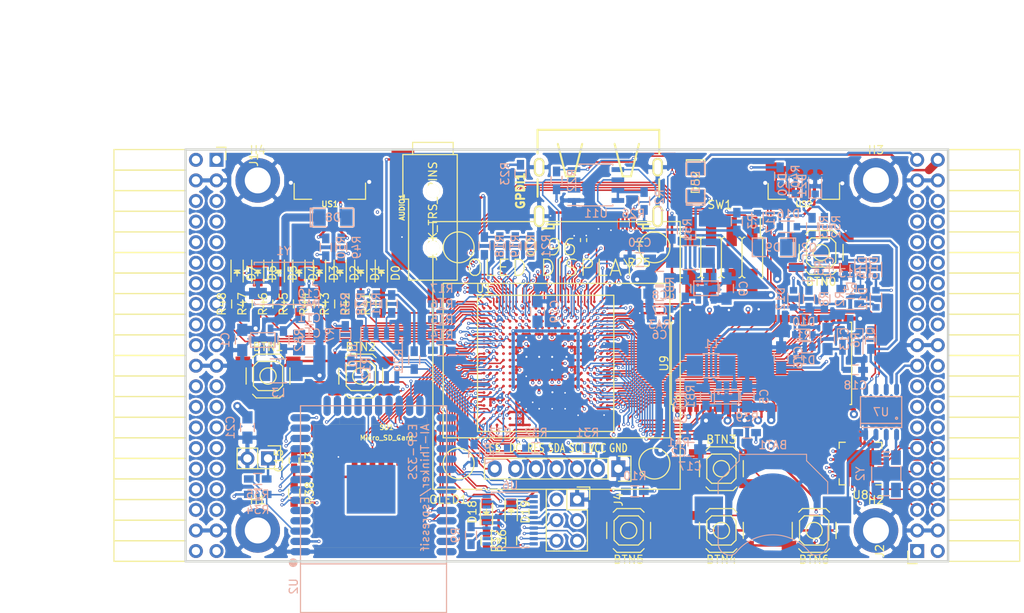
<source format=kicad_pcb>
(kicad_pcb (version 4) (host pcbnew 4.0.6+dfsg1-1)
  (layers (0 F.Cu signal) (1 In1.Cu signal) (2 In2.Cu signal) (31 B.Cu signal) (34 B.Paste user) (35 F.Paste user) (36 B.SilkS user) (37 F.SilkS user) (38 B.Mask user) (39 F.Mask user) (44 Edge.Cuts user))
  (net 0 "")
  (net 1 GND)
  (net 2 +5V)
  (net 3 /gpio/IN5V)
  (net 4 /gpio/OUT5V)
  (net 5 +3V3)
  (net 6 "Net-(L1-Pad1)")
  (net 7 "Net-(L2-Pad1)")
  (net 8 +1V2)
  (net 9 BTN_D)
  (net 10 BTN_F1)
  (net 11 BTN_F2)
  (net 12 BTN_L)
  (net 13 BTN_R)
  (net 14 BTN_U)
  (net 15 /power/FB1)
  (net 16 +2V5)
  (net 17 "Net-(L3-Pad1)")
  (net 18 /power/PWREN)
  (net 19 /power/FB3)
  (net 20 /power/FB2)
  (net 21 "Net-(D9-Pad1)")
  (net 22 /power/VBAT)
  (net 23 JTAG_TDI)
  (net 24 JTAG_TCK)
  (net 25 JTAG_TMS)
  (net 26 JTAG_TDO)
  (net 27 /power/WAKEUPn)
  (net 28 /power/WKUP)
  (net 29 /power/SHUT)
  (net 30 /power/WAKE)
  (net 31 /power/HOLD)
  (net 32 /power/WKn)
  (net 33 /power/OSCI_32k)
  (net 34 /power/OSCO_32k)
  (net 35 "Net-(Q2-Pad3)")
  (net 36 SHUTDOWN)
  (net 37 /analog/AUDIO_L)
  (net 38 /analog/AUDIO_R)
  (net 39 GPDI_5V_SCL)
  (net 40 GPDI_5V_SDA)
  (net 41 GPDI_SDA)
  (net 42 GPDI_SCL)
  (net 43 /gpdi/VREF2)
  (net 44 SD_CMD)
  (net 45 SD_CLK)
  (net 46 SD_D0)
  (net 47 SD_D1)
  (net 48 USB5V)
  (net 49 "Net-(BTN0-Pad1)")
  (net 50 GPDI_CEC)
  (net 51 nRESET)
  (net 52 FTDI_nDTR)
  (net 53 SDRAM_CKE)
  (net 54 SDRAM_A7)
  (net 55 SDRAM_D15)
  (net 56 SDRAM_BA1)
  (net 57 SDRAM_D7)
  (net 58 SDRAM_A6)
  (net 59 SDRAM_CLK)
  (net 60 SDRAM_D13)
  (net 61 SDRAM_BA0)
  (net 62 SDRAM_D6)
  (net 63 SDRAM_A5)
  (net 64 SDRAM_D14)
  (net 65 SDRAM_A11)
  (net 66 SDRAM_D12)
  (net 67 SDRAM_D5)
  (net 68 SDRAM_A4)
  (net 69 SDRAM_A10)
  (net 70 SDRAM_D11)
  (net 71 SDRAM_A3)
  (net 72 SDRAM_D4)
  (net 73 SDRAM_D10)
  (net 74 SDRAM_D9)
  (net 75 SDRAM_A9)
  (net 76 SDRAM_D3)
  (net 77 SDRAM_D8)
  (net 78 SDRAM_A8)
  (net 79 SDRAM_A2)
  (net 80 SDRAM_A1)
  (net 81 SDRAM_A0)
  (net 82 SDRAM_D2)
  (net 83 SDRAM_D1)
  (net 84 SDRAM_D0)
  (net 85 SDRAM_DQM0)
  (net 86 SDRAM_nCS)
  (net 87 SDRAM_nRAS)
  (net 88 SDRAM_DQM1)
  (net 89 SDRAM_nCAS)
  (net 90 SDRAM_nWE)
  (net 91 /flash/FLASH_nWP)
  (net 92 /flash/FLASH_nHOLD)
  (net 93 /flash/FLASH_MOSI)
  (net 94 /flash/FLASH_MISO)
  (net 95 /flash/FLASH_SCK)
  (net 96 /flash/FLASH_nCS)
  (net 97 /flash/FPGA_PROGRAMN)
  (net 98 /flash/FPGA_DONE)
  (net 99 /flash/FPGA_INITN)
  (net 100 OLED_RES)
  (net 101 OLED_DC)
  (net 102 OLED_CS)
  (net 103 WIFI_EN)
  (net 104 FTDI_nRTS)
  (net 105 FTDI_TXD)
  (net 106 FTDI_RXD)
  (net 107 WIFI_RXD)
  (net 108 WIFI_GPIO0)
  (net 109 WIFI_TXD)
  (net 110 GPDI_ETH-)
  (net 111 GPDI_ETH+)
  (net 112 GPDI_D2+)
  (net 113 GPDI_D2-)
  (net 114 GPDI_D1+)
  (net 115 GPDI_D1-)
  (net 116 GPDI_D0+)
  (net 117 GPDI_D0-)
  (net 118 GPDI_CLK+)
  (net 119 GPDI_CLK-)
  (net 120 USB_FTDI_D+)
  (net 121 USB_FTDI_D-)
  (net 122 J1_17-)
  (net 123 J1_17+)
  (net 124 J1_23-)
  (net 125 J1_23+)
  (net 126 J1_25-)
  (net 127 J1_25+)
  (net 128 J1_27-)
  (net 129 J1_27+)
  (net 130 J1_29-)
  (net 131 J1_29+)
  (net 132 J1_31-)
  (net 133 J1_31+)
  (net 134 J1_33-)
  (net 135 J1_33+)
  (net 136 J1_35-)
  (net 137 J1_35+)
  (net 138 J2_5-)
  (net 139 J2_5+)
  (net 140 J2_7-)
  (net 141 J2_7+)
  (net 142 J2_9-)
  (net 143 J2_9+)
  (net 144 J2_13-)
  (net 145 J2_13+)
  (net 146 J2_17-)
  (net 147 J2_17+)
  (net 148 J2_11-)
  (net 149 J2_11+)
  (net 150 J2_23-)
  (net 151 J2_23+)
  (net 152 J1_5-)
  (net 153 J1_5+)
  (net 154 J1_7-)
  (net 155 J1_7+)
  (net 156 J1_9-)
  (net 157 J1_9+)
  (net 158 J1_11-)
  (net 159 J1_11+)
  (net 160 J1_13-)
  (net 161 J1_13+)
  (net 162 J1_15-)
  (net 163 J1_15+)
  (net 164 J2_15-)
  (net 165 J2_15+)
  (net 166 J2_25-)
  (net 167 J2_25+)
  (net 168 J2_27-)
  (net 169 J2_27+)
  (net 170 J2_29-)
  (net 171 J2_29+)
  (net 172 J2_31-)
  (net 173 J2_31+)
  (net 174 J2_33-)
  (net 175 J2_33+)
  (net 176 J2_35-)
  (net 177 J2_35+)
  (net 178 SD_D3)
  (net 179 AUDIO_L3)
  (net 180 AUDIO_L2)
  (net 181 AUDIO_L1)
  (net 182 AUDIO_L0)
  (net 183 AUDIO_R3)
  (net 184 AUDIO_R2)
  (net 185 AUDIO_R1)
  (net 186 AUDIO_R0)
  (net 187 OLED_CLK)
  (net 188 OLED_MOSI)
  (net 189 LED0)
  (net 190 LED1)
  (net 191 LED2)
  (net 192 LED3)
  (net 193 LED4)
  (net 194 LED5)
  (net 195 LED6)
  (net 196 LED7)
  (net 197 BTN_PWRn)
  (net 198 "Net-(J3-Pad1)")
  (net 199 FTDI_nTXLED)
  (net 200 FTDI_nSLEEP)
  (net 201 /blinkey/LED_PWREN)
  (net 202 /blinkey/LED_TXLED)
  (net 203 FT3V3)
  (net 204 /sdcard/SD3V3)
  (net 205 SD_D2)
  (net 206 CLK_25MHz)
  (net 207 /blinkey/BTNPUL)
  (net 208 /blinkey/BTNPUR)
  (net 209 USB_FPGA_D+)
  (net 210 /power/FTDI_nSUSPEND)
  (net 211 /blinkey/ALED0)
  (net 212 /blinkey/ALED1)
  (net 213 /blinkey/ALED2)
  (net 214 /blinkey/ALED3)
  (net 215 /blinkey/ALED4)
  (net 216 /blinkey/ALED5)
  (net 217 /blinkey/ALED6)
  (net 218 /blinkey/ALED7)
  (net 219 /usb/FTD-)
  (net 220 /usb/FTD+)
  (net 221 ADC_MISO)
  (net 222 ADC_MOSI)
  (net 223 ADC_CSn)
  (net 224 ADC_SCLK)
  (net 225 "Net-(R51-Pad2)")
  (net 226 SW3)
  (net 227 SW2)
  (net 228 SW1)
  (net 229 SW0)
  (net 230 USB_FPGA_D-)
  (net 231 /usb/FPD+)
  (net 232 /usb/FPD-)
  (net 233 WIFI_15)
  (module Resistors_SMD:R_0603_HandSoldering (layer B.Cu) (at 154.044 71.326 90)
    (fp_text reference R51 (at 0 1.9 90) (layer B.SilkS) (effects (justify mirror)))
    (fp_text value 220)
    (pad 1 smd rect (at -1.1 0 90) (size 1.2 0.9) (layers B.Cu B.Paste B.Mask) (net 5 +3V3))
    (pad 2 smd rect (at 1.1 0 90) (size 1.2 0.9) (layers B.Cu B.Paste B.Mask) (net 225 "Net-(R51-Pad2)"))
  )
  (module Pin_Headers:Pin_Header_Straight_SMT_02x04 (layer F.Cu) (at 160.14 74.73 180)
    (fp_text reference SW1 (at 0.2 6.5 180) (layer F.SilkS))
    (fp_text value DIPSW)
    (pad 1 smd rect (at -3.81 3.2 180) (size 1.27 3.6) (layers F.Cu F.Paste F.Mask) (net 226 SW3))
    (pad 2 smd rect (at -1.27 3.2 180) (size 1.27 3.6) (layers F.Cu F.Paste F.Mask) (net 227 SW2))
    (pad 3 smd rect (at 1.27 3.2 180) (size 1.27 3.6) (layers F.Cu F.Paste F.Mask) (net 228 SW1))
    (pad 4 smd rect (at 3.81 3.2 180) (size 1.27 3.6) (layers F.Cu F.Paste F.Mask) (net 229 SW0))
    (pad 5 smd rect (at 3.81 -3.2 180) (size 1.27 3.6) (layers F.Cu F.Paste F.Mask) (net 225 "Net-(R51-Pad2)"))
    (pad 6 smd rect (at 1.27 -3.2 180) (size 1.27 3.6) (layers F.Cu F.Paste F.Mask) (net 225 "Net-(R51-Pad2)"))
    (pad 7 smd rect (at -1.27 -3.2 180) (size 1.27 3.6) (layers F.Cu F.Paste F.Mask) (net 225 "Net-(R51-Pad2)"))
    (pad 8 smd rect (at -3.81 -3.2 180) (size 1.27 3.6) (layers F.Cu F.Paste F.Mask) (net 225 "Net-(R51-Pad2)"))
  )
  (module lfe5bg381:BGA-381_pitch0.8mm_dia0.4mm (layer F.Cu) (at 138.48 87.8)
    (fp_text reference U1 (at -7.6 -9.2) (layer F.SilkS))
    (fp_text value LFE5U-25F-6BG381C)
    (pad A2 smd circle (at -6.8 -7.6) (size 0.35 0.35) (layers F.Cu F.Paste F.Mask) (net 129 J1_27+))
    (pad A3 smd circle (at -6 -7.6) (size 0.35 0.35) (layers F.Cu F.Paste F.Mask) (net 183 AUDIO_R3))
    (pad A4 smd circle (at -5.2 -7.6) (size 0.35 0.35) (layers F.Cu F.Paste F.Mask) (net 127 J1_25+))
    (pad A5 smd circle (at -4.4 -7.6) (size 0.35 0.35) (layers F.Cu F.Paste F.Mask) (net 126 J1_25-))
    (pad A6 smd circle (at -3.6 -7.6) (size 0.35 0.35) (layers F.Cu F.Paste F.Mask) (net 125 J1_23+))
    (pad A7 smd circle (at -2.8 -7.6) (size 0.35 0.35) (layers F.Cu F.Paste F.Mask) (net 161 J1_13+))
    (pad A8 smd circle (at -2 -7.6) (size 0.35 0.35) (layers F.Cu F.Paste F.Mask) (net 160 J1_13-))
    (pad A9 smd circle (at -1.2 -7.6) (size 0.35 0.35) (layers F.Cu F.Paste F.Mask) (net 156 J1_9-))
    (pad A10 smd circle (at -0.4 -7.6) (size 0.35 0.35) (layers F.Cu F.Paste F.Mask) (net 155 J1_7+))
    (pad A11 smd circle (at 0.4 -7.6) (size 0.35 0.35) (layers F.Cu F.Paste F.Mask) (net 154 J1_7-))
    (pad A12 smd circle (at 1.2 -7.6) (size 0.35 0.35) (layers F.Cu F.Paste F.Mask) (net 111 GPDI_ETH+))
    (pad A13 smd circle (at 2 -7.6) (size 0.35 0.35) (layers F.Cu F.Paste F.Mask) (net 110 GPDI_ETH-))
    (pad A14 smd circle (at 2.8 -7.6) (size 0.35 0.35) (layers F.Cu F.Paste F.Mask) (net 112 GPDI_D2+))
    (pad A15 smd circle (at 3.6 -7.6) (size 0.35 0.35) (layers F.Cu F.Paste F.Mask))
    (pad A16 smd circle (at 4.4 -7.6) (size 0.35 0.35) (layers F.Cu F.Paste F.Mask) (net 114 GPDI_D1+))
    (pad A17 smd circle (at 5.2 -7.6) (size 0.35 0.35) (layers F.Cu F.Paste F.Mask) (net 116 GPDI_D0+))
    (pad A18 smd circle (at 6 -7.6) (size 0.35 0.35) (layers F.Cu F.Paste F.Mask) (net 118 GPDI_CLK+))
    (pad A19 smd circle (at 6.8 -7.6) (size 0.35 0.35) (layers F.Cu F.Paste F.Mask) (net 50 GPDI_CEC))
    (pad B1 smd circle (at -7.6 -6.8) (size 0.35 0.35) (layers F.Cu F.Paste F.Mask) (net 128 J1_27-))
    (pad B2 smd circle (at -6.8 -6.8) (size 0.35 0.35) (layers F.Cu F.Paste F.Mask) (net 189 LED0))
    (pad B3 smd circle (at -6 -6.8) (size 0.35 0.35) (layers F.Cu F.Paste F.Mask) (net 182 AUDIO_L0))
    (pad B4 smd circle (at -5.2 -6.8) (size 0.35 0.35) (layers F.Cu F.Paste F.Mask) (net 130 J1_29-))
    (pad B5 smd circle (at -4.4 -6.8) (size 0.35 0.35) (layers F.Cu F.Paste F.Mask) (net 184 AUDIO_R2))
    (pad B6 smd circle (at -3.6 -6.8) (size 0.35 0.35) (layers F.Cu F.Paste F.Mask) (net 124 J1_23-))
    (pad B7 smd circle (at -2.8 -6.8) (size 0.35 0.35) (layers F.Cu F.Paste F.Mask) (net 1 GND))
    (pad B8 smd circle (at -2 -6.8) (size 0.35 0.35) (layers F.Cu F.Paste F.Mask) (net 162 J1_15-))
    (pad B9 smd circle (at -1.2 -6.8) (size 0.35 0.35) (layers F.Cu F.Paste F.Mask) (net 159 J1_11+))
    (pad B10 smd circle (at -0.4 -6.8) (size 0.35 0.35) (layers F.Cu F.Paste F.Mask) (net 157 J1_9+))
    (pad B11 smd circle (at 0.4 -6.8) (size 0.35 0.35) (layers F.Cu F.Paste F.Mask) (net 153 J1_5+))
    (pad B12 smd circle (at 1.2 -6.8) (size 0.35 0.35) (layers F.Cu F.Paste F.Mask))
    (pad B13 smd circle (at 2 -6.8) (size 0.35 0.35) (layers F.Cu F.Paste F.Mask) (net 175 J2_33+))
    (pad B14 smd circle (at 2.8 -6.8) (size 0.35 0.35) (layers F.Cu F.Paste F.Mask) (net 1 GND))
    (pad B15 smd circle (at 3.6 -6.8) (size 0.35 0.35) (layers F.Cu F.Paste F.Mask) (net 173 J2_31+))
    (pad B16 smd circle (at 4.4 -6.8) (size 0.35 0.35) (layers F.Cu F.Paste F.Mask) (net 115 GPDI_D1-))
    (pad B17 smd circle (at 5.2 -6.8) (size 0.35 0.35) (layers F.Cu F.Paste F.Mask) (net 169 J2_27+))
    (pad B18 smd circle (at 6 -6.8) (size 0.35 0.35) (layers F.Cu F.Paste F.Mask) (net 117 GPDI_D0-))
    (pad B19 smd circle (at 6.8 -6.8) (size 0.35 0.35) (layers F.Cu F.Paste F.Mask) (net 119 GPDI_CLK-))
    (pad B20 smd circle (at 7.6 -6.8) (size 0.35 0.35) (layers F.Cu F.Paste F.Mask) (net 41 GPDI_SDA))
    (pad C1 smd circle (at -7.6 -6) (size 0.35 0.35) (layers F.Cu F.Paste F.Mask) (net 191 LED2))
    (pad C2 smd circle (at -6.8 -6) (size 0.35 0.35) (layers F.Cu F.Paste F.Mask) (net 190 LED1))
    (pad C3 smd circle (at -6 -6) (size 0.35 0.35) (layers F.Cu F.Paste F.Mask) (net 181 AUDIO_L1))
    (pad C4 smd circle (at -5.2 -6) (size 0.35 0.35) (layers F.Cu F.Paste F.Mask) (net 131 J1_29+))
    (pad C5 smd circle (at -4.4 -6) (size 0.35 0.35) (layers F.Cu F.Paste F.Mask) (net 186 AUDIO_R0))
    (pad C6 smd circle (at -3.6 -6) (size 0.35 0.35) (layers F.Cu F.Paste F.Mask) (net 123 J1_17+))
    (pad C7 smd circle (at -2.8 -6) (size 0.35 0.35) (layers F.Cu F.Paste F.Mask) (net 122 J1_17-))
    (pad C8 smd circle (at -2 -6) (size 0.35 0.35) (layers F.Cu F.Paste F.Mask) (net 163 J1_15+))
    (pad C9 smd circle (at -1.2 -6) (size 0.35 0.35) (layers F.Cu F.Paste F.Mask))
    (pad C10 smd circle (at -0.4 -6) (size 0.35 0.35) (layers F.Cu F.Paste F.Mask) (net 158 J1_11-))
    (pad C11 smd circle (at 0.4 -6) (size 0.35 0.35) (layers F.Cu F.Paste F.Mask) (net 152 J1_5-))
    (pad C12 smd circle (at 1.2 -6) (size 0.35 0.35) (layers F.Cu F.Paste F.Mask) (net 42 GPDI_SCL))
    (pad C13 smd circle (at 2 -6) (size 0.35 0.35) (layers F.Cu F.Paste F.Mask) (net 174 J2_33-))
    (pad C14 smd circle (at 2.8 -6) (size 0.35 0.35) (layers F.Cu F.Paste F.Mask) (net 113 GPDI_D2-))
    (pad C15 smd circle (at 3.6 -6) (size 0.35 0.35) (layers F.Cu F.Paste F.Mask) (net 172 J2_31-))
    (pad C16 smd circle (at 4.4 -6) (size 0.35 0.35) (layers F.Cu F.Paste F.Mask) (net 171 J2_29+))
    (pad C17 smd circle (at 5.2 -6) (size 0.35 0.35) (layers F.Cu F.Paste F.Mask) (net 168 J2_27-))
    (pad C18 smd circle (at 6 -6) (size 0.35 0.35) (layers F.Cu F.Paste F.Mask) (net 151 J2_23+))
    (pad C19 smd circle (at 6.8 -6) (size 0.35 0.35) (layers F.Cu F.Paste F.Mask) (net 1 GND))
    (pad C20 smd circle (at 7.6 -6) (size 0.35 0.35) (layers F.Cu F.Paste F.Mask) (net 64 SDRAM_D14))
    (pad D1 smd circle (at -7.6 -5.2) (size 0.35 0.35) (layers F.Cu F.Paste F.Mask) (net 193 LED4))
    (pad D2 smd circle (at -6.8 -5.2) (size 0.35 0.35) (layers F.Cu F.Paste F.Mask) (net 192 LED3))
    (pad D3 smd circle (at -6 -5.2) (size 0.35 0.35) (layers F.Cu F.Paste F.Mask) (net 180 AUDIO_L2))
    (pad D4 smd circle (at -5.2 -5.2) (size 0.35 0.35) (layers F.Cu F.Paste F.Mask) (net 1 GND))
    (pad D5 smd circle (at -4.4 -5.2) (size 0.35 0.35) (layers F.Cu F.Paste F.Mask) (net 185 AUDIO_R1))
    (pad D6 smd circle (at -3.6 -5.2) (size 0.35 0.35) (layers F.Cu F.Paste F.Mask) (net 197 BTN_PWRn))
    (pad D7 smd circle (at -2.8 -5.2) (size 0.35 0.35) (layers F.Cu F.Paste F.Mask) (net 228 SW1))
    (pad D8 smd circle (at -2 -5.2) (size 0.35 0.35) (layers F.Cu F.Paste F.Mask) (net 229 SW0))
    (pad D9 smd circle (at -1.2 -5.2) (size 0.35 0.35) (layers F.Cu F.Paste F.Mask))
    (pad D10 smd circle (at -0.4 -5.2) (size 0.35 0.35) (layers F.Cu F.Paste F.Mask))
    (pad D11 smd circle (at 0.4 -5.2) (size 0.35 0.35) (layers F.Cu F.Paste F.Mask))
    (pad D12 smd circle (at 1.2 -5.2) (size 0.35 0.35) (layers F.Cu F.Paste F.Mask))
    (pad D13 smd circle (at 2 -5.2) (size 0.35 0.35) (layers F.Cu F.Paste F.Mask) (net 177 J2_35+))
    (pad D14 smd circle (at 2.8 -5.2) (size 0.35 0.35) (layers F.Cu F.Paste F.Mask))
    (pad D15 smd circle (at 3.6 -5.2) (size 0.35 0.35) (layers F.Cu F.Paste F.Mask) (net 167 J2_25+))
    (pad D16 smd circle (at 4.4 -5.2) (size 0.35 0.35) (layers F.Cu F.Paste F.Mask) (net 170 J2_29-))
    (pad D17 smd circle (at 5.2 -5.2) (size 0.35 0.35) (layers F.Cu F.Paste F.Mask) (net 150 J2_23-))
    (pad D18 smd circle (at 6 -5.2) (size 0.35 0.35) (layers F.Cu F.Paste F.Mask) (net 147 J2_17+))
    (pad D19 smd circle (at 6.8 -5.2) (size 0.35 0.35) (layers F.Cu F.Paste F.Mask) (net 55 SDRAM_D15))
    (pad D20 smd circle (at 7.6 -5.2) (size 0.35 0.35) (layers F.Cu F.Paste F.Mask) (net 60 SDRAM_D13))
    (pad E1 smd circle (at -7.6 -4.4) (size 0.35 0.35) (layers F.Cu F.Paste F.Mask) (net 195 LED6))
    (pad E2 smd circle (at -6.8 -4.4) (size 0.35 0.35) (layers F.Cu F.Paste F.Mask) (net 194 LED5))
    (pad E3 smd circle (at -6 -4.4) (size 0.35 0.35) (layers F.Cu F.Paste F.Mask) (net 132 J1_31-))
    (pad E4 smd circle (at -5.2 -4.4) (size 0.35 0.35) (layers F.Cu F.Paste F.Mask) (net 179 AUDIO_L3))
    (pad E5 smd circle (at -4.4 -4.4) (size 0.35 0.35) (layers F.Cu F.Paste F.Mask))
    (pad E6 smd circle (at -3.6 -4.4) (size 0.35 0.35) (layers F.Cu F.Paste F.Mask))
    (pad E7 smd circle (at -2.8 -4.4) (size 0.35 0.35) (layers F.Cu F.Paste F.Mask) (net 226 SW3))
    (pad E8 smd circle (at -2 -4.4) (size 0.35 0.35) (layers F.Cu F.Paste F.Mask) (net 227 SW2))
    (pad E9 smd circle (at -1.2 -4.4) (size 0.35 0.35) (layers F.Cu F.Paste F.Mask))
    (pad E10 smd circle (at -0.4 -4.4) (size 0.35 0.35) (layers F.Cu F.Paste F.Mask))
    (pad E11 smd circle (at 0.4 -4.4) (size 0.35 0.35) (layers F.Cu F.Paste F.Mask))
    (pad E12 smd circle (at 1.2 -4.4) (size 0.35 0.35) (layers F.Cu F.Paste F.Mask))
    (pad E13 smd circle (at 2 -4.4) (size 0.35 0.35) (layers F.Cu F.Paste F.Mask) (net 176 J2_35-))
    (pad E14 smd circle (at 2.8 -4.4) (size 0.35 0.35) (layers F.Cu F.Paste F.Mask))
    (pad E15 smd circle (at 3.6 -4.4) (size 0.35 0.35) (layers F.Cu F.Paste F.Mask) (net 166 J2_25-))
    (pad E16 smd circle (at 4.4 -4.4) (size 0.35 0.35) (layers F.Cu F.Paste F.Mask) (net 209 USB_FPGA_D+))
    (pad E17 smd circle (at 5.2 -4.4) (size 0.35 0.35) (layers F.Cu F.Paste F.Mask) (net 146 J2_17-))
    (pad E18 smd circle (at 6 -4.4) (size 0.35 0.35) (layers F.Cu F.Paste F.Mask) (net 72 SDRAM_D4))
    (pad E19 smd circle (at 6.8 -4.4) (size 0.35 0.35) (layers F.Cu F.Paste F.Mask) (net 66 SDRAM_D12))
    (pad E20 smd circle (at 7.6 -4.4) (size 0.35 0.35) (layers F.Cu F.Paste F.Mask) (net 70 SDRAM_D11))
    (pad F1 smd circle (at -7.6 -3.6) (size 0.35 0.35) (layers F.Cu F.Paste F.Mask) (net 103 WIFI_EN))
    (pad F2 smd circle (at -6.8 -3.6) (size 0.35 0.35) (layers F.Cu F.Paste F.Mask))
    (pad F3 smd circle (at -6 -3.6) (size 0.35 0.35) (layers F.Cu F.Paste F.Mask) (net 134 J1_33-))
    (pad F4 smd circle (at -5.2 -3.6) (size 0.35 0.35) (layers F.Cu F.Paste F.Mask) (net 133 J1_31+))
    (pad F5 smd circle (at -4.4 -3.6) (size 0.35 0.35) (layers F.Cu F.Paste F.Mask))
    (pad F6 smd circle (at -3.6 -3.6) (size 0.35 0.35) (layers F.Cu F.Paste F.Mask) (net 16 +2V5))
    (pad F7 smd circle (at -2.8 -3.6) (size 0.35 0.35) (layers F.Cu F.Paste F.Mask) (net 1 GND))
    (pad F8 smd circle (at -2 -3.6) (size 0.35 0.35) (layers F.Cu F.Paste F.Mask) (net 1 GND))
    (pad F9 smd circle (at -1.2 -3.6) (size 0.35 0.35) (layers F.Cu F.Paste F.Mask) (net 5 +3V3))
    (pad F10 smd circle (at -0.4 -3.6) (size 0.35 0.35) (layers F.Cu F.Paste F.Mask) (net 5 +3V3))
    (pad F11 smd circle (at 0.4 -3.6) (size 0.35 0.35) (layers F.Cu F.Paste F.Mask) (net 5 +3V3))
    (pad F12 smd circle (at 1.2 -3.6) (size 0.35 0.35) (layers F.Cu F.Paste F.Mask) (net 5 +3V3))
    (pad F13 smd circle (at 2 -3.6) (size 0.35 0.35) (layers F.Cu F.Paste F.Mask) (net 1 GND))
    (pad F14 smd circle (at 2.8 -3.6) (size 0.35 0.35) (layers F.Cu F.Paste F.Mask) (net 1 GND))
    (pad F15 smd circle (at 3.6 -3.6) (size 0.35 0.35) (layers F.Cu F.Paste F.Mask) (net 16 +2V5))
    (pad F16 smd circle (at 4.4 -3.6) (size 0.35 0.35) (layers F.Cu F.Paste F.Mask) (net 230 USB_FPGA_D-))
    (pad F17 smd circle (at 5.2 -3.6) (size 0.35 0.35) (layers F.Cu F.Paste F.Mask) (net 165 J2_15+))
    (pad F18 smd circle (at 6 -3.6) (size 0.35 0.35) (layers F.Cu F.Paste F.Mask) (net 67 SDRAM_D5))
    (pad F19 smd circle (at 6.8 -3.6) (size 0.35 0.35) (layers F.Cu F.Paste F.Mask) (net 73 SDRAM_D10))
    (pad F20 smd circle (at 7.6 -3.6) (size 0.35 0.35) (layers F.Cu F.Paste F.Mask) (net 74 SDRAM_D9))
    (pad G1 smd circle (at -7.6 -2.8) (size 0.35 0.35) (layers F.Cu F.Paste F.Mask))
    (pad G2 smd circle (at -6.8 -2.8) (size 0.35 0.35) (layers F.Cu F.Paste F.Mask) (net 206 CLK_25MHz))
    (pad G3 smd circle (at -6 -2.8) (size 0.35 0.35) (layers F.Cu F.Paste F.Mask) (net 135 J1_33+))
    (pad G4 smd circle (at -5.2 -2.8) (size 0.35 0.35) (layers F.Cu F.Paste F.Mask) (net 1 GND))
    (pad G5 smd circle (at -4.4 -2.8) (size 0.35 0.35) (layers F.Cu F.Paste F.Mask) (net 136 J1_35-))
    (pad G6 smd circle (at -3.6 -2.8) (size 0.35 0.35) (layers F.Cu F.Paste F.Mask) (net 1 GND))
    (pad G7 smd circle (at -2.8 -2.8) (size 0.35 0.35) (layers F.Cu F.Paste F.Mask) (net 1 GND))
    (pad G8 smd circle (at -2 -2.8) (size 0.35 0.35) (layers F.Cu F.Paste F.Mask) (net 1 GND))
    (pad G9 smd circle (at -1.2 -2.8) (size 0.35 0.35) (layers F.Cu F.Paste F.Mask) (net 1 GND))
    (pad G10 smd circle (at -0.4 -2.8) (size 0.35 0.35) (layers F.Cu F.Paste F.Mask) (net 1 GND))
    (pad G11 smd circle (at 0.4 -2.8) (size 0.35 0.35) (layers F.Cu F.Paste F.Mask) (net 1 GND))
    (pad G12 smd circle (at 1.2 -2.8) (size 0.35 0.35) (layers F.Cu F.Paste F.Mask) (net 1 GND))
    (pad G13 smd circle (at 2 -2.8) (size 0.35 0.35) (layers F.Cu F.Paste F.Mask) (net 1 GND))
    (pad G14 smd circle (at 2.8 -2.8) (size 0.35 0.35) (layers F.Cu F.Paste F.Mask) (net 1 GND))
    (pad G15 smd circle (at 3.6 -2.8) (size 0.35 0.35) (layers F.Cu F.Paste F.Mask) (net 1 GND))
    (pad G16 smd circle (at 4.4 -2.8) (size 0.35 0.35) (layers F.Cu F.Paste F.Mask))
    (pad G17 smd circle (at 5.2 -2.8) (size 0.35 0.35) (layers F.Cu F.Paste F.Mask) (net 1 GND))
    (pad G18 smd circle (at 6 -2.8) (size 0.35 0.35) (layers F.Cu F.Paste F.Mask) (net 164 J2_15-))
    (pad G19 smd circle (at 6.8 -2.8) (size 0.35 0.35) (layers F.Cu F.Paste F.Mask) (net 77 SDRAM_D8))
    (pad G20 smd circle (at 7.6 -2.8) (size 0.35 0.35) (layers F.Cu F.Paste F.Mask) (net 88 SDRAM_DQM1))
    (pad H1 smd circle (at -7.6 -2) (size 0.35 0.35) (layers F.Cu F.Paste F.Mask) (net 178 SD_D3))
    (pad H2 smd circle (at -6.8 -2) (size 0.35 0.35) (layers F.Cu F.Paste F.Mask) (net 205 SD_D2))
    (pad H3 smd circle (at -6 -2) (size 0.35 0.35) (layers F.Cu F.Paste F.Mask) (net 196 LED7))
    (pad H4 smd circle (at -5.2 -2) (size 0.35 0.35) (layers F.Cu F.Paste F.Mask) (net 137 J1_35+))
    (pad H5 smd circle (at -4.4 -2) (size 0.35 0.35) (layers F.Cu F.Paste F.Mask))
    (pad H6 smd circle (at -3.6 -2) (size 0.35 0.35) (layers F.Cu F.Paste F.Mask) (net 5 +3V3))
    (pad H7 smd circle (at -2.8 -2) (size 0.35 0.35) (layers F.Cu F.Paste F.Mask) (net 5 +3V3))
    (pad H8 smd circle (at -2 -2) (size 0.35 0.35) (layers F.Cu F.Paste F.Mask) (net 8 +1V2))
    (pad H9 smd circle (at -1.2 -2) (size 0.35 0.35) (layers F.Cu F.Paste F.Mask) (net 8 +1V2))
    (pad H10 smd circle (at -0.4 -2) (size 0.35 0.35) (layers F.Cu F.Paste F.Mask) (net 8 +1V2))
    (pad H11 smd circle (at 0.4 -2) (size 0.35 0.35) (layers F.Cu F.Paste F.Mask) (net 8 +1V2))
    (pad H12 smd circle (at 1.2 -2) (size 0.35 0.35) (layers F.Cu F.Paste F.Mask) (net 8 +1V2))
    (pad H13 smd circle (at 2 -2) (size 0.35 0.35) (layers F.Cu F.Paste F.Mask) (net 8 +1V2))
    (pad H14 smd circle (at 2.8 -2) (size 0.35 0.35) (layers F.Cu F.Paste F.Mask) (net 5 +3V3))
    (pad H15 smd circle (at 3.6 -2) (size 0.35 0.35) (layers F.Cu F.Paste F.Mask) (net 5 +3V3))
    (pad H16 smd circle (at 4.4 -2) (size 0.35 0.35) (layers F.Cu F.Paste F.Mask))
    (pad H17 smd circle (at 5.2 -2) (size 0.35 0.35) (layers F.Cu F.Paste F.Mask) (net 144 J2_13-))
    (pad H18 smd circle (at 6 -2) (size 0.35 0.35) (layers F.Cu F.Paste F.Mask) (net 145 J2_13+))
    (pad H19 smd circle (at 6.8 -2) (size 0.35 0.35) (layers F.Cu F.Paste F.Mask) (net 1 GND))
    (pad H20 smd circle (at 7.6 -2) (size 0.35 0.35) (layers F.Cu F.Paste F.Mask) (net 59 SDRAM_CLK))
    (pad J1 smd circle (at -7.6 -1.2) (size 0.35 0.35) (layers F.Cu F.Paste F.Mask) (net 45 SD_CLK))
    (pad J2 smd circle (at -6.8 -1.2) (size 0.35 0.35) (layers F.Cu F.Paste F.Mask) (net 1 GND))
    (pad J3 smd circle (at -6 -1.2) (size 0.35 0.35) (layers F.Cu F.Paste F.Mask) (net 44 SD_CMD))
    (pad J4 smd circle (at -5.2 -1.2) (size 0.35 0.35) (layers F.Cu F.Paste F.Mask))
    (pad J5 smd circle (at -4.4 -1.2) (size 0.35 0.35) (layers F.Cu F.Paste F.Mask))
    (pad J6 smd circle (at -3.6 -1.2) (size 0.35 0.35) (layers F.Cu F.Paste F.Mask) (net 5 +3V3))
    (pad J7 smd circle (at -2.8 -1.2) (size 0.35 0.35) (layers F.Cu F.Paste F.Mask) (net 1 GND))
    (pad J8 smd circle (at -2 -1.2) (size 0.35 0.35) (layers F.Cu F.Paste F.Mask) (net 8 +1V2))
    (pad J9 smd circle (at -1.2 -1.2) (size 0.35 0.35) (layers F.Cu F.Paste F.Mask) (net 1 GND))
    (pad J10 smd circle (at -0.4 -1.2) (size 0.35 0.35) (layers F.Cu F.Paste F.Mask) (net 1 GND))
    (pad J11 smd circle (at 0.4 -1.2) (size 0.35 0.35) (layers F.Cu F.Paste F.Mask) (net 1 GND))
    (pad J12 smd circle (at 1.2 -1.2) (size 0.35 0.35) (layers F.Cu F.Paste F.Mask) (net 1 GND))
    (pad J13 smd circle (at 2 -1.2) (size 0.35 0.35) (layers F.Cu F.Paste F.Mask) (net 8 +1V2))
    (pad J14 smd circle (at 2.8 -1.2) (size 0.35 0.35) (layers F.Cu F.Paste F.Mask) (net 1 GND))
    (pad J15 smd circle (at 3.6 -1.2) (size 0.35 0.35) (layers F.Cu F.Paste F.Mask) (net 5 +3V3))
    (pad J16 smd circle (at 4.4 -1.2) (size 0.35 0.35) (layers F.Cu F.Paste F.Mask))
    (pad J17 smd circle (at 5.2 -1.2) (size 0.35 0.35) (layers F.Cu F.Paste F.Mask))
    (pad J18 smd circle (at 6 -1.2) (size 0.35 0.35) (layers F.Cu F.Paste F.Mask) (net 76 SDRAM_D3))
    (pad J19 smd circle (at 6.8 -1.2) (size 0.35 0.35) (layers F.Cu F.Paste F.Mask) (net 53 SDRAM_CKE))
    (pad J20 smd circle (at 7.6 -1.2) (size 0.35 0.35) (layers F.Cu F.Paste F.Mask) (net 65 SDRAM_A11))
    (pad K1 smd circle (at -7.6 -0.4) (size 0.35 0.35) (layers F.Cu F.Paste F.Mask) (net 47 SD_D1))
    (pad K2 smd circle (at -6.8 -0.4) (size 0.35 0.35) (layers F.Cu F.Paste F.Mask) (net 46 SD_D0))
    (pad K3 smd circle (at -6 -0.4) (size 0.35 0.35) (layers F.Cu F.Paste F.Mask) (net 107 WIFI_RXD))
    (pad K4 smd circle (at -5.2 -0.4) (size 0.35 0.35) (layers F.Cu F.Paste F.Mask) (net 109 WIFI_TXD))
    (pad K5 smd circle (at -4.4 -0.4) (size 0.35 0.35) (layers F.Cu F.Paste F.Mask))
    (pad K6 smd circle (at -3.6 -0.4) (size 0.35 0.35) (layers F.Cu F.Paste F.Mask) (net 1 GND))
    (pad K7 smd circle (at -2.8 -0.4) (size 0.35 0.35) (layers F.Cu F.Paste F.Mask) (net 1 GND))
    (pad K8 smd circle (at -2 -0.4) (size 0.35 0.35) (layers F.Cu F.Paste F.Mask) (net 8 +1V2))
    (pad K9 smd circle (at -1.2 -0.4) (size 0.35 0.35) (layers F.Cu F.Paste F.Mask) (net 1 GND))
    (pad K10 smd circle (at -0.4 -0.4) (size 0.35 0.35) (layers F.Cu F.Paste F.Mask) (net 1 GND))
    (pad K11 smd circle (at 0.4 -0.4) (size 0.35 0.35) (layers F.Cu F.Paste F.Mask) (net 1 GND))
    (pad K12 smd circle (at 1.2 -0.4) (size 0.35 0.35) (layers F.Cu F.Paste F.Mask) (net 1 GND))
    (pad K13 smd circle (at 2 -0.4) (size 0.35 0.35) (layers F.Cu F.Paste F.Mask) (net 8 +1V2))
    (pad K14 smd circle (at 2.8 -0.4) (size 0.35 0.35) (layers F.Cu F.Paste F.Mask) (net 1 GND))
    (pad K15 smd circle (at 3.6 -0.4) (size 0.35 0.35) (layers F.Cu F.Paste F.Mask) (net 1 GND))
    (pad K16 smd circle (at 4.4 -0.4) (size 0.35 0.35) (layers F.Cu F.Paste F.Mask))
    (pad K17 smd circle (at 5.2 -0.4) (size 0.35 0.35) (layers F.Cu F.Paste F.Mask))
    (pad K18 smd circle (at 6 -0.4) (size 0.35 0.35) (layers F.Cu F.Paste F.Mask) (net 82 SDRAM_D2))
    (pad K19 smd circle (at 6.8 -0.4) (size 0.35 0.35) (layers F.Cu F.Paste F.Mask) (net 75 SDRAM_A9))
    (pad K20 smd circle (at 7.6 -0.4) (size 0.35 0.35) (layers F.Cu F.Paste F.Mask) (net 78 SDRAM_A8))
    (pad L1 smd circle (at -7.6 0.4) (size 0.35 0.35) (layers F.Cu F.Paste F.Mask))
    (pad L2 smd circle (at -6.8 0.4) (size 0.35 0.35) (layers F.Cu F.Paste F.Mask) (net 108 WIFI_GPIO0))
    (pad L3 smd circle (at -6 0.4) (size 0.35 0.35) (layers F.Cu F.Paste F.Mask))
    (pad L4 smd circle (at -5.2 0.4) (size 0.35 0.35) (layers F.Cu F.Paste F.Mask) (net 106 FTDI_RXD))
    (pad L5 smd circle (at -4.4 0.4) (size 0.35 0.35) (layers F.Cu F.Paste F.Mask))
    (pad L6 smd circle (at -3.6 0.4) (size 0.35 0.35) (layers F.Cu F.Paste F.Mask) (net 5 +3V3))
    (pad L7 smd circle (at -2.8 0.4) (size 0.35 0.35) (layers F.Cu F.Paste F.Mask) (net 5 +3V3))
    (pad L8 smd circle (at -2 0.4) (size 0.35 0.35) (layers F.Cu F.Paste F.Mask) (net 8 +1V2))
    (pad L9 smd circle (at -1.2 0.4) (size 0.35 0.35) (layers F.Cu F.Paste F.Mask) (net 1 GND))
    (pad L10 smd circle (at -0.4 0.4) (size 0.35 0.35) (layers F.Cu F.Paste F.Mask) (net 1 GND))
    (pad L11 smd circle (at 0.4 0.4) (size 0.35 0.35) (layers F.Cu F.Paste F.Mask) (net 1 GND))
    (pad L12 smd circle (at 1.2 0.4) (size 0.35 0.35) (layers F.Cu F.Paste F.Mask) (net 1 GND))
    (pad L13 smd circle (at 2 0.4) (size 0.35 0.35) (layers F.Cu F.Paste F.Mask) (net 8 +1V2))
    (pad L14 smd circle (at 2.8 0.4) (size 0.35 0.35) (layers F.Cu F.Paste F.Mask) (net 5 +3V3))
    (pad L15 smd circle (at 3.6 0.4) (size 0.35 0.35) (layers F.Cu F.Paste F.Mask) (net 5 +3V3))
    (pad L16 smd circle (at 4.4 0.4) (size 0.35 0.35) (layers F.Cu F.Paste F.Mask) (net 149 J2_11+))
    (pad L17 smd circle (at 5.2 0.4) (size 0.35 0.35) (layers F.Cu F.Paste F.Mask) (net 148 J2_11-))
    (pad L18 smd circle (at 6 0.4) (size 0.35 0.35) (layers F.Cu F.Paste F.Mask) (net 83 SDRAM_D1))
    (pad L19 smd circle (at 6.8 0.4) (size 0.35 0.35) (layers F.Cu F.Paste F.Mask) (net 54 SDRAM_A7))
    (pad L20 smd circle (at 7.6 0.4) (size 0.35 0.35) (layers F.Cu F.Paste F.Mask) (net 58 SDRAM_A6))
    (pad M1 smd circle (at -7.6 1.2) (size 0.35 0.35) (layers F.Cu F.Paste F.Mask) (net 105 FTDI_TXD))
    (pad M2 smd circle (at -6.8 1.2) (size 0.35 0.35) (layers F.Cu F.Paste F.Mask) (net 1 GND))
    (pad M3 smd circle (at -6 1.2) (size 0.35 0.35) (layers F.Cu F.Paste F.Mask) (net 104 FTDI_nRTS))
    (pad M4 smd circle (at -5.2 1.2) (size 0.35 0.35) (layers F.Cu F.Paste F.Mask))
    (pad M5 smd circle (at -4.4 1.2) (size 0.35 0.35) (layers F.Cu F.Paste F.Mask))
    (pad M6 smd circle (at -3.6 1.2) (size 0.35 0.35) (layers F.Cu F.Paste F.Mask) (net 5 +3V3))
    (pad M7 smd circle (at -2.8 1.2) (size 0.35 0.35) (layers F.Cu F.Paste F.Mask) (net 1 GND))
    (pad M8 smd circle (at -2 1.2) (size 0.35 0.35) (layers F.Cu F.Paste F.Mask) (net 8 +1V2))
    (pad M9 smd circle (at -1.2 1.2) (size 0.35 0.35) (layers F.Cu F.Paste F.Mask) (net 1 GND))
    (pad M10 smd circle (at -0.4 1.2) (size 0.35 0.35) (layers F.Cu F.Paste F.Mask) (net 1 GND))
    (pad M11 smd circle (at 0.4 1.2) (size 0.35 0.35) (layers F.Cu F.Paste F.Mask) (net 1 GND))
    (pad M12 smd circle (at 1.2 1.2) (size 0.35 0.35) (layers F.Cu F.Paste F.Mask) (net 1 GND))
    (pad M13 smd circle (at 2 1.2) (size 0.35 0.35) (layers F.Cu F.Paste F.Mask) (net 8 +1V2))
    (pad M14 smd circle (at 2.8 1.2) (size 0.35 0.35) (layers F.Cu F.Paste F.Mask) (net 1 GND))
    (pad M15 smd circle (at 3.6 1.2) (size 0.35 0.35) (layers F.Cu F.Paste F.Mask) (net 5 +3V3))
    (pad M16 smd circle (at 4.4 1.2) (size 0.35 0.35) (layers F.Cu F.Paste F.Mask) (net 1 GND))
    (pad M17 smd circle (at 5.2 1.2) (size 0.35 0.35) (layers F.Cu F.Paste F.Mask) (net 142 J2_9-))
    (pad M18 smd circle (at 6 1.2) (size 0.35 0.35) (layers F.Cu F.Paste F.Mask) (net 84 SDRAM_D0))
    (pad M19 smd circle (at 6.8 1.2) (size 0.35 0.35) (layers F.Cu F.Paste F.Mask) (net 63 SDRAM_A5))
    (pad M20 smd circle (at 7.6 1.2) (size 0.35 0.35) (layers F.Cu F.Paste F.Mask) (net 68 SDRAM_A4))
    (pad N1 smd circle (at -7.6 2) (size 0.35 0.35) (layers F.Cu F.Paste F.Mask) (net 52 FTDI_nDTR))
    (pad N2 smd circle (at -6.8 2) (size 0.35 0.35) (layers F.Cu F.Paste F.Mask) (net 102 OLED_CS))
    (pad N3 smd circle (at -6 2) (size 0.35 0.35) (layers F.Cu F.Paste F.Mask) (net 233 WIFI_15))
    (pad N4 smd circle (at -5.2 2) (size 0.35 0.35) (layers F.Cu F.Paste F.Mask))
    (pad N5 smd circle (at -4.4 2) (size 0.35 0.35) (layers F.Cu F.Paste F.Mask))
    (pad N6 smd circle (at -3.6 2) (size 0.35 0.35) (layers F.Cu F.Paste F.Mask) (net 1 GND))
    (pad N7 smd circle (at -2.8 2) (size 0.35 0.35) (layers F.Cu F.Paste F.Mask) (net 1 GND))
    (pad N8 smd circle (at -2 2) (size 0.35 0.35) (layers F.Cu F.Paste F.Mask) (net 8 +1V2))
    (pad N9 smd circle (at -1.2 2) (size 0.35 0.35) (layers F.Cu F.Paste F.Mask) (net 8 +1V2))
    (pad N10 smd circle (at -0.4 2) (size 0.35 0.35) (layers F.Cu F.Paste F.Mask) (net 8 +1V2))
    (pad N11 smd circle (at 0.4 2) (size 0.35 0.35) (layers F.Cu F.Paste F.Mask) (net 8 +1V2))
    (pad N12 smd circle (at 1.2 2) (size 0.35 0.35) (layers F.Cu F.Paste F.Mask) (net 8 +1V2))
    (pad N13 smd circle (at 2 2) (size 0.35 0.35) (layers F.Cu F.Paste F.Mask) (net 8 +1V2))
    (pad N14 smd circle (at 2.8 2) (size 0.35 0.35) (layers F.Cu F.Paste F.Mask) (net 1 GND))
    (pad N15 smd circle (at 3.6 2) (size 0.35 0.35) (layers F.Cu F.Paste F.Mask) (net 1 GND))
    (pad N16 smd circle (at 4.4 2) (size 0.35 0.35) (layers F.Cu F.Paste F.Mask) (net 143 J2_9+))
    (pad N17 smd circle (at 5.2 2) (size 0.35 0.35) (layers F.Cu F.Paste F.Mask) (net 141 J2_7+))
    (pad N18 smd circle (at 6 2) (size 0.35 0.35) (layers F.Cu F.Paste F.Mask) (net 62 SDRAM_D6))
    (pad N19 smd circle (at 6.8 2) (size 0.35 0.35) (layers F.Cu F.Paste F.Mask) (net 71 SDRAM_A3))
    (pad N20 smd circle (at 7.6 2) (size 0.35 0.35) (layers F.Cu F.Paste F.Mask) (net 79 SDRAM_A2))
    (pad P1 smd circle (at -7.6 2.8) (size 0.35 0.35) (layers F.Cu F.Paste F.Mask) (net 101 OLED_DC))
    (pad P2 smd circle (at -6.8 2.8) (size 0.35 0.35) (layers F.Cu F.Paste F.Mask) (net 100 OLED_RES))
    (pad P3 smd circle (at -6 2.8) (size 0.35 0.35) (layers F.Cu F.Paste F.Mask) (net 188 OLED_MOSI))
    (pad P4 smd circle (at -5.2 2.8) (size 0.35 0.35) (layers F.Cu F.Paste F.Mask) (net 187 OLED_CLK))
    (pad P5 smd circle (at -4.4 2.8) (size 0.35 0.35) (layers F.Cu F.Paste F.Mask))
    (pad P6 smd circle (at -3.6 2.8) (size 0.35 0.35) (layers F.Cu F.Paste F.Mask) (net 16 +2V5))
    (pad P7 smd circle (at -2.8 2.8) (size 0.35 0.35) (layers F.Cu F.Paste F.Mask) (net 1 GND))
    (pad P8 smd circle (at -2 2.8) (size 0.35 0.35) (layers F.Cu F.Paste F.Mask) (net 1 GND))
    (pad P9 smd circle (at -1.2 2.8) (size 0.35 0.35) (layers F.Cu F.Paste F.Mask) (net 5 +3V3))
    (pad P10 smd circle (at -0.4 2.8) (size 0.35 0.35) (layers F.Cu F.Paste F.Mask) (net 5 +3V3))
    (pad P11 smd circle (at 0.4 2.8) (size 0.35 0.35) (layers F.Cu F.Paste F.Mask) (net 1 GND))
    (pad P12 smd circle (at 1.2 2.8) (size 0.35 0.35) (layers F.Cu F.Paste F.Mask) (net 1 GND))
    (pad P13 smd circle (at 2 2.8) (size 0.35 0.35) (layers F.Cu F.Paste F.Mask) (net 1 GND))
    (pad P14 smd circle (at 2.8 2.8) (size 0.35 0.35) (layers F.Cu F.Paste F.Mask) (net 1 GND))
    (pad P15 smd circle (at 3.6 2.8) (size 0.35 0.35) (layers F.Cu F.Paste F.Mask) (net 16 +2V5))
    (pad P16 smd circle (at 4.4 2.8) (size 0.35 0.35) (layers F.Cu F.Paste F.Mask) (net 140 J2_7-))
    (pad P17 smd circle (at 5.2 2.8) (size 0.35 0.35) (layers F.Cu F.Paste F.Mask) (net 224 ADC_SCLK))
    (pad P18 smd circle (at 6 2.8) (size 0.35 0.35) (layers F.Cu F.Paste F.Mask) (net 57 SDRAM_D7))
    (pad P19 smd circle (at 6.8 2.8) (size 0.35 0.35) (layers F.Cu F.Paste F.Mask) (net 80 SDRAM_A1))
    (pad P20 smd circle (at 7.6 2.8) (size 0.35 0.35) (layers F.Cu F.Paste F.Mask) (net 81 SDRAM_A0))
    (pad R1 smd circle (at -7.6 3.6) (size 0.35 0.35) (layers F.Cu F.Paste F.Mask) (net 10 BTN_F1))
    (pad R2 smd circle (at -6.8 3.6) (size 0.35 0.35) (layers F.Cu F.Paste F.Mask) (net 96 /flash/FLASH_nCS))
    (pad R3 smd circle (at -6 3.6) (size 0.35 0.35) (layers F.Cu F.Paste F.Mask))
    (pad R4 smd circle (at -5.2 3.6) (size 0.35 0.35) (layers F.Cu F.Paste F.Mask) (net 1 GND))
    (pad R5 smd circle (at -4.4 3.6) (size 0.35 0.35) (layers F.Cu F.Paste F.Mask) (net 23 JTAG_TDI))
    (pad R16 smd circle (at 4.4 3.6) (size 0.35 0.35) (layers F.Cu F.Paste F.Mask) (net 222 ADC_MOSI))
    (pad R17 smd circle (at 5.2 3.6) (size 0.35 0.35) (layers F.Cu F.Paste F.Mask) (net 223 ADC_CSn))
    (pad R18 smd circle (at 6 3.6) (size 0.35 0.35) (layers F.Cu F.Paste F.Mask) (net 85 SDRAM_DQM0))
    (pad R19 smd circle (at 6.8 3.6) (size 0.35 0.35) (layers F.Cu F.Paste F.Mask) (net 1 GND))
    (pad R20 smd circle (at 7.6 3.6) (size 0.35 0.35) (layers F.Cu F.Paste F.Mask) (net 69 SDRAM_A10))
    (pad T1 smd circle (at -7.6 4.4) (size 0.35 0.35) (layers F.Cu F.Paste F.Mask) (net 11 BTN_F2))
    (pad T2 smd circle (at -6.8 4.4) (size 0.35 0.35) (layers F.Cu F.Paste F.Mask) (net 5 +3V3))
    (pad T3 smd circle (at -6 4.4) (size 0.35 0.35) (layers F.Cu F.Paste F.Mask) (net 5 +3V3))
    (pad T4 smd circle (at -5.2 4.4) (size 0.35 0.35) (layers F.Cu F.Paste F.Mask) (net 5 +3V3))
    (pad T5 smd circle (at -4.4 4.4) (size 0.35 0.35) (layers F.Cu F.Paste F.Mask) (net 24 JTAG_TCK))
    (pad T6 smd circle (at -3.6 4.4) (size 0.35 0.35) (layers F.Cu F.Paste F.Mask) (net 1 GND))
    (pad T7 smd circle (at -2.8 4.4) (size 0.35 0.35) (layers F.Cu F.Paste F.Mask) (net 1 GND))
    (pad T8 smd circle (at -2 4.4) (size 0.35 0.35) (layers F.Cu F.Paste F.Mask) (net 1 GND))
    (pad T9 smd circle (at -1.2 4.4) (size 0.35 0.35) (layers F.Cu F.Paste F.Mask) (net 1 GND))
    (pad T10 smd circle (at -0.4 4.4) (size 0.35 0.35) (layers F.Cu F.Paste F.Mask) (net 1 GND))
    (pad T11 smd circle (at 0.4 4.4) (size 0.35 0.35) (layers F.Cu F.Paste F.Mask))
    (pad T12 smd circle (at 1.2 4.4) (size 0.35 0.35) (layers F.Cu F.Paste F.Mask))
    (pad T13 smd circle (at 2 4.4) (size 0.35 0.35) (layers F.Cu F.Paste F.Mask))
    (pad T14 smd circle (at 2.8 4.4) (size 0.35 0.35) (layers F.Cu F.Paste F.Mask))
    (pad T15 smd circle (at 3.6 4.4) (size 0.35 0.35) (layers F.Cu F.Paste F.Mask))
    (pad T16 smd circle (at 4.4 4.4) (size 0.35 0.35) (layers F.Cu F.Paste F.Mask))
    (pad T17 smd circle (at 5.2 4.4) (size 0.35 0.35) (layers F.Cu F.Paste F.Mask) (net 89 SDRAM_nCAS))
    (pad T18 smd circle (at 6 4.4) (size 0.35 0.35) (layers F.Cu F.Paste F.Mask) (net 90 SDRAM_nWE))
    (pad T19 smd circle (at 6.8 4.4) (size 0.35 0.35) (layers F.Cu F.Paste F.Mask) (net 56 SDRAM_BA1))
    (pad T20 smd circle (at 7.6 4.4) (size 0.35 0.35) (layers F.Cu F.Paste F.Mask) (net 61 SDRAM_BA0))
    (pad U1 smd circle (at -7.6 5.2) (size 0.35 0.35) (layers F.Cu F.Paste F.Mask) (net 12 BTN_L))
    (pad U2 smd circle (at -6.8 5.2) (size 0.35 0.35) (layers F.Cu F.Paste F.Mask) (net 5 +3V3))
    (pad U3 smd circle (at -6 5.2) (size 0.35 0.35) (layers F.Cu F.Paste F.Mask) (net 95 /flash/FLASH_SCK))
    (pad U4 smd circle (at -5.2 5.2) (size 0.35 0.35) (layers F.Cu F.Paste F.Mask) (net 1 GND))
    (pad U5 smd circle (at -4.4 5.2) (size 0.35 0.35) (layers F.Cu F.Paste F.Mask) (net 25 JTAG_TMS))
    (pad U6 smd circle (at -3.6 5.2) (size 0.35 0.35) (layers F.Cu F.Paste F.Mask) (net 1 GND))
    (pad U7 smd circle (at -2.8 5.2) (size 0.35 0.35) (layers F.Cu F.Paste F.Mask) (net 1 GND))
    (pad U8 smd circle (at -2 5.2) (size 0.35 0.35) (layers F.Cu F.Paste F.Mask) (net 1 GND))
    (pad U9 smd circle (at -1.2 5.2) (size 0.35 0.35) (layers F.Cu F.Paste F.Mask) (net 1 GND))
    (pad U10 smd circle (at -0.4 5.2) (size 0.35 0.35) (layers F.Cu F.Paste F.Mask) (net 1 GND))
    (pad U11 smd circle (at 0.4 5.2) (size 0.35 0.35) (layers F.Cu F.Paste F.Mask) (net 1 GND))
    (pad U12 smd circle (at 1.2 5.2) (size 0.35 0.35) (layers F.Cu F.Paste F.Mask) (net 1 GND))
    (pad U13 smd circle (at 2 5.2) (size 0.35 0.35) (layers F.Cu F.Paste F.Mask) (net 1 GND))
    (pad U14 smd circle (at 2.8 5.2) (size 0.35 0.35) (layers F.Cu F.Paste F.Mask) (net 1 GND))
    (pad U15 smd circle (at 3.6 5.2) (size 0.35 0.35) (layers F.Cu F.Paste F.Mask))
    (pad U16 smd circle (at 4.4 5.2) (size 0.35 0.35) (layers F.Cu F.Paste F.Mask) (net 221 ADC_MISO))
    (pad U17 smd circle (at 5.2 5.2) (size 0.35 0.35) (layers F.Cu F.Paste F.Mask) (net 138 J2_5-))
    (pad U18 smd circle (at 6 5.2) (size 0.35 0.35) (layers F.Cu F.Paste F.Mask) (net 139 J2_5+))
    (pad U19 smd circle (at 6.8 5.2) (size 0.35 0.35) (layers F.Cu F.Paste F.Mask) (net 86 SDRAM_nCS))
    (pad U20 smd circle (at 7.6 5.2) (size 0.35 0.35) (layers F.Cu F.Paste F.Mask) (net 87 SDRAM_nRAS))
    (pad V1 smd circle (at -7.6 6) (size 0.35 0.35) (layers F.Cu F.Paste F.Mask) (net 9 BTN_D))
    (pad V2 smd circle (at -6.8 6) (size 0.35 0.35) (layers F.Cu F.Paste F.Mask) (net 94 /flash/FLASH_MISO))
    (pad V3 smd circle (at -6 6) (size 0.35 0.35) (layers F.Cu F.Paste F.Mask) (net 99 /flash/FPGA_INITN))
    (pad V4 smd circle (at -5.2 6) (size 0.35 0.35) (layers F.Cu F.Paste F.Mask) (net 26 JTAG_TDO))
    (pad V5 smd circle (at -4.4 6) (size 0.35 0.35) (layers F.Cu F.Paste F.Mask) (net 1 GND))
    (pad V6 smd circle (at -3.6 6) (size 0.35 0.35) (layers F.Cu F.Paste F.Mask) (net 1 GND))
    (pad V7 smd circle (at -2.8 6) (size 0.35 0.35) (layers F.Cu F.Paste F.Mask) (net 1 GND))
    (pad V8 smd circle (at -2 6) (size 0.35 0.35) (layers F.Cu F.Paste F.Mask) (net 1 GND))
    (pad V9 smd circle (at -1.2 6) (size 0.35 0.35) (layers F.Cu F.Paste F.Mask) (net 1 GND))
    (pad V10 smd circle (at -0.4 6) (size 0.35 0.35) (layers F.Cu F.Paste F.Mask) (net 1 GND))
    (pad V11 smd circle (at 0.4 6) (size 0.35 0.35) (layers F.Cu F.Paste F.Mask) (net 1 GND))
    (pad V12 smd circle (at 1.2 6) (size 0.35 0.35) (layers F.Cu F.Paste F.Mask) (net 1 GND))
    (pad V13 smd circle (at 2 6) (size 0.35 0.35) (layers F.Cu F.Paste F.Mask) (net 1 GND))
    (pad V14 smd circle (at 2.8 6) (size 0.35 0.35) (layers F.Cu F.Paste F.Mask) (net 1 GND))
    (pad V15 smd circle (at 3.6 6) (size 0.35 0.35) (layers F.Cu F.Paste F.Mask) (net 1 GND))
    (pad V16 smd circle (at 4.4 6) (size 0.35 0.35) (layers F.Cu F.Paste F.Mask) (net 1 GND))
    (pad V17 smd circle (at 5.2 6) (size 0.35 0.35) (layers F.Cu F.Paste F.Mask))
    (pad V18 smd circle (at 6 6) (size 0.35 0.35) (layers F.Cu F.Paste F.Mask))
    (pad V19 smd circle (at 6.8 6) (size 0.35 0.35) (layers F.Cu F.Paste F.Mask) (net 1 GND))
    (pad V20 smd circle (at 7.6 6) (size 0.35 0.35) (layers F.Cu F.Paste F.Mask) (net 1 GND))
    (pad W1 smd circle (at -7.6 6.8) (size 0.35 0.35) (layers F.Cu F.Paste F.Mask) (net 14 BTN_U))
    (pad W2 smd circle (at -6.8 6.8) (size 0.35 0.35) (layers F.Cu F.Paste F.Mask) (net 93 /flash/FLASH_MOSI))
    (pad W3 smd circle (at -6 6.8) (size 0.35 0.35) (layers F.Cu F.Paste F.Mask) (net 97 /flash/FPGA_PROGRAMN))
    (pad W4 smd circle (at -5.2 6.8) (size 0.35 0.35) (layers F.Cu F.Paste F.Mask))
    (pad W5 smd circle (at -4.4 6.8) (size 0.35 0.35) (layers F.Cu F.Paste F.Mask))
    (pad W6 smd circle (at -3.6 6.8) (size 0.35 0.35) (layers F.Cu F.Paste F.Mask) (net 1 GND))
    (pad W7 smd circle (at -2.8 6.8) (size 0.35 0.35) (layers F.Cu F.Paste F.Mask) (net 1 GND))
    (pad W8 smd circle (at -2 6.8) (size 0.35 0.35) (layers F.Cu F.Paste F.Mask))
    (pad W9 smd circle (at -1.2 6.8) (size 0.35 0.35) (layers F.Cu F.Paste F.Mask))
    (pad W10 smd circle (at -0.4 6.8) (size 0.35 0.35) (layers F.Cu F.Paste F.Mask))
    (pad W11 smd circle (at 0.4 6.8) (size 0.35 0.35) (layers F.Cu F.Paste F.Mask))
    (pad W12 smd circle (at 1.2 6.8) (size 0.35 0.35) (layers F.Cu F.Paste F.Mask) (net 1 GND))
    (pad W13 smd circle (at 2 6.8) (size 0.35 0.35) (layers F.Cu F.Paste F.Mask))
    (pad W14 smd circle (at 2.8 6.8) (size 0.35 0.35) (layers F.Cu F.Paste F.Mask))
    (pad W15 smd circle (at 3.6 6.8) (size 0.35 0.35) (layers F.Cu F.Paste F.Mask) (net 1 GND))
    (pad W16 smd circle (at 4.4 6.8) (size 0.35 0.35) (layers F.Cu F.Paste F.Mask) (net 1 GND))
    (pad W17 smd circle (at 5.2 6.8) (size 0.35 0.35) (layers F.Cu F.Paste F.Mask))
    (pad W18 smd circle (at 6 6.8) (size 0.35 0.35) (layers F.Cu F.Paste F.Mask))
    (pad W19 smd circle (at 6.8 6.8) (size 0.35 0.35) (layers F.Cu F.Paste F.Mask) (net 1 GND))
    (pad W20 smd circle (at 7.6 6.8) (size 0.35 0.35) (layers F.Cu F.Paste F.Mask))
    (pad Y2 smd circle (at -6.8 7.6) (size 0.35 0.35) (layers F.Cu F.Paste F.Mask) (net 13 BTN_R))
    (pad Y3 smd circle (at -6 7.6) (size 0.35 0.35) (layers F.Cu F.Paste F.Mask) (net 98 /flash/FPGA_DONE))
    (pad Y5 smd circle (at -4.4 7.6) (size 0.35 0.35) (layers F.Cu F.Paste F.Mask) (net 1 GND))
    (pad Y6 smd circle (at -3.6 7.6) (size 0.35 0.35) (layers F.Cu F.Paste F.Mask) (net 1 GND))
    (pad Y7 smd circle (at -2.8 7.6) (size 0.35 0.35) (layers F.Cu F.Paste F.Mask) (net 1 GND))
    (pad Y8 smd circle (at -2 7.6) (size 0.35 0.35) (layers F.Cu F.Paste F.Mask) (net 1 GND))
    (pad Y11 smd circle (at 0.4 7.6) (size 0.35 0.35) (layers F.Cu F.Paste F.Mask) (net 1 GND))
    (pad Y12 smd circle (at 1.2 7.6) (size 0.35 0.35) (layers F.Cu F.Paste F.Mask) (net 1 GND))
    (pad Y14 smd circle (at 2.8 7.6) (size 0.35 0.35) (layers F.Cu F.Paste F.Mask))
    (pad Y15 smd circle (at 3.6 7.6) (size 0.35 0.35) (layers F.Cu F.Paste F.Mask))
    (pad Y16 smd circle (at 4.4 7.6) (size 0.35 0.35) (layers F.Cu F.Paste F.Mask))
    (pad Y17 smd circle (at 5.2 7.6) (size 0.35 0.35) (layers F.Cu F.Paste F.Mask))
    (pad Y19 smd circle (at 6.8 7.6) (size 0.35 0.35) (layers F.Cu F.Paste F.Mask))
  )
  (module Keystone_3000_1x12mm-CoinCell:Keystone_3000_1x12mm-CoinCell (layer B.Cu) (at 166.49 105.87 180)
    (fp_text reference BAT1 (at 0 8 180) (layer B.SilkS) (effects (justify mirror)))
    (fp_text value CR1225)
    (pad 1 smd rect (at -7.9 0 180) (size 3.5 3.3) (layers B.Cu B.Paste B.Mask) (net 22 /power/VBAT))
    (pad 1 smd rect (at 7.9 0 180) (size 3.5 3.3) (layers B.Cu B.Paste B.Mask) (net 22 /power/VBAT))
    (pad 2 smd circle (at 0 0 180) (size 9 9) (layers B.Cu B.Mask) (net 1 GND))
  )
  (module SMD_Packages:SMD-1206_Pol (layer F.Cu) (at 156.965 65.484 270)
    (fp_text reference D52 (at 0 0 270) (layer F.SilkS))
    (fp_text value 2A)
    (pad 1 smd rect (at -1.651 0 270) (size 1.524 2.032) (layers F.Cu F.Paste F.Mask) (net 4 /gpio/OUT5V))
    (pad 2 smd rect (at 1.651 0 270) (size 1.524 2.032) (layers F.Cu F.Paste F.Mask) (net 2 +5V))
  )
  (module SMD_Packages:SMD-1206_Pol (layer B.Cu) (at 156.965 65.484 90)
    (fp_text reference D51 (at 0 0 90) (layer B.SilkS) (effects (justify mirror)))
    (fp_text value 2A)
    (pad 1 smd rect (at -1.651 0 90) (size 1.524 2.032) (layers B.Cu B.Paste B.Mask) (net 2 +5V))
    (pad 2 smd rect (at 1.651 0 90) (size 1.524 2.032) (layers B.Cu B.Paste B.Mask) (net 3 /gpio/IN5V))
  )
  (module micro-sd:MicroSD_TF02D (layer F.Cu) (at 116.87 110.52 180)
    (fp_text reference SD1 (at -1.995 14.81 180) (layer F.SilkS) (effects (font (size 0.59944 0.59944) (thickness 0.12446))))
    (fp_text value Micro_SD_Card (at -1.995 13.54 180) (layer F.SilkS) (effects (font (size 0.59944 0.59944) (thickness 0.12446))))
    (pad 1 smd rect (at 1.94 11 180) (size 0.7 1.8) (layers F.Cu F.Paste F.Mask) (net 205 SD_D2))
    (pad 2 smd rect (at 0.84 11 180) (size 0.7 1.8) (layers F.Cu F.Paste F.Mask) (net 178 SD_D3))
    (pad 3 smd rect (at -0.26 11 180) (size 0.7 1.8) (layers F.Cu F.Paste F.Mask) (net 44 SD_CMD))
    (pad 4 smd rect (at -1.36 11 180) (size 0.7 1.8) (layers F.Cu F.Paste F.Mask) (net 204 /sdcard/SD3V3))
    (pad 5 smd rect (at -2.46 11 180) (size 0.7 1.8) (layers F.Cu F.Paste F.Mask) (net 45 SD_CLK))
    (pad 6 smd rect (at -3.56 11 180) (size 0.7 1.8) (layers F.Cu F.Paste F.Mask) (net 1 GND))
    (pad 7 smd rect (at -4.66 11 180) (size 0.7 1.8) (layers F.Cu F.Paste F.Mask) (net 46 SD_D0))
    (pad 8 smd rect (at -5.76 11 180) (size 0.7 1.8) (layers F.Cu F.Paste F.Mask) (net 47 SD_D1))
    (pad S smd rect (at -5.05 0.4 180) (size 1.6 1.4) (layers F.Cu F.Paste F.Mask))
    (pad S smd rect (at 0.75 0.4 180) (size 1.8 1.4) (layers F.Cu F.Paste F.Mask))
    (pad G smd rect (at -7.45 13.55 180) (size 1.4 1.9) (layers F.Cu F.Paste F.Mask))
    (pad G smd rect (at 6.6 14.55 180) (size 1.4 1.9) (layers F.Cu F.Paste F.Mask))
  )
  (module Resistors_SMD:R_1210_HandSoldering (layer B.Cu) (at 158.87 88.09 180)
    (fp_text reference L1 (at 0 2.7 180) (layer B.SilkS) (effects (justify mirror)))
    (fp_text value 2.2uH)
    (pad 1 smd rect (at -2 0 180) (size 2 2.5) (layers B.Cu B.Paste B.Mask) (net 6 "Net-(L1-Pad1)"))
    (pad 2 smd rect (at 2 0 180) (size 2 2.5) (layers B.Cu B.Paste B.Mask) (net 8 +1V2))
  )
  (module TSOT-25:TSOT-25 (layer B.Cu) (at 160.775 91.9)
    (fp_text reference U3 (at 0 -0.5) (layer B.SilkS) (effects (font (size 0.15 0.15) (thickness 0.0375)) (justify mirror)))
    (fp_text value AP3429A)
    (pad 1 smd rect (at -0.95 -1.3) (size 0.7 1.2) (layers B.Cu B.Paste B.Mask) (net 18 /power/PWREN))
    (pad 2 smd rect (at 0 -1.3) (size 0.7 1.2) (layers B.Cu B.Paste B.Mask) (net 1 GND))
    (pad 3 smd rect (at 0.95 -1.3) (size 0.7 1.2) (layers B.Cu B.Paste B.Mask) (net 6 "Net-(L1-Pad1)"))
    (pad 4 smd rect (at 0.95 1.3) (size 0.7 1.2) (layers B.Cu B.Paste B.Mask) (net 2 +5V))
    (pad 5 smd rect (at -0.95 1.3) (size 0.7 1.2) (layers B.Cu B.Paste B.Mask) (net 15 /power/FB1))
  )
  (module Resistors_SMD:R_1210_HandSoldering (layer B.Cu) (at 156.33 74.755 180)
    (fp_text reference L2 (at 0 2.7 180) (layer B.SilkS) (effects (justify mirror)))
    (fp_text value 2.2uH)
    (pad 1 smd rect (at -2 0 180) (size 2 2.5) (layers B.Cu B.Paste B.Mask) (net 7 "Net-(L2-Pad1)"))
    (pad 2 smd rect (at 2 0 180) (size 2 2.5) (layers B.Cu B.Paste B.Mask) (net 5 +3V3))
  )
  (module TSOT-25:TSOT-25 (layer B.Cu) (at 158.235 78.535)
    (fp_text reference U4 (at 0 -0.5) (layer B.SilkS) (effects (font (size 0.15 0.15) (thickness 0.0375)) (justify mirror)))
    (fp_text value AP3429A)
    (pad 1 smd rect (at -0.95 -1.3) (size 0.7 1.2) (layers B.Cu B.Paste B.Mask) (net 18 /power/PWREN))
    (pad 2 smd rect (at 0 -1.3) (size 0.7 1.2) (layers B.Cu B.Paste B.Mask) (net 1 GND))
    (pad 3 smd rect (at 0.95 -1.3) (size 0.7 1.2) (layers B.Cu B.Paste B.Mask) (net 7 "Net-(L2-Pad1)"))
    (pad 4 smd rect (at 0.95 1.3) (size 0.7 1.2) (layers B.Cu B.Paste B.Mask) (net 2 +5V))
    (pad 5 smd rect (at -0.95 1.3) (size 0.7 1.2) (layers B.Cu B.Paste B.Mask) (net 19 /power/FB3))
  )
  (module Buttons_Switches_SMD:SW_SPST_SKQG (layer F.Cu) (at 104.26 89.36)
    (fp_text reference BTN1 (at 0 -3.6) (layer F.SilkS))
    (fp_text value FIRE1)
    (pad 1 smd rect (at -3.1 -1.85) (size 1.8 1.1) (layers F.Cu F.Paste F.Mask) (net 207 /blinkey/BTNPUL))
    (pad 1 smd rect (at 3.1 -1.85) (size 1.8 1.1) (layers F.Cu F.Paste F.Mask) (net 207 /blinkey/BTNPUL))
    (pad 2 smd rect (at -3.1 1.85) (size 1.8 1.1) (layers F.Cu F.Paste F.Mask) (net 10 BTN_F1))
    (pad 2 smd rect (at 3.1 1.85) (size 1.8 1.1) (layers F.Cu F.Paste F.Mask) (net 10 BTN_F1))
  )
  (module Buttons_Switches_SMD:SW_SPST_SKQG (layer F.Cu) (at 115.69 89.36)
    (fp_text reference BTN2 (at 0 -3.6) (layer F.SilkS))
    (fp_text value FIRE2)
    (pad 1 smd rect (at -3.1 -1.85) (size 1.8 1.1) (layers F.Cu F.Paste F.Mask) (net 207 /blinkey/BTNPUL))
    (pad 1 smd rect (at 3.1 -1.85) (size 1.8 1.1) (layers F.Cu F.Paste F.Mask) (net 207 /blinkey/BTNPUL))
    (pad 2 smd rect (at -3.1 1.85) (size 1.8 1.1) (layers F.Cu F.Paste F.Mask) (net 11 BTN_F2))
    (pad 2 smd rect (at 3.1 1.85) (size 1.8 1.1) (layers F.Cu F.Paste F.Mask) (net 11 BTN_F2))
  )
  (module Buttons_Switches_SMD:SW_SPST_SKQG (layer F.Cu) (at 160.14 100.79)
    (fp_text reference BTN3 (at 0 -3.6) (layer F.SilkS))
    (fp_text value UP)
    (pad 1 smd rect (at -3.1 -1.85) (size 1.8 1.1) (layers F.Cu F.Paste F.Mask) (net 208 /blinkey/BTNPUR))
    (pad 1 smd rect (at 3.1 -1.85) (size 1.8 1.1) (layers F.Cu F.Paste F.Mask) (net 208 /blinkey/BTNPUR))
    (pad 2 smd rect (at -3.1 1.85) (size 1.8 1.1) (layers F.Cu F.Paste F.Mask) (net 14 BTN_U))
    (pad 2 smd rect (at 3.1 1.85) (size 1.8 1.1) (layers F.Cu F.Paste F.Mask) (net 14 BTN_U))
  )
  (module Buttons_Switches_SMD:SW_SPST_SKQG (layer F.Cu) (at 160.14 108.41 180)
    (fp_text reference BTN4 (at 0 -3.6 180) (layer F.SilkS))
    (fp_text value DOWN)
    (pad 1 smd rect (at -3.1 -1.85 180) (size 1.8 1.1) (layers F.Cu F.Paste F.Mask) (net 208 /blinkey/BTNPUR))
    (pad 1 smd rect (at 3.1 -1.85 180) (size 1.8 1.1) (layers F.Cu F.Paste F.Mask) (net 208 /blinkey/BTNPUR))
    (pad 2 smd rect (at -3.1 1.85 180) (size 1.8 1.1) (layers F.Cu F.Paste F.Mask) (net 9 BTN_D))
    (pad 2 smd rect (at 3.1 1.85 180) (size 1.8 1.1) (layers F.Cu F.Paste F.Mask) (net 9 BTN_D))
  )
  (module Buttons_Switches_SMD:SW_SPST_SKQG (layer F.Cu) (at 148.71 108.41 180)
    (fp_text reference BTN5 (at 0 -3.6 180) (layer F.SilkS))
    (fp_text value LEFT)
    (pad 1 smd rect (at -3.1 -1.85 180) (size 1.8 1.1) (layers F.Cu F.Paste F.Mask) (net 208 /blinkey/BTNPUR))
    (pad 1 smd rect (at 3.1 -1.85 180) (size 1.8 1.1) (layers F.Cu F.Paste F.Mask) (net 208 /blinkey/BTNPUR))
    (pad 2 smd rect (at -3.1 1.85 180) (size 1.8 1.1) (layers F.Cu F.Paste F.Mask) (net 12 BTN_L))
    (pad 2 smd rect (at 3.1 1.85 180) (size 1.8 1.1) (layers F.Cu F.Paste F.Mask) (net 12 BTN_L))
  )
  (module Buttons_Switches_SMD:SW_SPST_SKQG (layer F.Cu) (at 171.57 108.41 180)
    (fp_text reference BTN6 (at 0 -3.6 180) (layer F.SilkS))
    (fp_text value RIGHT)
    (pad 1 smd rect (at -3.1 -1.85 180) (size 1.8 1.1) (layers F.Cu F.Paste F.Mask) (net 208 /blinkey/BTNPUR))
    (pad 1 smd rect (at 3.1 -1.85 180) (size 1.8 1.1) (layers F.Cu F.Paste F.Mask) (net 208 /blinkey/BTNPUR))
    (pad 2 smd rect (at -3.1 1.85 180) (size 1.8 1.1) (layers F.Cu F.Paste F.Mask) (net 13 BTN_R))
    (pad 2 smd rect (at 3.1 1.85 180) (size 1.8 1.1) (layers F.Cu F.Paste F.Mask) (net 13 BTN_R))
  )
  (module LEDs:LED_0805 (layer F.Cu) (at 118.23 76.66 270)
    (fp_text reference D0 (at 0 -1.75 270) (layer F.SilkS))
    (fp_text value LED)
    (pad 2 smd rect (at 1.04902 0 90) (size 1.19888 1.19888) (layers F.Cu F.Paste F.Mask) (net 211 /blinkey/ALED0))
    (pad 1 smd rect (at -1.04902 0 90) (size 1.19888 1.19888) (layers F.Cu F.Paste F.Mask) (net 1 GND))
  )
  (module LEDs:LED_0805 (layer F.Cu) (at 115.69 76.66 270)
    (fp_text reference D1 (at 0 -1.75 270) (layer F.SilkS))
    (fp_text value LED)
    (pad 2 smd rect (at 1.04902 0 90) (size 1.19888 1.19888) (layers F.Cu F.Paste F.Mask) (net 212 /blinkey/ALED1))
    (pad 1 smd rect (at -1.04902 0 90) (size 1.19888 1.19888) (layers F.Cu F.Paste F.Mask) (net 1 GND))
  )
  (module LEDs:LED_0805 (layer F.Cu) (at 113.15 76.66 270)
    (fp_text reference D2 (at 0 -1.75 270) (layer F.SilkS))
    (fp_text value LED)
    (pad 2 smd rect (at 1.04902 0 90) (size 1.19888 1.19888) (layers F.Cu F.Paste F.Mask) (net 213 /blinkey/ALED2))
    (pad 1 smd rect (at -1.04902 0 90) (size 1.19888 1.19888) (layers F.Cu F.Paste F.Mask) (net 1 GND))
  )
  (module LEDs:LED_0805 (layer F.Cu) (at 110.61 76.66 270)
    (fp_text reference D3 (at 0 -1.75 270) (layer F.SilkS))
    (fp_text value LED)
    (pad 2 smd rect (at 1.04902 0 90) (size 1.19888 1.19888) (layers F.Cu F.Paste F.Mask) (net 214 /blinkey/ALED3))
    (pad 1 smd rect (at -1.04902 0 90) (size 1.19888 1.19888) (layers F.Cu F.Paste F.Mask) (net 1 GND))
  )
  (module LEDs:LED_0805 (layer F.Cu) (at 108.07 76.66 270)
    (fp_text reference D4 (at 0 -1.75 270) (layer F.SilkS))
    (fp_text value LED)
    (pad 2 smd rect (at 1.04902 0 90) (size 1.19888 1.19888) (layers F.Cu F.Paste F.Mask) (net 215 /blinkey/ALED4))
    (pad 1 smd rect (at -1.04902 0 90) (size 1.19888 1.19888) (layers F.Cu F.Paste F.Mask) (net 1 GND))
  )
  (module LEDs:LED_0805 (layer F.Cu) (at 105.53 76.66 270)
    (fp_text reference D5 (at 0 -1.75 270) (layer F.SilkS))
    (fp_text value LED)
    (pad 2 smd rect (at 1.04902 0 90) (size 1.19888 1.19888) (layers F.Cu F.Paste F.Mask) (net 216 /blinkey/ALED5))
    (pad 1 smd rect (at -1.04902 0 90) (size 1.19888 1.19888) (layers F.Cu F.Paste F.Mask) (net 1 GND))
  )
  (module LEDs:LED_0805 (layer F.Cu) (at 102.99 76.66 270)
    (fp_text reference D6 (at 0 -1.75 270) (layer F.SilkS))
    (fp_text value LED)
    (pad 2 smd rect (at 1.04902 0 90) (size 1.19888 1.19888) (layers F.Cu F.Paste F.Mask) (net 217 /blinkey/ALED6))
    (pad 1 smd rect (at -1.04902 0 90) (size 1.19888 1.19888) (layers F.Cu F.Paste F.Mask) (net 1 GND))
  )
  (module LEDs:LED_0805 (layer F.Cu) (at 100.45 76.66 270)
    (fp_text reference D7 (at 0 -1.75 270) (layer F.SilkS))
    (fp_text value LED)
    (pad 2 smd rect (at 1.04902 0 90) (size 1.19888 1.19888) (layers F.Cu F.Paste F.Mask) (net 218 /blinkey/ALED7))
    (pad 1 smd rect (at -1.04902 0 90) (size 1.19888 1.19888) (layers F.Cu F.Paste F.Mask) (net 1 GND))
  )
  (module Resistors_SMD:R_1210_HandSoldering (layer B.Cu) (at 105.53 88.725)
    (fp_text reference L3 (at 0 2.7) (layer B.SilkS) (effects (justify mirror)))
    (fp_text value 2.2uH)
    (pad 1 smd rect (at -2 0) (size 2 2.5) (layers B.Cu B.Paste B.Mask) (net 17 "Net-(L3-Pad1)"))
    (pad 2 smd rect (at 2 0) (size 2 2.5) (layers B.Cu B.Paste B.Mask) (net 16 +2V5))
  )
  (module TSOT-25:TSOT-25 (layer B.Cu) (at 103.625 84.915 180)
    (fp_text reference U5 (at 0 -0.5 180) (layer B.SilkS) (effects (font (size 0.15 0.15) (thickness 0.0375)) (justify mirror)))
    (fp_text value AP3429A)
    (pad 1 smd rect (at -0.95 -1.3 180) (size 0.7 1.2) (layers B.Cu B.Paste B.Mask) (net 18 /power/PWREN))
    (pad 2 smd rect (at 0 -1.3 180) (size 0.7 1.2) (layers B.Cu B.Paste B.Mask) (net 1 GND))
    (pad 3 smd rect (at 0.95 -1.3 180) (size 0.7 1.2) (layers B.Cu B.Paste B.Mask) (net 17 "Net-(L3-Pad1)"))
    (pad 4 smd rect (at 0.95 1.3 180) (size 0.7 1.2) (layers B.Cu B.Paste B.Mask) (net 2 +5V))
    (pad 5 smd rect (at -0.95 1.3 180) (size 0.7 1.2) (layers B.Cu B.Paste B.Mask) (net 20 /power/FB2))
  )
  (module Capacitors_SMD:C_0805_HandSoldering (layer B.Cu) (at 101.085 84.915 270)
    (fp_text reference C1 (at 0 2.1 270) (layer B.SilkS) (effects (justify mirror)))
    (fp_text value 22uF)
    (pad 1 smd rect (at -1.25 0 270) (size 1.5 1.25) (layers B.Cu B.Paste B.Mask) (net 2 +5V))
    (pad 2 smd rect (at 1.25 0 270) (size 1.5 1.25) (layers B.Cu B.Paste B.Mask) (net 1 GND))
  )
  (module Capacitors_SMD:C_0805_HandSoldering (layer B.Cu) (at 155.06 90.63)
    (fp_text reference C3 (at 0 2.1) (layer B.SilkS) (effects (justify mirror)))
    (fp_text value 22uF)
    (pad 1 smd rect (at -1.25 0) (size 1.5 1.25) (layers B.Cu B.Paste B.Mask) (net 8 +1V2))
    (pad 2 smd rect (at 1.25 0) (size 1.5 1.25) (layers B.Cu B.Paste B.Mask) (net 1 GND))
  )
  (module Capacitors_SMD:C_0805_HandSoldering (layer B.Cu) (at 155.06 92.535)
    (fp_text reference C4 (at 0 2.1) (layer B.SilkS) (effects (justify mirror)))
    (fp_text value 22uF)
    (pad 1 smd rect (at -1.25 0) (size 1.5 1.25) (layers B.Cu B.Paste B.Mask) (net 8 +1V2))
    (pad 2 smd rect (at 1.25 0) (size 1.5 1.25) (layers B.Cu B.Paste B.Mask) (net 1 GND))
  )
  (module Capacitors_SMD:C_0805_HandSoldering (layer B.Cu) (at 163.315 91.9 90)
    (fp_text reference C5 (at 0 2.1 90) (layer B.SilkS) (effects (justify mirror)))
    (fp_text value 22uF)
    (pad 1 smd rect (at -1.25 0 90) (size 1.5 1.25) (layers B.Cu B.Paste B.Mask) (net 2 +5V))
    (pad 2 smd rect (at 1.25 0 90) (size 1.5 1.25) (layers B.Cu B.Paste B.Mask) (net 1 GND))
  )
  (module Capacitors_SMD:C_0805_HandSoldering (layer B.Cu) (at 152.52 79.2)
    (fp_text reference C7 (at 0 2.1) (layer B.SilkS) (effects (justify mirror)))
    (fp_text value 22uF)
    (pad 1 smd rect (at -1.25 0) (size 1.5 1.25) (layers B.Cu B.Paste B.Mask) (net 5 +3V3))
    (pad 2 smd rect (at 1.25 0) (size 1.5 1.25) (layers B.Cu B.Paste B.Mask) (net 1 GND))
  )
  (module Capacitors_SMD:C_0805_HandSoldering (layer B.Cu) (at 152.52 77.295)
    (fp_text reference C8 (at 0 2.1) (layer B.SilkS) (effects (justify mirror)))
    (fp_text value 22uF)
    (pad 1 smd rect (at -1.25 0) (size 1.5 1.25) (layers B.Cu B.Paste B.Mask) (net 5 +3V3))
    (pad 2 smd rect (at 1.25 0) (size 1.5 1.25) (layers B.Cu B.Paste B.Mask) (net 1 GND))
  )
  (module Capacitors_SMD:C_0805_HandSoldering (layer B.Cu) (at 160.775 78.565 90)
    (fp_text reference C9 (at 0 2.1 90) (layer B.SilkS) (effects (justify mirror)))
    (fp_text value 22uF)
    (pad 1 smd rect (at -1.25 0 90) (size 1.5 1.25) (layers B.Cu B.Paste B.Mask) (net 2 +5V))
    (pad 2 smd rect (at 1.25 0 90) (size 1.5 1.25) (layers B.Cu B.Paste B.Mask) (net 1 GND))
  )
  (module Capacitors_SMD:C_0805_HandSoldering (layer B.Cu) (at 109.34 84.28 180)
    (fp_text reference C11 (at 0 2.1 180) (layer B.SilkS) (effects (justify mirror)))
    (fp_text value 22uF)
    (pad 1 smd rect (at -1.25 0 180) (size 1.5 1.25) (layers B.Cu B.Paste B.Mask) (net 16 +2V5))
    (pad 2 smd rect (at 1.25 0 180) (size 1.5 1.25) (layers B.Cu B.Paste B.Mask) (net 1 GND))
  )
  (module Capacitors_SMD:C_0805_HandSoldering (layer B.Cu) (at 109.34 86.185 180)
    (fp_text reference C12 (at 0 2.1 180) (layer B.SilkS) (effects (justify mirror)))
    (fp_text value 22uF)
    (pad 1 smd rect (at -1.25 0 180) (size 1.5 1.25) (layers B.Cu B.Paste B.Mask) (net 16 +2V5))
    (pad 2 smd rect (at 1.25 0 180) (size 1.5 1.25) (layers B.Cu B.Paste B.Mask) (net 1 GND))
  )
  (module SMD_Packages:SMD-1206_Pol (layer B.Cu) (at 112.261 69.802)
    (fp_text reference D8 (at 0 0) (layer B.SilkS) (effects (justify mirror)))
    (fp_text value 2A)
    (pad 1 smd rect (at -1.651 0) (size 1.524 2.032) (layers B.Cu B.Paste B.Mask) (net 2 +5V))
    (pad 2 smd rect (at 1.651 0) (size 1.524 2.032) (layers B.Cu B.Paste B.Mask) (net 48 USB5V))
  )
  (module SMD_Packages:SMD-1206_Pol (layer B.Cu) (at 166.49 73.485 180)
    (fp_text reference D9 (at 0 0 180) (layer B.SilkS) (effects (justify mirror)))
    (fp_text value 2A)
    (pad 1 smd rect (at -1.651 0 180) (size 1.524 2.032) (layers B.Cu B.Paste B.Mask) (net 21 "Net-(D9-Pad1)"))
    (pad 2 smd rect (at 1.651 0 180) (size 1.524 2.032) (layers B.Cu B.Paste B.Mask) (net 2 +5V))
  )
  (module Power_Integrations:SO-8 (layer B.Cu) (at 179.825 93.805 180)
    (fp_text reference U7 (at 0 0 180) (layer B.SilkS) (effects (justify mirror)))
    (fp_text value PCF8523)
    (pad 1 smd oval (at -1.905 -2.794 180) (size 0.6096 1.4732) (layers B.Cu B.Paste B.Mask) (net 33 /power/OSCI_32k))
    (pad 2 smd oval (at -0.635 -2.794 180) (size 0.6096 1.4732) (layers B.Cu B.Paste B.Mask) (net 34 /power/OSCO_32k))
    (pad 3 smd oval (at 0.635 -2.794 180) (size 0.6096 1.4732) (layers B.Cu B.Paste B.Mask) (net 22 /power/VBAT))
    (pad 4 smd oval (at 1.905 -2.794 180) (size 0.6096 1.4732) (layers B.Cu B.Paste B.Mask) (net 1 GND))
    (pad 5 smd oval (at 1.905 2.794 180) (size 0.6096 1.4732) (layers B.Cu B.Paste B.Mask) (net 41 GPDI_SDA))
    (pad 6 smd oval (at 0.635 2.794 180) (size 0.6096 1.4732) (layers B.Cu B.Paste B.Mask) (net 42 GPDI_SCL))
    (pad 7 smd oval (at -0.635 2.794 180) (size 0.6096 1.4732) (layers B.Cu B.Paste B.Mask) (net 27 /power/WAKEUPn))
    (pad 8 smd oval (at -1.905 2.794 180) (size 0.6096 1.4732) (layers B.Cu B.Paste B.Mask) (net 5 +3V3))
  )
  (module Capacitors_SMD:C_0805_HandSoldering (layer B.Cu) (at 173.221 84.788 90)
    (fp_text reference C13 (at 0 2.1 90) (layer B.SilkS) (effects (justify mirror)))
    (fp_text value 2.2uF)
    (pad 1 smd rect (at -1.25 0 90) (size 1.5 1.25) (layers B.Cu B.Paste B.Mask) (net 2 +5V))
    (pad 2 smd rect (at 1.25 0 90) (size 1.5 1.25) (layers B.Cu B.Paste B.Mask) (net 28 /power/WKUP))
  )
  (module Diodes_SMD:D_0805 (layer B.Cu) (at 170.3 84.28)
    (fp_text reference D10 (at 0 -1.6) (layer B.SilkS) (effects (justify mirror)))
    (fp_text value 1N4148)
    (pad 1 smd rect (at -1.05 0) (size 0.8 0.9) (layers B.Cu B.Paste B.Mask) (net 30 /power/WAKE))
    (pad 2 smd rect (at 1.05 0) (size 0.8 0.9) (layers B.Cu B.Paste B.Mask) (net 28 /power/WKUP))
  )
  (module Diodes_SMD:D_0805 (layer B.Cu) (at 179.19 79.835 90)
    (fp_text reference D11 (at 0 -1.6 90) (layer B.SilkS) (effects (justify mirror)))
    (fp_text value 1N4148)
    (pad 1 smd rect (at -1.05 0 90) (size 0.8 0.9) (layers B.Cu B.Paste B.Mask) (net 31 /power/HOLD))
    (pad 2 smd rect (at 1.05 0 90) (size 0.8 0.9) (layers B.Cu B.Paste B.Mask) (net 5 +3V3))
  )
  (module Diodes_SMD:D_0805 (layer B.Cu) (at 177.285 76.025 270)
    (fp_text reference D15 (at 0 -1.6 270) (layer B.SilkS) (effects (justify mirror)))
    (fp_text value BAT42)
    (pad 1 smd rect (at -1.05 0 270) (size 0.8 0.9) (layers B.Cu B.Paste B.Mask) (net 29 /power/SHUT))
    (pad 2 smd rect (at 1.05 0 270) (size 0.8 0.9) (layers B.Cu B.Paste B.Mask) (net 36 SHUTDOWN))
  )
  (module Diodes_SMD:D_0805 (layer B.Cu) (at 169.03 79.835 90)
    (fp_text reference D12 (at 0 -1.6 90) (layer B.SilkS) (effects (justify mirror)))
    (fp_text value 1N4148)
    (pad 1 smd rect (at -1.05 0 90) (size 0.8 0.9) (layers B.Cu B.Paste B.Mask) (net 18 /power/PWREN))
    (pad 2 smd rect (at 1.05 0 90) (size 0.8 0.9) (layers B.Cu B.Paste B.Mask) (net 210 /power/FTDI_nSUSPEND))
  )
  (module audio-jack:CUI_SJ-43516-SMT (layer F.Cu) (at 124.58 69.04 270)
    (fp_text reference AUDIO1 (at -0.5 3.8 270) (layer F.SilkS) (effects (font (size 0.6096 0.6096) (thickness 0.1524))))
    (fp_text value JACK_TRS_6PINS (at 0 0 270) (layer F.SilkS))
    (pad 1 smd rect (at -6.4 3.7 270) (size 2.2 2.8) (layers F.Cu F.Paste F.Mask) (net 37 /analog/AUDIO_L))
    (pad 4 smd rect (at -3.6 3.7 270) (size 2.2 2.8) (layers F.Cu F.Paste F.Mask))
    (pad 2 smd rect (at 5.8 3.7 270) (size 2.8 2.8) (layers F.Cu F.Paste F.Mask) (net 1 GND))
    (pad 5 smd rect (at 9.9 -0.75 270) (size 2.8 2.8) (layers F.Cu F.Paste F.Mask))
    (pad 3 smd rect (at -1.7 -3.7 270) (size 2 2.8) (layers F.Cu F.Paste F.Mask) (net 38 /analog/AUDIO_R))
    (pad 6 smd rect (at -4.5 -3.7 270) (size 2 2.8) (layers F.Cu F.Paste F.Mask))
    (pad "" np_thru_hole circle (at -2.5 0 270) (size 1.7 1.7) (drill 1.7) (layers *.Cu *.Mask F.SilkS) (clearance 0.4))
    (pad "" np_thru_hole circle (at 4.5 0 270) (size 1.7 1.7) (drill 1.7) (layers *.Cu *.Mask F.SilkS) (clearance 0.4))
  )
  (module TSOP54:TSOP54 (layer F.Cu) (at 165.08 87.8 90)
    (fp_text reference U9 (at 0 -12 90) (layer F.SilkS))
    (fp_text value MT48LC16M16A2TG)
    (pad 28 smd rect (at 5.53 10.4 90) (size 0.9 0.56) (layers F.Cu F.Paste F.Mask) (net 1 GND))
    (pad 1 smd rect (at -5.53 -10.4 90) (size 0.9 0.56) (layers F.Cu F.Paste F.Mask) (net 5 +3V3))
    (pad 2 smd rect (at -5.53 -9.6 90) (size 0.9 0.56) (layers F.Cu F.Paste F.Mask) (net 84 SDRAM_D0))
    (pad 3 smd rect (at -5.53 -8.8 90) (size 0.9 0.56) (layers F.Cu F.Paste F.Mask) (net 5 +3V3))
    (pad 4 smd rect (at -5.53 -8 90) (size 0.9 0.56) (layers F.Cu F.Paste F.Mask) (net 83 SDRAM_D1))
    (pad 5 smd rect (at -5.53 -7.2 90) (size 0.9 0.56) (layers F.Cu F.Paste F.Mask) (net 82 SDRAM_D2))
    (pad 6 smd rect (at -5.53 -6.4 90) (size 0.9 0.56) (layers F.Cu F.Paste F.Mask) (net 1 GND))
    (pad 7 smd rect (at -5.53 -5.6 90) (size 0.9 0.56) (layers F.Cu F.Paste F.Mask) (net 76 SDRAM_D3))
    (pad 8 smd rect (at -5.53 -4.8 90) (size 0.9 0.56) (layers F.Cu F.Paste F.Mask) (net 72 SDRAM_D4))
    (pad 9 smd rect (at -5.53 -4 90) (size 0.9 0.56) (layers F.Cu F.Paste F.Mask) (net 5 +3V3))
    (pad 10 smd rect (at -5.53 -3.2 90) (size 0.9 0.56) (layers F.Cu F.Paste F.Mask) (net 67 SDRAM_D5))
    (pad 11 smd rect (at -5.53 -2.4 90) (size 0.9 0.56) (layers F.Cu F.Paste F.Mask) (net 62 SDRAM_D6))
    (pad 12 smd rect (at -5.53 -1.6 90) (size 0.9 0.56) (layers F.Cu F.Paste F.Mask) (net 1 GND))
    (pad 13 smd rect (at -5.53 -0.8 90) (size 0.9 0.56) (layers F.Cu F.Paste F.Mask) (net 57 SDRAM_D7))
    (pad 14 smd rect (at -5.53 0 90) (size 0.9 0.56) (layers F.Cu F.Paste F.Mask) (net 5 +3V3))
    (pad 15 smd rect (at -5.53 0.8 90) (size 0.9 0.56) (layers F.Cu F.Paste F.Mask) (net 85 SDRAM_DQM0))
    (pad 16 smd rect (at -5.53 1.6 90) (size 0.9 0.56) (layers F.Cu F.Paste F.Mask) (net 90 SDRAM_nWE))
    (pad 17 smd rect (at -5.53 2.4 90) (size 0.9 0.56) (layers F.Cu F.Paste F.Mask) (net 89 SDRAM_nCAS))
    (pad 18 smd rect (at -5.53 3.2 90) (size 0.9 0.56) (layers F.Cu F.Paste F.Mask) (net 87 SDRAM_nRAS))
    (pad 19 smd rect (at -5.53 4 90) (size 0.9 0.56) (layers F.Cu F.Paste F.Mask) (net 86 SDRAM_nCS))
    (pad 20 smd rect (at -5.53 4.8 90) (size 0.9 0.56) (layers F.Cu F.Paste F.Mask) (net 61 SDRAM_BA0))
    (pad 21 smd rect (at -5.53 5.6 90) (size 0.9 0.56) (layers F.Cu F.Paste F.Mask) (net 56 SDRAM_BA1))
    (pad 22 smd rect (at -5.53 6.4 90) (size 0.9 0.56) (layers F.Cu F.Paste F.Mask) (net 69 SDRAM_A10))
    (pad 23 smd rect (at -5.53 7.2 90) (size 0.9 0.56) (layers F.Cu F.Paste F.Mask) (net 81 SDRAM_A0))
    (pad 24 smd rect (at -5.53 8 90) (size 0.9 0.56) (layers F.Cu F.Paste F.Mask) (net 80 SDRAM_A1))
    (pad 25 smd rect (at -5.53 8.8 90) (size 0.9 0.56) (layers F.Cu F.Paste F.Mask) (net 79 SDRAM_A2))
    (pad 26 smd rect (at -5.53 9.6 90) (size 0.9 0.56) (layers F.Cu F.Paste F.Mask) (net 71 SDRAM_A3))
    (pad 27 smd rect (at -5.53 10.4 90) (size 0.9 0.56) (layers F.Cu F.Paste F.Mask) (net 5 +3V3))
    (pad 29 smd rect (at 5.53 9.6 90) (size 0.9 0.56) (layers F.Cu F.Paste F.Mask) (net 68 SDRAM_A4))
    (pad 30 smd rect (at 5.53 8.8 90) (size 0.9 0.56) (layers F.Cu F.Paste F.Mask) (net 63 SDRAM_A5))
    (pad 31 smd rect (at 5.53 8 90) (size 0.9 0.56) (layers F.Cu F.Paste F.Mask) (net 58 SDRAM_A6))
    (pad 32 smd rect (at 5.53 7.2 90) (size 0.9 0.56) (layers F.Cu F.Paste F.Mask) (net 54 SDRAM_A7))
    (pad 33 smd rect (at 5.53 6.4 90) (size 0.9 0.56) (layers F.Cu F.Paste F.Mask) (net 78 SDRAM_A8))
    (pad 34 smd rect (at 5.53 5.6 90) (size 0.9 0.56) (layers F.Cu F.Paste F.Mask) (net 75 SDRAM_A9))
    (pad 35 smd rect (at 5.53 4.8 90) (size 0.9 0.56) (layers F.Cu F.Paste F.Mask) (net 65 SDRAM_A11))
    (pad 36 smd rect (at 5.53 4 90) (size 0.9 0.56) (layers F.Cu F.Paste F.Mask))
    (pad 37 smd rect (at 5.53 3.2 90) (size 0.9 0.56) (layers F.Cu F.Paste F.Mask) (net 53 SDRAM_CKE))
    (pad 38 smd rect (at 5.53 2.4 90) (size 0.9 0.56) (layers F.Cu F.Paste F.Mask) (net 59 SDRAM_CLK))
    (pad 39 smd rect (at 5.53 1.6 90) (size 0.9 0.56) (layers F.Cu F.Paste F.Mask) (net 88 SDRAM_DQM1))
    (pad 40 smd rect (at 5.53 0.8 90) (size 0.9 0.56) (layers F.Cu F.Paste F.Mask))
    (pad 41 smd rect (at 5.53 0 90) (size 0.9 0.56) (layers F.Cu F.Paste F.Mask) (net 1 GND))
    (pad 42 smd rect (at 5.53 -0.8 90) (size 0.9 0.56) (layers F.Cu F.Paste F.Mask) (net 77 SDRAM_D8))
    (pad 43 smd rect (at 5.53 -1.6 90) (size 0.9 0.56) (layers F.Cu F.Paste F.Mask) (net 5 +3V3))
    (pad 44 smd rect (at 5.53 -2.4 90) (size 0.9 0.56) (layers F.Cu F.Paste F.Mask) (net 74 SDRAM_D9))
    (pad 45 smd rect (at 5.53 -3.2 90) (size 0.9 0.56) (layers F.Cu F.Paste F.Mask) (net 73 SDRAM_D10))
    (pad 46 smd rect (at 5.53 -4 90) (size 0.9 0.56) (layers F.Cu F.Paste F.Mask) (net 1 GND))
    (pad 47 smd rect (at 5.53 -4.8 90) (size 0.9 0.56) (layers F.Cu F.Paste F.Mask) (net 70 SDRAM_D11))
    (pad 48 smd rect (at 5.53 -5.6 90) (size 0.9 0.56) (layers F.Cu F.Paste F.Mask) (net 66 SDRAM_D12))
    (pad 49 smd rect (at 5.53 -6.4 90) (size 0.9 0.56) (layers F.Cu F.Paste F.Mask) (net 5 +3V3))
    (pad 50 smd rect (at 5.53 -7.2 90) (size 0.9 0.56) (layers F.Cu F.Paste F.Mask) (net 60 SDRAM_D13))
    (pad 51 smd rect (at 5.53 -8 90) (size 0.9 0.56) (layers F.Cu F.Paste F.Mask) (net 64 SDRAM_D14))
    (pad 52 smd rect (at 5.53 -8.8 90) (size 0.9 0.56) (layers F.Cu F.Paste F.Mask) (net 1 GND))
    (pad 53 smd rect (at 5.53 -9.6 90) (size 0.9 0.56) (layers F.Cu F.Paste F.Mask) (net 55 SDRAM_D15))
    (pad 54 smd rect (at 5.53 -10.4 90) (size 0.9 0.56) (layers F.Cu F.Paste F.Mask) (net 1 GND))
  )
  (module TO_SOT_Packages_SMD:SOT-23_Handsoldering (layer B.Cu) (at 176.015 84.28 90)
    (fp_text reference Q1 (at 0 2.5 90) (layer B.SilkS) (effects (justify mirror)))
    (fp_text value BC857)
    (pad 1 smd rect (at -1.5 0.95 90) (size 1.9 0.8) (layers B.Cu B.Paste B.Mask) (net 32 /power/WKn))
    (pad 2 smd rect (at -1.5 -0.95 90) (size 1.9 0.8) (layers B.Cu B.Paste B.Mask) (net 2 +5V))
    (pad 3 smd rect (at 1.5 0 90) (size 1.9 0.8) (layers B.Cu B.Paste B.Mask) (net 28 /power/WKUP))
  )
  (module TO_SOT_Packages_SMD:SOT-23_Handsoldering (layer B.Cu) (at 170.935 76.025 180)
    (fp_text reference Q2 (at 0 2.5 180) (layer B.SilkS) (effects (justify mirror)))
    (fp_text value 2N7002)
    (pad 1 smd rect (at -1.5 0.95 180) (size 1.9 0.8) (layers B.Cu B.Paste B.Mask) (net 29 /power/SHUT))
    (pad 2 smd rect (at -1.5 -0.95 180) (size 1.9 0.8) (layers B.Cu B.Paste B.Mask) (net 1 GND))
    (pad 3 smd rect (at 1.5 0 180) (size 1.9 0.8) (layers B.Cu B.Paste B.Mask) (net 35 "Net-(Q2-Pad3)"))
  )
  (module Capacitors_SMD:C_0603_HandSoldering (layer B.Cu) (at 154.86 96.91)
    (fp_text reference C2 (at 0 1.9) (layer B.SilkS) (effects (justify mirror)))
    (fp_text value 470pF)
    (pad 1 smd rect (at -0.95 0) (size 1.2 0.75) (layers B.Cu B.Paste B.Mask) (net 8 +1V2))
    (pad 2 smd rect (at 0.95 0) (size 1.2 0.75) (layers B.Cu B.Paste B.Mask) (net 15 /power/FB1))
  )
  (module Capacitors_SMD:C_0603_HandSoldering (layer B.Cu) (at 152.52 82.375)
    (fp_text reference C6 (at 0 1.9) (layer B.SilkS) (effects (justify mirror)))
    (fp_text value 470pF)
    (pad 1 smd rect (at -0.95 0) (size 1.2 0.75) (layers B.Cu B.Paste B.Mask) (net 5 +3V3))
    (pad 2 smd rect (at 0.95 0) (size 1.2 0.75) (layers B.Cu B.Paste B.Mask) (net 19 /power/FB3))
  )
  (module Capacitors_SMD:C_0603_HandSoldering (layer B.Cu) (at 109.34 81.105 180)
    (fp_text reference C10 (at 0 1.9 180) (layer B.SilkS) (effects (justify mirror)))
    (fp_text value 470pF)
    (pad 1 smd rect (at -0.95 0 180) (size 1.2 0.75) (layers B.Cu B.Paste B.Mask) (net 16 +2V5))
    (pad 2 smd rect (at 0.95 0 180) (size 1.2 0.75) (layers B.Cu B.Paste B.Mask) (net 20 /power/FB2))
  )
  (module Capacitors_SMD:C_0603_HandSoldering (layer B.Cu) (at 175.38 76.025 270)
    (fp_text reference C14 (at 0 1.9 270) (layer B.SilkS) (effects (justify mirror)))
    (fp_text value 100nF)
    (pad 1 smd rect (at -0.95 0 270) (size 1.2 0.75) (layers B.Cu B.Paste B.Mask) (net 29 /power/SHUT))
    (pad 2 smd rect (at 0.95 0 270) (size 1.2 0.75) (layers B.Cu B.Paste B.Mask) (net 1 GND))
  )
  (module Resistors_SMD:R_0603_HandSoldering (layer B.Cu) (at 170.3 82.375)
    (fp_text reference R1 (at 0 1.9) (layer B.SilkS) (effects (justify mirror)))
    (fp_text value 15k)
    (pad 1 smd rect (at -1.1 0) (size 1.2 0.9) (layers B.Cu B.Paste B.Mask) (net 30 /power/WAKE))
    (pad 2 smd rect (at 1.1 0) (size 1.2 0.9) (layers B.Cu B.Paste B.Mask) (net 18 /power/PWREN))
  )
  (module Resistors_SMD:R_0603_HandSoldering (layer B.Cu) (at 172.84 79.835 90)
    (fp_text reference R2 (at 0 1.9 90) (layer B.SilkS) (effects (justify mirror)))
    (fp_text value 47k)
    (pad 1 smd rect (at -1.1 0 90) (size 1.2 0.9) (layers B.Cu B.Paste B.Mask) (net 18 /power/PWREN))
    (pad 2 smd rect (at 1.1 0 90) (size 1.2 0.9) (layers B.Cu B.Paste B.Mask) (net 1 GND))
  )
  (module Resistors_SMD:R_0603_HandSoldering (layer B.Cu) (at 176.015 80.47 180)
    (fp_text reference R4 (at 0 1.9 180) (layer B.SilkS) (effects (justify mirror)))
    (fp_text value 15k)
    (pad 1 smd rect (at -1.1 0 180) (size 1.2 0.9) (layers B.Cu B.Paste B.Mask) (net 31 /power/HOLD))
    (pad 2 smd rect (at 1.1 0 180) (size 1.2 0.9) (layers B.Cu B.Paste B.Mask) (net 18 /power/PWREN))
  )
  (module Resistors_SMD:R_0603_HandSoldering (layer B.Cu) (at 174.11 76.025 270)
    (fp_text reference R5 (at 0 1.9 270) (layer B.SilkS) (effects (justify mirror)))
    (fp_text value 4.7M)
    (pad 1 smd rect (at -1.1 0 270) (size 1.2 0.9) (layers B.Cu B.Paste B.Mask) (net 29 /power/SHUT))
    (pad 2 smd rect (at 1.1 0 270) (size 1.2 0.9) (layers B.Cu B.Paste B.Mask) (net 1 GND))
  )
  (module Resistors_SMD:R_0603_HandSoldering (layer B.Cu) (at 178.555 84.915 270)
    (fp_text reference R6 (at 0 1.9 270) (layer B.SilkS) (effects (justify mirror)))
    (fp_text value 1k)
    (pad 1 smd rect (at -1.1 0 270) (size 1.2 0.9) (layers B.Cu B.Paste B.Mask) (net 32 /power/WKn))
    (pad 2 smd rect (at 1.1 0 270) (size 1.2 0.9) (layers B.Cu B.Paste B.Mask) (net 27 /power/WAKEUPn))
  )
  (module Resistors_SMD:R_0603_HandSoldering (layer B.Cu) (at 113.785 84.28 270)
    (fp_text reference R7 (at 0 1.9 270) (layer B.SilkS) (effects (justify mirror)))
    (fp_text value 220)
    (pad 1 smd rect (at -1.1 0 270) (size 1.2 0.9) (layers B.Cu B.Paste B.Mask) (net 5 +3V3))
    (pad 2 smd rect (at 1.1 0 270) (size 1.2 0.9) (layers B.Cu B.Paste B.Mask) (net 207 /blinkey/BTNPUL))
  )
  (module Resistors_SMD:R_0603_HandSoldering (layer B.Cu) (at 170.935 79.835 90)
    (fp_text reference R8 (at 0 1.9 90) (layer B.SilkS) (effects (justify mirror)))
    (fp_text value 1k)
    (pad 1 smd rect (at -1.1 0 90) (size 1.2 0.9) (layers B.Cu B.Paste B.Mask) (net 18 /power/PWREN))
    (pad 2 smd rect (at 1.1 0 90) (size 1.2 0.9) (layers B.Cu B.Paste B.Mask) (net 35 "Net-(Q2-Pad3)"))
  )
  (module Resistors_SMD:R_0603_HandSoldering (layer B.Cu) (at 129.28 109 270)
    (fp_text reference R9 (at 0 1.9 270) (layer B.SilkS) (effects (justify mirror)))
    (fp_text value 15k)
    (pad 1 smd rect (at -1.1 0 270) (size 1.2 0.9) (layers B.Cu B.Paste B.Mask) (net 51 nRESET))
    (pad 2 smd rect (at 1.1 0 270) (size 1.2 0.9) (layers B.Cu B.Paste B.Mask) (net 203 FT3V3))
  )
  (module Resistors_SMD:R_0603_HandSoldering (layer B.Cu) (at 149.472 103.584 180)
    (fp_text reference R10 (at 0 1.9 180) (layer B.SilkS) (effects (justify mirror)))
    (fp_text value 220)
    (pad 1 smd rect (at -1.1 0 180) (size 1.2 0.9) (layers B.Cu B.Paste B.Mask) (net 210 /power/FTDI_nSUSPEND))
    (pad 2 smd rect (at 1.1 0 180) (size 1.2 0.9) (layers B.Cu B.Paste B.Mask) (net 200 FTDI_nSLEEP))
  )
  (module Resistors_SMD:R_0603_HandSoldering (layer B.Cu) (at 176.015 78.565 180)
    (fp_text reference R13 (at 0 1.9 180) (layer B.SilkS) (effects (justify mirror)))
    (fp_text value 15k)
    (pad 1 smd rect (at -1.1 0 180) (size 1.2 0.9) (layers B.Cu B.Paste B.Mask) (net 36 SHUTDOWN))
    (pad 2 smd rect (at 1.1 0 180) (size 1.2 0.9) (layers B.Cu B.Paste B.Mask) (net 1 GND))
  )
  (module Resistors_SMD:R_0603_HandSoldering (layer B.Cu) (at 154.86 95.64)
    (fp_text reference RA1 (at 0 1.9) (layer B.SilkS) (effects (justify mirror)))
    (fp_text value 15k)
    (pad 1 smd rect (at -1.1 0) (size 1.2 0.9) (layers B.Cu B.Paste B.Mask) (net 8 +1V2))
    (pad 2 smd rect (at 1.1 0) (size 1.2 0.9) (layers B.Cu B.Paste B.Mask) (net 15 /power/FB1))
  )
  (module Resistors_SMD:R_0603_HandSoldering (layer B.Cu) (at 109.34 82.375 180)
    (fp_text reference RA2 (at 0 1.9 180) (layer B.SilkS) (effects (justify mirror)))
    (fp_text value 15k)
    (pad 1 smd rect (at -1.1 0 180) (size 1.2 0.9) (layers B.Cu B.Paste B.Mask) (net 16 +2V5))
    (pad 2 smd rect (at 1.1 0 180) (size 1.2 0.9) (layers B.Cu B.Paste B.Mask) (net 20 /power/FB2))
  )
  (module Resistors_SMD:R_0603_HandSoldering (layer B.Cu) (at 152.52 81.105)
    (fp_text reference RA3 (at 0 1.9) (layer B.SilkS) (effects (justify mirror)))
    (fp_text value 15k)
    (pad 1 smd rect (at -1.1 0) (size 1.2 0.9) (layers B.Cu B.Paste B.Mask) (net 5 +3V3))
    (pad 2 smd rect (at 1.1 0) (size 1.2 0.9) (layers B.Cu B.Paste B.Mask) (net 19 /power/FB3))
  )
  (module Resistors_SMD:R_0603_HandSoldering (layer B.Cu) (at 158.235 91.9 270)
    (fp_text reference RB1 (at 0 1.9 270) (layer B.SilkS) (effects (justify mirror)))
    (fp_text value 15k)
    (pad 1 smd rect (at -1.1 0 270) (size 1.2 0.9) (layers B.Cu B.Paste B.Mask) (net 1 GND))
    (pad 2 smd rect (at 1.1 0 270) (size 1.2 0.9) (layers B.Cu B.Paste B.Mask) (net 15 /power/FB1))
  )
  (module Resistors_SMD:R_0603_HandSoldering (layer B.Cu) (at 106.165 84.915 90)
    (fp_text reference RB2 (at 0 1.9 90) (layer B.SilkS) (effects (justify mirror)))
    (fp_text value 4.7k)
    (pad 1 smd rect (at -1.1 0 90) (size 1.2 0.9) (layers B.Cu B.Paste B.Mask) (net 1 GND))
    (pad 2 smd rect (at 1.1 0 90) (size 1.2 0.9) (layers B.Cu B.Paste B.Mask) (net 20 /power/FB2))
  )
  (module Resistors_SMD:R_0603_HandSoldering (layer B.Cu) (at 155.695 78.565 270)
    (fp_text reference RB3 (at 0 1.9 270) (layer B.SilkS) (effects (justify mirror)))
    (fp_text value 3.3k)
    (pad 1 smd rect (at -1.1 0 270) (size 1.2 0.9) (layers B.Cu B.Paste B.Mask) (net 1 GND))
    (pad 2 smd rect (at 1.1 0 270) (size 1.2 0.9) (layers B.Cu B.Paste B.Mask) (net 19 /power/FB3))
  )
  (module Resistors_SMD:R_0603_HandSoldering (layer B.Cu) (at 125.682 86.185 180)
    (fp_text reference R14 (at 0 1.9 180) (layer B.SilkS) (effects (justify mirror)))
    (fp_text value 800)
    (pad 1 smd rect (at -1.1 0 180) (size 1.2 0.9) (layers B.Cu B.Paste B.Mask) (net 179 AUDIO_L3))
    (pad 2 smd rect (at 1.1 0 180) (size 1.2 0.9) (layers B.Cu B.Paste B.Mask) (net 37 /analog/AUDIO_L))
  )
  (module Resistors_SMD:R_0603_HandSoldering (layer B.Cu) (at 125.682 84.279 180)
    (fp_text reference R15 (at 0 1.9 180) (layer B.SilkS) (effects (justify mirror)))
    (fp_text value 400)
    (pad 1 smd rect (at -1.1 0 180) (size 1.2 0.9) (layers B.Cu B.Paste B.Mask) (net 180 AUDIO_L2))
    (pad 2 smd rect (at 1.1 0 180) (size 1.2 0.9) (layers B.Cu B.Paste B.Mask) (net 37 /analog/AUDIO_L))
  )
  (module Resistors_SMD:R_0603_HandSoldering (layer B.Cu) (at 125.682 82.375 180)
    (fp_text reference R16 (at 0 1.9 180) (layer B.SilkS) (effects (justify mirror)))
    (fp_text value 200)
    (pad 1 smd rect (at -1.1 0 180) (size 1.2 0.9) (layers B.Cu B.Paste B.Mask) (net 181 AUDIO_L1))
    (pad 2 smd rect (at 1.1 0 180) (size 1.2 0.9) (layers B.Cu B.Paste B.Mask) (net 37 /analog/AUDIO_L))
  )
  (module Resistors_SMD:R_0603_HandSoldering (layer B.Cu) (at 125.682 80.47 180)
    (fp_text reference R17 (at 0 1.9 180) (layer B.SilkS) (effects (justify mirror)))
    (fp_text value 100)
    (pad 1 smd rect (at -1.1 0 180) (size 1.2 0.9) (layers B.Cu B.Paste B.Mask) (net 182 AUDIO_L0))
    (pad 2 smd rect (at 1.1 0 180) (size 1.2 0.9) (layers B.Cu B.Paste B.Mask) (net 37 /analog/AUDIO_L))
  )
  (module Resistors_SMD:R_0603_HandSoldering (layer B.Cu) (at 130.93 73.317 90)
    (fp_text reference R18 (at 0 1.9 90) (layer B.SilkS) (effects (justify mirror)))
    (fp_text value 800)
    (pad 1 smd rect (at -1.1 0 90) (size 1.2 0.9) (layers B.Cu B.Paste B.Mask) (net 183 AUDIO_R3))
    (pad 2 smd rect (at 1.1 0 90) (size 1.2 0.9) (layers B.Cu B.Paste B.Mask) (net 38 /analog/AUDIO_R))
  )
  (module Resistors_SMD:R_0603_HandSoldering (layer B.Cu) (at 132.835 73.317 90)
    (fp_text reference R19 (at 0 1.9 90) (layer B.SilkS) (effects (justify mirror)))
    (fp_text value 400)
    (pad 1 smd rect (at -1.1 0 90) (size 1.2 0.9) (layers B.Cu B.Paste B.Mask) (net 184 AUDIO_R2))
    (pad 2 smd rect (at 1.1 0 90) (size 1.2 0.9) (layers B.Cu B.Paste B.Mask) (net 38 /analog/AUDIO_R))
  )
  (module Resistors_SMD:R_0603_HandSoldering (layer B.Cu) (at 134.74 73.317 90)
    (fp_text reference R20 (at 0 1.9 90) (layer B.SilkS) (effects (justify mirror)))
    (fp_text value 200)
    (pad 1 smd rect (at -1.1 0 90) (size 1.2 0.9) (layers B.Cu B.Paste B.Mask) (net 185 AUDIO_R1))
    (pad 2 smd rect (at 1.1 0 90) (size 1.2 0.9) (layers B.Cu B.Paste B.Mask) (net 38 /analog/AUDIO_R))
  )
  (module Resistors_SMD:R_0603_HandSoldering (layer B.Cu) (at 136.645 73.317 90)
    (fp_text reference R21 (at 0 1.9 90) (layer B.SilkS) (effects (justify mirror)))
    (fp_text value 100)
    (pad 1 smd rect (at -1.1 0 90) (size 1.2 0.9) (layers B.Cu B.Paste B.Mask) (net 186 AUDIO_R0))
    (pad 2 smd rect (at 1.1 0 90) (size 1.2 0.9) (layers B.Cu B.Paste B.Mask) (net 38 /analog/AUDIO_R))
  )
  (module hdmi-swm-19:hdmi-swm-19 (layer F.Cu) (at 144.98 65.05)
    (fp_text reference GPDI1 (at -9.605 1.45 90) (layer F.SilkS) (effects (font (size 1.016 1.016) (thickness 0.254))))
    (fp_text value MICRO-GPDI-D)
    (pad 0 thru_hole oval (at 7.3 4.6) (size 1.3 2.7) (drill oval 0.8 2.2) (layers *.Cu *.Mask F.SilkS) (net 1 GND))
    (pad 0 thru_hole oval (at -7.3 4.6) (size 1.3 2.7) (drill oval 0.8 2.2) (layers *.Cu *.Mask F.SilkS) (net 1 GND))
    (pad 0 thru_hole oval (at -7.3 -1.45) (size 1.3 2.3) (drill oval 0.8 1.8) (layers *.Cu *.Mask F.SilkS) (net 1 GND))
    (pad 1 smd rect (at -4.5 5.55 90) (size 1.6 0.25) (layers F.Cu F.Paste F.Mask) (net 110 GPDI_ETH-))
    (pad 2 smd rect (at -4 5.55 90) (size 1.6 0.25) (layers F.Cu F.Paste F.Mask) (net 111 GPDI_ETH+))
    (pad 3 smd rect (at -3.5 5.55 90) (size 1.6 0.25) (layers F.Cu F.Paste F.Mask) (net 112 GPDI_D2+))
    (pad 4 smd rect (at -3 5.55 90) (size 1.6 0.25) (layers F.Cu F.Paste F.Mask) (net 1 GND))
    (pad 5 smd rect (at -2.5 5.55 90) (size 1.6 0.25) (layers F.Cu F.Paste F.Mask) (net 113 GPDI_D2-))
    (pad 6 smd rect (at -2 5.55 90) (size 1.6 0.25) (layers F.Cu F.Paste F.Mask) (net 114 GPDI_D1+))
    (pad 7 smd rect (at -1.5 5.55 90) (size 1.6 0.25) (layers F.Cu F.Paste F.Mask) (net 1 GND))
    (pad 8 smd rect (at -1 5.55 90) (size 1.6 0.25) (layers F.Cu F.Paste F.Mask) (net 115 GPDI_D1-))
    (pad 9 smd rect (at -0.5 5.55 90) (size 1.6 0.25) (layers F.Cu F.Paste F.Mask) (net 116 GPDI_D0+))
    (pad 10 smd rect (at 0 5.55 90) (size 1.6 0.25) (layers F.Cu F.Paste F.Mask) (net 1 GND))
    (pad 11 smd rect (at 0.5 5.55 90) (size 1.6 0.25) (layers F.Cu F.Paste F.Mask) (net 117 GPDI_D0-))
    (pad 12 smd rect (at 1 5.55 90) (size 1.6 0.25) (layers F.Cu F.Paste F.Mask) (net 118 GPDI_CLK+))
    (pad 13 smd rect (at 1.5 5.55 90) (size 1.6 0.25) (layers F.Cu F.Paste F.Mask) (net 1 GND))
    (pad 14 smd rect (at 2 5.55 90) (size 1.6 0.25) (layers F.Cu F.Paste F.Mask) (net 119 GPDI_CLK-))
    (pad 15 smd rect (at 2.5 5.55 90) (size 1.6 0.25) (layers F.Cu F.Paste F.Mask) (net 50 GPDI_CEC))
    (pad 16 smd rect (at 3 5.55 90) (size 1.6 0.25) (layers F.Cu F.Paste F.Mask) (net 1 GND))
    (pad 17 smd rect (at 3.5 5.55 90) (size 1.6 0.25) (layers F.Cu F.Paste F.Mask) (net 39 GPDI_5V_SCL))
    (pad 18 smd rect (at 4 5.55 90) (size 1.6 0.25) (layers F.Cu F.Paste F.Mask) (net 40 GPDI_5V_SDA))
    (pad 19 smd rect (at 4.5 5.55 90) (size 1.6 0.25) (layers F.Cu F.Paste F.Mask) (net 2 +5V))
    (pad 0 thru_hole oval (at 7.3 -1.45) (size 1.3 2.3) (drill oval 0.8 1.8) (layers *.Cu *.Mask F.SilkS) (net 1 GND))
  )
  (module Housings_SOIC:SOIC-8_3.9x4.9mm_Pitch1.27mm (layer B.Cu) (at 118.23 86.82 270)
    (fp_text reference U10 (at 0 3.5 270) (layer B.SilkS) (effects (justify mirror)))
    (fp_text value S25FL164K0XMFI011)
    (pad 1 smd rect (at -2.7 1.905 270) (size 1.55 0.6) (layers B.Cu B.Paste B.Mask) (net 96 /flash/FLASH_nCS))
    (pad 2 smd rect (at -2.7 0.635 270) (size 1.55 0.6) (layers B.Cu B.Paste B.Mask) (net 94 /flash/FLASH_MISO))
    (pad 3 smd rect (at -2.7 -0.635 270) (size 1.55 0.6) (layers B.Cu B.Paste B.Mask) (net 91 /flash/FLASH_nWP))
    (pad 4 smd rect (at -2.7 -1.905 270) (size 1.55 0.6) (layers B.Cu B.Paste B.Mask) (net 1 GND))
    (pad 5 smd rect (at 2.7 -1.905 270) (size 1.55 0.6) (layers B.Cu B.Paste B.Mask) (net 93 /flash/FLASH_MOSI))
    (pad 6 smd rect (at 2.7 -0.635 270) (size 1.55 0.6) (layers B.Cu B.Paste B.Mask) (net 95 /flash/FLASH_SCK))
    (pad 7 smd rect (at 2.7 0.635 270) (size 1.55 0.6) (layers B.Cu B.Paste B.Mask) (net 92 /flash/FLASH_nHOLD))
    (pad 8 smd rect (at 2.7 1.905 270) (size 1.55 0.6) (layers B.Cu B.Paste B.Mask) (net 5 +3V3))
  )
  (module Capacitors_SMD:C_0603_HandSoldering (layer B.Cu) (at 176.65 88.598)
    (fp_text reference C18 (at 0 1.9) (layer B.SilkS) (effects (justify mirror)))
    (fp_text value 100nF)
    (pad 1 smd rect (at -0.95 0) (size 1.2 0.75) (layers B.Cu B.Paste B.Mask) (net 2 +5V))
    (pad 2 smd rect (at 0.95 0) (size 1.2 0.75) (layers B.Cu B.Paste B.Mask) (net 1 GND))
  )
  (module Housings_SOIC:SOIC-8_3.9x4.9mm_Pitch1.27mm (layer B.Cu) (at 144.68 65.8)
    (fp_text reference U11 (at 0 3.5) (layer B.SilkS) (effects (justify mirror)))
    (fp_text value PCA9306DCTR)
    (pad 1 smd rect (at -2.7 1.905) (size 1.55 0.6) (layers B.Cu B.Paste B.Mask) (net 1 GND))
    (pad 2 smd rect (at -2.7 0.635) (size 1.55 0.6) (layers B.Cu B.Paste B.Mask) (net 5 +3V3))
    (pad 3 smd rect (at -2.7 -0.635) (size 1.55 0.6) (layers B.Cu B.Paste B.Mask) (net 42 GPDI_SCL))
    (pad 4 smd rect (at -2.7 -1.905) (size 1.55 0.6) (layers B.Cu B.Paste B.Mask) (net 41 GPDI_SDA))
    (pad 5 smd rect (at 2.7 -1.905) (size 1.55 0.6) (layers B.Cu B.Paste B.Mask) (net 40 GPDI_5V_SDA))
    (pad 6 smd rect (at 2.7 -0.635) (size 1.55 0.6) (layers B.Cu B.Paste B.Mask) (net 39 GPDI_5V_SCL))
    (pad 7 smd rect (at 2.7 0.635) (size 1.55 0.6) (layers B.Cu B.Paste B.Mask) (net 43 /gpdi/VREF2))
    (pad 8 smd rect (at 2.7 1.905) (size 1.55 0.6) (layers B.Cu B.Paste B.Mask) (net 43 /gpdi/VREF2))
  )
  (module Diodes_SMD:D_0805 (layer B.Cu) (at 170.3 85.804 180)
    (fp_text reference D13 (at 0 -1.6 180) (layer B.SilkS) (effects (justify mirror)))
    (fp_text value 1N4148)
    (pad 1 smd rect (at -1.05 0 180) (size 0.8 0.9) (layers B.Cu B.Paste B.Mask) (net 28 /power/WKUP))
    (pad 2 smd rect (at 1.05 0 180) (size 0.8 0.9) (layers B.Cu B.Paste B.Mask) (net 1 GND))
  )
  (module Diodes_SMD:D_0805 (layer B.Cu) (at 179.19 76.025 90)
    (fp_text reference D14 (at 0 -1.6 90) (layer B.SilkS) (effects (justify mirror)))
    (fp_text value 1N4148)
    (pad 1 smd rect (at -1.05 0 90) (size 0.8 0.9) (layers B.Cu B.Paste B.Mask) (net 5 +3V3))
    (pad 2 smd rect (at 1.05 0 90) (size 0.8 0.9) (layers B.Cu B.Paste B.Mask) (net 29 /power/SHUT))
  )
  (module ESP32-footprints-Lib:ESP-32S (layer B.Cu) (at 117.313 101.513)
    (fp_text reference U2 (at -9.9 13.8 90) (layer B.SilkS) (effects (justify mirror)))
    (fp_text value ESP-32S)
    (fp_text user AI-Thinker/Espressif (at 6.3 1.6 270) (layer B.SilkS) (effects (justify mirror)))
    (fp_text user ESP-32S (at 4.8 -2.8 270) (layer B.SilkS) (effects (justify mirror)))
    (pad 38 smd oval (at 8.947434 9.517338 180) (size 2.5 0.9) (layers B.Cu B.Paste B.Mask))
    (pad 37 smd oval (at 8.947434 8.247338 180) (size 2.5 0.9) (layers B.Cu B.Paste B.Mask))
    (pad 36 smd oval (at 8.947434 6.977338 180) (size 2.5 0.9) (layers B.Cu B.Paste B.Mask))
    (pad 35 smd oval (at 8.947434 5.707338 180) (size 2.5 0.9) (layers B.Cu B.Paste B.Mask) (net 109 WIFI_TXD))
    (pad 34 smd oval (at 8.947434 4.437338 180) (size 2.5 0.9) (layers B.Cu B.Paste B.Mask) (net 107 WIFI_RXD))
    (pad 33 smd oval (at 8.947434 3.167338 180) (size 2.5 0.9) (layers B.Cu B.Paste B.Mask) (net 25 JTAG_TMS))
    (pad 32 smd oval (at 8.947434 1.897338 180) (size 2.5 0.9) (layers B.Cu B.Paste B.Mask))
    (pad 31 smd oval (at 8.947434 0.627338 180) (size 2.5 0.9) (layers B.Cu B.Paste B.Mask) (net 23 JTAG_TDI))
    (pad 30 smd oval (at 8.947434 -0.642662 180) (size 2.5 0.9) (layers B.Cu B.Paste B.Mask) (net 24 JTAG_TCK))
    (pad 29 smd oval (at 8.947434 -1.912662 180) (size 2.5 0.9) (layers B.Cu B.Paste B.Mask))
    (pad 28 smd oval (at 8.947434 -3.182662 180) (size 2.5 0.9) (layers B.Cu B.Paste B.Mask) (net 26 JTAG_TDO))
    (pad 27 smd oval (at 8.947434 -4.452662 180) (size 2.5 0.9) (layers B.Cu B.Paste B.Mask))
    (pad 26 smd oval (at 8.947434 -5.722662 180) (size 2.5 0.9) (layers B.Cu B.Paste B.Mask))
    (pad 25 smd oval (at 8.947434 -6.992662 180) (size 2.5 0.9) (layers B.Cu B.Paste B.Mask) (net 108 WIFI_GPIO0))
    (pad 24 smd oval (at 5.662434 -8.482662 180) (size 0.9 2.5) (layers B.Cu B.Paste B.Mask))
    (pad 23 smd oval (at 4.392434 -8.482662 180) (size 0.9 2.5) (layers B.Cu B.Paste B.Mask) (net 233 WIFI_15))
    (pad 22 smd oval (at 3.122434 -8.482662 180) (size 0.9 2.5) (layers B.Cu B.Paste B.Mask) (net 47 SD_D1))
    (pad 21 smd oval (at 1.852434 -8.482662 180) (size 0.9 2.5) (layers B.Cu B.Paste B.Mask) (net 46 SD_D0))
    (pad 20 smd oval (at 0.582434 -8.482662 180) (size 0.9 2.5) (layers B.Cu B.Paste B.Mask) (net 45 SD_CLK))
    (pad 19 smd oval (at -0.687566 -8.482662 180) (size 0.9 2.5) (layers B.Cu B.Paste B.Mask) (net 44 SD_CMD))
    (pad 18 smd oval (at -1.957566 -8.482662 180) (size 0.9 2.5) (layers B.Cu B.Paste B.Mask))
    (pad 17 smd oval (at -3.227566 -8.482662 180) (size 0.9 2.5) (layers B.Cu B.Paste B.Mask))
    (pad 16 smd oval (at -4.497566 -8.482662 180) (size 0.9 2.5) (layers B.Cu B.Paste B.Mask) (net 128 J1_27-))
    (pad 15 smd oval (at -5.767566 -8.482662 180) (size 0.9 2.5) (layers B.Cu B.Paste B.Mask))
    (pad 14 smd oval (at -9.052566 -6.992662 180) (size 2.5 0.9) (layers B.Cu B.Paste B.Mask) (net 129 J1_27+))
    (pad 13 smd oval (at -9.052566 -5.722662 180) (size 2.5 0.9) (layers B.Cu B.Paste B.Mask) (net 130 J1_29-))
    (pad 12 smd oval (at -9.052566 -4.452662 180) (size 2.5 0.9) (layers B.Cu B.Paste B.Mask) (net 131 J1_29+))
    (pad 11 smd oval (at -9.052566 -3.182662 180) (size 2.5 0.9) (layers B.Cu B.Paste B.Mask) (net 132 J1_31-))
    (pad 10 smd oval (at -9.052566 -1.912662 180) (size 2.5 0.9) (layers B.Cu B.Paste B.Mask) (net 133 J1_31+))
    (pad 9 smd oval (at -9.052566 -0.642662 180) (size 2.5 0.9) (layers B.Cu B.Paste B.Mask) (net 134 J1_33-))
    (pad 8 smd oval (at -9.052566 0.627338 180) (size 2.5 0.9) (layers B.Cu B.Paste B.Mask) (net 135 J1_33+))
    (pad 7 smd oval (at -9.052566 1.897338 180) (size 2.5 0.9) (layers B.Cu B.Paste B.Mask) (net 136 J1_35-))
    (pad 6 smd oval (at -9.052566 3.167338 180) (size 2.5 0.9) (layers B.Cu B.Paste B.Mask) (net 137 J1_35+))
    (pad 5 smd oval (at -9.052566 4.437338 180) (size 2.5 0.9) (layers B.Cu B.Paste B.Mask))
    (pad 4 smd oval (at -9.052566 5.707338 180) (size 2.5 0.9) (layers B.Cu B.Paste B.Mask))
    (pad 3 smd oval (at -9.052566 6.977338 180) (size 2.5 0.9) (layers B.Cu B.Paste B.Mask) (net 103 WIFI_EN))
    (pad 2 smd oval (at -9.052566 8.247338 180) (size 2.5 0.9) (layers B.Cu B.Paste B.Mask) (net 5 +3V3))
    (pad 1 smd oval (at -9.052566 9.517338 180) (size 2.5 0.9) (layers B.Cu B.Paste B.Mask) (net 1 GND))
    (pad 39 smd rect (at -0.352566 1.817338 180) (size 6 6) (layers B.Cu B.Paste B.Mask))
  )
  (module Socket_Strips:Socket_Strip_Angled_2x20 (layer F.Cu) (at 97.91 62.69 270)
    (fp_text reference J1 (at 0 -4.6 270) (layer F.SilkS))
    (fp_text value CONN_02X20)
    (pad 1 thru_hole rect (at 0 0 270) (size 1.7272 1.7272) (drill 1.016) (layers *.Cu *.Mask) (net 5 +3V3))
    (pad 2 thru_hole oval (at 0 2.54 270) (size 1.7272 1.7272) (drill 1.016) (layers *.Cu *.Mask) (net 5 +3V3))
    (pad 3 thru_hole oval (at 2.54 0 270) (size 1.7272 1.7272) (drill 1.016) (layers *.Cu *.Mask) (net 1 GND))
    (pad 4 thru_hole oval (at 2.54 2.54 270) (size 1.7272 1.7272) (drill 1.016) (layers *.Cu *.Mask) (net 1 GND))
    (pad 5 thru_hole oval (at 5.08 0 270) (size 1.7272 1.7272) (drill 1.016) (layers *.Cu *.Mask) (net 152 J1_5-))
    (pad 6 thru_hole oval (at 5.08 2.54 270) (size 1.7272 1.7272) (drill 1.016) (layers *.Cu *.Mask) (net 153 J1_5+))
    (pad 7 thru_hole oval (at 7.62 0 270) (size 1.7272 1.7272) (drill 1.016) (layers *.Cu *.Mask) (net 154 J1_7-))
    (pad 8 thru_hole oval (at 7.62 2.54 270) (size 1.7272 1.7272) (drill 1.016) (layers *.Cu *.Mask) (net 155 J1_7+))
    (pad 9 thru_hole oval (at 10.16 0 270) (size 1.7272 1.7272) (drill 1.016) (layers *.Cu *.Mask) (net 156 J1_9-))
    (pad 10 thru_hole oval (at 10.16 2.54 270) (size 1.7272 1.7272) (drill 1.016) (layers *.Cu *.Mask) (net 157 J1_9+))
    (pad 11 thru_hole oval (at 12.7 0 270) (size 1.7272 1.7272) (drill 1.016) (layers *.Cu *.Mask) (net 158 J1_11-))
    (pad 12 thru_hole oval (at 12.7 2.54 270) (size 1.7272 1.7272) (drill 1.016) (layers *.Cu *.Mask) (net 159 J1_11+))
    (pad 13 thru_hole oval (at 15.24 0 270) (size 1.7272 1.7272) (drill 1.016) (layers *.Cu *.Mask) (net 160 J1_13-))
    (pad 14 thru_hole oval (at 15.24 2.54 270) (size 1.7272 1.7272) (drill 1.016) (layers *.Cu *.Mask) (net 161 J1_13+))
    (pad 15 thru_hole oval (at 17.78 0 270) (size 1.7272 1.7272) (drill 1.016) (layers *.Cu *.Mask) (net 162 J1_15-))
    (pad 16 thru_hole oval (at 17.78 2.54 270) (size 1.7272 1.7272) (drill 1.016) (layers *.Cu *.Mask) (net 163 J1_15+))
    (pad 17 thru_hole oval (at 20.32 0 270) (size 1.7272 1.7272) (drill 1.016) (layers *.Cu *.Mask) (net 122 J1_17-))
    (pad 18 thru_hole oval (at 20.32 2.54 270) (size 1.7272 1.7272) (drill 1.016) (layers *.Cu *.Mask) (net 123 J1_17+))
    (pad 19 thru_hole oval (at 22.86 0 270) (size 1.7272 1.7272) (drill 1.016) (layers *.Cu *.Mask) (net 5 +3V3))
    (pad 20 thru_hole oval (at 22.86 2.54 270) (size 1.7272 1.7272) (drill 1.016) (layers *.Cu *.Mask) (net 5 +3V3))
    (pad 21 thru_hole oval (at 25.4 0 270) (size 1.7272 1.7272) (drill 1.016) (layers *.Cu *.Mask) (net 1 GND))
    (pad 22 thru_hole oval (at 25.4 2.54 270) (size 1.7272 1.7272) (drill 1.016) (layers *.Cu *.Mask) (net 1 GND))
    (pad 23 thru_hole oval (at 27.94 0 270) (size 1.7272 1.7272) (drill 1.016) (layers *.Cu *.Mask) (net 124 J1_23-))
    (pad 24 thru_hole oval (at 27.94 2.54 270) (size 1.7272 1.7272) (drill 1.016) (layers *.Cu *.Mask) (net 125 J1_23+))
    (pad 25 thru_hole oval (at 30.48 0 270) (size 1.7272 1.7272) (drill 1.016) (layers *.Cu *.Mask) (net 126 J1_25-))
    (pad 26 thru_hole oval (at 30.48 2.54 270) (size 1.7272 1.7272) (drill 1.016) (layers *.Cu *.Mask) (net 127 J1_25+))
    (pad 27 thru_hole oval (at 33.02 0 270) (size 1.7272 1.7272) (drill 1.016) (layers *.Cu *.Mask) (net 128 J1_27-))
    (pad 28 thru_hole oval (at 33.02 2.54 270) (size 1.7272 1.7272) (drill 1.016) (layers *.Cu *.Mask) (net 129 J1_27+))
    (pad 29 thru_hole oval (at 35.56 0 270) (size 1.7272 1.7272) (drill 1.016) (layers *.Cu *.Mask) (net 130 J1_29-))
    (pad 30 thru_hole oval (at 35.56 2.54 270) (size 1.7272 1.7272) (drill 1.016) (layers *.Cu *.Mask) (net 131 J1_29+))
    (pad 31 thru_hole oval (at 38.1 0 270) (size 1.7272 1.7272) (drill 1.016) (layers *.Cu *.Mask) (net 132 J1_31-))
    (pad 32 thru_hole oval (at 38.1 2.54 270) (size 1.7272 1.7272) (drill 1.016) (layers *.Cu *.Mask) (net 133 J1_31+))
    (pad 33 thru_hole oval (at 40.64 0 270) (size 1.7272 1.7272) (drill 1.016) (layers *.Cu *.Mask) (net 134 J1_33-))
    (pad 34 thru_hole oval (at 40.64 2.54 270) (size 1.7272 1.7272) (drill 1.016) (layers *.Cu *.Mask) (net 135 J1_33+))
    (pad 35 thru_hole oval (at 43.18 0 270) (size 1.7272 1.7272) (drill 1.016) (layers *.Cu *.Mask) (net 136 J1_35-))
    (pad 36 thru_hole oval (at 43.18 2.54 270) (size 1.7272 1.7272) (drill 1.016) (layers *.Cu *.Mask) (net 137 J1_35+))
    (pad 37 thru_hole oval (at 45.72 0 270) (size 1.7272 1.7272) (drill 1.016) (layers *.Cu *.Mask) (net 1 GND))
    (pad 38 thru_hole oval (at 45.72 2.54 270) (size 1.7272 1.7272) (drill 1.016) (layers *.Cu *.Mask) (net 1 GND))
    (pad 39 thru_hole oval (at 48.26 0 270) (size 1.7272 1.7272) (drill 1.016) (layers *.Cu *.Mask) (net 5 +3V3))
    (pad 40 thru_hole oval (at 48.26 2.54 270) (size 1.7272 1.7272) (drill 1.016) (layers *.Cu *.Mask) (net 5 +3V3))
  )
  (module Socket_Strips:Socket_Strip_Angled_2x20 (layer F.Cu) (at 184.27 110.95 90)
    (fp_text reference J2 (at 0 -4.6 90) (layer F.SilkS))
    (fp_text value CONN_02X20)
    (pad 1 thru_hole rect (at 0 0 90) (size 1.7272 1.7272) (drill 1.016) (layers *.Cu *.Mask) (net 5 +3V3))
    (pad 2 thru_hole oval (at 0 2.54 90) (size 1.7272 1.7272) (drill 1.016) (layers *.Cu *.Mask) (net 5 +3V3))
    (pad 3 thru_hole oval (at 2.54 0 90) (size 1.7272 1.7272) (drill 1.016) (layers *.Cu *.Mask) (net 1 GND))
    (pad 4 thru_hole oval (at 2.54 2.54 90) (size 1.7272 1.7272) (drill 1.016) (layers *.Cu *.Mask) (net 1 GND))
    (pad 5 thru_hole oval (at 5.08 0 90) (size 1.7272 1.7272) (drill 1.016) (layers *.Cu *.Mask) (net 138 J2_5-))
    (pad 6 thru_hole oval (at 5.08 2.54 90) (size 1.7272 1.7272) (drill 1.016) (layers *.Cu *.Mask) (net 139 J2_5+))
    (pad 7 thru_hole oval (at 7.62 0 90) (size 1.7272 1.7272) (drill 1.016) (layers *.Cu *.Mask) (net 140 J2_7-))
    (pad 8 thru_hole oval (at 7.62 2.54 90) (size 1.7272 1.7272) (drill 1.016) (layers *.Cu *.Mask) (net 141 J2_7+))
    (pad 9 thru_hole oval (at 10.16 0 90) (size 1.7272 1.7272) (drill 1.016) (layers *.Cu *.Mask) (net 142 J2_9-))
    (pad 10 thru_hole oval (at 10.16 2.54 90) (size 1.7272 1.7272) (drill 1.016) (layers *.Cu *.Mask) (net 143 J2_9+))
    (pad 11 thru_hole oval (at 12.7 0 90) (size 1.7272 1.7272) (drill 1.016) (layers *.Cu *.Mask) (net 148 J2_11-))
    (pad 12 thru_hole oval (at 12.7 2.54 90) (size 1.7272 1.7272) (drill 1.016) (layers *.Cu *.Mask) (net 149 J2_11+))
    (pad 13 thru_hole oval (at 15.24 0 90) (size 1.7272 1.7272) (drill 1.016) (layers *.Cu *.Mask) (net 144 J2_13-))
    (pad 14 thru_hole oval (at 15.24 2.54 90) (size 1.7272 1.7272) (drill 1.016) (layers *.Cu *.Mask) (net 145 J2_13+))
    (pad 15 thru_hole oval (at 17.78 0 90) (size 1.7272 1.7272) (drill 1.016) (layers *.Cu *.Mask) (net 164 J2_15-))
    (pad 16 thru_hole oval (at 17.78 2.54 90) (size 1.7272 1.7272) (drill 1.016) (layers *.Cu *.Mask) (net 165 J2_15+))
    (pad 17 thru_hole oval (at 20.32 0 90) (size 1.7272 1.7272) (drill 1.016) (layers *.Cu *.Mask) (net 146 J2_17-))
    (pad 18 thru_hole oval (at 20.32 2.54 90) (size 1.7272 1.7272) (drill 1.016) (layers *.Cu *.Mask) (net 147 J2_17+))
    (pad 19 thru_hole oval (at 22.86 0 90) (size 1.7272 1.7272) (drill 1.016) (layers *.Cu *.Mask) (net 5 +3V3))
    (pad 20 thru_hole oval (at 22.86 2.54 90) (size 1.7272 1.7272) (drill 1.016) (layers *.Cu *.Mask) (net 5 +3V3))
    (pad 21 thru_hole oval (at 25.4 0 90) (size 1.7272 1.7272) (drill 1.016) (layers *.Cu *.Mask) (net 1 GND))
    (pad 22 thru_hole oval (at 25.4 2.54 90) (size 1.7272 1.7272) (drill 1.016) (layers *.Cu *.Mask) (net 1 GND))
    (pad 23 thru_hole oval (at 27.94 0 90) (size 1.7272 1.7272) (drill 1.016) (layers *.Cu *.Mask) (net 150 J2_23-))
    (pad 24 thru_hole oval (at 27.94 2.54 90) (size 1.7272 1.7272) (drill 1.016) (layers *.Cu *.Mask) (net 151 J2_23+))
    (pad 25 thru_hole oval (at 30.48 0 90) (size 1.7272 1.7272) (drill 1.016) (layers *.Cu *.Mask) (net 166 J2_25-))
    (pad 26 thru_hole oval (at 30.48 2.54 90) (size 1.7272 1.7272) (drill 1.016) (layers *.Cu *.Mask) (net 167 J2_25+))
    (pad 27 thru_hole oval (at 33.02 0 90) (size 1.7272 1.7272) (drill 1.016) (layers *.Cu *.Mask) (net 168 J2_27-))
    (pad 28 thru_hole oval (at 33.02 2.54 90) (size 1.7272 1.7272) (drill 1.016) (layers *.Cu *.Mask) (net 169 J2_27+))
    (pad 29 thru_hole oval (at 35.56 0 90) (size 1.7272 1.7272) (drill 1.016) (layers *.Cu *.Mask) (net 170 J2_29-))
    (pad 30 thru_hole oval (at 35.56 2.54 90) (size 1.7272 1.7272) (drill 1.016) (layers *.Cu *.Mask) (net 171 J2_29+))
    (pad 31 thru_hole oval (at 38.1 0 90) (size 1.7272 1.7272) (drill 1.016) (layers *.Cu *.Mask) (net 172 J2_31-))
    (pad 32 thru_hole oval (at 38.1 2.54 90) (size 1.7272 1.7272) (drill 1.016) (layers *.Cu *.Mask) (net 173 J2_31+))
    (pad 33 thru_hole oval (at 40.64 0 90) (size 1.7272 1.7272) (drill 1.016) (layers *.Cu *.Mask) (net 174 J2_33-))
    (pad 34 thru_hole oval (at 40.64 2.54 90) (size 1.7272 1.7272) (drill 1.016) (layers *.Cu *.Mask) (net 175 J2_33+))
    (pad 35 thru_hole oval (at 43.18 0 90) (size 1.7272 1.7272) (drill 1.016) (layers *.Cu *.Mask) (net 176 J2_35-))
    (pad 36 thru_hole oval (at 43.18 2.54 90) (size 1.7272 1.7272) (drill 1.016) (layers *.Cu *.Mask) (net 177 J2_35+))
    (pad 37 thru_hole oval (at 45.72 0 90) (size 1.7272 1.7272) (drill 1.016) (layers *.Cu *.Mask) (net 1 GND))
    (pad 38 thru_hole oval (at 45.72 2.54 90) (size 1.7272 1.7272) (drill 1.016) (layers *.Cu *.Mask) (net 1 GND))
    (pad 39 thru_hole oval (at 48.26 0 90) (size 1.7272 1.7272) (drill 1.016) (layers *.Cu *.Mask) (net 3 /gpio/IN5V))
    (pad 40 thru_hole oval (at 48.26 2.54 90) (size 1.7272 1.7272) (drill 1.016) (layers *.Cu *.Mask) (net 4 /gpio/OUT5V))
  )
  (module Mounting_Holes:MountingHole_3.2mm_M3_ISO14580_Pad (layer F.Cu) (at 102.99 108.41)
    (fp_text reference H1 (at 0 -3.75) (layer F.SilkS))
    (fp_text value HOLE)
    (pad 1 thru_hole circle (at 0 0) (size 5.5 5.5) (drill 3.2) (layers *.Cu *.Mask) (net 1 GND))
  )
  (module Mounting_Holes:MountingHole_3.2mm_M3_ISO14580_Pad (layer F.Cu) (at 179.19 108.41)
    (fp_text reference H2 (at 0 -3.75) (layer F.SilkS))
    (fp_text value HOLE)
    (pad 1 thru_hole circle (at 0 0) (size 5.5 5.5) (drill 3.2) (layers *.Cu *.Mask) (net 1 GND))
  )
  (module Mounting_Holes:MountingHole_3.2mm_M3_ISO14580_Pad (layer F.Cu) (at 179.19 65.23)
    (fp_text reference H3 (at 0 -3.75) (layer F.SilkS))
    (fp_text value HOLE)
    (pad 1 thru_hole circle (at 0 0) (size 5.5 5.5) (drill 3.2) (layers *.Cu *.Mask) (net 1 GND))
  )
  (module Mounting_Holes:MountingHole_3.2mm_M3_ISO14580_Pad (layer F.Cu) (at 102.99 65.23)
    (fp_text reference H4 (at 0 -3.75) (layer F.SilkS))
    (fp_text value HOLE)
    (pad 1 thru_hole circle (at 0 0) (size 5.5 5.5) (drill 3.2) (layers *.Cu *.Mask) (net 1 GND))
  )
  (module Buttons_Switches_SMD:SW_SPST_SKQG (layer F.Cu) (at 172.435 74.12 180)
    (fp_text reference BTN0 (at 0 -3.6 180) (layer F.SilkS))
    (fp_text value POWER)
    (pad 1 smd rect (at -3.1 -1.85 180) (size 1.8 1.1) (layers F.Cu F.Paste F.Mask) (net 49 "Net-(BTN0-Pad1)"))
    (pad 1 smd rect (at 3.1 -1.85 180) (size 1.8 1.1) (layers F.Cu F.Paste F.Mask) (net 49 "Net-(BTN0-Pad1)"))
    (pad 2 smd rect (at -3.1 1.85 180) (size 1.8 1.1) (layers F.Cu F.Paste F.Mask) (net 1 GND))
    (pad 2 smd rect (at 3.1 1.85 180) (size 1.8 1.1) (layers F.Cu F.Paste F.Mask) (net 1 GND))
  )
  (module Diodes_SMD:D_0805 (layer B.Cu) (at 168.395 70.945)
    (fp_text reference D16 (at 0 -1.6) (layer B.SilkS) (effects (justify mirror)))
    (fp_text value 1N4148)
    (pad 1 smd rect (at -1.05 0) (size 0.8 0.9) (layers B.Cu B.Paste B.Mask) (net 49 "Net-(BTN0-Pad1)"))
    (pad 2 smd rect (at 1.05 0) (size 0.8 0.9) (layers B.Cu B.Paste B.Mask) (net 27 /power/WAKEUPn))
  )
  (module Diodes_SMD:D_0805 (layer B.Cu) (at 164.585 70.31 270)
    (fp_text reference D17 (at 0 -1.6 270) (layer B.SilkS) (effects (justify mirror)))
    (fp_text value 1N4148)
    (pad 1 smd rect (at -1.05 0 270) (size 0.8 0.9) (layers B.Cu B.Paste B.Mask) (net 49 "Net-(BTN0-Pad1)"))
    (pad 2 smd rect (at 1.05 0 270) (size 0.8 0.9) (layers B.Cu B.Paste B.Mask) (net 197 BTN_PWRn))
  )
  (module Resistors_SMD:R_0603_HandSoldering (layer B.Cu) (at 162.045 70.31 90)
    (fp_text reference R3 (at 0 1.9 90) (layer B.SilkS) (effects (justify mirror)))
    (fp_text value 4.7k)
    (pad 1 smd rect (at -1.1 0 90) (size 1.2 0.9) (layers B.Cu B.Paste B.Mask) (net 2 +5V))
    (pad 2 smd rect (at 1.1 0 90) (size 1.2 0.9) (layers B.Cu B.Paste B.Mask) (net 49 "Net-(BTN0-Pad1)"))
  )
  (module Resistors_SMD:R_0603_HandSoldering (layer B.Cu) (at 139.82 65.23 90)
    (fp_text reference R22 (at 0 1.9 90) (layer B.SilkS) (effects (justify mirror)))
    (fp_text value 2.2k)
    (pad 1 smd rect (at -1.1 0 90) (size 1.2 0.9) (layers B.Cu B.Paste B.Mask) (net 5 +3V3))
    (pad 2 smd rect (at 1.1 0 90) (size 1.2 0.9) (layers B.Cu B.Paste B.Mask) (net 41 GPDI_SDA))
  )
  (module Resistors_SMD:R_0603_HandSoldering (layer B.Cu) (at 135.375 64.4 270)
    (fp_text reference R23 (at 0 1.9 270) (layer B.SilkS) (effects (justify mirror)))
    (fp_text value 2.2k)
    (pad 1 smd rect (at -1.1 0 270) (size 1.2 0.9) (layers B.Cu B.Paste B.Mask) (net 5 +3V3))
    (pad 2 smd rect (at 1.1 0 270) (size 1.2 0.9) (layers B.Cu B.Paste B.Mask) (net 42 GPDI_SCL))
  )
  (module Resistors_SMD:R_0603_HandSoldering (layer B.Cu) (at 150.615 67.77 90)
    (fp_text reference R24 (at 0 1.9 90) (layer B.SilkS) (effects (justify mirror)))
    (fp_text value 100k)
    (pad 1 smd rect (at -1.1 0 90) (size 1.2 0.9) (layers B.Cu B.Paste B.Mask) (net 2 +5V))
    (pad 2 smd rect (at 1.1 0 90) (size 1.2 0.9) (layers B.Cu B.Paste B.Mask) (net 43 /gpdi/VREF2))
  )
  (module Resistors_SMD:R_0603_HandSoldering (layer F.Cu) (at 149.98 73.485 180)
    (fp_text reference R25 (at 0 -1.9 180) (layer F.SilkS))
    (fp_text value 470)
    (pad 1 smd rect (at -1.1 0 180) (size 1.2 0.9) (layers F.Cu F.Paste F.Mask) (net 2 +5V))
    (pad 2 smd rect (at 1.1 0 180) (size 1.2 0.9) (layers F.Cu F.Paste F.Mask) (net 39 GPDI_5V_SCL))
  )
  (module Resistors_SMD:R_0603_HandSoldering (layer B.Cu) (at 149.28 70.6 180)
    (fp_text reference R26 (at 0 1.27 180) (layer B.SilkS) (effects (justify mirror)))
    (fp_text value 470)
    (pad 1 smd rect (at -1.1 0 180) (size 1.2 0.9) (layers B.Cu B.Paste B.Mask) (net 2 +5V))
    (pad 2 smd rect (at 1.1 0 180) (size 1.2 0.9) (layers B.Cu B.Paste B.Mask) (net 40 GPDI_5V_SDA))
  )
  (module Housings_SSOP:SSOP-20_4.4x6.5mm_Pitch0.65mm (layer B.Cu) (at 134.105 107.14 180)
    (fp_text reference U6 (at 0 4.3 180) (layer B.SilkS) (effects (justify mirror)))
    (fp_text value FT231XS)
    (pad 1 smd rect (at -2.9 2.925 180) (size 1 0.4) (layers B.Cu B.Paste B.Mask) (net 52 FTDI_nDTR))
    (pad 2 smd rect (at -2.9 2.275 180) (size 1 0.4) (layers B.Cu B.Paste B.Mask) (net 104 FTDI_nRTS))
    (pad 3 smd rect (at -2.9 1.625 180) (size 1 0.4) (layers B.Cu B.Paste B.Mask) (net 203 FT3V3))
    (pad 4 smd rect (at -2.9 0.975 180) (size 1 0.4) (layers B.Cu B.Paste B.Mask) (net 106 FTDI_RXD))
    (pad 5 smd rect (at -2.9 0.325 180) (size 1 0.4) (layers B.Cu B.Paste B.Mask) (net 23 JTAG_TDI))
    (pad 6 smd rect (at -2.9 -0.325 180) (size 1 0.4) (layers B.Cu B.Paste B.Mask) (net 1 GND))
    (pad 7 smd rect (at -2.9 -0.975 180) (size 1 0.4) (layers B.Cu B.Paste B.Mask) (net 24 JTAG_TCK))
    (pad 8 smd rect (at -2.9 -1.625 180) (size 1 0.4) (layers B.Cu B.Paste B.Mask) (net 25 JTAG_TMS))
    (pad 9 smd rect (at -2.9 -2.275 180) (size 1 0.4) (layers B.Cu B.Paste B.Mask) (net 26 JTAG_TDO))
    (pad 10 smd rect (at -2.9 -2.925 180) (size 1 0.4) (layers B.Cu B.Paste B.Mask) (net 199 FTDI_nTXLED))
    (pad 11 smd rect (at 2.9 -2.925 180) (size 1 0.4) (layers B.Cu B.Paste B.Mask) (net 120 USB_FTDI_D+))
    (pad 12 smd rect (at 2.9 -2.275 180) (size 1 0.4) (layers B.Cu B.Paste B.Mask) (net 121 USB_FTDI_D-))
    (pad 13 smd rect (at 2.9 -1.625 180) (size 1 0.4) (layers B.Cu B.Paste B.Mask) (net 203 FT3V3))
    (pad 14 smd rect (at 2.9 -0.975 180) (size 1 0.4) (layers B.Cu B.Paste B.Mask) (net 51 nRESET))
    (pad 15 smd rect (at 2.9 -0.325 180) (size 1 0.4) (layers B.Cu B.Paste B.Mask) (net 2 +5V))
    (pad 16 smd rect (at 2.9 0.325 180) (size 1 0.4) (layers B.Cu B.Paste B.Mask) (net 1 GND))
    (pad 17 smd rect (at 2.9 0.975 180) (size 1 0.4) (layers B.Cu B.Paste B.Mask))
    (pad 18 smd rect (at 2.9 1.625 180) (size 1 0.4) (layers B.Cu B.Paste B.Mask))
    (pad 19 smd rect (at 2.9 2.275 180) (size 1 0.4) (layers B.Cu B.Paste B.Mask) (net 200 FTDI_nSLEEP))
    (pad 20 smd rect (at 2.9 2.925 180) (size 1 0.4) (layers B.Cu B.Paste B.Mask) (net 105 FTDI_TXD))
  )
  (module Resistors_SMD:R_0603_HandSoldering (layer B.Cu) (at 119.5 80.47 270)
    (fp_text reference R11 (at 0 1.9 270) (layer B.SilkS) (effects (justify mirror)))
    (fp_text value 10k)
    (pad 1 smd rect (at -1.1 0 270) (size 1.2 0.9) (layers B.Cu B.Paste B.Mask) (net 5 +3V3))
    (pad 2 smd rect (at 1.1 0 270) (size 1.2 0.9) (layers B.Cu B.Paste B.Mask) (net 91 /flash/FLASH_nWP))
  )
  (module Resistors_SMD:R_0603_HandSoldering (layer B.Cu) (at 114.48 88.4 90)
    (fp_text reference R12 (at 0 1.9 90) (layer B.SilkS) (effects (justify mirror)))
    (fp_text value 10k)
    (pad 1 smd rect (at -1.1 0 90) (size 1.2 0.9) (layers B.Cu B.Paste B.Mask) (net 5 +3V3))
    (pad 2 smd rect (at 1.1 0 90) (size 1.2 0.9) (layers B.Cu B.Paste B.Mask) (net 92 /flash/FLASH_nHOLD))
  )
  (module Resistors_SMD:R_0603_HandSoldering (layer B.Cu) (at 129.66 98.885 90)
    (fp_text reference R27 (at 0 1.9 90) (layer B.SilkS) (effects (justify mirror)))
    (fp_text value 10k)
    (pad 1 smd rect (at -1.1 0 90) (size 1.2 0.9) (layers B.Cu B.Paste B.Mask) (net 5 +3V3))
    (pad 2 smd rect (at 1.1 0 90) (size 1.2 0.9) (layers B.Cu B.Paste B.Mask) (net 93 /flash/FLASH_MOSI))
  )
  (module Resistors_SMD:R_0603_HandSoldering (layer B.Cu) (at 117.595 80.47 270)
    (fp_text reference R28 (at 0 1.9 270) (layer B.SilkS) (effects (justify mirror)))
    (fp_text value 10k)
    (pad 1 smd rect (at -1.1 0 270) (size 1.2 0.9) (layers B.Cu B.Paste B.Mask) (net 5 +3V3))
    (pad 2 smd rect (at 1.1 0 270) (size 1.2 0.9) (layers B.Cu B.Paste B.Mask) (net 94 /flash/FLASH_MISO))
  )
  (module Resistors_SMD:R_0603_HandSoldering (layer B.Cu) (at 122.28 87.4 270)
    (fp_text reference R29 (at 0 1.9 270) (layer B.SilkS) (effects (justify mirror)))
    (fp_text value 1k)
    (pad 1 smd rect (at -1.1 0 270) (size 1.2 0.9) (layers B.Cu B.Paste B.Mask) (net 5 +3V3))
    (pad 2 smd rect (at 1.1 0 270) (size 1.2 0.9) (layers B.Cu B.Paste B.Mask) (net 95 /flash/FLASH_SCK))
  )
  (module Resistors_SMD:R_0603_HandSoldering (layer B.Cu) (at 115.69 80.47 270)
    (fp_text reference R30 (at 0 1.9 270) (layer B.SilkS) (effects (justify mirror)))
    (fp_text value 4.7k)
    (pad 1 smd rect (at -1.1 0 270) (size 1.2 0.9) (layers B.Cu B.Paste B.Mask) (net 5 +3V3))
    (pad 2 smd rect (at 1.1 0 270) (size 1.2 0.9) (layers B.Cu B.Paste B.Mask) (net 96 /flash/FLASH_nCS))
  )
  (module Resistors_SMD:R_0603_HandSoldering (layer B.Cu) (at 143.63 98.25 180)
    (fp_text reference R31 (at 0 1.9 180) (layer B.SilkS) (effects (justify mirror)))
    (fp_text value 10k)
    (pad 1 smd rect (at -1.1 0 180) (size 1.2 0.9) (layers B.Cu B.Paste B.Mask) (net 5 +3V3))
    (pad 2 smd rect (at 1.1 0 180) (size 1.2 0.9) (layers B.Cu B.Paste B.Mask) (net 97 /flash/FPGA_PROGRAMN))
  )
  (module Resistors_SMD:R_0603_HandSoldering (layer B.Cu) (at 137.28 98.25 180)
    (fp_text reference R32 (at 0 1.9 180) (layer B.SilkS) (effects (justify mirror)))
    (fp_text value 10k)
    (pad 1 smd rect (at -1.1 0 180) (size 1.2 0.9) (layers B.Cu B.Paste B.Mask) (net 5 +3V3))
    (pad 2 smd rect (at 1.1 0 180) (size 1.2 0.9) (layers B.Cu B.Paste B.Mask) (net 98 /flash/FPGA_DONE))
  )
  (module Resistors_SMD:R_0603_HandSoldering (layer B.Cu) (at 132.835 98.25 180)
    (fp_text reference R33 (at 0 1.9 180) (layer B.SilkS) (effects (justify mirror)))
    (fp_text value 10k)
    (pad 1 smd rect (at -1.1 0 180) (size 1.2 0.9) (layers B.Cu B.Paste B.Mask) (net 5 +3V3))
    (pad 2 smd rect (at 1.1 0 180) (size 1.2 0.9) (layers B.Cu B.Paste B.Mask) (net 99 /flash/FPGA_INITN))
  )
  (module Resistors_SMD:R_0603_HandSoldering (layer B.Cu) (at 102.99 103.965)
    (fp_text reference R34 (at 0 1.9) (layer B.SilkS) (effects (justify mirror)))
    (fp_text value 15k)
    (pad 1 smd rect (at -1.1 0) (size 1.2 0.9) (layers B.Cu B.Paste B.Mask) (net 5 +3V3))
    (pad 2 smd rect (at 1.1 0) (size 1.2 0.9) (layers B.Cu B.Paste B.Mask) (net 103 WIFI_EN))
  )
  (module abs25:Crystal_SMD_ABS25 (layer B.Cu) (at 180.46 101.425 270)
    (fp_text reference Y2 (at 0 3.2 270) (layer B.SilkS) (effects (justify mirror)))
    (fp_text value 32768Hz)
    (pad 4 smd rect (at -2 1.2 270) (size 1.8 1.2) (layers B.Cu B.Paste B.Mask) (net 34 /power/OSCO_32k))
    (pad 3 smd rect (at 2 1.2 270) (size 1.8 1.2) (layers B.Cu B.Paste B.Mask))
    (pad 2 smd rect (at 2 -1.2 270) (size 1.8 1.2) (layers B.Cu B.Paste B.Mask))
    (pad 1 smd rect (at -2 -1.2 270) (size 1.8 1.2) (layers B.Cu B.Paste B.Mask) (net 33 /power/OSCI_32k))
  )
  (module oscxo:Crystal_SMD_7050_4Pads (layer B.Cu) (at 106.165 77.93 180)
    (fp_text reference Y1 (at 0 4 180) (layer B.SilkS) (effects (justify mirror)))
    (fp_text value FNETHE025)
    (pad 1 smd rect (at -3.15 -1.25 180) (size 2.2 1.4) (layers B.Cu B.Paste B.Mask) (net 5 +3V3))
    (pad 2 smd rect (at 3.15 -1.25 180) (size 2.2 1.4) (layers B.Cu B.Paste B.Mask) (net 1 GND))
    (pad 3 smd rect (at 3.15 1.25 180) (size 2.2 1.4) (layers B.Cu B.Paste B.Mask) (net 206 CLK_25MHz))
    (pad 4 smd rect (at -3.15 1.25 180) (size 2.2 1.4) (layers B.Cu B.Paste B.Mask) (net 5 +3V3))
  )
  (module Socket_Strips:Socket_Strip_Straight_2x01 (layer F.Cu) (at 104.26 99.52 270)
    (fp_text reference J3 (at 0 -5.1 270) (layer F.SilkS))
    (fp_text value WIFI_OFF)
    (pad 1 thru_hole rect (at 0 0 270) (size 1.7272 1.7272) (drill 1.016) (layers *.Cu *.Mask) (net 198 "Net-(J3-Pad1)"))
    (pad 2 thru_hole oval (at 0 2.54 270) (size 1.7272 1.7272) (drill 1.016) (layers *.Cu *.Mask) (net 1 GND))
  )
  (module oled:oled_13xx (layer F.Cu) (at 139.82 100.79 180)
    (fp_text reference OLED1 (at 13.335 -3.81 180) (layer F.SilkS))
    (fp_text value SSD_1331)
    (fp_text user CS (at 7.62 2.54 180) (layer F.SilkS) (effects (font (size 1 0.75))))
    (fp_text user DC (at 5.08 2.54 180) (layer F.SilkS) (effects (font (size 1 0.75))))
    (fp_text user RES (at 2.54 2.54 180) (layer F.SilkS) (effects (font (size 1 0.75))))
    (fp_text user SDA (at 0 2.54 180) (layer F.SilkS) (effects (font (size 1 0.75))))
    (fp_text user SCL (at -2.54 2.54 180) (layer F.SilkS) (effects (font (size 1 0.75))))
    (fp_text user VCC (at -5.08 2.54 180) (layer F.SilkS) (effects (font (size 1 0.75))))
    (fp_text user GND (at -7.62 2.54 180) (layer F.SilkS) (effects (font (size 1 0.75))))
    (fp_text user 0.96" (at 0 27.305 180) (layer F.SilkS) (effects (font (size 2 2))))
    (fp_text user "OLED DISPLAY" (at 0.635 24.765 180) (layer F.SilkS) (effects (font (size 2 2))))
    (pad 1 thru_hole rect (at -7.62 0 180) (size 1.7272 2.032) (drill 1.016) (layers *.Cu *.Mask) (net 1 GND))
    (pad 2 thru_hole oval (at -5.08 0 180) (size 1.7272 2.032) (drill 1.016) (layers *.Cu *.Mask) (net 5 +3V3))
    (pad 3 thru_hole oval (at -2.54 0 180) (size 1.7272 2.032) (drill 1.016) (layers *.Cu *.Mask) (net 187 OLED_CLK))
    (pad 4 thru_hole oval (at 0 0 180) (size 1.7272 2.032) (drill 1.016) (layers *.Cu *.Mask) (net 188 OLED_MOSI))
    (pad 5 thru_hole oval (at 2.54 0 180) (size 1.7272 2.032) (drill 1.016) (layers *.Cu *.Mask) (net 100 OLED_RES))
    (pad 6 thru_hole oval (at 5.08 0 180) (size 1.7272 2.032) (drill 1.016) (layers *.Cu *.Mask) (net 101 OLED_DC))
    (pad 7 thru_hole oval (at 7.62 0 180) (size 1.7272 2.032) (drill 1.016) (layers *.Cu *.Mask) (net 102 OLED_CS))
  )
  (module Resistors_SMD:R_0603_HandSoldering (layer B.Cu) (at 102.99 102.06)
    (fp_text reference R35 (at 0 1.9) (layer B.SilkS) (effects (justify mirror)))
    (fp_text value 470)
    (pad 1 smd rect (at -1.1 0) (size 1.2 0.9) (layers B.Cu B.Paste B.Mask) (net 103 WIFI_EN))
    (pad 2 smd rect (at 1.1 0) (size 1.2 0.9) (layers B.Cu B.Paste B.Mask) (net 198 "Net-(J3-Pad1)"))
  )
  (module LEDs:LED_0805 (layer F.Cu) (at 131.184 106.124 90)
    (fp_text reference D18 (at 0 -1.75 90) (layer F.SilkS))
    (fp_text value LED)
    (pad 2 smd rect (at 1.04902 0 270) (size 1.19888 1.19888) (layers F.Cu F.Paste F.Mask) (net 200 FTDI_nSLEEP))
    (pad 1 smd rect (at -1.04902 0 270) (size 1.19888 1.19888) (layers F.Cu F.Paste F.Mask) (net 201 /blinkey/LED_PWREN))
  )
  (module LEDs:LED_0805 (layer F.Cu) (at 134.232 106.124 270)
    (fp_text reference D19 (at 0 -1.75 270) (layer F.SilkS))
    (fp_text value LED)
    (pad 2 smd rect (at 1.04902 0 90) (size 1.19888 1.19888) (layers F.Cu F.Paste F.Mask) (net 202 /blinkey/LED_TXLED))
    (pad 1 smd rect (at -1.04902 0 90) (size 1.19888 1.19888) (layers F.Cu F.Paste F.Mask) (net 203 FT3V3))
  )
  (module Resistors_SMD:R_0603_HandSoldering (layer F.Cu) (at 131.184 109.68 270)
    (fp_text reference R36 (at 0 -1.9 270) (layer F.SilkS))
    (fp_text value 330)
    (pad 1 smd rect (at -1.1 0 270) (size 1.2 0.9) (layers F.Cu F.Paste F.Mask) (net 201 /blinkey/LED_PWREN))
    (pad 2 smd rect (at 1.1 0 270) (size 1.2 0.9) (layers F.Cu F.Paste F.Mask) (net 1 GND))
  )
  (module Resistors_SMD:R_0603_HandSoldering (layer F.Cu) (at 134.232 109.68 90)
    (fp_text reference R37 (at 0 -1.9 90) (layer F.SilkS))
    (fp_text value 330)
    (pad 1 smd rect (at -1.1 0 90) (size 1.2 0.9) (layers F.Cu F.Paste F.Mask) (net 199 FTDI_nTXLED))
    (pad 2 smd rect (at 1.1 0 90) (size 1.2 0.9) (layers F.Cu F.Paste F.Mask) (net 202 /blinkey/LED_TXLED))
  )
  (module Capacitors_SMD:C_0603_HandSoldering (layer F.Cu) (at 107.48 99.8 90)
    (fp_text reference C15 (at 0 -1.9 90) (layer F.SilkS))
    (fp_text value 22uF)
    (pad 1 smd rect (at -0.95 0 90) (size 1.2 0.75) (layers F.Cu F.Paste F.Mask) (net 204 /sdcard/SD3V3))
    (pad 2 smd rect (at 0.95 0 90) (size 1.2 0.75) (layers F.Cu F.Paste F.Mask) (net 1 GND))
  )
  (module Resistors_SMD:R_0603_HandSoldering (layer F.Cu) (at 107.48 103.8 270)
    (fp_text reference R38 (at 0 -1.9 270) (layer F.SilkS))
    (fp_text value 1R0)
    (pad 1 smd rect (at -1.1 0 270) (size 1.2 0.9) (layers F.Cu F.Paste F.Mask) (net 204 /sdcard/SD3V3))
    (pad 2 smd rect (at 1.1 0 270) (size 1.2 0.9) (layers F.Cu F.Paste F.Mask) (net 5 +3V3))
  )
  (module usb_otg:USB-MICRO-B-FCI-10118192-0001LF (layer F.Cu) (at 111.88 63.96 180)
    (fp_text reference US1 (at 0 -4.2 180) (layer F.SilkS) (effects (font (size 0.7 0.7))))
    (fp_text value USB_FTDI hide)
    (pad 6 smd rect (at -3.1 -2.55 180) (size 2.1 1.6) (layers F.Cu F.Paste F.Mask) (net 1 GND))
    (pad 6 smd rect (at 3.1 -2.55 180) (size 2.1 1.6) (layers F.Cu F.Paste F.Mask) (net 1 GND))
    (pad 6 smd rect (at -1.2 0 180) (size 1.9 1.9) (layers F.Cu F.Paste F.Mask) (net 1 GND))
    (pad 6 smd rect (at 1.2 0 180) (size 1.9 1.9) (layers F.Cu F.Paste F.Mask) (net 1 GND))
    (pad 1 smd rect (at -1.3 -2.675 180) (size 0.4 1.35) (layers F.Cu F.Paste F.Mask) (net 48 USB5V))
    (pad 2 smd rect (at -0.65 -2.675 180) (size 0.4 1.35) (layers F.Cu F.Paste F.Mask) (net 219 /usb/FTD-))
    (pad 3 smd rect (at 0 -2.675 180) (size 0.4 1.35) (layers F.Cu F.Paste F.Mask) (net 220 /usb/FTD+))
    (pad 4 smd rect (at 0.65 -2.675 180) (size 0.4 1.35) (layers F.Cu F.Paste F.Mask))
    (pad 5 smd rect (at 1.3 -2.675 180) (size 0.4 1.35) (layers F.Cu F.Paste F.Mask) (net 1 GND))
    (pad 6 smd rect (at -3.8 0 180) (size 1.8 1.9) (layers F.Cu F.Paste F.Mask) (net 1 GND))
    (pad 6 smd rect (at 3.8 0 180) (size 1.8 1.9) (layers F.Cu F.Paste F.Mask) (net 1 GND))
  )
  (module usb_otg:USB-MICRO-B-FCI-10118192-0001LF (layer F.Cu) (at 170.3 63.96 180)
    (fp_text reference US2 (at 0 -4.2 180) (layer F.SilkS) (effects (font (size 0.7 0.7))))
    (fp_text value USB_FPGA hide)
    (pad 6 smd rect (at -3.1 -2.55 180) (size 2.1 1.6) (layers F.Cu F.Paste F.Mask) (net 1 GND))
    (pad 6 smd rect (at 3.1 -2.55 180) (size 2.1 1.6) (layers F.Cu F.Paste F.Mask) (net 1 GND))
    (pad 6 smd rect (at -1.2 0 180) (size 1.9 1.9) (layers F.Cu F.Paste F.Mask) (net 1 GND))
    (pad 6 smd rect (at 1.2 0 180) (size 1.9 1.9) (layers F.Cu F.Paste F.Mask) (net 1 GND))
    (pad 1 smd rect (at -1.3 -2.675 180) (size 0.4 1.35) (layers F.Cu F.Paste F.Mask) (net 21 "Net-(D9-Pad1)"))
    (pad 2 smd rect (at -0.65 -2.675 180) (size 0.4 1.35) (layers F.Cu F.Paste F.Mask) (net 232 /usb/FPD-))
    (pad 3 smd rect (at 0 -2.675 180) (size 0.4 1.35) (layers F.Cu F.Paste F.Mask) (net 231 /usb/FPD+))
    (pad 4 smd rect (at 0.65 -2.675 180) (size 0.4 1.35) (layers F.Cu F.Paste F.Mask))
    (pad 5 smd rect (at 1.3 -2.675 180) (size 0.4 1.35) (layers F.Cu F.Paste F.Mask) (net 1 GND))
    (pad 6 smd rect (at -3.8 0 180) (size 1.8 1.9) (layers F.Cu F.Paste F.Mask) (net 1 GND))
    (pad 6 smd rect (at 3.8 0 180) (size 1.8 1.9) (layers F.Cu F.Paste F.Mask) (net 1 GND))
  )
  (module Capacitors_SMD:C_0805_HandSoldering (layer B.Cu) (at 167.506 87.074 90)
    (fp_text reference C16 (at 0 2.1 90) (layer B.SilkS) (effects (justify mirror)))
    (fp_text value 2.2uF)
    (pad 1 smd rect (at -1.25 0 90) (size 1.5 1.25) (layers B.Cu B.Paste B.Mask) (net 5 +3V3))
    (pad 2 smd rect (at 1.25 0 90) (size 1.5 1.25) (layers B.Cu B.Paste B.Mask) (net 1 GND))
  )
  (module Resistors_SMD:R_0603_HandSoldering (layer B.Cu) (at 163.315 96.345 180)
    (fp_text reference R39 (at 0 1.9 180) (layer B.SilkS) (effects (justify mirror)))
    (fp_text value 220)
    (pad 1 smd rect (at -1.1 0 180) (size 1.2 0.9) (layers B.Cu B.Paste B.Mask) (net 5 +3V3))
    (pad 2 smd rect (at 1.1 0 180) (size 1.2 0.9) (layers B.Cu B.Paste B.Mask) (net 208 /blinkey/BTNPUR))
  )
  (module Resistors_SMD:R_0603_HandSoldering (layer B.Cu) (at 167.379 64.722 90)
    (fp_text reference R40 (at 0 1.9 90) (layer B.SilkS) (effects (justify mirror)))
    (fp_text value 1.5k)
    (pad 1 smd rect (at -1.1 0 90) (size 1.2 0.9) (layers B.Cu B.Paste B.Mask) (net 231 /usb/FPD+))
    (pad 2 smd rect (at 1.1 0 90) (size 1.2 0.9) (layers B.Cu B.Paste B.Mask) (net 5 +3V3))
  )
  (module Socket_Strips:Socket_Strip_Straight_2x03 (layer F.Cu) (at 142.36 104.6 270)
    (fp_text reference J4 (at 0 -5.1 270) (layer F.SilkS))
    (fp_text value CONN_02X03)
    (pad 1 thru_hole rect (at 0 0 270) (size 1.7272 1.7272) (drill 1.016) (layers *.Cu *.Mask) (net 1 GND))
    (pad 2 thru_hole oval (at 0 2.54 270) (size 1.7272 1.7272) (drill 1.016) (layers *.Cu *.Mask) (net 5 +3V3))
    (pad 3 thru_hole oval (at 2.54 0 270) (size 1.7272 1.7272) (drill 1.016) (layers *.Cu *.Mask) (net 23 JTAG_TDI))
    (pad 4 thru_hole oval (at 2.54 2.54 270) (size 1.7272 1.7272) (drill 1.016) (layers *.Cu *.Mask) (net 24 JTAG_TCK))
    (pad 5 thru_hole oval (at 5.08 0 270) (size 1.7272 1.7272) (drill 1.016) (layers *.Cu *.Mask) (net 25 JTAG_TMS))
    (pad 6 thru_hole oval (at 5.08 2.54 270) (size 1.7272 1.7272) (drill 1.016) (layers *.Cu *.Mask) (net 26 JTAG_TDO))
  )
  (module Resistors_SMD:R_0603_HandSoldering (layer F.Cu) (at 118.23 80.47 90)
    (fp_text reference R41 (at 0 -1.9 90) (layer F.SilkS))
    (fp_text value 330)
    (pad 1 smd rect (at -1.1 0 90) (size 1.2 0.9) (layers F.Cu F.Paste F.Mask) (net 189 LED0))
    (pad 2 smd rect (at 1.1 0 90) (size 1.2 0.9) (layers F.Cu F.Paste F.Mask) (net 211 /blinkey/ALED0))
  )
  (module Resistors_SMD:R_0603_HandSoldering (layer F.Cu) (at 115.69 80.47 90)
    (fp_text reference R42 (at 0 -1.9 90) (layer F.SilkS))
    (fp_text value 330)
    (pad 1 smd rect (at -1.1 0 90) (size 1.2 0.9) (layers F.Cu F.Paste F.Mask) (net 190 LED1))
    (pad 2 smd rect (at 1.1 0 90) (size 1.2 0.9) (layers F.Cu F.Paste F.Mask) (net 212 /blinkey/ALED1))
  )
  (module Resistors_SMD:R_0603_HandSoldering (layer F.Cu) (at 113.15 80.47 90)
    (fp_text reference R43 (at 0 -1.9 90) (layer F.SilkS))
    (fp_text value 330)
    (pad 1 smd rect (at -1.1 0 90) (size 1.2 0.9) (layers F.Cu F.Paste F.Mask) (net 191 LED2))
    (pad 2 smd rect (at 1.1 0 90) (size 1.2 0.9) (layers F.Cu F.Paste F.Mask) (net 213 /blinkey/ALED2))
  )
  (module Resistors_SMD:R_0603_HandSoldering (layer F.Cu) (at 110.61 80.47 90)
    (fp_text reference R44 (at 0 -1.9 90) (layer F.SilkS))
    (fp_text value 330)
    (pad 1 smd rect (at -1.1 0 90) (size 1.2 0.9) (layers F.Cu F.Paste F.Mask) (net 192 LED3))
    (pad 2 smd rect (at 1.1 0 90) (size 1.2 0.9) (layers F.Cu F.Paste F.Mask) (net 214 /blinkey/ALED3))
  )
  (module Resistors_SMD:R_0603_HandSoldering (layer F.Cu) (at 108.07 80.47 90)
    (fp_text reference R45 (at 0 -1.9 90) (layer F.SilkS))
    (fp_text value 330)
    (pad 1 smd rect (at -1.1 0 90) (size 1.2 0.9) (layers F.Cu F.Paste F.Mask) (net 193 LED4))
    (pad 2 smd rect (at 1.1 0 90) (size 1.2 0.9) (layers F.Cu F.Paste F.Mask) (net 215 /blinkey/ALED4))
  )
  (module Resistors_SMD:R_0603_HandSoldering (layer F.Cu) (at 105.53 80.47 90)
    (fp_text reference R46 (at 0 -1.9 90) (layer F.SilkS))
    (fp_text value 330)
    (pad 1 smd rect (at -1.1 0 90) (size 1.2 0.9) (layers F.Cu F.Paste F.Mask) (net 194 LED5))
    (pad 2 smd rect (at 1.1 0 90) (size 1.2 0.9) (layers F.Cu F.Paste F.Mask) (net 216 /blinkey/ALED5))
  )
  (module Resistors_SMD:R_0603_HandSoldering (layer F.Cu) (at 102.99 80.47 90)
    (fp_text reference R47 (at 0 -1.9 90) (layer F.SilkS))
    (fp_text value 330)
    (pad 1 smd rect (at -1.1 0 90) (size 1.2 0.9) (layers F.Cu F.Paste F.Mask) (net 195 LED6))
    (pad 2 smd rect (at 1.1 0 90) (size 1.2 0.9) (layers F.Cu F.Paste F.Mask) (net 217 /blinkey/ALED6))
  )
  (module Resistors_SMD:R_0603_HandSoldering (layer F.Cu) (at 100.45 80.47 90)
    (fp_text reference R48 (at 0 -1.9 90) (layer F.SilkS))
    (fp_text value 330)
    (pad 1 smd rect (at -1.1 0 90) (size 1.2 0.9) (layers F.Cu F.Paste F.Mask) (net 196 LED7))
    (pad 2 smd rect (at 1.1 0 90) (size 1.2 0.9) (layers F.Cu F.Paste F.Mask) (net 218 /blinkey/ALED7))
  )
  (module Capacitors_SMD:C_0805_HandSoldering (layer B.Cu) (at 156.28 98.4)
    (fp_text reference C17 (at 0 2.1) (layer B.SilkS) (effects (justify mirror)))
    (fp_text value 2.2uF)
    (pad 1 smd rect (at -1.25 0) (size 1.5 1.25) (layers B.Cu B.Paste B.Mask) (net 8 +1V2))
    (pad 2 smd rect (at 1.25 0) (size 1.5 1.25) (layers B.Cu B.Paste B.Mask) (net 1 GND))
  )
  (module Capacitors_SMD:C_0805_HandSoldering (layer B.Cu) (at 137.48 81.4 90)
    (fp_text reference C19 (at 0 2.1 90) (layer B.SilkS) (effects (justify mirror)))
    (fp_text value 2.2uF)
    (pad 1 smd rect (at -1.25 0 90) (size 1.5 1.25) (layers B.Cu B.Paste B.Mask) (net 16 +2V5))
    (pad 2 smd rect (at 1.25 0 90) (size 1.5 1.25) (layers B.Cu B.Paste B.Mask) (net 1 GND))
  )
  (module Capacitors_SMD:C_0805_HandSoldering (layer B.Cu) (at 150.08 75 180)
    (fp_text reference C20 (at 0 2.1 180) (layer B.SilkS) (effects (justify mirror)))
    (fp_text value 2.2uF)
    (pad 1 smd rect (at -1.25 0 180) (size 1.5 1.25) (layers B.Cu B.Paste B.Mask) (net 5 +3V3))
    (pad 2 smd rect (at 1.25 0 180) (size 1.5 1.25) (layers B.Cu B.Paste B.Mask) (net 1 GND))
  )
  (module Capacitors_SMD:C_0805_HandSoldering (layer B.Cu) (at 101.72 95.71 270)
    (fp_text reference C21 (at 0 2.1 270) (layer B.SilkS) (effects (justify mirror)))
    (fp_text value 22uF)
    (pad 1 smd rect (at -1.25 0 270) (size 1.5 1.25) (layers B.Cu B.Paste B.Mask) (net 5 +3V3))
    (pad 2 smd rect (at 1.25 0 270) (size 1.5 1.25) (layers B.Cu B.Paste B.Mask) (net 1 GND))
  )
  (module Resistors_SMD:R_0603_HandSoldering (layer B.Cu) (at 113.277 73.485 90)
    (fp_text reference R49 (at 0 1.9 90) (layer B.SilkS) (effects (justify mirror)))
    (fp_text value 27)
    (pad 1 smd rect (at -1.1 0 90) (size 1.2 0.9) (layers B.Cu B.Paste B.Mask) (net 121 USB_FTDI_D-))
    (pad 2 smd rect (at 1.1 0 90) (size 1.2 0.9) (layers B.Cu B.Paste B.Mask) (net 219 /usb/FTD-))
  )
  (module Resistors_SMD:R_0603_HandSoldering (layer B.Cu) (at 111.372 73.485 90)
    (fp_text reference R50 (at 0 1.9 90) (layer B.SilkS) (effects (justify mirror)))
    (fp_text value 27)
    (pad 1 smd rect (at -1.1 0 90) (size 1.2 0.9) (layers B.Cu B.Paste B.Mask) (net 120 USB_FTDI_D+))
    (pad 2 smd rect (at 1.1 0 90) (size 1.2 0.9) (layers B.Cu B.Paste B.Mask) (net 220 /usb/FTD+))
  )
  (module Housings_DFN_QFN:QFN-28-1EP_5x5mm_Pitch0.5mm (layer F.Cu) (at 177.285 100.155 180)
    (fp_text reference U8 (at 0 -3.875 180) (layer F.SilkS))
    (fp_text value MAX11123)
    (pad 1 smd oval (at -2.45 -1.5 180) (size 0.85 0.3) (layers F.Cu F.Paste F.Mask) (net 141 J2_7+))
    (pad 2 smd oval (at -2.45 -1 180) (size 0.85 0.3) (layers F.Cu F.Paste F.Mask) (net 142 J2_9-))
    (pad 3 smd oval (at -2.45 -0.5 180) (size 0.85 0.3) (layers F.Cu F.Paste F.Mask) (net 143 J2_9+))
    (pad 4 smd oval (at -2.45 0 180) (size 0.85 0.3) (layers F.Cu F.Paste F.Mask) (net 148 J2_11-))
    (pad 5 smd oval (at -2.45 0.5 180) (size 0.85 0.3) (layers F.Cu F.Paste F.Mask) (net 149 J2_11+))
    (pad 6 smd oval (at -2.45 1 180) (size 0.85 0.3) (layers F.Cu F.Paste F.Mask) (net 1 GND))
    (pad 7 smd oval (at -2.45 1.5 180) (size 0.85 0.3) (layers F.Cu F.Paste F.Mask) (net 1 GND))
    (pad 8 smd oval (at -1.5 2.45 270) (size 0.85 0.3) (layers F.Cu F.Paste F.Mask) (net 1 GND))
    (pad 9 smd oval (at -1 2.45 270) (size 0.85 0.3) (layers F.Cu F.Paste F.Mask) (net 1 GND))
    (pad 10 smd oval (at -0.5 2.45 270) (size 0.85 0.3) (layers F.Cu F.Paste F.Mask) (net 1 GND))
    (pad 11 smd oval (at 0 2.45 270) (size 0.85 0.3) (layers F.Cu F.Paste F.Mask) (net 1 GND))
    (pad 12 smd oval (at 0.5 2.45 270) (size 0.85 0.3) (layers F.Cu F.Paste F.Mask))
    (pad 13 smd oval (at 1 2.45 270) (size 0.85 0.3) (layers F.Cu F.Paste F.Mask) (net 1 GND))
    (pad 14 smd oval (at 1.5 2.45 270) (size 0.85 0.3) (layers F.Cu F.Paste F.Mask) (net 1 GND))
    (pad 15 smd oval (at 2.45 1.5 180) (size 0.85 0.3) (layers F.Cu F.Paste F.Mask) (net 5 +3V3))
    (pad 16 smd oval (at 2.45 1 180) (size 0.85 0.3) (layers F.Cu F.Paste F.Mask) (net 1 GND))
    (pad 17 smd oval (at 2.45 0.5 180) (size 0.85 0.3) (layers F.Cu F.Paste F.Mask) (net 5 +3V3))
    (pad 18 smd oval (at 2.45 0 180) (size 0.85 0.3) (layers F.Cu F.Paste F.Mask) (net 5 +3V3))
    (pad 19 smd oval (at 2.45 -0.5 180) (size 0.85 0.3) (layers F.Cu F.Paste F.Mask) (net 224 ADC_SCLK))
    (pad 20 smd oval (at 2.45 -1 180) (size 0.85 0.3) (layers F.Cu F.Paste F.Mask) (net 223 ADC_CSn))
    (pad 21 smd oval (at 2.45 -1.5 180) (size 0.85 0.3) (layers F.Cu F.Paste F.Mask) (net 222 ADC_MOSI))
    (pad 22 smd oval (at 1.5 -2.45 270) (size 0.85 0.3) (layers F.Cu F.Paste F.Mask) (net 1 GND))
    (pad 23 smd oval (at 1 -2.45 270) (size 0.85 0.3) (layers F.Cu F.Paste F.Mask) (net 5 +3V3))
    (pad 24 smd oval (at 0.5 -2.45 270) (size 0.85 0.3) (layers F.Cu F.Paste F.Mask) (net 221 ADC_MISO))
    (pad 25 smd oval (at 0 -2.45 270) (size 0.85 0.3) (layers F.Cu F.Paste F.Mask))
    (pad 26 smd oval (at -0.5 -2.45 270) (size 0.85 0.3) (layers F.Cu F.Paste F.Mask) (net 138 J2_5-))
    (pad 27 smd oval (at -1 -2.45 270) (size 0.85 0.3) (layers F.Cu F.Paste F.Mask) (net 139 J2_5+))
    (pad 28 smd oval (at -1.5 -2.45 270) (size 0.85 0.3) (layers F.Cu F.Paste F.Mask) (net 140 J2_7-))
    (pad 29 smd rect (at 0.8375 0.8375 180) (size 1.675 1.675) (layers F.Cu F.Paste F.Mask) (net 1 GND))
    (pad 29 smd rect (at 0.8375 -0.8375 180) (size 1.675 1.675) (layers F.Cu F.Paste F.Mask) (net 1 GND))
    (pad 29 smd rect (at -0.8375 0.8375 180) (size 1.675 1.675) (layers F.Cu F.Paste F.Mask) (net 1 GND))
    (pad 29 smd rect (at -0.8375 -0.8375 180) (size 1.675 1.675) (layers F.Cu F.Paste F.Mask) (net 1 GND))
  )
  (module Diodes_SMD:D_0805 (layer B.Cu) (at 169.284 65.738 90)
    (fp_text reference D20 (at 0 -1.6 90) (layer B.SilkS) (effects (justify mirror)))
    (fp_text value 3.6V)
    (pad 1 smd rect (at -1.05 0 90) (size 0.8 0.9) (layers B.Cu B.Paste B.Mask) (net 231 /usb/FPD+))
    (pad 2 smd rect (at 1.05 0 90) (size 0.8 0.9) (layers B.Cu B.Paste B.Mask) (net 1 GND))
  )
  (module Diodes_SMD:D_0805 (layer B.Cu) (at 171.697 65.831 90)
    (fp_text reference D21 (at 0 -1.6 90) (layer B.SilkS) (effects (justify mirror)))
    (fp_text value 3.6V)
    (pad 1 smd rect (at -1.05 0 90) (size 0.8 0.9) (layers B.Cu B.Paste B.Mask) (net 232 /usb/FPD-))
    (pad 2 smd rect (at 1.05 0 90) (size 0.8 0.9) (layers B.Cu B.Paste B.Mask) (net 1 GND))
  )
  (module Resistors_SMD:R_0603_HandSoldering (layer B.Cu) (at 172.84 70.945 90)
    (fp_text reference R52 (at 0 1.45 90) (layer B.SilkS) (effects (justify mirror)))
    (fp_text value 27)
    (pad 1 smd rect (at -1.1 0 90) (size 1.2 0.9) (layers B.Cu B.Paste B.Mask) (net 230 USB_FPGA_D-))
    (pad 2 smd rect (at 1.1 0 90) (size 1.2 0.9) (layers B.Cu B.Paste B.Mask) (net 232 /usb/FPD-))
  )
  (module Resistors_SMD:R_0603_HandSoldering (layer B.Cu) (at 171.316 70.945 90)
    (fp_text reference R53 (at 0 1.45 90) (layer B.SilkS) (effects (justify mirror)))
    (fp_text value 27)
    (pad 1 smd rect (at -1.1 0 90) (size 1.2 0.9) (layers B.Cu B.Paste B.Mask) (net 209 USB_FPGA_D+))
    (pad 2 smd rect (at 1.1 0 90) (size 1.2 0.9) (layers B.Cu B.Paste B.Mask) (net 231 /usb/FPD+))
  )
  (gr_line (start 94.1 61.42) (end 94.1 112.22) (layer Edge.Cuts) (width 0.3))
  (gr_line (start 188.08 61.42) (end 94.1 61.42) (layer Edge.Cuts) (width 0.3))
  (gr_line (start 188.08 112.22) (end 188.08 61.42) (layer Edge.Cuts) (width 0.3))
  (gr_line (start 94.1 112.22) (end 188.08 112.22) (layer Edge.Cuts) (width 0.3))
  (segment (start 132.742351 109.415) (end 132.748035 109.420684) (width 0.19) (layer B.Cu) (net 0))
  (segment (start 169.284 64.688) (end 166.391953 64.688) (width 0.3) (layer B.Cu) (net 1))
  (segment (start 166.391953 64.688) (end 165.541128 65.538825) (width 0.3) (layer B.Cu) (net 1))
  (segment (start 171.697 64.781) (end 174.23286 64.781) (width 0.3) (layer B.Cu) (net 1))
  (segment (start 174.23286 64.781) (end 175.041608 65.589748) (width 0.3) (layer B.Cu) (net 1))
  (segment (start 169.284 64.688) (end 171.604 64.688) (width 0.3) (layer B.Cu) (net 1))
  (segment (start 171.604 64.688) (end 171.697 64.781) (width 0.3) (layer B.Cu) (net 1))
  (segment (start 175.495631 71.740274) (end 175.495631 71.457432) (width 0.3) (layer F.Cu) (net 1))
  (segment (start 175.495631 72.230631) (end 175.495631 71.740274) (width 0.3) (layer F.Cu) (net 1))
  (segment (start 175.535 72.27) (end 175.495631 72.230631) (width 0.3) (layer F.Cu) (net 1))
  (via (at 175.495631 71.457432) (size 0.4) (drill 0.2) (layers F.Cu B.Cu) (net 1))
  (segment (start 166.5 64.579953) (end 166.041127 65.038826) (width 1) (layer F.Cu) (net 1))
  (segment (start 166.041127 65.038826) (end 165.541128 65.538825) (width 1) (layer F.Cu) (net 1))
  (segment (start 166.5 63.96) (end 166.5 64.579953) (width 1) (layer F.Cu) (net 1))
  (via (at 165.541128 65.538825) (size 1) (drill 0.5) (layers F.Cu B.Cu) (net 1))
  (segment (start 116.233393 64.916751) (end 116.733392 65.41675) (width 1) (layer F.Cu) (net 1))
  (segment (start 115.68 64.363358) (end 116.233393 64.916751) (width 1) (layer F.Cu) (net 1))
  (segment (start 115.68 63.96) (end 115.68 64.363358) (width 1) (layer F.Cu) (net 1))
  (via (at 116.733392 65.41675) (size 1) (drill 0.5) (layers F.Cu B.Cu) (net 1))
  (segment (start 174.541609 65.089749) (end 175.041608 65.589748) (width 1) (layer F.Cu) (net 1))
  (segment (start 174.1 64.64814) (end 174.541609 65.089749) (width 1) (layer F.Cu) (net 1))
  (segment (start 174.1 63.96) (end 174.1 64.64814) (width 1) (layer F.Cu) (net 1))
  (via (at 175.041608 65.589748) (size 1) (drill 0.5) (layers F.Cu B.Cu) (net 1))
  (segment (start 107.572472 65.019921) (end 107.072473 65.51992) (width 1) (layer F.Cu) (net 1))
  (segment (start 108.08 64.512393) (end 107.572472 65.019921) (width 1) (layer F.Cu) (net 1))
  (segment (start 108.08 63.96) (end 108.08 64.512393) (width 1) (layer F.Cu) (net 1))
  (via (at 107.072473 65.51992) (size 1) (drill 0.5) (layers F.Cu B.Cu) (net 1))
  (segment (start 108.78 66.51) (end 110.455 66.51) (width 0.6) (layer F.Cu) (net 1))
  (segment (start 110.455 66.51) (end 110.58 66.635) (width 0.3) (layer F.Cu) (net 1))
  (segment (start 108.08 63.96) (end 108.08 65.81) (width 1) (layer F.Cu) (net 1))
  (segment (start 108.08 65.81) (end 108.78 66.51) (width 1) (layer F.Cu) (net 1))
  (segment (start 115.68 63.96) (end 115.68 65.81) (width 1) (layer F.Cu) (net 1))
  (segment (start 115.68 65.81) (end 114.98 66.51) (width 0.3) (layer F.Cu) (net 1))
  (segment (start 113.08 63.96) (end 115.68 63.96) (width 1) (layer F.Cu) (net 1))
  (segment (start 110.68 63.96) (end 113.08 63.96) (width 1) (layer F.Cu) (net 1))
  (segment (start 108.08 63.96) (end 110.68 63.96) (width 1) (layer F.Cu) (net 1))
  (segment (start 167.2 66.51) (end 168.875 66.51) (width 0.6) (layer F.Cu) (net 1))
  (segment (start 168.875 66.51) (end 169 66.635) (width 0.3) (layer F.Cu) (net 1))
  (segment (start 174.1 63.96) (end 174.1 65.81) (width 1) (layer F.Cu) (net 1))
  (segment (start 174.1 65.81) (end 173.4 66.51) (width 1) (layer F.Cu) (net 1))
  (segment (start 166.5 63.96) (end 166.5 65.81) (width 1) (layer F.Cu) (net 1))
  (segment (start 166.5 65.81) (end 167.2 66.51) (width 1) (layer F.Cu) (net 1))
  (segment (start 171.5 63.96) (end 174.1 63.96) (width 1) (layer F.Cu) (net 1))
  (segment (start 169.1 63.96) (end 171.5 63.96) (width 1) (layer F.Cu) (net 1))
  (segment (start 166.5 63.96) (end 169.1 63.96) (width 1) (layer F.Cu) (net 1))
  (segment (start 169.335 72.27) (end 170.535 72.27) (width 0.3) (layer F.Cu) (net 1))
  (segment (start 170.535 72.27) (end 175.535 72.27) (width 0.3) (layer F.Cu) (net 1))
  (via (at 146.526413 71.377791) (size 0.4) (drill 0.2) (layers F.Cu B.Cu) (net 1))
  (segment (start 147.987361 71.094949) (end 147.987361 71.377791) (width 0.3) (layer F.Cu) (net 1))
  (segment (start 146.526413 70.646413) (end 146.526413 71.094949) (width 0.3) (layer F.Cu) (net 1))
  (segment (start 147.987361 70.607361) (end 147.987361 71.094949) (width 0.3) (layer F.Cu) (net 1))
  (via (at 147.987361 71.377791) (size 0.4) (drill 0.2) (layers F.Cu B.Cu) (net 1))
  (segment (start 146.48 70.6) (end 146.526413 70.646413) (width 0.3) (layer F.Cu) (net 1))
  (segment (start 147.98 70.6) (end 147.987361 70.607361) (width 0.3) (layer F.Cu) (net 1))
  (segment (start 146.526413 71.094949) (end 146.526413 71.377791) (width 0.3) (layer F.Cu) (net 1))
  (segment (start 143.68 85) (end 144.08 84.6) (width 0.3) (layer F.Cu) (net 1))
  (via (at 144.10201 84.6) (size 0.4) (drill 0.2) (layers F.Cu B.Cu) (net 1))
  (segment (start 144.08 84.6) (end 144.10201 84.6) (width 0.3) (layer F.Cu) (net 1))
  (segment (start 151.33 63.6) (end 152.28 63.6) (width 0.3) (layer B.Cu) (net 1))
  (segment (start 148.725433 62.4) (end 149.074445 62.050988) (width 0.3) (layer B.Cu) (net 1))
  (segment (start 138.63 63.6) (end 139.83 62.4) (width 0.3) (layer B.Cu) (net 1))
  (segment (start 139.83 62.4) (end 148.725433 62.4) (width 0.3) (layer B.Cu) (net 1))
  (segment (start 137.68 63.6) (end 138.63 63.6) (width 0.3) (layer B.Cu) (net 1))
  (segment (start 149.074445 62.050988) (end 149.780988 62.050988) (width 0.3) (layer B.Cu) (net 1))
  (segment (start 149.780988 62.050988) (end 151.33 63.6) (width 0.3) (layer B.Cu) (net 1))
  (segment (start 144.995724 70.615724) (end 144.995724 70.925675) (width 0.3) (layer F.Cu) (net 1))
  (via (at 144.995724 71.208517) (size 0.4) (drill 0.2) (layers F.Cu B.Cu) (net 1))
  (segment (start 144.98 70.6) (end 144.995724 70.615724) (width 0.3) (layer F.Cu) (net 1))
  (segment (start 144.995724 70.925675) (end 144.995724 71.208517) (width 0.3) (layer F.Cu) (net 1))
  (via (at 132.880424 84.561218) (size 0.4) (drill 0.2) (layers F.Cu B.Cu) (net 1))
  (segment (start 132.880424 84.600424) (end 132.880424 84.561218) (width 0.3) (layer F.Cu) (net 1))
  (segment (start 133.28 85) (end 132.880424 84.600424) (width 0.3) (layer F.Cu) (net 1))
  (segment (start 135.68 80.752513) (end 135.629789 80.702302) (width 0.3) (layer F.Cu) (net 1))
  (segment (start 135.629789 80.702302) (end 135.567436 80.702302) (width 0.3) (layer F.Cu) (net 1))
  (segment (start 135.68 81) (end 135.68 80.752513) (width 0.3) (layer F.Cu) (net 1))
  (via (at 135.567436 80.702302) (size 0.4) (drill 0.2) (layers F.Cu B.Cu) (net 1))
  (segment (start 132.85799 82.17799) (end 132.810347 82.17799) (width 0.3) (layer F.Cu) (net 1))
  (via (at 132.810347 82.17799) (size 0.4) (drill 0.2) (layers F.Cu B.Cu) (net 1))
  (segment (start 133.28 82.6) (end 132.85799 82.17799) (width 0.3) (layer F.Cu) (net 1))
  (segment (start 145.65799 91.02201) (end 145.713035 91.02201) (width 0.3) (layer F.Cu) (net 1))
  (segment (start 145.28 91.4) (end 145.65799 91.02201) (width 0.3) (layer F.Cu) (net 1))
  (via (at 145.713035 91.02201) (size 0.4) (drill 0.2) (layers F.Cu B.Cu) (net 1))
  (segment (start 145.68 93.8) (end 145.68 94.17799) (width 0.3) (layer F.Cu) (net 1))
  (via (at 145.68 94.17799) (size 0.4) (drill 0.2) (layers F.Cu B.Cu) (net 1))
  (segment (start 178.785 97.705) (end 178.785 98.655) (width 0.3) (layer F.Cu) (net 1))
  (segment (start 178.785 98.655) (end 178.1225 99.3175) (width 0.3) (layer F.Cu) (net 1))
  (segment (start 176.285 97.705) (end 175.785 97.705) (width 0.3) (layer F.Cu) (net 1))
  (segment (start 175.785 102.605) (end 175.785 101.655) (width 0.3) (layer F.Cu) (net 1))
  (segment (start 175.785 101.655) (end 176.4475 100.9925) (width 0.3) (layer F.Cu) (net 1))
  (segment (start 178.1225 99.3175) (end 178.1225 100.9925) (width 0.3) (layer F.Cu) (net 1))
  (segment (start 176.4475 99.3175) (end 178.1225 99.3175) (width 0.3) (layer F.Cu) (net 1))
  (segment (start 176.4475 100.9925) (end 178.1225 100.9925) (width 0.3) (layer F.Cu) (net 1))
  (segment (start 177.285 95.71) (end 177.285 95.964) (width 0.3) (layer B.Cu) (net 1))
  (segment (start 177.285 95.964) (end 177.92 96.599) (width 0.3) (layer B.Cu) (net 1))
  (segment (start 177.285 97.705) (end 177.285 95.71) (width 0.3) (layer F.Cu) (net 1))
  (via (at 177.285 95.71) (size 0.4) (drill 0.2) (layers F.Cu B.Cu) (net 1))
  (segment (start 178.1225 99.3175) (end 178.285 99.155) (width 0.3) (layer F.Cu) (net 1))
  (segment (start 178.285 99.155) (end 179.735 99.155) (width 0.3) (layer F.Cu) (net 1))
  (segment (start 179.735 98.655) (end 179.735 99.155) (width 0.3) (layer F.Cu) (net 1))
  (segment (start 177.785 97.705) (end 177.92 97.705) (width 0.3) (layer F.Cu) (net 1))
  (segment (start 177.92 97.705) (end 178.285 97.705) (width 0.3) (layer F.Cu) (net 1))
  (segment (start 178.285 97.705) (end 178.785 97.705) (width 0.3) (layer F.Cu) (net 1))
  (segment (start 177.285 97.705) (end 177.785 97.705) (width 0.3) (layer F.Cu) (net 1))
  (segment (start 175.785 97.705) (end 175.785 98.655) (width 0.3) (layer F.Cu) (net 1))
  (segment (start 175.785 98.655) (end 176.4475 99.3175) (width 0.3) (layer F.Cu) (net 1))
  (segment (start 174.835 99.155) (end 176.285 99.155) (width 0.3) (layer F.Cu) (net 1))
  (segment (start 176.285 99.155) (end 176.4475 99.3175) (width 0.3) (layer F.Cu) (net 1))
  (segment (start 177.24126 82.27) (end 177.229911 82.281349) (width 0.3) (layer F.Cu) (net 1))
  (via (at 177.229911 82.281349) (size 1) (drill 0.5) (layers F.Cu B.Cu) (net 1))
  (segment (start 167.506 85.824) (end 169.23 85.824) (width 0.3) (layer B.Cu) (net 1))
  (segment (start 169.23 85.824) (end 169.25 85.804) (width 0.3) (layer B.Cu) (net 1))
  (segment (start 169.25 85.804) (end 170.046 85.804) (width 0.3) (layer B.Cu) (net 1))
  (via (at 170.046 85.804) (size 0.4) (drill 0.2) (layers F.Cu B.Cu) (net 1))
  (segment (start 164.941831 81.330571) (end 164.741832 81.130572) (width 0.3) (layer F.Cu) (net 1))
  (segment (start 165.08 81.46874) (end 164.941831 81.330571) (width 0.3) (layer F.Cu) (net 1))
  (segment (start 165.08 82.27) (end 165.08 81.46874) (width 0.3) (layer F.Cu) (net 1))
  (via (at 164.741832 81.130572) (size 0.6) (drill 0.3) (layers F.Cu B.Cu) (net 1))
  (segment (start 120.77 73.03) (end 120.77 72.215) (width 0.3) (layer F.Cu) (net 1))
  (via (at 120.77 72.215) (size 0.4) (drill 0.2) (layers F.Cu B.Cu) (net 1))
  (segment (start 120.88 74.84) (end 120.88 73.14) (width 0.3) (layer F.Cu) (net 1))
  (segment (start 120.88 73.14) (end 120.77 73.03) (width 0.3) (layer F.Cu) (net 1))
  (segment (start 118.23 75.61098) (end 120.10902 75.61098) (width 0.3) (layer F.Cu) (net 1))
  (segment (start 120.10902 75.61098) (end 120.88 74.84) (width 0.3) (layer F.Cu) (net 1))
  (segment (start 131.184 110.78) (end 132.36846 110.78) (width 0.3) (layer F.Cu) (net 1))
  (segment (start 132.36846 110.78) (end 133.21446 109.934) (width 0.3) (layer F.Cu) (net 1))
  (segment (start 133.21446 109.934) (end 133.216 109.934) (width 0.3) (layer F.Cu) (net 1))
  (via (at 133.216 109.934) (size 0.4) (drill 0.2) (layers F.Cu B.Cu) (net 1))
  (segment (start 142.28 69.2) (end 141.88 69.2) (width 0.3) (layer F.Cu) (net 1))
  (segment (start 141.98 69.3) (end 141.88 69.2) (width 0.3) (layer F.Cu) (net 1))
  (segment (start 141.88 69.2) (end 139.48 69.2) (width 0.3) (layer F.Cu) (net 1))
  (segment (start 141.98 70.6) (end 141.98 69.3) (width 0.3) (layer F.Cu) (net 1))
  (segment (start 161.08 81.228126) (end 161.067993 81.216119) (width 0.3) (layer F.Cu) (net 1))
  (segment (start 161.08 82.27) (end 161.08 81.228126) (width 0.3) (layer F.Cu) (net 1))
  (via (at 161.067993 81.216119) (size 0.6) (drill 0.3) (layers F.Cu B.Cu) (net 1))
  (segment (start 175.48 82.27) (end 177.24126 82.27) (width 0.5) (layer F.Cu) (net 1))
  (segment (start 158.68 94.406303) (end 158.433686 94.652617) (width 0.3) (layer F.Cu) (net 1))
  (segment (start 158.433686 94.652617) (end 158.233687 94.852616) (width 0.3) (layer F.Cu) (net 1))
  (segment (start 158.68 93.33) (end 158.68 94.406303) (width 0.3) (layer F.Cu) (net 1))
  (via (at 158.233687 94.852616) (size 1) (drill 0.5) (layers F.Cu B.Cu) (net 1))
  (segment (start 163.192747 94.620186) (end 162.992748 94.820185) (width 0.3) (layer F.Cu) (net 1))
  (segment (start 163.48 94.332933) (end 163.192747 94.620186) (width 0.3) (layer F.Cu) (net 1))
  (segment (start 163.48 93.33) (end 163.48 94.332933) (width 0.3) (layer F.Cu) (net 1))
  (via (at 162.992748 94.820185) (size 1) (drill 0.5) (layers F.Cu B.Cu) (net 1))
  (segment (start 143.48 72.024382) (end 143.485784 72.030166) (width 0.3) (layer F.Cu) (net 1))
  (segment (start 143.48 70.6) (end 143.48 72.024382) (width 0.3) (layer F.Cu) (net 1))
  (via (at 143.485784 72.030166) (size 0.4) (drill 0.2) (layers F.Cu B.Cu) (net 1))
  (segment (start 141.98 72.043145) (end 141.993027 72.056172) (width 0.3) (layer F.Cu) (net 1))
  (segment (start 141.98 70.6) (end 141.98 72.043145) (width 0.3) (layer F.Cu) (net 1))
  (via (at 141.993027 72.056172) (size 0.4) (drill 0.2) (layers F.Cu B.Cu) (net 1))
  (segment (start 156.28 82.27) (end 156.28 81.210838) (width 0.3) (layer F.Cu) (net 1))
  (via (at 156.28 81.210838) (size 0.6) (drill 0.3) (layers F.Cu B.Cu) (net 1))
  (via (at 112.935911 99.344089) (size 0.4) (drill 0.2) (layers F.Cu B.Cu) (net 1))
  (segment (start 112.735912 99.14409) (end 112.935911 99.344089) (width 0.3) (layer F.Cu) (net 1))
  (segment (start 107.48 98.85) (end 112.441822 98.85) (width 0.3) (layer F.Cu) (net 1))
  (segment (start 112.441822 98.85) (end 112.735912 99.14409) (width 0.3) (layer F.Cu) (net 1))
  (segment (start 131.331357 86.251357) (end 131.254529 86.251357) (width 0.3) (layer F.Cu) (net 1))
  (segment (start 131.68 86.6) (end 131.331357 86.251357) (width 0.3) (layer F.Cu) (net 1))
  (via (at 131.254529 86.251357) (size 0.4) (drill 0.2) (layers F.Cu B.Cu) (net 1))
  (segment (start 141.28 81) (end 140.88 81.4) (width 0.3) (layer F.Cu) (net 1))
  (via (at 140.88 81.4) (size 0.4) (drill 0.2) (layers F.Cu B.Cu) (net 1))
  (segment (start 135.685174 89.394826) (end 135.802332 89.394826) (width 0.3) (layer F.Cu) (net 1))
  (segment (start 135.68 89.4) (end 135.685174 89.394826) (width 0.3) (layer F.Cu) (net 1))
  (via (at 136.085174 89.394826) (size 0.4) (drill 0.2) (layers F.Cu B.Cu) (net 1))
  (segment (start 135.802332 89.394826) (end 136.085174 89.394826) (width 0.3) (layer F.Cu) (net 1))
  (segment (start 135.054999 84.825001) (end 137.08 84.825001) (width 0.3) (layer F.Cu) (net 1))
  (segment (start 137.28 85) (end 137.105001 84.825001) (width 0.3) (layer F.Cu) (net 1))
  (segment (start 137.105001 84.825001) (end 137.08 84.825001) (width 0.3) (layer F.Cu) (net 1))
  (segment (start 138.28 85.088351) (end 137.368351 85.088351) (width 0.3) (layer F.Cu) (net 1))
  (segment (start 137.368351 85.088351) (end 137.28 85) (width 0.3) (layer F.Cu) (net 1))
  (segment (start 139.68 86.6) (end 139.28 87) (width 0.3) (layer F.Cu) (net 1))
  (segment (start 139.68 88.2) (end 139.68 89) (width 0.3) (layer F.Cu) (net 1))
  (segment (start 139.68 87.4) (end 139.68 88.2) (width 0.3) (layer F.Cu) (net 1))
  (segment (start 139.68 86.6) (end 139.68 87.4) (width 0.3) (layer F.Cu) (net 1))
  (segment (start 137.28 88.2) (end 137.28 89) (width 0.3) (layer F.Cu) (net 1))
  (segment (start 137.28 87.4) (end 137.28 88.2) (width 0.3) (layer F.Cu) (net 1))
  (segment (start 137.28 86.6) (end 137.28 87.4) (width 0.3) (layer F.Cu) (net 1))
  (segment (start 138.88 87.4) (end 138.88 88.2) (width 0.3) (layer F.Cu) (net 1))
  (segment (start 138.88 86.6) (end 138.88 87.4) (width 0.3) (layer F.Cu) (net 1))
  (segment (start 138.08 87.4) (end 138.08 86.6) (width 0.3) (layer F.Cu) (net 1))
  (segment (start 138.08 88.2) (end 138.08 87.4) (width 0.3) (layer F.Cu) (net 1))
  (segment (start 138.08 89) (end 138.08 88.2) (width 0.3) (layer F.Cu) (net 1))
  (segment (start 138.08 88.2) (end 138.88 88.2) (width 0.3) (layer F.Cu) (net 1))
  (segment (start 138.08 87.4) (end 138.88 87.4) (width 0.3) (layer F.Cu) (net 1))
  (segment (start 137.28 87.4) (end 138.08 87.4) (width 0.3) (layer F.Cu) (net 1))
  (segment (start 145.454999 81.625001) (end 145.68 81.4) (width 0.3) (layer F.Cu) (net 1))
  (via (at 145.68 81.4) (size 0.4) (drill 0.2) (layers F.Cu B.Cu) (net 1))
  (segment (start 145.28 81.8) (end 145.454999 81.625001) (width 0.3) (layer F.Cu) (net 1))
  (segment (start 139.08 69.6) (end 137.73 69.6) (width 0.3) (layer B.Cu) (net 1))
  (segment (start 137.73 69.6) (end 137.68 69.65) (width 0.3) (layer B.Cu) (net 1))
  (segment (start 139.48 69.2) (end 139.08 69.6) (width 0.3) (layer F.Cu) (net 1))
  (via (at 139.08 69.6) (size 0.4) (drill 0.2) (layers F.Cu B.Cu) (net 1))
  (segment (start 137.68 63.6) (end 137.68 63) (width 0.3) (layer B.Cu) (net 1))
  (via (at 120.43 97.05) (size 0.4) (drill 0.2) (layers F.Cu B.Cu) (net 1))
  (segment (start 120.43 99.52) (end 120.43 97.05) (width 0.3) (layer F.Cu) (net 1))
  (segment (start 153.43 81.6) (end 150.08 81.6) (width 0.3) (layer F.Cu) (net 1))
  (via (at 150.08 81.6) (size 0.4) (drill 0.2) (layers F.Cu B.Cu) (net 1))
  (segment (start 154.68 82.27) (end 154.1 82.27) (width 0.3) (layer F.Cu) (net 1))
  (segment (start 154.1 82.27) (end 153.43 81.6) (width 0.3) (layer F.Cu) (net 1))
  (segment (start 134.345 107.465) (end 133.695 106.815) (width 0.3) (layer B.Cu) (net 1))
  (segment (start 133.695 106.815) (end 131.205 106.815) (width 0.3) (layer B.Cu) (net 1))
  (segment (start 137.005 107.465) (end 134.345 107.465) (width 0.3) (layer B.Cu) (net 1))
  (segment (start 141.48 89.8) (end 141.48 89.2) (width 0.3) (layer F.Cu) (net 1))
  (segment (start 141.48 89.2) (end 141.28 89) (width 0.3) (layer F.Cu) (net 1))
  (segment (start 141.28 89.8) (end 141.48 89.8) (width 0.3) (layer F.Cu) (net 1))
  (segment (start 141.48 89.8) (end 142.08 89.8) (width 0.3) (layer F.Cu) (net 1))
  (segment (start 141.454999 90.425001) (end 141.454999 89.825001) (width 0.3) (layer F.Cu) (net 1))
  (segment (start 141.454999 89.825001) (end 141.48 89.8) (width 0.3) (layer F.Cu) (net 1))
  (via (at 131.28 89.4) (size 0.4) (drill 0.2) (layers F.Cu B.Cu) (net 1))
  (segment (start 131.68 89) (end 131.28 89.4) (width 0.3) (layer F.Cu) (net 1))
  (segment (start 133.699841 94.180159) (end 133.690245 94.180159) (width 0.3) (layer F.Cu) (net 1))
  (segment (start 134.08 93.8) (end 133.699841 94.180159) (width 0.3) (layer F.Cu) (net 1))
  (via (at 133.690245 94.180159) (size 0.4) (drill 0.2) (layers F.Cu B.Cu) (net 1))
  (segment (start 102.21 84.915) (end 103.625 84.915) (width 0.3) (layer B.Cu) (net 1))
  (segment (start 103.625 84.915) (end 105.215 84.915) (width 0.3) (layer B.Cu) (net 1))
  (segment (start 103.625 86.215) (end 103.625 84.915) (width 0.3) (layer B.Cu) (net 1))
  (segment (start 105.215 84.915) (end 106.165 85.865) (width 0.3) (layer B.Cu) (net 1))
  (segment (start 106.165 85.865) (end 106.165 86.015) (width 0.3) (layer B.Cu) (net 1))
  (segment (start 101.085 86.165) (end 101.085 86.04) (width 0.3) (layer B.Cu) (net 1))
  (segment (start 101.085 86.04) (end 102.21 84.915) (width 0.3) (layer B.Cu) (net 1))
  (segment (start 106.165 86.015) (end 107.92 86.015) (width 0.3) (layer B.Cu) (net 1))
  (segment (start 107.92 86.015) (end 108.09 86.185) (width 0.3) (layer B.Cu) (net 1))
  (segment (start 139.085645 91.132701) (end 139.312644 91.3597) (width 0.3) (layer F.Cu) (net 1))
  (segment (start 138.88 90.927056) (end 139.085645 91.132701) (width 0.3) (layer F.Cu) (net 1))
  (segment (start 138.88 90.6) (end 138.88 90.927056) (width 0.3) (layer F.Cu) (net 1))
  (segment (start 139.085645 91.132701) (end 139.312644 91.3597) (width 0.3) (layer B.Cu) (net 1))
  (segment (start 138.48 89.4) (end 138.48 90.527056) (width 0.3) (layer B.Cu) (net 1))
  (segment (start 139.28 88.6) (end 138.48 89.4) (width 0.3) (layer B.Cu) (net 1))
  (segment (start 138.48 90.527056) (end 139.085645 91.132701) (width 0.3) (layer B.Cu) (net 1))
  (via (at 139.312644 91.3597) (size 0.454) (drill 0.254) (layers F.Cu B.Cu) (net 1))
  (segment (start 140.874194 90.605806) (end 140.874194 91.150511) (width 0.3) (layer F.Cu) (net 1))
  (segment (start 140.88 90.6) (end 140.874194 90.605806) (width 0.3) (layer F.Cu) (net 1))
  (segment (start 140.874194 91.150511) (end 140.874194 91.433353) (width 0.3) (layer F.Cu) (net 1))
  (via (at 140.874194 91.433353) (size 0.4) (drill 0.2) (layers F.Cu B.Cu) (net 1))
  (segment (start 140.48 90.6) (end 140.88 90.6) (width 0.3) (layer F.Cu) (net 1))
  (segment (start 140.88 90.6) (end 141.28 90.6) (width 0.3) (layer F.Cu) (net 1))
  (segment (start 139.68 90.6) (end 140.48 90.6) (width 0.3) (layer F.Cu) (net 1))
  (segment (start 138.88 90.6) (end 139.68 90.6) (width 0.3) (layer F.Cu) (net 1))
  (segment (start 153.77 77.295) (end 155.525 77.295) (width 1) (layer B.Cu) (net 1))
  (segment (start 155.525 77.295) (end 155.695 77.465) (width 0.3) (layer B.Cu) (net 1))
  (segment (start 153.77 79.2) (end 153.77 77.295) (width 1) (layer B.Cu) (net 1))
  (segment (start 174.11 77.125) (end 174.745 77.125) (width 0.3) (layer B.Cu) (net 1))
  (segment (start 174.745 77.125) (end 175.23 77.125) (width 0.3) (layer B.Cu) (net 1))
  (segment (start 174.915 78.565) (end 174.915 77.295) (width 0.3) (layer B.Cu) (net 1))
  (segment (start 174.915 77.295) (end 174.745 77.125) (width 0.3) (layer B.Cu) (net 1))
  (segment (start 172.84 78.735) (end 172.84 77.38) (width 0.3) (layer B.Cu) (net 1))
  (segment (start 172.84 77.38) (end 172.435 76.975) (width 0.3) (layer B.Cu) (net 1))
  (segment (start 175.23 77.125) (end 175.38 76.975) (width 0.3) (layer B.Cu) (net 1))
  (segment (start 172.435 76.975) (end 173.96 76.975) (width 0.3) (layer B.Cu) (net 1))
  (segment (start 173.96 76.975) (end 174.11 77.125) (width 0.3) (layer B.Cu) (net 1))
  (segment (start 145.28 85.8) (end 145.65799 85.42201) (width 0.3) (layer F.Cu) (net 1))
  (via (at 145.68 85.42201) (size 0.4) (drill 0.2) (layers F.Cu B.Cu) (net 1))
  (segment (start 145.65799 85.42201) (end 145.68 85.42201) (width 0.3) (layer F.Cu) (net 1))
  (segment (start 141.28 85) (end 141.28 84.8) (width 0.3) (layer F.Cu) (net 1))
  (segment (start 141.28 84.2) (end 141.28 85) (width 0.3) (layer F.Cu) (net 1))
  (segment (start 140.48 84.2) (end 141.28 84.2) (width 0.3) (layer F.Cu) (net 1))
  (segment (start 141.28 84.8) (end 141.28 84.2) (width 0.3) (layer F.Cu) (net 1))
  (segment (start 141.905001 84.825001) (end 141.305001 84.825001) (width 0.3) (layer F.Cu) (net 1))
  (segment (start 141.305001 84.825001) (end 141.28 84.8) (width 0.3) (layer F.Cu) (net 1))
  (segment (start 140.48 85) (end 140.48 84.2) (width 0.3) (layer F.Cu) (net 1))
  (segment (start 139.68 85) (end 139.68 84.898347) (width 0.3) (layer F.Cu) (net 1))
  (segment (start 139.68 84.898347) (end 139.753346 84.825001) (width 0.3) (layer F.Cu) (net 1))
  (segment (start 138.28 85.088351) (end 138.68 85.088351) (width 0.3) (layer F.Cu) (net 1))
  (segment (start 138.28 85.088351) (end 139.489996 85.088351) (width 0.3) (layer F.Cu) (net 1))
  (segment (start 138.08 85) (end 138.191649 85) (width 0.3) (layer F.Cu) (net 1))
  (segment (start 138.191649 85) (end 138.28 85.088351) (width 0.3) (layer F.Cu) (net 1))
  (segment (start 138.88 85) (end 138.768351 85) (width 0.3) (layer F.Cu) (net 1))
  (segment (start 138.768351 85) (end 138.68 85.088351) (width 0.3) (layer F.Cu) (net 1))
  (segment (start 135.68 84.2) (end 135.68 84.8) (width 0.3) (layer F.Cu) (net 1))
  (segment (start 135.68 84.8) (end 135.68 85) (width 0.3) (layer F.Cu) (net 1))
  (segment (start 135.054999 84.825001) (end 135.654999 84.825001) (width 0.3) (layer F.Cu) (net 1))
  (segment (start 135.654999 84.825001) (end 135.68 84.8) (width 0.3) (layer F.Cu) (net 1))
  (segment (start 136.48 85) (end 136.48 84.2) (width 0.3) (layer F.Cu) (net 1))
  (segment (start 134.88 85) (end 135.054999 84.825001) (width 0.3) (layer F.Cu) (net 1))
  (segment (start 138.88 87.4) (end 139.68 87.4) (width 0.3) (layer F.Cu) (net 1))
  (segment (start 138.88 88.2) (end 138.88 89) (width 0.3) (layer F.Cu) (net 1))
  (segment (start 138.88 88.2) (end 139.68 88.2) (width 0.3) (layer F.Cu) (net 1))
  (segment (start 137.28 88.2) (end 138.08 88.2) (width 0.3) (layer F.Cu) (net 1))
  (segment (start 141.28 90.6) (end 141.454999 90.425001) (width 0.3) (layer F.Cu) (net 1))
  (segment (start 142.28 69.2) (end 143.48 69.2) (width 0.3) (layer F.Cu) (net 1))
  (segment (start 143.48 69.2) (end 144.98 69.2) (width 0.3) (layer F.Cu) (net 1))
  (segment (start 143.48 70.6) (end 143.48 69.2) (width 0.3) (layer F.Cu) (net 1))
  (segment (start 144.98 69.2) (end 146.48 69.2) (width 0.3) (layer F.Cu) (net 1))
  (segment (start 144.98 70.6) (end 144.98 69.2) (width 0.3) (layer F.Cu) (net 1))
  (segment (start 146.48 69.2) (end 147.78 69.2) (width 0.3) (layer F.Cu) (net 1))
  (segment (start 146.48 70.6) (end 146.48 69.2) (width 0.3) (layer F.Cu) (net 1))
  (segment (start 147.98 69.4) (end 147.98 70.6) (width 0.3) (layer F.Cu) (net 1))
  (segment (start 147.78 69.2) (end 147.98 69.4) (width 0.3) (layer F.Cu) (net 1))
  (segment (start 115.69 75.61098) (end 118.23 75.61098) (width 0.5) (layer F.Cu) (net 1))
  (segment (start 113.15 75.61098) (end 115.69 75.61098) (width 0.5) (layer F.Cu) (net 1))
  (segment (start 110.61 75.61098) (end 113.15 75.61098) (width 0.5) (layer F.Cu) (net 1))
  (segment (start 108.07 75.61098) (end 110.61 75.61098) (width 0.5) (layer F.Cu) (net 1))
  (segment (start 105.53 75.61098) (end 108.07 75.61098) (width 0.5) (layer F.Cu) (net 1))
  (segment (start 102.99 75.61098) (end 105.53 75.61098) (width 0.5) (layer F.Cu) (net 1))
  (segment (start 100.45 75.61098) (end 102.99 75.61098) (width 0.5) (layer F.Cu) (net 1))
  (segment (start 142.08 89.8) (end 142.88 89) (width 0.3) (layer F.Cu) (net 1))
  (segment (start 145.68 93.8) (end 145.28 93.8) (width 0.3) (layer F.Cu) (net 1))
  (segment (start 146.08 93.8) (end 145.68 93.8) (width 0.3) (layer F.Cu) (net 1))
  (segment (start 135.68 89.4) (end 135.68 89.8) (width 0.3) (layer F.Cu) (net 1))
  (segment (start 135.68 89) (end 135.68 89.4) (width 0.3) (layer F.Cu) (net 1))
  (via (at 135.28 95) (size 0.4) (drill 0.2) (layers F.Cu B.Cu) (net 1))
  (segment (start 135.28 95.4) (end 135.68 95.4) (width 0.3) (layer F.Cu) (net 1))
  (segment (start 134.88 95.4) (end 135.28 95.4) (width 0.3) (layer F.Cu) (net 1))
  (segment (start 135.28 95.4) (end 135.28 95) (width 0.3) (layer F.Cu) (net 1))
  (via (at 135.28 94.2) (size 0.4) (drill 0.2) (layers F.Cu B.Cu) (net 1))
  (segment (start 135.28 93.8) (end 135.68 93.8) (width 0.3) (layer F.Cu) (net 1))
  (segment (start 134.88 93.8) (end 135.28 93.8) (width 0.3) (layer F.Cu) (net 1))
  (segment (start 135.28 93.8) (end 135.28 94.2) (width 0.3) (layer F.Cu) (net 1))
  (via (at 142.48 94.2) (size 0.4) (drill 0.2) (layers F.Cu B.Cu) (net 1))
  (segment (start 142.48 93.8) (end 142.08 93.8) (width 0.3) (layer F.Cu) (net 1))
  (segment (start 142.88 93.8) (end 142.48 93.8) (width 0.3) (layer F.Cu) (net 1))
  (segment (start 142.48 93.8) (end 142.48 94.2) (width 0.3) (layer F.Cu) (net 1))
  (via (at 140.88 93.4) (size 0.4) (drill 0.2) (layers F.Cu B.Cu) (net 1))
  (segment (start 140.88 93) (end 141.28 93) (width 0.3) (layer F.Cu) (net 1))
  (segment (start 140.48 93) (end 140.88 93) (width 0.3) (layer F.Cu) (net 1))
  (segment (start 140.88 93) (end 140.88 93.4) (width 0.3) (layer F.Cu) (net 1))
  (via (at 139.28 93.4) (size 0.4) (drill 0.2) (layers F.Cu B.Cu) (net 1))
  (segment (start 139.28 93) (end 138.88 93) (width 0.3) (layer F.Cu) (net 1))
  (segment (start 139.68 93) (end 139.28 93) (width 0.3) (layer F.Cu) (net 1))
  (segment (start 139.28 93) (end 139.28 93.4) (width 0.3) (layer F.Cu) (net 1))
  (via (at 137.68 93.4) (size 0.4) (drill 0.2) (layers F.Cu B.Cu) (net 1))
  (segment (start 137.68 93) (end 137.28 93) (width 0.3) (layer F.Cu) (net 1))
  (segment (start 137.68 93) (end 137.68 93.4) (width 0.3) (layer F.Cu) (net 1))
  (segment (start 138.08 93) (end 137.68 93) (width 0.3) (layer F.Cu) (net 1))
  (via (at 136.08 93.4) (size 0.4) (drill 0.2) (layers F.Cu B.Cu) (net 1))
  (segment (start 136.08 93) (end 135.68 93) (width 0.3) (layer F.Cu) (net 1))
  (segment (start 136.48 93) (end 136.08 93) (width 0.3) (layer F.Cu) (net 1))
  (segment (start 136.08 93) (end 136.08 93.4) (width 0.3) (layer F.Cu) (net 1))
  (via (at 136.88 92.6) (size 0.4) (drill 0.2) (layers F.Cu B.Cu) (net 1))
  (segment (start 136.88 93) (end 136.48 93) (width 0.3) (layer F.Cu) (net 1))
  (segment (start 137.28 93) (end 136.88 93) (width 0.3) (layer F.Cu) (net 1))
  (segment (start 136.88 93) (end 136.88 92.6) (width 0.3) (layer F.Cu) (net 1))
  (via (at 135.28 92.6) (size 0.4) (drill 0.2) (layers F.Cu B.Cu) (net 1))
  (segment (start 135.28 93) (end 135.68 93) (width 0.3) (layer F.Cu) (net 1))
  (segment (start 134.88 93) (end 135.28 93) (width 0.3) (layer F.Cu) (net 1))
  (segment (start 135.28 93) (end 135.28 92.6) (width 0.3) (layer F.Cu) (net 1))
  (segment (start 133.28 91.4) (end 132.88 91.8) (width 0.3) (layer F.Cu) (net 1))
  (via (at 132.88 91.8) (size 0.4) (drill 0.2) (layers F.Cu B.Cu) (net 1))
  (via (at 132.88 93.4) (size 0.4) (drill 0.2) (layers F.Cu B.Cu) (net 1))
  (segment (start 133.28 93) (end 132.88 93.4) (width 0.3) (layer F.Cu) (net 1))
  (segment (start 139.753346 84.825001) (end 141.905001 84.825001) (width 0.3) (layer F.Cu) (net 1))
  (segment (start 139.489996 85.088351) (end 139.753346 84.825001) (width 0.3) (layer F.Cu) (net 1))
  (segment (start 141.905001 84.825001) (end 142.08 85) (width 0.3) (layer F.Cu) (net 1))
  (segment (start 137.68 86.2) (end 137.68 86.6) (width 0.3) (layer B.Cu) (net 1))
  (segment (start 136.08 84.6) (end 137.68 86.2) (width 0.3) (layer B.Cu) (net 1))
  (segment (start 159.85 78.365) (end 158.235 78.365) (width 0.3) (layer B.Cu) (net 1))
  (segment (start 158.235 78.365) (end 156.445 78.365) (width 0.3) (layer B.Cu) (net 1))
  (segment (start 158.235 77.235) (end 158.235 78.365) (width 0.3) (layer B.Cu) (net 1))
  (segment (start 160.775 77.315) (end 160.775 77.44) (width 0.3) (layer B.Cu) (net 1))
  (segment (start 160.775 77.44) (end 159.85 78.365) (width 0.3) (layer B.Cu) (net 1))
  (segment (start 156.445 78.365) (end 155.695 77.615) (width 0.3) (layer B.Cu) (net 1))
  (segment (start 155.695 77.615) (end 155.695 77.465) (width 0.3) (layer B.Cu) (net 1))
  (segment (start 156.31 90.63) (end 156.31 92.535) (width 1) (layer B.Cu) (net 1))
  (segment (start 158.235 90.8) (end 156.48 90.8) (width 1) (layer B.Cu) (net 1))
  (segment (start 156.48 90.8) (end 156.31 90.63) (width 0.3) (layer B.Cu) (net 1))
  (segment (start 163.315 90.65) (end 163.315 90.834602) (width 0.3) (layer B.Cu) (net 1))
  (segment (start 163.315 90.834602) (end 162.249602 91.9) (width 0.3) (layer B.Cu) (net 1))
  (segment (start 162.249602 91.9) (end 160.775 91.9) (width 0.3) (layer B.Cu) (net 1))
  (segment (start 101.085 86.165) (end 101.085 85.929893) (width 0.3) (layer B.Cu) (net 1))
  (segment (start 106.165 85.944374) (end 106.165 86.015) (width 0.3) (layer B.Cu) (net 1))
  (segment (start 159.185 91.9) (end 160.775 91.9) (width 0.3) (layer B.Cu) (net 1))
  (segment (start 160.775 90.6) (end 160.775 91.9) (width 0.3) (layer B.Cu) (net 1))
  (segment (start 158.235 90.8) (end 158.235 90.95) (width 0.3) (layer B.Cu) (net 1))
  (segment (start 158.235 90.95) (end 159.185 91.9) (width 0.3) (layer B.Cu) (net 1))
  (segment (start 108.09 84.28) (end 108.09 86.185) (width 0.3) (layer B.Cu) (net 1))
  (segment (start 107.625 84.745) (end 108.09 84.28) (width 0.3) (layer B.Cu) (net 1))
  (segment (start 108.07 84.26) (end 108.09 84.28) (width 0.3) (layer B.Cu) (net 1))
  (segment (start 141.037856 87) (end 141.042859 86.994997) (width 0.3) (layer B.Cu) (net 1))
  (segment (start 139.28 87) (end 141.037856 87) (width 0.3) (layer B.Cu) (net 1))
  (segment (start 141.042859 86.837141) (end 141.042859 86.994997) (width 0.3) (layer F.Cu) (net 1))
  (segment (start 141.28 86.6) (end 141.042859 86.837141) (width 0.3) (layer F.Cu) (net 1))
  (via (at 141.042859 86.994997) (size 0.454) (drill 0.254) (layers F.Cu B.Cu) (net 1))
  (via (at 139.28 87) (size 0.454) (drill 0.254) (layers F.Cu B.Cu) (net 1))
  (segment (start 135.684597 86.995403) (end 135.789964 86.995403) (width 0.3) (layer F.Cu) (net 1))
  (segment (start 135.68 87) (end 135.684597 86.995403) (width 0.3) (layer F.Cu) (net 1))
  (segment (start 136.432016 86.995403) (end 136.11099 86.995403) (width 0.3) (layer B.Cu) (net 1))
  (segment (start 137.284597 86.995403) (end 136.432016 86.995403) (width 0.3) (layer B.Cu) (net 1))
  (segment (start 137.68 86.6) (end 137.284597 86.995403) (width 0.3) (layer B.Cu) (net 1))
  (via (at 136.11099 86.995403) (size 0.454) (drill 0.254) (layers F.Cu B.Cu) (net 1))
  (segment (start 135.789964 86.995403) (end 136.11099 86.995403) (width 0.3) (layer F.Cu) (net 1))
  (segment (start 137.68 86.6) (end 137.68 87) (width 0.3) (layer B.Cu) (net 1))
  (segment (start 135.68 87) (end 135.68 86.6) (width 0.3) (layer F.Cu) (net 1))
  (segment (start 135.68 87.4) (end 135.68 87) (width 0.3) (layer F.Cu) (net 1))
  (segment (start 138.88 90.6) (end 138.88 91.09188) (width 0.3) (layer F.Cu) (net 1))
  (segment (start 138.88 91.09188) (end 138.08 91.89188) (width 0.3) (layer F.Cu) (net 1))
  (segment (start 138.08 91.89188) (end 138.08 92.2) (width 0.3) (layer F.Cu) (net 1))
  (segment (start 136.48 90.6) (end 136.48 92.2) (width 0.3) (layer F.Cu) (net 1))
  (segment (start 139.68 89) (end 139.28 88.6) (width 0.3) (layer F.Cu) (net 1))
  (via (at 139.28 88.6) (size 0.454) (drill 0.254) (layers F.Cu B.Cu) (net 1))
  (via (at 137.68 87) (size 0.454) (drill 0.254) (layers F.Cu B.Cu) (net 1))
  (segment (start 137.28 86.6) (end 137.68 87) (width 0.3) (layer F.Cu) (net 1))
  (segment (start 136.48 84.2) (end 136.08 84.6) (width 0.3) (layer F.Cu) (net 1))
  (via (at 136.08 84.6) (size 0.454) (drill 0.254) (layers F.Cu B.Cu) (net 1))
  (segment (start 141.28 86.6) (end 141.28 87.4) (width 0.3) (layer F.Cu) (net 1))
  (segment (start 142.08 87.4) (end 141.28 87.4) (width 0.3) (layer F.Cu) (net 1))
  (segment (start 135.68 84.2) (end 136.48 84.2) (width 0.3) (layer F.Cu) (net 1))
  (segment (start 134.88 87.4) (end 135.68 87.4) (width 0.3) (layer F.Cu) (net 1))
  (segment (start 138.88 86.6) (end 139.68 86.6) (width 0.3) (layer F.Cu) (net 1))
  (segment (start 138.08 86.6) (end 138.88 86.6) (width 0.3) (layer F.Cu) (net 1))
  (segment (start 137.28 86.6) (end 138.08 86.6) (width 0.3) (layer F.Cu) (net 1))
  (segment (start 138.88 89) (end 139.68 89) (width 0.3) (layer F.Cu) (net 1))
  (segment (start 138.08 89) (end 138.88 89) (width 0.3) (layer F.Cu) (net 1))
  (segment (start 137.28 89) (end 138.08 89) (width 0.3) (layer F.Cu) (net 1))
  (segment (start 135.68 89.8) (end 134.88 89.8) (width 0.3) (layer F.Cu) (net 1))
  (segment (start 135.68 90.6) (end 135.68 89.8) (width 0.3) (layer F.Cu) (net 1))
  (segment (start 135.68 90.6) (end 136.48 90.6) (width 0.3) (layer F.Cu) (net 1))
  (segment (start 140.48 93) (end 139.68 93) (width 0.3) (layer F.Cu) (net 1))
  (segment (start 139.68 93.8) (end 140.48 93.8) (width 0.3) (layer F.Cu) (net 1))
  (segment (start 139.68 93.8) (end 139.68 94.6) (width 0.3) (layer F.Cu) (net 1))
  (segment (start 139.68 95.4) (end 139.68 94.6) (width 0.3) (layer F.Cu) (net 1))
  (segment (start 138.88 95.4) (end 139.68 95.4) (width 0.3) (layer F.Cu) (net 1))
  (segment (start 135.68 95.4) (end 136.48 95.4) (width 0.3) (layer F.Cu) (net 1))
  (segment (start 135.68 95.4) (end 135.68 94.6) (width 0.3) (layer F.Cu) (net 1))
  (segment (start 134.88 95.4) (end 134.08 95.4) (width 0.3) (layer F.Cu) (net 1))
  (segment (start 134.88 94.6) (end 134.88 95.4) (width 0.3) (layer F.Cu) (net 1))
  (segment (start 134.08 93.8) (end 134.88 93.8) (width 0.3) (layer F.Cu) (net 1))
  (segment (start 134.88 94.6) (end 134.88 93.8) (width 0.3) (layer F.Cu) (net 1))
  (segment (start 135.68 94.6) (end 134.88 94.6) (width 0.3) (layer F.Cu) (net 1))
  (segment (start 135.68 93.8) (end 135.68 94.6) (width 0.3) (layer F.Cu) (net 1))
  (segment (start 134.88 93) (end 134.88 93.8) (width 0.3) (layer F.Cu) (net 1))
  (segment (start 134.88 92.2) (end 134.88 93) (width 0.3) (layer F.Cu) (net 1))
  (segment (start 135.68 92.2) (end 134.88 92.2) (width 0.3) (layer F.Cu) (net 1))
  (segment (start 135.68 93.8) (end 136.48 93.8) (width 0.3) (layer F.Cu) (net 1))
  (segment (start 135.68 93) (end 135.68 93.8) (width 0.3) (layer F.Cu) (net 1))
  (segment (start 135.68 92.2) (end 135.68 93) (width 0.3) (layer F.Cu) (net 1))
  (segment (start 135.68 92.2) (end 136.48 92.2) (width 0.3) (layer F.Cu) (net 1))
  (segment (start 136.48 92.2) (end 137.28 92.2) (width 0.3) (layer F.Cu) (net 1))
  (segment (start 137.28 93.8) (end 137.28 93) (width 0.3) (layer F.Cu) (net 1))
  (segment (start 136.48 93.8) (end 137.28 93.8) (width 0.3) (layer F.Cu) (net 1))
  (segment (start 136.48 93) (end 136.48 93.8) (width 0.3) (layer F.Cu) (net 1))
  (segment (start 136.48 92.2) (end 136.48 93) (width 0.3) (layer F.Cu) (net 1))
  (segment (start 137.28 92.2) (end 138.08 92.2) (width 0.3) (layer F.Cu) (net 1))
  (segment (start 137.28 93.8) (end 138.08 93.8) (width 0.3) (layer F.Cu) (net 1))
  (segment (start 137.28 92.2) (end 137.28 93) (width 0.3) (layer F.Cu) (net 1))
  (segment (start 138.08 92.2) (end 138.08 93) (width 0.3) (layer F.Cu) (net 1))
  (segment (start 138.08 93) (end 138.88 93) (width 0.3) (layer F.Cu) (net 1))
  (segment (start 138.08 93.8) (end 138.08 93) (width 0.3) (layer F.Cu) (net 1))
  (segment (start 138.88 93.8) (end 138.08 93.8) (width 0.3) (layer F.Cu) (net 1))
  (segment (start 138.88 93) (end 138.88 93.8) (width 0.3) (layer F.Cu) (net 1))
  (segment (start 139.68 93.8) (end 139.68 93) (width 0.3) (layer F.Cu) (net 1))
  (segment (start 138.88 93.8) (end 139.68 93.8) (width 0.3) (layer F.Cu) (net 1))
  (segment (start 140.48 93) (end 140.48 93.8) (width 0.3) (layer F.Cu) (net 1))
  (segment (start 141.28 93) (end 141.28 93.8) (width 0.3) (layer F.Cu) (net 1))
  (segment (start 141.28 93.8) (end 142.08 93.8) (width 0.3) (layer F.Cu) (net 1))
  (segment (start 140.48 93.8) (end 141.28 93.8) (width 0.3) (layer F.Cu) (net 1))
  (segment (start 142.08 94.6) (end 142.88 94.6) (width 0.3) (layer F.Cu) (net 1))
  (segment (start 142.08 93.8) (end 142.08 94.6) (width 0.3) (layer F.Cu) (net 1))
  (segment (start 142.88 94.6) (end 142.88 93.8) (width 0.3) (layer F.Cu) (net 1))
  (segment (start 145.28 93.8) (end 145.28 94.6) (width 0.3) (layer F.Cu) (net 1))
  (segment (start 162.045 71.56) (end 167.019936 76.534936) (width 1) (layer B.Cu) (net 2))
  (segment (start 162.045 71.41) (end 162.045 71.56) (width 1) (layer B.Cu) (net 2))
  (segment (start 167.019936 76.682692) (end 167.019936 77.389798) (width 1) (layer B.Cu) (net 2))
  (segment (start 167.019936 76.534936) (end 167.019936 76.682692) (width 1) (layer B.Cu) (net 2))
  (via (at 167.019936 77.389798) (size 1) (drill 0.5) (layers F.Cu B.Cu) (net 2))
  (segment (start 109.975 69.802) (end 106.546 69.802) (width 1) (layer B.Cu) (net 2))
  (segment (start 106.546 69.802) (end 106.419 69.929) (width 1) (layer B.Cu) (net 2))
  (segment (start 156.965 68.583972) (end 157.545296 68.583972) (width 0.3) (layer B.Cu) (net 2))
  (segment (start 157.545296 68.583972) (end 158.633281 67.495987) (width 0.3) (layer B.Cu) (net 2))
  (segment (start 156.965 71.315988) (end 156.965 68.583972) (width 0.3) (layer B.Cu) (net 2))
  (segment (start 158.633281 67.487281) (end 158.633281 67.495987) (width 0.3) (layer F.Cu) (net 2))
  (segment (start 158.281 67.135) (end 158.633281 67.487281) (width 0.3) (layer F.Cu) (net 2))
  (segment (start 156.965 67.135) (end 158.281 67.135) (width 0.3) (layer F.Cu) (net 2))
  (segment (start 158.633281 67.487281) (end 158.633281 67.495987) (width 0.3) (layer B.Cu) (net 2))
  (segment (start 156.965 67.135) (end 158.281 67.135) (width 0.3) (layer B.Cu) (net 2))
  (segment (start 158.281 67.135) (end 158.633281 67.487281) (width 0.3) (layer B.Cu) (net 2))
  (via (at 158.633281 67.495987) (size 0.4) (drill 0.2) (layers F.Cu B.Cu) (net 2))
  (segment (start 151.08 71.4) (end 151.164012 71.315988) (width 0.3) (layer B.Cu) (net 2))
  (segment (start 151.164012 71.315988) (end 154.700552 71.315988) (width 0.3) (layer B.Cu) (net 2))
  (segment (start 154.700552 71.315988) (end 154.74103 71.27551) (width 0.3) (layer B.Cu) (net 2))
  (segment (start 156.924522 71.27551) (end 156.965 71.315988) (width 0.3) (layer B.Cu) (net 2))
  (segment (start 154.74103 71.27551) (end 156.924522 71.27551) (width 0.3) (layer B.Cu) (net 2))
  (segment (start 164.839 73.485) (end 163.777 73.485) (width 0.3) (layer B.Cu) (net 2))
  (segment (start 163.777 73.485) (end 162.045 71.753) (width 0.3) (layer B.Cu) (net 2))
  (segment (start 162.045 71.753) (end 162.045 71.41) (width 0.3) (layer B.Cu) (net 2))
  (segment (start 156.965 71.315988) (end 158.407951 71.315988) (width 0.3) (layer B.Cu) (net 2))
  (segment (start 158.407951 71.315988) (end 158.501963 71.41) (width 0.3) (layer B.Cu) (net 2))
  (segment (start 158.501963 71.41) (end 162.045 71.41) (width 0.3) (layer B.Cu) (net 2))
  (via (at 150.457224 71.377791) (size 0.4) (drill 0.2) (layers F.Cu B.Cu) (net 2))
  (segment (start 151.057791 71.377791) (end 150.740066 71.377791) (width 0.3) (layer B.Cu) (net 2))
  (segment (start 151.08 72.000567) (end 150.657223 71.57779) (width 0.3) (layer F.Cu) (net 2))
  (segment (start 150.740066 71.377791) (end 150.457224 71.377791) (width 0.3) (layer B.Cu) (net 2))
  (segment (start 151.08 71.4) (end 151.057791 71.377791) (width 0.3) (layer B.Cu) (net 2))
  (segment (start 151.08 72.735) (end 151.08 72.000567) (width 0.3) (layer F.Cu) (net 2))
  (segment (start 150.657223 71.57779) (end 150.457224 71.377791) (width 0.3) (layer F.Cu) (net 2))
  (via (at 166.233987 97.964769) (size 1) (drill 0.5) (layers F.Cu B.Cu) (net 2))
  (segment (start 172.289562 87.094438) (end 172.289562 87.124051) (width 0.3) (layer B.Cu) (net 2))
  (segment (start 173.221 86.163) (end 172.289562 87.094438) (width 0.3) (layer B.Cu) (net 2))
  (segment (start 173.221 86.038) (end 173.221 86.163) (width 0.3) (layer B.Cu) (net 2))
  (via (at 172.289562 87.124051) (size 0.4) (drill 0.2) (layers F.Cu B.Cu) (net 2))
  (segment (start 175.065 88.598) (end 175.065 85.78) (width 0.3) (layer B.Cu) (net 2))
  (segment (start 175.7 88.598) (end 175.065 88.598) (width 0.3) (layer B.Cu) (net 2))
  (segment (start 160.79 79.8) (end 161.201106 79.388894) (width 1) (layer B.Cu) (net 2))
  (segment (start 165.543904 79.388894) (end 166.25101 79.388894) (width 1) (layer B.Cu) (net 2))
  (segment (start 161.201106 79.388894) (end 165.543904 79.388894) (width 1) (layer B.Cu) (net 2))
  (via (at 166.25101 79.388894) (size 1) (drill 0.5) (layers F.Cu B.Cu) (net 2))
  (segment (start 106.419 69.929) (end 106.407114 69.940886) (width 1) (layer B.Cu) (net 2))
  (segment (start 102.769569 81.37578) (end 102.769569 83.448514) (width 1) (layer B.Cu) (net 2))
  (segment (start 102.769569 83.448514) (end 102.731849 83.486234) (width 1) (layer B.Cu) (net 2))
  (segment (start 106.407114 69.940886) (end 106.407114 79.810969) (width 1) (layer B.Cu) (net 2))
  (segment (start 106.407114 79.810969) (end 104.842303 81.37578) (width 1) (layer B.Cu) (net 2))
  (segment (start 104.842303 81.37578) (end 102.769569 81.37578) (width 1) (layer B.Cu) (net 2))
  (segment (start 132.957011 107.639891) (end 133.15701 107.83989) (width 0.4) (layer B.Cu) (net 2))
  (segment (start 131.205 107.465) (end 132.78212 107.465) (width 0.4) (layer B.Cu) (net 2))
  (segment (start 132.78212 107.465) (end 132.957011 107.639891) (width 0.4) (layer B.Cu) (net 2))
  (via (at 133.15701 107.83989) (size 0.4) (drill 0.2) (layers F.Cu B.Cu) (net 2))
  (segment (start 102.553083 83.665) (end 102.731849 83.486234) (width 0.3) (layer B.Cu) (net 2))
  (segment (start 101.085 83.665) (end 102.553083 83.665) (width 0.3) (layer B.Cu) (net 2))
  (via (at 102.731849 83.486234) (size 1) (drill 0.5) (layers F.Cu B.Cu) (net 2))
  (segment (start 151.08 73.485) (end 151.08 72.735) (width 0.3) (layer F.Cu) (net 2))
  (segment (start 151.08 72.2) (end 151.08 72.735) (width 0.3) (layer F.Cu) (net 2))
  (segment (start 149.48 70.6) (end 151.08 72.2) (width 0.3) (layer F.Cu) (net 2))
  (segment (start 106.419 69.675) (end 106.419 69.929) (width 0.3) (layer B.Cu) (net 2))
  (segment (start 100.572432 83.665) (end 100.424079 83.813353) (width 0.3) (layer B.Cu) (net 2))
  (segment (start 101.085 83.665) (end 100.572432 83.665) (width 0.3) (layer B.Cu) (net 2))
  (segment (start 160.79 79.8) (end 160.775 79.815) (width 0.3) (layer B.Cu) (net 2))
  (via (at 166.28 94.8) (size 1) (drill 0.5) (layers F.Cu B.Cu) (net 2))
  (segment (start 163.315 93.15) (end 166.28 93.15) (width 1) (layer B.Cu) (net 2))
  (segment (start 166.28 93.15) (end 166.28 94.8) (width 1) (layer B.Cu) (net 2))
  (segment (start 160.775 79.94) (end 160.775 79.815) (width 0.3) (layer B.Cu) (net 2))
  (segment (start 164.925 93.15) (end 164.24 93.15) (width 0.3) (layer B.Cu) (net 2))
  (segment (start 164.24 93.15) (end 163.315 93.15) (width 0.3) (layer B.Cu) (net 2))
  (segment (start 101.085 83.665) (end 101.085 83.79) (width 0.3) (layer B.Cu) (net 2))
  (segment (start 151.08 71.4) (end 151.08 70.83812) (width 0.3) (layer B.Cu) (net 2))
  (segment (start 151.08 70.83812) (end 150.615 70.37312) (width 0.3) (layer B.Cu) (net 2))
  (segment (start 150.615 70.37312) (end 150.615 69.99599) (width 0.3) (layer B.Cu) (net 2))
  (segment (start 150.615 69.99599) (end 150.615 68.87) (width 0.3) (layer B.Cu) (net 2))
  (segment (start 159.185 79.835) (end 160.755 79.835) (width 1) (layer B.Cu) (net 2))
  (segment (start 160.755 79.835) (end 160.775 79.815) (width 0.3) (layer B.Cu) (net 2))
  (segment (start 161.725 93.2) (end 163.265 93.2) (width 0.3) (layer B.Cu) (net 2))
  (segment (start 163.265 93.2) (end 163.315 93.15) (width 0.3) (layer B.Cu) (net 2))
  (segment (start 173.221 86.038) (end 174.807 86.038) (width 0.3) (layer B.Cu) (net 2))
  (segment (start 174.807 86.038) (end 175.065 85.78) (width 0.3) (layer B.Cu) (net 2))
  (segment (start 101.085 83.665) (end 102.625 83.665) (width 1) (layer B.Cu) (net 2))
  (segment (start 102.625 83.665) (end 102.675 83.615) (width 0.3) (layer B.Cu) (net 2))
  (segment (start 156.965 63.96) (end 158.87 62.055) (width 0.3) (layer B.Cu) (net 3))
  (segment (start 158.87 62.055) (end 175.595878 62.055) (width 0.3) (layer B.Cu) (net 3))
  (segment (start 175.595878 62.055) (end 175.824477 61.826401) (width 0.3) (layer B.Cu) (net 3))
  (segment (start 175.824477 61.826401) (end 183.406401 61.826401) (width 0.3) (layer B.Cu) (net 3))
  (segment (start 183.406401 61.826401) (end 184.27 62.69) (width 0.3) (layer B.Cu) (net 3))
  (segment (start 175.614929 62.035947) (end 181.075947 62.035947) (width 0.3) (layer F.Cu) (net 4))
  (segment (start 183.005038 63.965038) (end 185.722827 63.965038) (width 0.3) (layer F.Cu) (net 4))
  (segment (start 156.965 63.96) (end 158.87 62.055) (width 0.3) (layer F.Cu) (net 4))
  (segment (start 158.87 62.055) (end 175.595876 62.055) (width 0.3) (layer F.Cu) (net 4))
  (segment (start 175.595876 62.055) (end 175.614929 62.035947) (width 0.3) (layer F.Cu) (net 4))
  (segment (start 181.075947 62.035947) (end 183.005038 63.965038) (width 0.3) (layer F.Cu) (net 4))
  (segment (start 186.81 62.877865) (end 186.81 62.69) (width 0.3) (layer F.Cu) (net 4))
  (segment (start 185.722827 63.965038) (end 186.81 62.877865) (width 1) (layer F.Cu) (net 4))
  (segment (start 163.843148 63.622) (end 163.826593 63.638555) (width 0.3) (layer B.Cu) (net 5))
  (segment (start 167.379 63.622) (end 163.843148 63.622) (width 0.3) (layer B.Cu) (net 5))
  (via (at 163.826593 63.638555) (size 0.4) (drill 0.2) (layers F.Cu B.Cu) (net 5))
  (segment (start 154.044 72.426) (end 154.044 74.469) (width 0.3) (layer B.Cu) (net 5))
  (segment (start 154.044 74.469) (end 154.33 74.755) (width 0.3) (layer B.Cu) (net 5))
  (via (at 148.639876 77.154704) (size 0.4) (drill 0.2) (layers F.Cu B.Cu) (net 5))
  (segment (start 149.993577 77.289735) (end 149.916609 77.289735) (width 1) (layer B.Cu) (net 5))
  (segment (start 149.916609 77.289735) (end 149.75164 77.454704) (width 1) (layer B.Cu) (net 5))
  (via (at 149.75164 77.454704) (size 1) (drill 0.5) (layers F.Cu B.Cu) (net 5))
  (segment (start 116.654336 79.155664) (end 116.654336 79.060832) (width 0.3) (layer B.Cu) (net 5))
  (via (at 116.654336 78.77799) (size 0.4) (drill 0.2) (layers F.Cu B.Cu) (net 5))
  (segment (start 115.69 79.37) (end 116.44 79.37) (width 0.3) (layer B.Cu) (net 5))
  (segment (start 116.44 79.37) (end 116.654336 79.155664) (width 0.3) (layer B.Cu) (net 5))
  (segment (start 116.654336 79.060832) (end 116.654336 78.77799) (width 0.3) (layer B.Cu) (net 5))
  (segment (start 173.623469 99.655) (end 173.620534 99.657935) (width 0.3) (layer F.Cu) (net 5))
  (segment (start 174.835 99.655) (end 173.623469 99.655) (width 0.3) (layer F.Cu) (net 5))
  (via (at 173.620534 99.657935) (size 0.4) (drill 0.2) (layers F.Cu B.Cu) (net 5))
  (segment (start 173.931856 98.655) (end 173.902378 98.625522) (width 0.3) (layer F.Cu) (net 5))
  (segment (start 174.835 98.655) (end 173.931856 98.655) (width 0.3) (layer F.Cu) (net 5))
  (via (at 173.902378 98.625522) (size 0.4) (drill 0.2) (layers F.Cu B.Cu) (net 5))
  (segment (start 176.28 103.335) (end 176.285 103.33) (width 0.3) (layer F.Cu) (net 5))
  (via (at 176.285 103.33) (size 0.4) (drill 0.2) (layers F.Cu B.Cu) (net 5))
  (segment (start 176.285 102.605) (end 176.285 103.33) (width 0.3) (layer F.Cu) (net 5))
  (segment (start 174.835 99.655) (end 174.835 100.155) (width 0.3) (layer F.Cu) (net 5))
  (segment (start 176.26 93.33) (end 176.474303 93.544303) (width 0.5) (layer F.Cu) (net 5))
  (segment (start 176.474303 93.544303) (end 176.474303 94.069095) (width 0.5) (layer F.Cu) (net 5))
  (segment (start 175.48 93.33) (end 176.26 93.33) (width 0.5) (layer F.Cu) (net 5))
  (via (at 176.474303 94.069095) (size 1) (drill 0.5) (layers F.Cu B.Cu) (net 5))
  (segment (start 181.73 89.106) (end 182.746 88.09) (width 0.3) (layer B.Cu) (net 5))
  (segment (start 182.746 88.09) (end 184.27 88.09) (width 0.3) (layer B.Cu) (net 5))
  (segment (start 181.73 91.011) (end 181.73 89.106) (width 0.3) (layer B.Cu) (net 5))
  (segment (start 172.352 88.324) (end 173.094 87.582) (width 0.3) (layer B.Cu) (net 5))
  (via (at 173.094 87.582) (size 0.4) (drill 0.2) (layers F.Cu B.Cu) (net 5))
  (segment (start 167.506 88.324) (end 172.352 88.324) (width 0.3) (layer B.Cu) (net 5))
  (segment (start 164.415 96.345) (end 164.415 97.478945) (width 0.3) (layer B.Cu) (net 5))
  (segment (start 164.415 97.478945) (end 164.387711 97.506234) (width 0.3) (layer B.Cu) (net 5))
  (via (at 164.387711 97.506234) (size 0.4) (drill 0.2) (layers F.Cu B.Cu) (net 5))
  (segment (start 100.479904 93.094904) (end 100.479904 93.063904) (width 0.3) (layer B.Cu) (net 5))
  (segment (start 101.72 94.335) (end 100.479904 93.094904) (width 1) (layer B.Cu) (net 5))
  (segment (start 101.72 94.46) (end 101.72 94.335) (width 0.3) (layer B.Cu) (net 5))
  (via (at 100.479904 93.063904) (size 1) (drill 0.5) (layers F.Cu B.Cu) (net 5))
  (segment (start 151.33 75) (end 151.33 77.235) (width 0.3) (layer B.Cu) (net 5))
  (segment (start 151.33 77.235) (end 151.27 77.295) (width 0.3) (layer B.Cu) (net 5))
  (segment (start 109.315 77.93) (end 109.315 79.18) (width 0.3) (layer B.Cu) (net 5))
  (segment (start 109.315 76.68) (end 109.315 77.93) (width 0.3) (layer B.Cu) (net 5))
  (via (at 109.315 77.93) (size 0.4) (drill 0.2) (layers F.Cu B.Cu) (net 5))
  (segment (start 138.38 98.25) (end 138.38 98.686358) (width 0.3) (layer B.Cu) (net 5))
  (segment (start 138.38 98.686358) (end 138.55 98.856358) (width 0.3) (layer B.Cu) (net 5))
  (segment (start 138.55 98.856358) (end 138.55 99.266) (width 0.3) (layer B.Cu) (net 5))
  (segment (start 135.101 99.266) (end 138.55 99.266) (width 0.3) (layer B.Cu) (net 5))
  (segment (start 138.55 99.266) (end 144.73 99.266) (width 0.3) (layer B.Cu) (net 5))
  (segment (start 144.73 98.25) (end 144.73 99.266) (width 0.3) (layer B.Cu) (net 5))
  (segment (start 144.73 99.266) (end 144.73 99.4) (width 0.3) (layer B.Cu) (net 5))
  (segment (start 133.935 98.25) (end 134.085 98.25) (width 0.3) (layer B.Cu) (net 5))
  (segment (start 134.085 98.25) (end 135.101 99.266) (width 0.3) (layer B.Cu) (net 5))
  (segment (start 163.48 81.178635) (end 163.42203 81.120665) (width 0.3) (layer F.Cu) (net 5))
  (segment (start 163.48 82.27) (end 163.48 81.178635) (width 0.3) (layer F.Cu) (net 5))
  (via (at 163.42203 81.120665) (size 0.6) (drill 0.3) (layers F.Cu B.Cu) (net 5))
  (segment (start 154.68 93.33) (end 154.68 94.125071) (width 0.3) (layer F.Cu) (net 5))
  (via (at 154.726292 94.171363) (size 0.6) (drill 0.3) (layers F.Cu B.Cu) (net 5))
  (segment (start 154.68 94.125071) (end 154.726292 94.171363) (width 0.3) (layer F.Cu) (net 5))
  (segment (start 156.28 94.177886) (end 156.077107 94.380779) (width 0.3) (layer F.Cu) (net 5))
  (segment (start 156.28 93.33) (end 156.28 94.177886) (width 0.3) (layer F.Cu) (net 5))
  (via (at 156.077107 94.380779) (size 0.6) (drill 0.3) (layers F.Cu B.Cu) (net 5))
  (segment (start 161.08 94.678931) (end 160.908408 94.850523) (width 0.5) (layer F.Cu) (net 5))
  (segment (start 161.08 93.33) (end 161.08 94.678931) (width 0.5) (layer F.Cu) (net 5))
  (via (at 160.908408 94.850523) (size 1) (drill 0.5) (layers F.Cu B.Cu) (net 5))
  (via (at 158.68 81.210838) (size 0.6) (drill 0.3) (layers F.Cu B.Cu) (net 5))
  (segment (start 158.68 82.27) (end 158.68 81.210838) (width 0.3) (layer F.Cu) (net 5))
  (segment (start 144.73 99.4) (end 144.73 100.62) (width 0.3) (layer B.Cu) (net 5))
  (segment (start 113.785 83.18) (end 112.685 83.18) (width 0.3) (layer B.Cu) (net 5))
  (segment (start 112.685 83.18) (end 112.515 83.01) (width 0.3) (layer B.Cu) (net 5))
  (via (at 112.515 83.01) (size 0.4) (drill 0.2) (layers F.Cu B.Cu) (net 5))
  (segment (start 133.98 63.3) (end 133.88 63.4) (width 0.3) (layer B.Cu) (net 5))
  (via (at 133.88 63.4) (size 0.4) (drill 0.2) (layers F.Cu B.Cu) (net 5))
  (segment (start 135.375 63.3) (end 133.98 63.3) (width 0.3) (layer B.Cu) (net 5))
  (segment (start 122.28 86.3) (end 122.28 81.4) (width 0.3) (layer B.Cu) (net 5))
  (segment (start 122.28 81.4) (end 120.25 79.37) (width 0.3) (layer B.Cu) (net 5))
  (segment (start 120.25 79.37) (end 119.5 79.37) (width 0.3) (layer B.Cu) (net 5))
  (segment (start 134.88 86.6) (end 135.28 86.2) (width 0.3) (layer F.Cu) (net 5))
  (segment (start 135.28 85.8) (end 135.28 86.2) (width 0.3) (layer F.Cu) (net 5))
  (via (at 181.065 78.785) (size 0.4) (drill 0.2) (layers F.Cu B.Cu) (net 5))
  (segment (start 179.19 78.785) (end 181.065 78.785) (width 0.3) (layer B.Cu) (net 5))
  (segment (start 128.44133 100.513039) (end 128.44133 100.795881) (width 0.3) (layer B.Cu) (net 5))
  (segment (start 128.44133 100.45367) (end 128.44133 100.513039) (width 0.3) (layer B.Cu) (net 5))
  (segment (start 129.66 99.985) (end 128.91 99.985) (width 0.3) (layer B.Cu) (net 5))
  (segment (start 128.91 99.985) (end 128.44133 100.45367) (width 0.3) (layer B.Cu) (net 5))
  (via (at 128.44133 100.795881) (size 0.4) (drill 0.2) (layers F.Cu B.Cu) (net 5))
  (segment (start 134.88 85.8) (end 134.88 86.6) (width 0.3) (layer F.Cu) (net 5))
  (via (at 110.529662 109.760338) (size 0.4) (drill 0.2) (layers F.Cu B.Cu) (net 5))
  (segment (start 108.260434 109.760338) (end 110.529662 109.760338) (width 0.3) (layer B.Cu) (net 5))
  (segment (start 179.19 77.075) (end 179.19 78.785) (width 0.3) (layer B.Cu) (net 5))
  (segment (start 108.33 105) (end 110.28 105) (width 0.3) (layer F.Cu) (net 5))
  (via (at 110.28 105) (size 0.4) (drill 0.2) (layers F.Cu B.Cu) (net 5))
  (segment (start 107.48 104.9) (end 108.23 104.9) (width 0.3) (layer F.Cu) (net 5))
  (segment (start 108.23 104.9) (end 108.33 105) (width 0.3) (layer F.Cu) (net 5))
  (segment (start 100.315 103.965) (end 100.08 104.2) (width 0.3) (layer B.Cu) (net 5))
  (segment (start 101.89 103.965) (end 100.315 103.965) (width 0.3) (layer B.Cu) (net 5))
  (via (at 100.08 104.2) (size 0.4) (drill 0.2) (layers F.Cu B.Cu) (net 5))
  (segment (start 117.595 79.37) (end 119.5 79.37) (width 0.3) (layer B.Cu) (net 5))
  (segment (start 115.69 79.37) (end 117.595 79.37) (width 0.3) (layer B.Cu) (net 5))
  (segment (start 114.48 89.5) (end 113.78 89.5) (width 0.3) (layer B.Cu) (net 5))
  (segment (start 113.78 89.5) (end 113.08 88.8) (width 0.3) (layer B.Cu) (net 5))
  (via (at 113.08 88.8) (size 0.4) (drill 0.2) (layers F.Cu B.Cu) (net 5))
  (segment (start 114.48 89.5) (end 116.305 89.5) (width 0.3) (layer B.Cu) (net 5))
  (segment (start 116.305 89.5) (end 116.325 89.52) (width 0.3) (layer B.Cu) (net 5))
  (segment (start 144.9 98.25) (end 144.73 98.25) (width 0.3) (layer B.Cu) (net 5))
  (segment (start 138.38 98.25) (end 138.53 98.25) (width 0.3) (layer B.Cu) (net 5))
  (segment (start 144.73 100.62) (end 144.9 100.79) (width 0.3) (layer B.Cu) (net 5))
  (segment (start 135.325 63.35) (end 135.375 63.3) (width 0.3) (layer B.Cu) (net 5))
  (segment (start 139.82 66.33) (end 141.875 66.33) (width 0.3) (layer B.Cu) (net 5))
  (segment (start 141.875 66.33) (end 141.98 66.435) (width 0.3) (layer B.Cu) (net 5))
  (via (at 139.82 67.77) (size 0.4) (drill 0.2) (layers F.Cu B.Cu) (net 5))
  (segment (start 139.82 66.33) (end 139.82 67.77) (width 0.3) (layer B.Cu) (net 5))
  (segment (start 164.853769 94.625548) (end 164.65377 94.825547) (width 0.3) (layer F.Cu) (net 5))
  (segment (start 165.08 94.399317) (end 164.853769 94.625548) (width 0.3) (layer F.Cu) (net 5))
  (segment (start 165.08 93.33) (end 165.08 94.399317) (width 0.3) (layer F.Cu) (net 5))
  (via (at 164.65377 94.825547) (size 1) (drill 0.5) (layers F.Cu B.Cu) (net 5))
  (segment (start 151.27 77.295) (end 151.264735 77.289735) (width 1) (layer B.Cu) (net 5))
  (segment (start 151.264735 77.289735) (end 149.993577 77.289735) (width 2) (layer B.Cu) (net 5))
  (segment (start 151.27 77.295) (end 151.27 76.37) (width 1) (layer B.Cu) (net 5))
  (segment (start 152.885 74.755) (end 153.03 74.755) (width 0.3) (layer B.Cu) (net 5))
  (segment (start 151.27 76.37) (end 152.885 74.755) (width 1) (layer B.Cu) (net 5))
  (segment (start 153.03 74.755) (end 154.33 74.755) (width 1) (layer B.Cu) (net 5))
  (segment (start 137.665894 91.119604) (end 137.665894 91.402446) (width 0.3) (layer F.Cu) (net 5))
  (segment (start 137.665894 90.814106) (end 137.665894 91.119604) (width 0.3) (layer F.Cu) (net 5))
  (segment (start 137.68 90.8) (end 137.665894 90.814106) (width 0.3) (layer F.Cu) (net 5))
  (via (at 137.665894 91.402446) (size 0.4) (drill 0.2) (layers F.Cu B.Cu) (net 5))
  (segment (start 137.68 90.8) (end 137.88 90.8) (width 0.3) (layer F.Cu) (net 5))
  (segment (start 137.48 90.8) (end 137.68 90.8) (width 0.3) (layer F.Cu) (net 5))
  (segment (start 137.88 90.8) (end 138.08 90.6) (width 0.3) (layer F.Cu) (net 5))
  (segment (start 137.28 90.6) (end 137.48 90.8) (width 0.3) (layer F.Cu) (net 5))
  (segment (start 132.88 92.6) (end 133.28 92.2) (width 0.3) (layer F.Cu) (net 5))
  (segment (start 132.48 92.2) (end 132.88 92.6) (width 0.3) (layer F.Cu) (net 5))
  (segment (start 134.990464 88.618602) (end 135.273306 88.618602) (width 0.3) (layer F.Cu) (net 5))
  (segment (start 134.898602 88.618602) (end 134.990464 88.618602) (width 0.3) (layer F.Cu) (net 5))
  (segment (start 134.88 88.6) (end 134.898602 88.618602) (width 0.3) (layer F.Cu) (net 5))
  (via (at 135.273306 88.618602) (size 0.4) (drill 0.2) (layers F.Cu B.Cu) (net 5))
  (segment (start 139.272517 84.328507) (end 139.272517 84.611349) (width 0.3) (layer F.Cu) (net 5))
  (segment (start 139.272517 84.207483) (end 139.272517 84.328507) (width 0.3) (layer F.Cu) (net 5))
  (via (at 139.272517 84.611349) (size 0.4) (drill 0.2) (layers F.Cu B.Cu) (net 5))
  (segment (start 139.28 84.2) (end 139.272517 84.207483) (width 0.3) (layer F.Cu) (net 5))
  (segment (start 137.680556 84.200556) (end 137.680556 84.251243) (width 0.3) (layer F.Cu) (net 5))
  (segment (start 137.68 84.2) (end 137.680556 84.200556) (width 0.3) (layer F.Cu) (net 5))
  (via (at 137.680556 84.534085) (size 0.4) (drill 0.2) (layers F.Cu B.Cu) (net 5))
  (segment (start 137.680556 84.251243) (end 137.680556 84.534085) (width 0.3) (layer F.Cu) (net 5))
  (segment (start 142.08 88.6) (end 142.08 89) (width 0.3) (layer F.Cu) (net 5))
  (segment (start 142.08 88.2) (end 142.08 88.6) (width 0.3) (layer F.Cu) (net 5))
  (via (at 141.68 86.2) (size 0.4) (drill 0.2) (layers F.Cu B.Cu) (net 5))
  (segment (start 141.68 85.8) (end 141.68 86.2) (width 0.3) (layer F.Cu) (net 5))
  (via (at 135.28 86.2) (size 0.4) (drill 0.2) (layers F.Cu B.Cu) (net 5))
  (segment (start 135.28 85.8) (end 135.68 85.8) (width 0.3) (layer F.Cu) (net 5))
  (segment (start 134.88 85.8) (end 135.28 85.8) (width 0.3) (layer F.Cu) (net 5))
  (via (at 132.88 92.6) (size 0.4) (drill 0.2) (layers F.Cu B.Cu) (net 5))
  (via (at 132.08 92.6) (size 0.4) (drill 0.2) (layers F.Cu B.Cu) (net 5))
  (segment (start 132.08 92.2) (end 132.48 92.2) (width 0.3) (layer F.Cu) (net 5))
  (segment (start 131.68 92.2) (end 132.08 92.2) (width 0.3) (layer F.Cu) (net 5))
  (segment (start 132.08 92.2) (end 132.08 92.6) (width 0.3) (layer F.Cu) (net 5))
  (segment (start 131.68 93) (end 131.68 92.2) (width 0.3) (layer F.Cu) (net 5))
  (segment (start 134.88 88.6) (end 134.88 89) (width 0.3) (layer F.Cu) (net 5))
  (segment (start 134.88 88.2) (end 134.88 88.6) (width 0.3) (layer F.Cu) (net 5))
  (via (at 141.68 88.6) (size 0.4) (drill 0.2) (layers F.Cu B.Cu) (net 5))
  (segment (start 141.68 88.2) (end 142.08 88.2) (width 0.3) (layer F.Cu) (net 5))
  (segment (start 141.28 88.2) (end 141.68 88.2) (width 0.3) (layer F.Cu) (net 5))
  (segment (start 141.68 88.2) (end 141.68 88.6) (width 0.3) (layer F.Cu) (net 5))
  (via (at 141.68 85.4) (size 0.4) (drill 0.2) (layers F.Cu B.Cu) (net 5))
  (segment (start 141.68 85.8) (end 142.08 85.8) (width 0.3) (layer F.Cu) (net 5))
  (segment (start 141.28 85.8) (end 141.68 85.8) (width 0.3) (layer F.Cu) (net 5))
  (segment (start 141.68 85.8) (end 141.68 85.4) (width 0.3) (layer F.Cu) (net 5))
  (segment (start 139.28 84.2) (end 139.68 84.2) (width 0.3) (layer F.Cu) (net 5))
  (segment (start 138.88 84.2) (end 139.28 84.2) (width 0.3) (layer F.Cu) (net 5))
  (segment (start 137.68 84.2) (end 138.08 84.2) (width 0.3) (layer F.Cu) (net 5))
  (segment (start 137.28 84.2) (end 137.68 84.2) (width 0.3) (layer F.Cu) (net 5))
  (segment (start 151.42 81.105) (end 151.42 82.225) (width 1) (layer B.Cu) (net 5))
  (segment (start 151.42 82.225) (end 151.57 82.375) (width 0.3) (layer B.Cu) (net 5))
  (segment (start 151.27 79.2) (end 151.27 80.955) (width 1) (layer B.Cu) (net 5))
  (segment (start 151.27 80.955) (end 151.42 81.105) (width 0.3) (layer B.Cu) (net 5))
  (segment (start 151.27 77.295) (end 151.27 79.2) (width 1) (layer B.Cu) (net 5))
  (segment (start 151.79 76.775) (end 151.27 77.295) (width 0.3) (layer B.Cu) (net 5))
  (segment (start 142.08 85.8) (end 142.08 86.6) (width 0.3) (layer F.Cu) (net 5))
  (segment (start 134.88 88.2) (end 135.68 88.2) (width 0.3) (layer F.Cu) (net 5))
  (segment (start 160.87 88.09) (end 161.725 88.945) (width 0.3) (layer B.Cu) (net 6))
  (segment (start 161.725 88.945) (end 161.725 90.6) (width 0.3) (layer B.Cu) (net 6))
  (segment (start 159.185 77.235) (end 159.185 75.61) (width 0.3) (layer B.Cu) (net 7))
  (segment (start 159.185 75.61) (end 158.33 74.755) (width 0.3) (layer B.Cu) (net 7))
  (segment (start 155.03 98.4) (end 154.905 98.4) (width 0.3) (layer B.Cu) (net 8))
  (segment (start 154.905 98.4) (end 153.733519 97.228519) (width 0.3) (layer B.Cu) (net 8))
  (segment (start 153.733519 97.228519) (end 153.733519 96.686345) (width 0.3) (layer B.Cu) (net 8))
  (segment (start 153.701005 95.301005) (end 153.81 95.41) (width 1) (layer B.Cu) (net 8))
  (segment (start 153.701005 92.643995) (end 153.701005 95.301005) (width 1) (layer B.Cu) (net 8))
  (segment (start 153.81 92.535) (end 153.701005 92.643995) (width 1) (layer B.Cu) (net 8))
  (segment (start 153.81 95.41) (end 154.11 95.71) (width 0.3) (layer B.Cu) (net 8))
  (segment (start 154.11 95.71) (end 154.11 96.385) (width 0.3) (layer B.Cu) (net 8))
  (segment (start 136.654999 86.8) (end 136.654999 87.2) (width 0.3) (layer F.Cu) (net 8))
  (segment (start 136.654999 86.6) (end 136.654999 86.8) (width 0.3) (layer F.Cu) (net 8))
  (segment (start 136.654999 86.8) (end 136.654999 86.774999) (width 0.3) (layer F.Cu) (net 8))
  (segment (start 136.654999 86.774999) (end 136.48 86.6) (width 0.3) (layer F.Cu) (net 8))
  (segment (start 136.654999 87.2) (end 136.654999 88.2) (width 0.3) (layer F.Cu) (net 8))
  (segment (start 136.48 87.4) (end 136.654999 87.225001) (width 0.3) (layer F.Cu) (net 8))
  (segment (start 136.654999 87.225001) (end 136.654999 87.2) (width 0.3) (layer F.Cu) (net 8))
  (segment (start 153.121046 98.01997) (end 152.621047 98.519969) (width 1.5) (layer B.Cu) (net 8))
  (segment (start 153.733519 97.407497) (end 153.121046 98.01997) (width 1.5) (layer B.Cu) (net 8))
  (segment (start 153.733519 96.686345) (end 153.733519 97.407497) (width 1.5) (layer B.Cu) (net 8))
  (via (at 152.621047 98.519969) (size 1) (drill 0.5) (layers F.Cu B.Cu) (net 8))
  (segment (start 136.885174 89.911984) (end 136.885174 90.194826) (width 0.3) (layer F.Cu) (net 8))
  (segment (start 136.88 89.8) (end 136.885174 89.805174) (width 0.3) (layer F.Cu) (net 8))
  (via (at 136.885174 90.194826) (size 0.4) (drill 0.2) (layers F.Cu B.Cu) (net 8))
  (segment (start 136.885174 89.805174) (end 136.885174 89.911984) (width 0.3) (layer F.Cu) (net 8))
  (segment (start 138.08 89.625001) (end 138.88 89.625001) (width 0.3) (layer F.Cu) (net 8))
  (segment (start 138.88 89.625001) (end 139.28 89.625001) (width 0.3) (layer F.Cu) (net 8))
  (segment (start 138.88 89.8) (end 138.88 89.625001) (width 0.3) (layer F.Cu) (net 8))
  (segment (start 138.08 89.8) (end 138.08 89.625001) (width 0.3) (layer F.Cu) (net 8))
  (segment (start 137.054999 89.625001) (end 137.28 89.625001) (width 0.3) (layer F.Cu) (net 8))
  (segment (start 137.28 89.625001) (end 137.68 89.625001) (width 0.3) (layer F.Cu) (net 8))
  (segment (start 137.28 89.8) (end 137.28 89.625001) (width 0.3) (layer F.Cu) (net 8))
  (segment (start 137.68 89.625001) (end 138.08 89.625001) (width 0.3) (layer F.Cu) (net 8))
  (segment (start 136.48 89) (end 136.654999 89) (width 0.3) (layer F.Cu) (net 8))
  (segment (start 136.654999 88.2) (end 136.654999 89) (width 0.3) (layer F.Cu) (net 8))
  (segment (start 136.48 88.2) (end 136.654999 88.2) (width 0.3) (layer F.Cu) (net 8))
  (segment (start 140.09489 89.840148) (end 140.09489 90.12299) (width 0.3) (layer F.Cu) (net 8))
  (segment (start 140.09489 89.639891) (end 140.09489 89.840148) (width 0.3) (layer F.Cu) (net 8))
  (segment (start 140.08 89.625001) (end 140.09489 89.639891) (width 0.3) (layer F.Cu) (net 8))
  (via (at 140.09489 90.12299) (size 0.4) (drill 0.2) (layers F.Cu B.Cu) (net 8))
  (segment (start 139.28 89.625001) (end 139.28 90.12299) (width 0.3) (layer F.Cu) (net 8))
  (via (at 139.28 90.12299) (size 0.4) (drill 0.2) (layers F.Cu B.Cu) (net 8))
  (segment (start 139.28 89.625001) (end 139.68 89.625001) (width 0.3) (layer F.Cu) (net 8))
  (segment (start 139.68 89.625001) (end 140.08 89.625001) (width 0.3) (layer F.Cu) (net 8))
  (segment (start 140.08 89.625001) (end 140.305001 89.625001) (width 0.3) (layer F.Cu) (net 8))
  (segment (start 156.87 88.09) (end 155.57 88.09) (width 1) (layer B.Cu) (net 8))
  (segment (start 155.57 88.09) (end 153.81 89.85) (width 1) (layer B.Cu) (net 8))
  (segment (start 153.81 89.85) (end 153.81 90.63) (width 1) (layer B.Cu) (net 8))
  (segment (start 139.68 89.8) (end 139.68 89.625001) (width 0.3) (layer F.Cu) (net 8))
  (segment (start 140.305001 89.4) (end 140.305001 89) (width 0.3) (layer F.Cu) (net 8))
  (segment (start 140.305001 89) (end 140.305001 88.2) (width 0.3) (layer F.Cu) (net 8))
  (segment (start 140.48 89) (end 140.305001 89) (width 0.3) (layer F.Cu) (net 8))
  (segment (start 140.305001 88.2) (end 140.305001 87.8) (width 0.3) (layer F.Cu) (net 8))
  (segment (start 140.48 88.2) (end 140.305001 88.2) (width 0.3) (layer F.Cu) (net 8))
  (segment (start 140.305001 87.8) (end 140.305001 87.4) (width 0.3) (layer F.Cu) (net 8))
  (segment (start 140.305001 87.4) (end 140.305001 86.6) (width 0.3) (layer F.Cu) (net 8))
  (segment (start 140.48 87.4) (end 140.305001 87.4) (width 0.3) (layer F.Cu) (net 8))
  (segment (start 140.305001 86.6) (end 140.305001 85.974999) (width 0.3) (layer F.Cu) (net 8))
  (segment (start 140.48 86.6) (end 140.305001 86.6) (width 0.3) (layer F.Cu) (net 8))
  (segment (start 140.48 85.8) (end 139.48 85.8) (width 0.3) (layer F.Cu) (net 8))
  (segment (start 139.48 85.8) (end 138.68 85.8) (width 0.3) (layer F.Cu) (net 8))
  (segment (start 139.68 85.8) (end 139.48 85.8) (width 0.3) (layer F.Cu) (net 8))
  (segment (start 138.68 85.8) (end 137.88 85.8) (width 0.3) (layer F.Cu) (net 8))
  (segment (start 138.88 85.8) (end 138.68 85.8) (width 0.3) (layer F.Cu) (net 8))
  (segment (start 137.88 85.8) (end 137.08 85.8) (width 0.3) (layer F.Cu) (net 8))
  (segment (start 138.08 85.8) (end 137.88 85.8) (width 0.3) (layer F.Cu) (net 8))
  (segment (start 137.08 85.8) (end 136.48 85.8) (width 0.3) (layer F.Cu) (net 8))
  (segment (start 137.28 85.8) (end 137.08 85.8) (width 0.3) (layer F.Cu) (net 8))
  (segment (start 136.654999 85.974999) (end 136.654999 86.6) (width 0.3) (layer F.Cu) (net 8))
  (segment (start 136.654999 89) (end 136.654999 89.625001) (width 0.3) (layer F.Cu) (net 8))
  (via (at 140.88 89.4) (size 0.4) (drill 0.2) (layers F.Cu B.Cu) (net 8))
  (segment (start 140.305001 89.4) (end 140.88 89.4) (width 0.3) (layer F.Cu) (net 8))
  (via (at 137.68 90.17299) (size 0.4) (drill 0.2) (layers F.Cu B.Cu) (net 8))
  (segment (start 137.68 89.625001) (end 137.68 90.17299) (width 0.3) (layer F.Cu) (net 8))
  (segment (start 136.88 89.8) (end 137.054999 89.625001) (width 0.3) (layer F.Cu) (net 8))
  (segment (start 140.305001 89.625001) (end 140.48 89.8) (width 0.3) (layer F.Cu) (net 8))
  (segment (start 140.305001 87.8) (end 140.88 87.8) (width 0.3) (layer F.Cu) (net 8))
  (via (at 140.88 87.8) (size 0.4) (drill 0.2) (layers F.Cu B.Cu) (net 8))
  (segment (start 140.305001 89.625001) (end 140.305001 89.4) (width 0.3) (layer F.Cu) (net 8))
  (segment (start 140.48 85.8) (end 140.88 85.4) (width 0.3) (layer F.Cu) (net 8))
  (via (at 140.88 85.4) (size 0.4) (drill 0.2) (layers F.Cu B.Cu) (net 8))
  (segment (start 136.48 89.8) (end 136.88 89.8) (width 0.3) (layer F.Cu) (net 8))
  (via (at 136.08 85.4) (size 0.454) (drill 0.254) (layers F.Cu B.Cu) (net 8))
  (segment (start 136.48 85.8) (end 136.08 85.4) (width 0.3) (layer F.Cu) (net 8))
  (segment (start 153.81 92.535) (end 153.81 90.63) (width 1) (layer B.Cu) (net 8))
  (segment (start 153.695 90.515) (end 153.81 90.63) (width 0.3) (layer B.Cu) (net 8))
  (segment (start 140.305001 85.974999) (end 140.48 85.8) (width 0.3) (layer F.Cu) (net 8))
  (segment (start 136.48 85.8) (end 136.654999 85.974999) (width 0.3) (layer F.Cu) (net 8))
  (segment (start 136.654999 89.625001) (end 136.48 89.8) (width 0.3) (layer F.Cu) (net 8))
  (segment (start 148.488968 98.358968) (end 147.062304 98.358968) (width 0.19) (layer F.Cu) (net 9))
  (segment (start 134.101837 97.439899) (end 132.070901 97.439899) (width 0.19) (layer F.Cu) (net 9))
  (segment (start 147.062304 98.358968) (end 145.302445 96.599106) (width 0.19) (layer F.Cu) (net 9))
  (segment (start 157.04 106.56) (end 156.69 106.56) (width 0.19) (layer F.Cu) (net 9))
  (segment (start 156.69 106.56) (end 148.488968 98.358968) (width 0.19) (layer F.Cu) (net 9))
  (segment (start 145.302445 96.599106) (end 134.94263 96.599106) (width 0.19) (layer F.Cu) (net 9))
  (segment (start 134.94263 96.599106) (end 134.101837 97.439899) (width 0.19) (layer F.Cu) (net 9))
  (segment (start 131.207825 96.576823) (end 130.706357 96.576823) (width 0.19) (layer F.Cu) (net 9))
  (segment (start 132.070901 97.439899) (end 131.207825 96.576823) (width 0.19) (layer F.Cu) (net 9))
  (segment (start 130.706357 96.576823) (end 130.04155 95.912016) (width 0.19) (layer F.Cu) (net 9))
  (segment (start 130.04155 95.912016) (end 130.04155 94.63845) (width 0.19) (layer F.Cu) (net 9))
  (segment (start 130.04155 94.63845) (end 130.88 93.8) (width 0.19) (layer F.Cu) (net 9))
  (segment (start 163.24 106.56) (end 157.04 106.56) (width 0.19) (layer F.Cu) (net 9))
  (via (at 129.842442 91.487871) (size 0.4) (drill 0.2) (layers F.Cu B.Cu) (net 10))
  (segment (start 130.88 91.4) (end 129.930313 91.4) (width 0.19) (layer F.Cu) (net 10))
  (segment (start 129.930313 91.4) (end 129.842442 91.487871) (width 0.19) (layer F.Cu) (net 10))
  (segment (start 101.16 91.21) (end 101.9 91.95) (width 0.19) (layer F.Cu) (net 10))
  (segment (start 101.9 91.95) (end 106.27 91.95) (width 0.19) (layer F.Cu) (net 10))
  (segment (start 106.27 91.95) (end 107.01 91.21) (width 0.19) (layer F.Cu) (net 10))
  (segment (start 107.01 91.21) (end 107.36 91.21) (width 0.19) (layer F.Cu) (net 10))
  (segment (start 107.36 91.21) (end 108.45 91.21) (width 0.19) (layer F.Cu) (net 10))
  (segment (start 108.45 91.21) (end 109.57023 90.08977) (width 0.19) (layer F.Cu) (net 10))
  (segment (start 109.57023 90.08977) (end 120.865937 90.08977) (width 0.19) (layer F.Cu) (net 10))
  (segment (start 120.865937 90.08977) (end 121.208625 90.432458) (width 0.19) (layer F.Cu) (net 10))
  (segment (start 121.208625 90.432458) (end 121.408624 90.632457) (width 0.19) (layer F.Cu) (net 10))
  (via (at 121.408624 90.632457) (size 0.4) (drill 0.2) (layers F.Cu B.Cu) (net 10))
  (segment (start 130.88 92.2) (end 130.540228 92.539772) (width 0.19) (layer F.Cu) (net 11))
  (segment (start 130.12126 92.539772) (end 129.838418 92.539772) (width 0.19) (layer F.Cu) (net 11))
  (segment (start 130.540228 92.539772) (end 130.12126 92.539772) (width 0.19) (layer F.Cu) (net 11))
  (via (at 129.838418 92.539772) (size 0.4) (drill 0.2) (layers F.Cu B.Cu) (net 11))
  (segment (start 118.79 91.21) (end 120.67 91.21) (width 0.19) (layer F.Cu) (net 11))
  (segment (start 120.67 91.21) (end 120.88 91) (width 0.19) (layer F.Cu) (net 11))
  (via (at 120.88 91) (size 0.4) (drill 0.2) (layers F.Cu B.Cu) (net 11))
  (segment (start 112.59 91.21) (end 118.79 91.21) (width 0.19) (layer F.Cu) (net 11))
  (segment (start 130.88 93) (end 130.632513 93) (width 0.19) (layer F.Cu) (net 12))
  (segment (start 145.61 106.56) (end 150.615 106.56) (width 0.19) (layer F.Cu) (net 12))
  (segment (start 150.615 106.56) (end 151.81 106.56) (width 0.19) (layer F.Cu) (net 12))
  (segment (start 129.702002 96.020789) (end 130.575047 96.893834) (width 0.19) (layer F.Cu) (net 12))
  (segment (start 129.702002 93.226237) (end 129.702002 96.020789) (width 0.19) (layer F.Cu) (net 12))
  (segment (start 148.357659 98.675979) (end 150.54 100.85832) (width 0.19) (layer F.Cu) (net 12))
  (segment (start 145.171135 96.916117) (end 145.453236 97.198218) (width 0.19) (layer F.Cu) (net 12))
  (segment (start 130.632513 93) (end 130.577883 92.94537) (width 0.19) (layer F.Cu) (net 12))
  (segment (start 150.54 100.85832) (end 150.54 106.485) (width 0.19) (layer F.Cu) (net 12))
  (segment (start 130.577883 92.94537) (end 129.982869 92.94537) (width 0.19) (layer F.Cu) (net 12))
  (segment (start 145.453236 97.198218) (end 146.930994 98.675979) (width 0.19) (layer F.Cu) (net 12))
  (segment (start 131.939591 97.75691) (end 134.233147 97.75691) (width 0.19) (layer F.Cu) (net 12))
  (segment (start 129.982869 92.94537) (end 129.702002 93.226237) (width 0.19) (layer F.Cu) (net 12))
  (segment (start 130.575047 96.893834) (end 131.076515 96.893834) (width 0.19) (layer F.Cu) (net 12))
  (segment (start 131.076515 96.893834) (end 131.939591 97.75691) (width 0.19) (layer F.Cu) (net 12))
  (segment (start 134.233147 97.75691) (end 135.07394 96.916117) (width 0.19) (layer F.Cu) (net 12))
  (segment (start 135.07394 96.916117) (end 145.171135 96.916117) (width 0.19) (layer F.Cu) (net 12))
  (segment (start 146.930994 98.675979) (end 148.357659 98.675979) (width 0.19) (layer F.Cu) (net 12))
  (segment (start 150.54 106.485) (end 150.615 106.56) (width 0.19) (layer F.Cu) (net 12))
  (segment (start 131.68 95.4) (end 131.68 96.142798) (width 0.19) (layer F.Cu) (net 13))
  (segment (start 132.343079 96.805877) (end 133.839217 96.805877) (width 0.19) (layer F.Cu) (net 13))
  (segment (start 131.68 96.142798) (end 132.343079 96.805877) (width 0.19) (layer F.Cu) (net 13))
  (segment (start 168.47 105.348656) (end 168.47 106.56) (width 0.19) (layer F.Cu) (net 13))
  (segment (start 133.839217 96.805877) (end 134.68001 95.965084) (width 0.19) (layer F.Cu) (net 13))
  (segment (start 134.68001 95.965084) (end 145.565065 95.965084) (width 0.19) (layer F.Cu) (net 13))
  (segment (start 145.565065 95.965084) (end 147.324924 97.724946) (width 0.19) (layer F.Cu) (net 13))
  (segment (start 147.324924 97.724946) (end 148.824076 97.724946) (width 0.19) (layer F.Cu) (net 13))
  (segment (start 148.824076 97.724946) (end 151.898308 100.799179) (width 0.19) (layer F.Cu) (net 13))
  (segment (start 163.920523 100.799179) (end 168.47 105.348656) (width 0.19) (layer F.Cu) (net 13))
  (segment (start 151.898308 100.799179) (end 163.920523 100.799179) (width 0.19) (layer F.Cu) (net 13))
  (segment (start 174.67 106.56) (end 168.47 106.56) (width 0.19) (layer F.Cu) (net 13))
  (segment (start 157.04 102.64) (end 153.290809 102.64) (width 0.19) (layer F.Cu) (net 14))
  (segment (start 163.24 102.64) (end 157.04 102.64) (width 0.19) (layer F.Cu) (net 14))
  (segment (start 147.193614 98.041957) (end 147.007913 97.856256) (width 0.19) (layer F.Cu) (net 14))
  (segment (start 134.81132 96.282095) (end 133.970527 97.122888) (width 0.19) (layer F.Cu) (net 14))
  (segment (start 130.800127 96.222272) (end 130.358561 95.780706) (width 0.19) (layer F.Cu) (net 14))
  (segment (start 130.358561 95.121439) (end 130.705001 94.774999) (width 0.19) (layer F.Cu) (net 14))
  (segment (start 132.202211 97.122888) (end 131.301595 96.222272) (width 0.19) (layer F.Cu) (net 14))
  (segment (start 130.358561 95.780706) (end 130.358561 95.121439) (width 0.19) (layer F.Cu) (net 14))
  (segment (start 145.433755 96.282095) (end 134.81132 96.282095) (width 0.19) (layer F.Cu) (net 14))
  (segment (start 148.692766 98.041957) (end 147.193614 98.041957) (width 0.19) (layer F.Cu) (net 14))
  (segment (start 147.007913 97.856256) (end 145.433755 96.282095) (width 0.19) (layer F.Cu) (net 14))
  (segment (start 130.705001 94.774999) (end 130.88 94.6) (width 0.19) (layer F.Cu) (net 14))
  (segment (start 133.970527 97.122888) (end 132.202211 97.122888) (width 0.19) (layer F.Cu) (net 14))
  (segment (start 153.290809 102.64) (end 148.692766 98.041957) (width 0.19) (layer F.Cu) (net 14))
  (segment (start 131.301595 96.222272) (end 130.800127 96.222272) (width 0.19) (layer F.Cu) (net 14))
  (segment (start 156.01 95.71) (end 156.524914 95.71) (width 0.3) (layer B.Cu) (net 15))
  (segment (start 156.524914 95.71) (end 157.145126 95.089788) (width 0.3) (layer B.Cu) (net 15))
  (segment (start 157.145126 95.089788) (end 157.145126 94.239874) (width 0.3) (layer B.Cu) (net 15))
  (segment (start 157.145126 94.239874) (end 158.235 93.15) (width 0.3) (layer B.Cu) (net 15))
  (segment (start 158.235 93.15) (end 158.235 93) (width 0.3) (layer B.Cu) (net 15))
  (segment (start 155.96 95.64) (end 155.96 96.76) (width 0.3) (layer B.Cu) (net 15))
  (segment (start 155.96 96.76) (end 155.81 96.91) (width 0.3) (layer B.Cu) (net 15))
  (segment (start 158.235 93) (end 159.625 93) (width 0.3) (layer B.Cu) (net 15))
  (segment (start 159.625 93) (end 159.825 93.2) (width 0.3) (layer B.Cu) (net 15))
  (segment (start 134.48 83.8) (end 137.48 83.8) (width 0.4) (layer B.Cu) (net 16))
  (segment (start 137.48 82.65) (end 137.48 83.8) (width 0.3) (layer B.Cu) (net 16))
  (segment (start 137.48 83.8) (end 142.48 83.8) (width 0.4) (layer B.Cu) (net 16))
  (segment (start 110.055172 88.725) (end 107.53 88.725) (width 1.5) (layer B.Cu) (net 16))
  (segment (start 110.617371 89.287199) (end 110.055172 88.725) (width 1.5) (layer B.Cu) (net 16))
  (segment (start 110.59 89.259828) (end 110.617371 89.287199) (width 0.3) (layer B.Cu) (net 16))
  (segment (start 110.59 86.185) (end 110.59 89.259828) (width 1.5) (layer B.Cu) (net 16))
  (via (at 110.617371 89.287199) (size 1) (drill 0.5) (layers F.Cu B.Cu) (net 16))
  (segment (start 142.48 83.8) (end 142.48 91) (width 0.4) (layer B.Cu) (net 16))
  (segment (start 134.48 91) (end 134.48 83.8) (width 0.4) (layer B.Cu) (net 16))
  (via (at 142.48 91) (size 0.4) (drill 0.2) (layers F.Cu B.Cu) (net 16))
  (segment (start 142.08 90.6) (end 142.48 91) (width 0.3) (layer F.Cu) (net 16))
  (segment (start 142.254999 84.025001) (end 142.48 83.8) (width 0.3) (layer F.Cu) (net 16))
  (via (at 142.48 83.8) (size 0.4) (drill 0.2) (layers F.Cu B.Cu) (net 16))
  (segment (start 142.08 84.2) (end 142.254999 84.025001) (width 0.3) (layer F.Cu) (net 16))
  (via (at 134.48 83.8) (size 0.4) (drill 0.2) (layers F.Cu B.Cu) (net 16))
  (segment (start 134.88 84.2) (end 134.48 83.8) (width 0.3) (layer F.Cu) (net 16))
  (via (at 134.48 91) (size 0.4) (drill 0.2) (layers F.Cu B.Cu) (net 16))
  (segment (start 134.88 90.6) (end 134.48 91) (width 0.3) (layer F.Cu) (net 16))
  (segment (start 110.44 82.375) (end 110.44 81.255) (width 1) (layer B.Cu) (net 16))
  (segment (start 110.44 81.255) (end 110.29 81.105) (width 0.3) (layer B.Cu) (net 16))
  (segment (start 110.59 84.28) (end 110.59 82.525) (width 1) (layer B.Cu) (net 16))
  (segment (start 110.59 82.525) (end 110.44 82.375) (width 0.3) (layer B.Cu) (net 16))
  (segment (start 110.59 86.185) (end 110.59 84.28) (width 1) (layer B.Cu) (net 16))
  (segment (start 110.07 86.705) (end 110.59 86.185) (width 0.3) (layer B.Cu) (net 16))
  (segment (start 102.675 86.215) (end 102.675 87.87) (width 0.3) (layer B.Cu) (net 17))
  (segment (start 102.675 87.87) (end 103.53 88.725) (width 0.3) (layer B.Cu) (net 17))
  (segment (start 155.432202 71.771729) (end 155.14936 71.771729) (width 0.3) (layer B.Cu) (net 18))
  (segment (start 156.051729 71.771729) (end 155.432202 71.771729) (width 0.3) (layer B.Cu) (net 18))
  (segment (start 156.28 72) (end 156.051729 71.771729) (width 0.3) (layer B.Cu) (net 18))
  (via (at 155.14936 71.771729) (size 0.4) (drill 0.2) (layers F.Cu B.Cu) (net 18))
  (segment (start 167.18355 79.089235) (end 167.18355 81.105) (width 0.3) (layer B.Cu) (net 18))
  (segment (start 156.28 72) (end 160.094315 72) (width 0.3) (layer B.Cu) (net 18))
  (segment (start 160.094315 72) (end 167.18355 79.089235) (width 0.3) (layer B.Cu) (net 18))
  (via (at 117.749531 69.139021) (size 0.4) (drill 0.2) (layers F.Cu B.Cu) (net 18))
  (segment (start 105.462439 87.352439) (end 105.462439 87.482966) (width 0.3) (layer B.Cu) (net 18))
  (segment (start 104.575 86.465) (end 105.462439 87.352439) (width 0.3) (layer B.Cu) (net 18))
  (segment (start 104.575 86.215) (end 104.575 86.465) (width 0.3) (layer B.Cu) (net 18))
  (via (at 105.462439 87.482966) (size 0.4) (drill 0.2) (layers F.Cu B.Cu) (net 18))
  (segment (start 167.18355 81.105) (end 167.18355 82.51855) (width 0.3) (layer B.Cu) (net 18))
  (segment (start 169.03 80.885) (end 167.40355 80.885) (width 0.3) (layer B.Cu) (net 18))
  (segment (start 167.40355 80.885) (end 167.18355 81.105) (width 0.3) (layer B.Cu) (net 18))
  (segment (start 166.265 83.6) (end 167.265 82.6) (width 0.3) (layer B.Cu) (net 18))
  (segment (start 167.18355 82.51855) (end 167.265 82.6) (width 0.3) (layer B.Cu) (net 18))
  (segment (start 156.28 75.98) (end 156.28 72) (width 0.3) (layer B.Cu) (net 18))
  (segment (start 157.285 77.235) (end 157.285 76.985) (width 0.3) (layer B.Cu) (net 18))
  (segment (start 157.285 76.985) (end 156.28 75.98) (width 0.3) (layer B.Cu) (net 18))
  (segment (start 159.825 90.6) (end 159.825 90.345) (width 0.3) (layer B.Cu) (net 18))
  (segment (start 159.825 90.345) (end 158.88 89.4) (width 0.3) (layer B.Cu) (net 18))
  (segment (start 158.88 89.4) (end 158.88 85.8) (width 0.3) (layer B.Cu) (net 18))
  (segment (start 158.88 85.8) (end 161.08 83.6) (width 0.3) (layer B.Cu) (net 18))
  (segment (start 161.08 83.6) (end 166.265 83.6) (width 0.3) (layer B.Cu) (net 18))
  (segment (start 168.98 80.885) (end 169.03 80.885) (width 0.3) (layer B.Cu) (net 18))
  (segment (start 169.03 80.885) (end 170.885 80.885) (width 0.3) (layer B.Cu) (net 18))
  (segment (start 170.885 80.885) (end 170.935 80.935) (width 0.3) (layer B.Cu) (net 18))
  (segment (start 170.935 80.935) (end 171.57 80.935) (width 0.3) (layer B.Cu) (net 18))
  (segment (start 171.57 80.935) (end 172.84 80.935) (width 0.3) (layer B.Cu) (net 18))
  (segment (start 171.4 82.375) (end 171.4 81.105) (width 0.3) (layer B.Cu) (net 18))
  (segment (start 171.4 81.105) (end 171.57 80.935) (width 0.3) (layer B.Cu) (net 18))
  (segment (start 174.915 80.47) (end 173.305 80.47) (width 0.3) (layer B.Cu) (net 18))
  (segment (start 173.305 80.47) (end 172.84 80.935) (width 0.3) (layer B.Cu) (net 18))
  (segment (start 153.62 81.105) (end 154.432087 81.105) (width 0.3) (layer B.Cu) (net 19))
  (segment (start 154.432087 81.105) (end 155.695 79.842087) (width 0.3) (layer B.Cu) (net 19))
  (segment (start 155.695 79.842087) (end 155.695 79.665) (width 0.3) (layer B.Cu) (net 19))
  (segment (start 153.62 81.105) (end 153.62 82.225) (width 0.3) (layer B.Cu) (net 19))
  (segment (start 153.62 82.225) (end 153.47 82.375) (width 0.3) (layer B.Cu) (net 19))
  (segment (start 155.695 79.665) (end 157.115 79.665) (width 0.3) (layer B.Cu) (net 19))
  (segment (start 157.115 79.665) (end 157.285 79.835) (width 0.3) (layer B.Cu) (net 19))
  (segment (start 155.525 79.835) (end 155.695 79.665) (width 0.3) (layer B.Cu) (net 19))
  (segment (start 108.24 82.375) (end 107.605 82.375) (width 0.3) (layer B.Cu) (net 20))
  (segment (start 107.605 82.375) (end 106.165 83.815) (width 0.3) (layer B.Cu) (net 20))
  (segment (start 104.575 83.615) (end 105.965 83.615) (width 0.3) (layer B.Cu) (net 20))
  (segment (start 105.965 83.615) (end 106.165 83.815) (width 0.3) (layer B.Cu) (net 20))
  (segment (start 104.775 83.815) (end 104.575 83.615) (width 0.3) (layer B.Cu) (net 20))
  (segment (start 108.07 82.545) (end 108.24 82.375) (width 0.3) (layer B.Cu) (net 20))
  (segment (start 108.39 81.105) (end 108.39 82.225) (width 0.3) (layer B.Cu) (net 20))
  (segment (start 108.39 82.225) (end 108.24 82.375) (width 0.3) (layer B.Cu) (net 20))
  (segment (start 171.6 66.635) (end 171.6 68.153974) (width 0.3) (layer F.Cu) (net 21))
  (segment (start 168.141 73.485) (end 168.402683 73.223317) (width 0.3) (layer B.Cu) (net 21))
  (segment (start 168.402683 73.223317) (end 168.402683 69.93242) (width 0.3) (layer B.Cu) (net 21))
  (segment (start 168.402683 69.93242) (end 168.764091 69.571012) (width 0.3) (layer B.Cu) (net 21))
  (segment (start 168.764091 69.571012) (end 169.90012 69.571012) (width 0.3) (layer B.Cu) (net 21))
  (segment (start 169.90012 69.571012) (end 170.182962 69.571012) (width 0.3) (layer B.Cu) (net 21))
  (segment (start 170.382961 69.371013) (end 170.182962 69.571012) (width 0.3) (layer F.Cu) (net 21))
  (segment (start 171.6 68.153974) (end 170.382961 69.371013) (width 0.3) (layer F.Cu) (net 21))
  (via (at 170.182962 69.571012) (size 0.4) (drill 0.2) (layers F.Cu B.Cu) (net 21))
  (segment (start 174.39 105.87) (end 175.730225 104.529775) (width 0.3) (layer B.Cu) (net 22))
  (segment (start 175.730225 104.529775) (end 175.730225 100.058775) (width 0.3) (layer B.Cu) (net 22))
  (segment (start 175.730225 100.058775) (end 179.19 96.599) (width 0.3) (layer B.Cu) (net 22))
  (segment (start 174.11 108.41) (end 174.11 106.15) (width 0.3) (layer B.Cu) (net 22))
  (segment (start 174.11 106.15) (end 174.39 105.87) (width 0.3) (layer B.Cu) (net 22))
  (via (at 174.11 108.41) (size 0.4) (drill 0.2) (layers F.Cu B.Cu) (net 22))
  (segment (start 158.87 108.41) (end 174.11 108.41) (width 0.3) (layer F.Cu) (net 22))
  (segment (start 158.59 108.13) (end 158.87 108.41) (width 0.3) (layer B.Cu) (net 22))
  (via (at 158.87 108.41) (size 0.4) (drill 0.2) (layers F.Cu B.Cu) (net 22))
  (segment (start 158.59 105.87) (end 158.59 108.13) (width 0.3) (layer B.Cu) (net 22))
  (segment (start 137.005 106.815) (end 137.695 106.815) (width 0.19) (layer B.Cu) (net 23))
  (segment (start 137.695 106.815) (end 138.636731 105.873269) (width 0.19) (layer B.Cu) (net 23))
  (segment (start 138.636731 105.873269) (end 141.093269 105.873269) (width 0.19) (layer B.Cu) (net 23))
  (segment (start 141.093269 105.873269) (end 142.36 107.14) (width 0.19) (layer B.Cu) (net 23))
  (segment (start 131.793914 102.752225) (end 133.753388 102.752225) (width 0.19) (layer B.Cu) (net 23))
  (segment (start 130.542027 101.500338) (end 131.793914 102.752225) (width 0.19) (layer B.Cu) (net 23))
  (segment (start 128.791195 101.500338) (end 130.542027 101.500338) (width 0.19) (layer B.Cu) (net 23))
  (segment (start 128.151195 102.140338) (end 128.791195 101.500338) (width 0.19) (layer B.Cu) (net 23))
  (segment (start 133.753388 102.752225) (end 134.074414 102.752225) (width 0.19) (layer B.Cu) (net 23))
  (segment (start 126.260434 102.140338) (end 128.151195 102.140338) (width 0.19) (layer B.Cu) (net 23))
  (segment (start 136.003146 106.815) (end 135.884156 106.69601) (width 0.19) (layer B.Cu) (net 23))
  (segment (start 137.005 106.815) (end 136.003146 106.815) (width 0.19) (layer B.Cu) (net 23))
  (via (at 135.884156 106.69601) (size 0.4) (drill 0.2) (layers F.Cu B.Cu) (net 23))
  (segment (start 137.2887 97.255899) (end 137.2887 97.538741) (width 0.19) (layer B.Cu) (net 23))
  (segment (start 137.2887 95.4087) (end 137.2887 97.255899) (width 0.19) (layer B.Cu) (net 23))
  (via (at 137.2887 97.538741) (size 0.4) (drill 0.2) (layers F.Cu B.Cu) (net 23))
  (segment (start 133.68 91.8) (end 137.2887 95.4087) (width 0.19) (layer B.Cu) (net 23))
  (via (at 133.68 91.8) (size 0.4) (drill 0.2) (layers F.Cu B.Cu) (net 23))
  (segment (start 134.08 91.4) (end 133.68 91.8) (width 0.19) (layer F.Cu) (net 23))
  (via (at 134.074414 102.752225) (size 0.454) (drill 0.254) (layers F.Cu B.Cu) (net 23))
  (segment (start 137.005 108.115) (end 138.298299 108.115) (width 0.19) (layer B.Cu) (net 24))
  (segment (start 138.298299 108.115) (end 139.273299 107.14) (width 0.19) (layer B.Cu) (net 24))
  (segment (start 139.273299 107.14) (end 139.82 107.14) (width 0.19) (layer B.Cu) (net 24))
  (segment (start 126.260434 100.870338) (end 127.060434 100.870338) (width 0.19) (layer B.Cu) (net 24))
  (segment (start 133.128263 102.232615) (end 133.449289 102.232615) (width 0.19) (layer B.Cu) (net 24))
  (segment (start 128.662889 101.180323) (end 130.670332 101.180323) (width 0.19) (layer B.Cu) (net 24))
  (segment (start 131.722624 102.232615) (end 133.128263 102.232615) (width 0.19) (layer B.Cu) (net 24))
  (segment (start 128.332874 101.510338) (end 128.662889 101.180323) (width 0.19) (layer B.Cu) (net 24))
  (segment (start 127.060434 100.870338) (end 127.700434 101.510338) (width 0.19) (layer B.Cu) (net 24))
  (segment (start 127.700434 101.510338) (end 128.332874 101.510338) (width 0.19) (layer B.Cu) (net 24))
  (segment (start 130.670332 101.180323) (end 131.722624 102.232615) (width 0.19) (layer B.Cu) (net 24))
  (segment (start 134.856098 97.30243) (end 134.885459 97.331791) (width 0.19) (layer B.Cu) (net 24))
  (segment (start 134.856098 93.776098) (end 134.856098 97.30243) (width 0.19) (layer B.Cu) (net 24))
  (segment (start 133.68 92.6) (end 134.856098 93.776098) (width 0.19) (layer B.Cu) (net 24))
  (segment (start 134.885459 97.331791) (end 135.085458 97.53179) (width 0.19) (layer B.Cu) (net 24))
  (via (at 135.085458 97.53179) (size 0.4) (drill 0.2) (layers F.Cu B.Cu) (net 24))
  (segment (start 137.005 108.115) (end 135.947547 108.115) (width 0.19) (layer B.Cu) (net 24))
  (segment (start 135.947547 108.115) (end 135.855186 108.022639) (width 0.19) (layer B.Cu) (net 24))
  (via (at 135.855186 108.022639) (size 0.4) (drill 0.2) (layers F.Cu B.Cu) (net 24))
  (via (at 133.449289 102.232615) (size 0.454) (drill 0.254) (layers F.Cu B.Cu) (net 24))
  (via (at 133.68 92.6) (size 0.4) (drill 0.2) (layers F.Cu B.Cu) (net 24))
  (segment (start 134.08 92.2) (end 133.68 92.6) (width 0.19) (layer F.Cu) (net 24))
  (segment (start 137.005 108.765) (end 138.363482 108.765) (width 0.19) (layer B.Cu) (net 25))
  (segment (start 138.363482 108.765) (end 138.696143 108.432339) (width 0.19) (layer B.Cu) (net 25))
  (segment (start 138.696143 108.432339) (end 141.112339 108.432339) (width 0.19) (layer B.Cu) (net 25))
  (segment (start 141.112339 108.432339) (end 141.496401 108.816401) (width 0.19) (layer B.Cu) (net 25))
  (segment (start 141.496401 108.816401) (end 142.36 109.68) (width 0.19) (layer B.Cu) (net 25))
  (segment (start 133.268244 97.295512) (end 132.75267 97.811086) (width 0.19) (layer B.Cu) (net 25))
  (segment (start 133.268244 93.819906) (end 133.268244 97.295512) (width 0.19) (layer B.Cu) (net 25))
  (segment (start 133.685668 93.402482) (end 133.268244 93.819906) (width 0.19) (layer B.Cu) (net 25))
  (via (at 132.75267 98.17892) (size 0.4) (drill 0.2) (layers F.Cu B.Cu) (net 25))
  (segment (start 132.75267 97.811086) (end 132.75267 97.896078) (width 0.19) (layer B.Cu) (net 25))
  (segment (start 132.75267 97.896078) (end 132.75267 98.17892) (width 0.19) (layer B.Cu) (net 25))
  (segment (start 132.918584 104.8) (end 132.099569 103.980985) (width 0.19) (layer F.Cu) (net 25))
  (segment (start 128.892955 104.714568) (end 128.610113 104.714568) (width 0.19) (layer F.Cu) (net 25))
  (segment (start 132.099569 103.980985) (end 129.626538 103.980985) (width 0.19) (layer F.Cu) (net 25))
  (segment (start 129.626538 103.980985) (end 128.892955 104.714568) (width 0.19) (layer F.Cu) (net 25))
  (segment (start 128.575883 104.680338) (end 128.610113 104.714568) (width 0.19) (layer B.Cu) (net 25))
  (segment (start 126.260434 104.680338) (end 128.575883 104.680338) (width 0.19) (layer B.Cu) (net 25))
  (via (at 128.610113 104.714568) (size 0.4) (drill 0.2) (layers F.Cu B.Cu) (net 25))
  (via (at 132.918584 104.8) (size 0.4) (drill 0.2) (layers F.Cu B.Cu) (net 25))
  (segment (start 137.005 108.765) (end 135.88064 108.765) (width 0.19) (layer B.Cu) (net 25))
  (segment (start 135.88064 108.765) (end 135.853254 108.792386) (width 0.19) (layer B.Cu) (net 25))
  (via (at 135.853254 108.792386) (size 0.4) (drill 0.2) (layers F.Cu B.Cu) (net 25))
  (segment (start 133.685668 93.394332) (end 133.685668 93.402482) (width 0.19) (layer F.Cu) (net 25))
  (segment (start 134.08 93) (end 133.685668 93.394332) (width 0.19) (layer F.Cu) (net 25))
  (via (at 133.685668 93.402482) (size 0.4) (drill 0.2) (layers F.Cu B.Cu) (net 25))
  (segment (start 130.549 98.885) (end 130.714529 99.050529) (width 0.19) (layer B.Cu) (net 26))
  (segment (start 130.714529 99.050529) (end 130.714529 99.901) (width 0.19) (layer B.Cu) (net 26))
  (segment (start 128.255096 98.885) (end 130.549 98.885) (width 0.19) (layer B.Cu) (net 26))
  (segment (start 126.260434 98.330338) (end 127.700434 98.330338) (width 0.19) (layer B.Cu) (net 26))
  (segment (start 127.700434 98.330338) (end 128.255096 98.885) (width 0.19) (layer B.Cu) (net 26))
  (via (at 130.714529 99.901) (size 0.4) (drill 0.2) (layers F.Cu B.Cu) (net 26))
  (segment (start 137.005 109.415) (end 139.555 109.415) (width 0.19) (layer B.Cu) (net 26))
  (segment (start 139.555 109.415) (end 139.82 109.68) (width 0.19) (layer B.Cu) (net 26))
  (via (at 131.039363 97.487286) (size 0.4) (drill 0.2) (layers F.Cu B.Cu) (net 26))
  (segment (start 131.56518 96.961469) (end 131.239362 97.287287) (width 0.19) (layer B.Cu) (net 26))
  (segment (start 131.239362 97.287287) (end 131.039363 97.487286) (width 0.19) (layer B.Cu) (net 26))
  (segment (start 131.56518 95.478127) (end 131.56518 96.961469) (width 0.19) (layer B.Cu) (net 26))
  (segment (start 132.846234 94.197073) (end 131.56518 95.478127) (width 0.19) (layer B.Cu) (net 26))
  (segment (start 135.521071 109.415) (end 135.471949 109.365878) (width 0.19) (layer B.Cu) (net 26))
  (segment (start 137.005 109.415) (end 135.521071 109.415) (width 0.19) (layer B.Cu) (net 26))
  (via (at 135.471949 109.365878) (size 0.4) (drill 0.2) (layers F.Cu B.Cu) (net 26))
  (segment (start 133.28 93.8) (end 132.882927 94.197073) (width 0.19) (layer F.Cu) (net 26))
  (via (at 132.846234 94.197073) (size 0.4) (drill 0.2) (layers F.Cu B.Cu) (net 26))
  (segment (start 132.882927 94.197073) (end 132.846234 94.197073) (width 0.19) (layer F.Cu) (net 26))
  (segment (start 169.445 70.945) (end 174.08474 70.945) (width 0.3) (layer B.Cu) (net 27))
  (segment (start 174.08474 70.945) (end 175.826942 72.687202) (width 0.3) (layer B.Cu) (net 27))
  (segment (start 175.826942 72.687202) (end 180.932202 72.687202) (width 0.3) (layer B.Cu) (net 27))
  (segment (start 180.932202 72.687202) (end 181.73 73.485) (width 0.3) (layer B.Cu) (net 27))
  (segment (start 181.73 73.485) (end 181.73 84.915) (width 0.3) (layer B.Cu) (net 27))
  (segment (start 181.73 84.915) (end 180.63 86.015) (width 0.3) (layer B.Cu) (net 27))
  (segment (start 180.63 86.015) (end 178.555 86.015) (width 0.3) (layer B.Cu) (net 27))
  (segment (start 180.46 91.011) (end 180.46 89.489868) (width 0.3) (layer B.Cu) (net 27))
  (segment (start 180.46 89.489868) (end 178.555 87.584868) (width 0.3) (layer B.Cu) (net 27))
  (segment (start 178.555 87.584868) (end 178.555 86.015) (width 0.3) (layer B.Cu) (net 27))
  (segment (start 176.015 82.78) (end 173.979 82.78) (width 0.3) (layer B.Cu) (net 28))
  (segment (start 173.979 82.78) (end 173.221 83.538) (width 0.3) (layer B.Cu) (net 28))
  (segment (start 171.35 84.28) (end 172.479 84.28) (width 0.3) (layer B.Cu) (net 28))
  (segment (start 172.479 84.28) (end 173.221 83.538) (width 0.3) (layer B.Cu) (net 28))
  (segment (start 171.35 84.28) (end 171.35 85.804) (width 0.3) (layer B.Cu) (net 28))
  (segment (start 177.285 74.975) (end 179.19 74.975) (width 0.3) (layer B.Cu) (net 29))
  (segment (start 175.38 75.075) (end 177.185 75.075) (width 0.3) (layer B.Cu) (net 29))
  (segment (start 177.185 75.075) (end 177.285 74.975) (width 0.3) (layer B.Cu) (net 29))
  (segment (start 174.11 74.925) (end 175.23 74.925) (width 0.3) (layer B.Cu) (net 29))
  (segment (start 175.23 74.925) (end 175.38 75.075) (width 0.3) (layer B.Cu) (net 29))
  (segment (start 172.435 75.075) (end 173.96 75.075) (width 0.3) (layer B.Cu) (net 29))
  (segment (start 173.96 75.075) (end 174.11 74.925) (width 0.3) (layer B.Cu) (net 29))
  (segment (start 169.2 82.375) (end 169.2 84.23) (width 0.3) (layer B.Cu) (net 30))
  (segment (start 169.2 84.23) (end 169.25 84.28) (width 0.3) (layer B.Cu) (net 30))
  (segment (start 177.115 80.47) (end 178.775 80.47) (width 0.3) (layer B.Cu) (net 31))
  (segment (start 178.775 80.47) (end 179.19 80.885) (width 0.3) (layer B.Cu) (net 31))
  (segment (start 176.965 85.78) (end 176.965 85.405) (width 0.3) (layer B.Cu) (net 32))
  (segment (start 176.965 85.405) (end 178.555 83.815) (width 0.3) (layer B.Cu) (net 32))
  (segment (start 181.66 99.425) (end 181.66 96.669) (width 0.3) (layer B.Cu) (net 33))
  (segment (start 181.66 96.669) (end 181.73 96.599) (width 0.3) (layer B.Cu) (net 33))
  (segment (start 180.48 97.905) (end 180.46 97.885) (width 0.3) (layer B.Cu) (net 34))
  (segment (start 180.46 97.885) (end 180.46 96.599) (width 0.3) (layer B.Cu) (net 34))
  (segment (start 179.26 99.425) (end 179.26 99.125) (width 0.3) (layer B.Cu) (net 34))
  (segment (start 179.26 99.125) (end 180.48 97.905) (width 0.3) (layer B.Cu) (net 34))
  (segment (start 170.3 77.93) (end 170.3 77.59) (width 0.3) (layer B.Cu) (net 35))
  (segment (start 170.3 77.59) (end 169.435 76.725) (width 0.3) (layer B.Cu) (net 35))
  (segment (start 169.435 76.725) (end 169.435 76.025) (width 0.3) (layer B.Cu) (net 35))
  (segment (start 170.935 78.565) (end 170.3 77.93) (width 0.3) (layer B.Cu) (net 35))
  (segment (start 170.935 78.735) (end 170.935 78.565) (width 0.3) (layer B.Cu) (net 35))
  (segment (start 177.285 77.075) (end 177.285 78.395) (width 0.19) (layer B.Cu) (net 36))
  (segment (start 177.285 78.395) (end 177.115 78.565) (width 0.19) (layer B.Cu) (net 36))
  (segment (start 120.88 62.64) (end 118.87766 62.64) (width 0.3) (layer F.Cu) (net 37))
  (segment (start 118.85869 62.941812) (end 118.85869 62.65897) (width 0.3) (layer B.Cu) (net 37))
  (segment (start 118.85869 73.99669) (end 118.85869 62.941812) (width 0.3) (layer B.Cu) (net 37))
  (segment (start 124.582 79.72) (end 118.85869 73.99669) (width 0.3) (layer B.Cu) (net 37))
  (segment (start 124.582 80.47) (end 124.582 79.72) (width 0.3) (layer B.Cu) (net 37))
  (segment (start 118.87766 62.64) (end 118.85869 62.65897) (width 0.3) (layer F.Cu) (net 37))
  (via (at 118.85869 62.65897) (size 0.4) (drill 0.2) (layers F.Cu B.Cu) (net 37))
  (segment (start 124.582 84.279) (end 124.582 86.185) (width 0.3) (layer B.Cu) (net 37))
  (segment (start 124.582 82.375) (end 124.582 84.279) (width 0.3) (layer B.Cu) (net 37))
  (segment (start 124.582 80.47) (end 124.582 82.375) (width 0.3) (layer B.Cu) (net 37))
  (segment (start 130.561991 67.31962) (end 130.76199 67.119621) (width 0.3) (layer F.Cu) (net 38))
  (segment (start 130.93 72.217) (end 130.93 67.287631) (width 0.3) (layer B.Cu) (net 38))
  (via (at 130.76199 67.119621) (size 0.4) (drill 0.2) (layers F.Cu B.Cu) (net 38))
  (segment (start 130.93 67.287631) (end 130.76199 67.119621) (width 0.3) (layer B.Cu) (net 38))
  (segment (start 130.541611 67.34) (end 130.561991 67.31962) (width 0.3) (layer F.Cu) (net 38))
  (segment (start 128.28 67.34) (end 130.541611 67.34) (width 0.3) (layer F.Cu) (net 38))
  (segment (start 134.74 72.217) (end 136.645 72.217) (width 0.3) (layer B.Cu) (net 38))
  (segment (start 132.835 72.217) (end 134.74 72.217) (width 0.3) (layer B.Cu) (net 38))
  (segment (start 130.93 72.217) (end 132.835 72.217) (width 0.3) (layer B.Cu) (net 38))
  (segment (start 147.38 65.165) (end 145.6 65.165) (width 0.19) (layer B.Cu) (net 39))
  (segment (start 145.6 65.165) (end 144.9 65.865) (width 0.19) (layer B.Cu) (net 39))
  (segment (start 144.9 65.865) (end 144.9 67.77) (width 0.19) (layer B.Cu) (net 39))
  (segment (start 144.9 67.77) (end 145.821785 68.691785) (width 0.19) (layer B.Cu) (net 39))
  (segment (start 145.821785 68.691785) (end 148.107785 68.691785) (width 0.19) (layer B.Cu) (net 39))
  (segment (start 148.107785 68.691785) (end 148.456 69.04) (width 0.19) (layer B.Cu) (net 39))
  (segment (start 148.456 69.04) (end 148.456 70.576) (width 0.19) (layer F.Cu) (net 39))
  (segment (start 148.456 70.576) (end 148.48 70.6) (width 0.19) (layer F.Cu) (net 39))
  (via (at 148.456 69.04) (size 0.4) (drill 0.2) (layers F.Cu B.Cu) (net 39))
  (segment (start 148.48 70.6) (end 148.48 73.085) (width 0.19) (layer F.Cu) (net 39))
  (segment (start 148.48 73.085) (end 148.88 73.485) (width 0.19) (layer F.Cu) (net 39))
  (segment (start 148.98 69.038979) (end 149.324337 68.694642) (width 0.19) (layer F.Cu) (net 40))
  (segment (start 148.98 70.6) (end 148.98 69.038979) (width 0.19) (layer F.Cu) (net 40))
  (segment (start 149.724335 68.294644) (end 149.524336 68.494643) (width 0.19) (layer B.Cu) (net 40))
  (segment (start 150.130818 67.888161) (end 149.724335 68.294644) (width 0.19) (layer B.Cu) (net 40))
  (segment (start 151.180315 67.888161) (end 150.130818 67.888161) (width 0.19) (layer B.Cu) (net 40))
  (segment (start 152.012 67.056476) (end 151.180315 67.888161) (width 0.19) (layer B.Cu) (net 40))
  (segment (start 152.012 65.992) (end 152.012 67.056476) (width 0.19) (layer B.Cu) (net 40))
  (segment (start 149.915 63.895) (end 152.012 65.992) (width 0.19) (layer B.Cu) (net 40))
  (segment (start 147.38 63.895) (end 149.915 63.895) (width 0.19) (layer B.Cu) (net 40))
  (segment (start 149.324337 68.694642) (end 149.524336 68.494643) (width 0.19) (layer F.Cu) (net 40))
  (via (at 149.524336 68.494643) (size 0.4) (drill 0.2) (layers F.Cu B.Cu) (net 40))
  (via (at 148.991194 71.377791) (size 0.4) (drill 0.2) (layers F.Cu B.Cu) (net 40))
  (segment (start 148.991194 70.611194) (end 148.991194 71.094949) (width 0.19) (layer F.Cu) (net 40))
  (segment (start 148.991194 71.094949) (end 148.991194 71.377791) (width 0.19) (layer F.Cu) (net 40))
  (segment (start 148.991194 71.261194) (end 148.991194 71.377791) (width 0.19) (layer B.Cu) (net 40))
  (segment (start 148.18 70.6) (end 148.33 70.6) (width 0.19) (layer B.Cu) (net 40))
  (segment (start 148.33 70.6) (end 148.991194 71.261194) (width 0.19) (layer B.Cu) (net 40))
  (segment (start 148.98 70.6) (end 148.991194 70.611194) (width 0.19) (layer F.Cu) (net 40))
  (segment (start 178.665908 89.431061) (end 178.665908 89.713903) (width 0.19) (layer F.Cu) (net 41))
  (segment (start 179.110133 88.986836) (end 178.665908 89.431061) (width 0.19) (layer F.Cu) (net 41))
  (segment (start 165.79199 77.54469) (end 165.79199 77.80731) (width 0.19) (layer F.Cu) (net 41))
  (segment (start 165.855 68.59932) (end 165.855 77.48168) (width 0.19) (layer F.Cu) (net 41))
  (segment (start 162.954266 65.698586) (end 165.855 68.59932) (width 0.19) (layer F.Cu) (net 41))
  (segment (start 155.551212 65.698586) (end 162.954266 65.698586) (width 0.19) (layer F.Cu) (net 41))
  (segment (start 154.074332 64.221706) (end 155.551212 65.698586) (width 0.19) (layer F.Cu) (net 41))
  (segment (start 165.855 77.48168) (end 165.79199 77.54469) (width 0.19) (layer F.Cu) (net 41))
  (segment (start 169.544028 81.559348) (end 178.20344 81.559348) (width 0.19) (layer F.Cu) (net 41))
  (segment (start 165.79199 77.80731) (end 169.544028 81.559348) (width 0.19) (layer F.Cu) (net 41))
  (segment (start 178.20344 81.559348) (end 179.110133 82.466041) (width 0.19) (layer F.Cu) (net 41))
  (segment (start 179.110133 82.466041) (end 179.110133 88.986836) (width 0.19) (layer F.Cu) (net 41))
  (segment (start 146.08 81) (end 147.48 81) (width 0.19) (layer F.Cu) (net 41))
  (segment (start 153.528155 68.545464) (end 153.528155 68.828306) (width 0.19) (layer B.Cu) (net 41))
  (segment (start 153.528155 64.767883) (end 153.528155 68.545464) (width 0.19) (layer B.Cu) (net 41))
  (segment (start 153.528155 69.111148) (end 153.528155 68.828306) (width 0.19) (layer F.Cu) (net 41))
  (segment (start 153.528155 74.951845) (end 153.528155 69.111148) (width 0.19) (layer F.Cu) (net 41))
  (segment (start 154.074332 64.221706) (end 153.528155 64.767883) (width 0.19) (layer B.Cu) (net 41))
  (segment (start 147.48 81) (end 153.528155 74.951845) (width 0.19) (layer F.Cu) (net 41))
  (via (at 153.528155 68.828306) (size 0.4) (drill 0.2) (layers F.Cu B.Cu) (net 41))
  (via (at 154.074332 64.221706) (size 0.4) (drill 0.2) (layers F.Cu B.Cu) (net 41))
  (segment (start 146.404852 62.962508) (end 148.692508 62.962508) (width 0.19) (layer F.Cu) (net 41))
  (segment (start 148.692508 62.962508) (end 148.705016 62.95) (width 0.19) (layer F.Cu) (net 41))
  (segment (start 148.705016 62.95) (end 150.23 62.95) (width 0.19) (layer F.Cu) (net 41))
  (segment (start 150.23 62.95) (end 150.95201 62.22799) (width 0.19) (layer F.Cu) (net 41))
  (segment (start 150.95201 62.22799) (end 154.074332 62.22799) (width 0.19) (layer F.Cu) (net 41))
  (segment (start 154.074332 62.22799) (end 154.074332 64.221706) (width 0.19) (layer F.Cu) (net 41))
  (segment (start 146.404852 62.962508) (end 144.550678 62.962508) (width 0.19) (layer F.Cu) (net 41))
  (segment (start 143.850665 63.662521) (end 143.650666 63.86252) (width 0.19) (layer F.Cu) (net 41))
  (segment (start 144.550678 62.962508) (end 143.850665 63.662521) (width 0.19) (layer F.Cu) (net 41))
  (segment (start 177.92 91.011) (end 177.92 90.5792) (width 0.19) (layer B.Cu) (net 41))
  (via (at 178.665908 89.713903) (size 0.4) (drill 0.2) (layers F.Cu B.Cu) (net 41))
  (segment (start 178.665908 89.833292) (end 178.665908 89.713903) (width 0.19) (layer B.Cu) (net 41))
  (segment (start 177.92 90.5792) (end 178.665908 89.833292) (width 0.19) (layer B.Cu) (net 41))
  (segment (start 141.98 63.895) (end 143.618186 63.895) (width 0.19) (layer B.Cu) (net 41))
  (segment (start 143.618186 63.895) (end 143.650666 63.86252) (width 0.19) (layer B.Cu) (net 41))
  (via (at 143.650666 63.86252) (size 0.4) (drill 0.2) (layers F.Cu B.Cu) (net 41))
  (segment (start 141.98 63.895) (end 140.055 63.895) (width 0.19) (layer B.Cu) (net 41))
  (segment (start 140.055 63.895) (end 139.82 64.13) (width 0.19) (layer B.Cu) (net 41))
  (segment (start 149.303407 62.52799) (end 149.920418 61.910979) (width 0.19) (layer F.Cu) (net 42))
  (segment (start 149.920418 61.910979) (end 154.425 61.910979) (width 0.19) (layer F.Cu) (net 42))
  (segment (start 154.425 61.910979) (end 154.516823 62.002802) (width 0.19) (layer F.Cu) (net 42))
  (segment (start 178.33475 81.242337) (end 179.575976 82.483563) (width 0.19) (layer F.Cu) (net 42))
  (segment (start 154.516823 62.002802) (end 154.516823 64.215877) (width 0.19) (layer F.Cu) (net 42))
  (segment (start 154.516823 64.215877) (end 155.617956 65.31701) (width 0.19) (layer F.Cu) (net 42))
  (segment (start 167.887 79.454) (end 168.141 79.454) (width 0.19) (layer F.Cu) (net 42))
  (segment (start 155.617956 65.31701) (end 163.02101 65.31701) (width 0.19) (layer F.Cu) (net 42))
  (segment (start 163.02101 65.31701) (end 166.236 68.532) (width 0.19) (layer F.Cu) (net 42))
  (segment (start 166.236 68.532) (end 166.236 77.803) (width 0.19) (layer F.Cu) (net 42))
  (segment (start 166.236 77.803) (end 167.887 79.454) (width 0.19) (layer F.Cu) (net 42))
  (segment (start 179.575976 82.483563) (end 179.575976 89.117807) (width 0.19) (layer F.Cu) (net 42))
  (segment (start 179.575976 89.117807) (end 179.375977 89.317806) (width 0.19) (layer F.Cu) (net 42))
  (segment (start 168.141 79.454) (end 169.929337 81.242337) (width 0.19) (layer F.Cu) (net 42))
  (segment (start 169.929337 81.242337) (end 178.33475 81.242337) (width 0.19) (layer F.Cu) (net 42))
  (segment (start 179.19 89.503783) (end 179.375977 89.317806) (width 0.19) (layer B.Cu) (net 42))
  (segment (start 179.19 91.011) (end 179.19 89.503783) (width 0.19) (layer B.Cu) (net 42))
  (via (at 179.375977 89.317806) (size 0.4) (drill 0.2) (layers F.Cu B.Cu) (net 42))
  (segment (start 149.103408 62.727989) (end 149.303407 62.52799) (width 0.19) (layer B.Cu) (net 42))
  (segment (start 145.332011 62.777989) (end 149.053408 62.777989) (width 0.19) (layer B.Cu) (net 42))
  (segment (start 142.945 65.165) (end 145.332011 62.777989) (width 0.19) (layer B.Cu) (net 42))
  (segment (start 141.98 65.165) (end 142.945 65.165) (width 0.19) (layer B.Cu) (net 42))
  (segment (start 149.053408 62.777989) (end 149.103408 62.727989) (width 0.19) (layer B.Cu) (net 42))
  (via (at 149.303407 62.52799) (size 0.4) (drill 0.2) (layers F.Cu B.Cu) (net 42))
  (segment (start 140.035989 81.4) (end 140.035989 74.995691) (width 0.19) (layer B.Cu) (net 42))
  (segment (start 140.035989 74.995691) (end 140.513618 74.518062) (width 0.19) (layer B.Cu) (net 42))
  (segment (start 140.513618 74.518062) (end 140.513618 73.234098) (width 0.19) (layer B.Cu) (net 42))
  (segment (start 140.513618 73.234098) (end 140.08 72.80048) (width 0.19) (layer B.Cu) (net 42))
  (segment (start 140.08 72.80048) (end 140.08 69) (width 0.19) (layer B.Cu) (net 42))
  (segment (start 140.08 69) (end 138.115 67.035) (width 0.19) (layer B.Cu) (net 42))
  (segment (start 138.115 67.035) (end 138.115 65.5) (width 0.19) (layer B.Cu) (net 42))
  (segment (start 139.68 81.8) (end 140.035989 81.444011) (width 0.19) (layer F.Cu) (net 42))
  (via (at 140.035989 81.4) (size 0.4) (drill 0.2) (layers F.Cu B.Cu) (net 42))
  (segment (start 140.035989 81.444011) (end 140.035989 81.4) (width 0.19) (layer F.Cu) (net 42))
  (segment (start 135.375 65.5) (end 138.115 65.5) (width 0.19) (layer B.Cu) (net 42))
  (segment (start 138.115 65.5) (end 138.45 65.165) (width 0.19) (layer B.Cu) (net 42))
  (segment (start 138.45 65.165) (end 141.98 65.165) (width 0.19) (layer B.Cu) (net 42))
  (segment (start 147.38 67.705) (end 147.38 66.435) (width 0.3) (layer B.Cu) (net 43))
  (segment (start 150.615 66.67) (end 147.615 66.67) (width 0.3) (layer B.Cu) (net 43))
  (segment (start 147.615 66.67) (end 147.38 66.435) (width 0.3) (layer B.Cu) (net 43))
  (segment (start 132.15215 86.27215) (end 132.077895 86.27215) (width 0.19) (layer F.Cu) (net 44))
  (segment (start 131.101796 87.248249) (end 131.877896 86.472149) (width 0.19) (layer B.Cu) (net 44))
  (segment (start 129.095296 87.04825) (end 129.295295 87.248249) (width 0.19) (layer B.Cu) (net 44))
  (segment (start 131.877896 86.472149) (end 132.077895 86.27215) (width 0.19) (layer B.Cu) (net 44))
  (segment (start 129.295295 87.248249) (end 131.101796 87.248249) (width 0.19) (layer B.Cu) (net 44))
  (via (at 132.077895 86.27215) (size 0.4) (drill 0.2) (layers F.Cu B.Cu) (net 44))
  (segment (start 132.48 86.6) (end 132.15215 86.27215) (width 0.19) (layer F.Cu) (net 44))
  (segment (start 117.121665 96.479539) (end 126.662171 86.939033) (width 0.19) (layer F.Cu) (net 44))
  (segment (start 128.812454 87.04825) (end 129.095296 87.04825) (width 0.19) (layer F.Cu) (net 44))
  (segment (start 128.703237 86.939033) (end 128.812454 87.04825) (width 0.19) (layer F.Cu) (net 44))
  (segment (start 117.121665 97.817265) (end 117.121665 96.479539) (width 0.19) (layer F.Cu) (net 44))
  (segment (start 126.662171 86.939033) (end 128.703237 86.939033) (width 0.19) (layer F.Cu) (net 44))
  (via (at 129.095296 87.04825) (size 0.4) (drill 0.2) (layers F.Cu B.Cu) (net 44))
  (segment (start 116.921666 97.617266) (end 117.121665 97.817265) (width 0.19) (layer B.Cu) (net 44))
  (segment (start 116.625434 97.321034) (end 116.921666 97.617266) (width 0.19) (layer B.Cu) (net 44))
  (segment (start 117.13 99.52) (end 117.13 97.8256) (width 0.19) (layer F.Cu) (net 44))
  (segment (start 116.625434 93.030338) (end 116.625434 97.321034) (width 0.19) (layer B.Cu) (net 44))
  (segment (start 117.13 97.8256) (end 117.121665 97.817265) (width 0.19) (layer F.Cu) (net 44))
  (via (at 117.121665 97.817265) (size 0.4) (drill 0.2) (layers F.Cu B.Cu) (net 44))
  (segment (start 130.88 86.6) (end 130.284125 86.6) (width 0.19) (layer F.Cu) (net 45))
  (segment (start 118.843798 95.205727) (end 118.843798 95.21538) (width 0.19) (layer F.Cu) (net 45))
  (segment (start 126.793481 87.256044) (end 118.843798 95.205727) (width 0.19) (layer F.Cu) (net 45))
  (segment (start 129.413874 87.470251) (end 128.68684 87.470251) (width 0.19) (layer F.Cu) (net 45))
  (segment (start 128.68684 87.470251) (end 128.472633 87.256044) (width 0.19) (layer F.Cu) (net 45))
  (segment (start 118.843798 95.21538) (end 118.843798 95.498222) (width 0.19) (layer F.Cu) (net 45))
  (segment (start 128.472633 87.256044) (end 126.793481 87.256044) (width 0.19) (layer F.Cu) (net 45))
  (segment (start 130.284125 86.6) (end 129.413874 87.470251) (width 0.19) (layer F.Cu) (net 45))
  (segment (start 119.33 95.984424) (end 119.043797 95.698221) (width 0.19) (layer F.Cu) (net 45))
  (segment (start 119.33 99.52) (end 119.33 95.984424) (width 0.19) (layer F.Cu) (net 45))
  (segment (start 118.643799 95.298223) (end 118.843798 95.498222) (width 0.19) (layer B.Cu) (net 45))
  (segment (start 117.895434 94.549858) (end 118.643799 95.298223) (width 0.19) (layer B.Cu) (net 45))
  (segment (start 117.895434 93.030338) (end 117.895434 94.549858) (width 0.19) (layer B.Cu) (net 45))
  (segment (start 119.043797 95.698221) (end 118.843798 95.498222) (width 0.19) (layer F.Cu) (net 45))
  (via (at 118.843798 95.498222) (size 0.4) (drill 0.2) (layers F.Cu B.Cu) (net 45))
  (segment (start 126.924791 87.573055) (end 119.978162 94.519684) (width 0.19) (layer F.Cu) (net 46))
  (segment (start 131.28 87) (end 130.332446 87) (width 0.19) (layer F.Cu) (net 46))
  (segment (start 128.341323 87.573055) (end 126.924791 87.573055) (width 0.19) (layer F.Cu) (net 46))
  (segment (start 129.545184 87.787262) (end 128.55553 87.787262) (width 0.19) (layer F.Cu) (net 46))
  (segment (start 130.332446 87) (end 129.545184 87.787262) (width 0.19) (layer F.Cu) (net 46))
  (segment (start 131.68 87.4) (end 131.28 87) (width 0.19) (layer F.Cu) (net 46))
  (segment (start 119.978162 94.519684) (end 119.978162 95.091925) (width 0.19) (layer F.Cu) (net 46))
  (segment (start 119.978162 95.091925) (end 119.978162 95.412951) (width 0.19) (layer F.Cu) (net 46))
  (segment (start 128.55553 87.787262) (end 128.341323 87.573055) (width 0.19) (layer F.Cu) (net 46))
  (segment (start 119.751163 95.185952) (end 119.978162 95.412951) (width 0.19) (layer B.Cu) (net 46))
  (via (at 119.978162 95.412951) (size 0.454) (drill 0.254) (layers F.Cu B.Cu) (net 46))
  (segment (start 120.205161 95.63995) (end 119.978162 95.412951) (width 0.19) (layer F.Cu) (net 46))
  (segment (start 121.53 96.964789) (end 120.205161 95.63995) (width 0.19) (layer F.Cu) (net 46))
  (segment (start 119.165434 93.030338) (end 119.165434 94.600223) (width 0.19) (layer B.Cu) (net 46))
  (segment (start 119.165434 94.600223) (end 119.751163 95.185952) (width 0.19) (layer B.Cu) (net 46))
  (segment (start 121.53 99.52) (end 121.53 96.964789) (width 0.19) (layer F.Cu) (net 46))
  (segment (start 129.676494 88.104273) (end 128.233206 88.104273) (width 0.19) (layer F.Cu) (net 47))
  (segment (start 130.380766 87.4) (end 129.676494 88.104273) (width 0.19) (layer F.Cu) (net 47))
  (segment (start 120.634035 94.312132) (end 120.634035 94.656578) (width 0.19) (layer F.Cu) (net 47))
  (segment (start 120.634035 94.656578) (end 120.634035 94.977604) (width 0.19) (layer F.Cu) (net 47))
  (segment (start 130.88 87.4) (end 130.380766 87.4) (width 0.19) (layer F.Cu) (net 47))
  (segment (start 128.233206 88.104273) (end 128.018999 87.890066) (width 0.19) (layer F.Cu) (net 47))
  (segment (start 128.018999 87.890066) (end 127.056101 87.890066) (width 0.19) (layer F.Cu) (net 47))
  (segment (start 127.056101 87.890066) (end 120.634035 94.312132) (width 0.19) (layer F.Cu) (net 47))
  (via (at 120.634035 94.977604) (size 0.454) (drill 0.254) (layers F.Cu B.Cu) (net 47))
  (segment (start 122.63 99.52) (end 122.63 96.973569) (width 0.19) (layer F.Cu) (net 47))
  (segment (start 120.435434 93.030338) (end 120.435434 94.779003) (width 0.19) (layer B.Cu) (net 47))
  (segment (start 122.63 96.973569) (end 120.861034 95.204603) (width 0.19) (layer F.Cu) (net 47))
  (segment (start 120.861034 95.204603) (end 120.634035 94.977604) (width 0.19) (layer F.Cu) (net 47))
  (segment (start 120.435434 94.779003) (end 120.634035 94.977604) (width 0.19) (layer B.Cu) (net 47))
  (segment (start 113.18 68.212163) (end 113.212238 68.244401) (width 0.3) (layer F.Cu) (net 48))
  (segment (start 113.18 66.635) (end 113.18 68.212163) (width 0.3) (layer F.Cu) (net 48))
  (segment (start 113.212238 69.737238) (end 113.212238 68.527243) (width 0.3) (layer B.Cu) (net 48))
  (segment (start 113.277 69.802) (end 113.212238 69.737238) (width 0.3) (layer B.Cu) (net 48))
  (segment (start 113.212238 68.527243) (end 113.212238 68.244401) (width 0.3) (layer B.Cu) (net 48))
  (via (at 113.212238 68.244401) (size 0.4) (drill 0.2) (layers F.Cu B.Cu) (net 48))
  (segment (start 166.65801 71.673557) (end 166.65801 71.63199) (width 0.3) (layer B.Cu) (net 49))
  (segment (start 166.65801 71.63199) (end 167.345 70.945) (width 0.3) (layer B.Cu) (net 49))
  (segment (start 166.65801 71.956399) (end 166.65801 71.673557) (width 0.3) (layer F.Cu) (net 49))
  (segment (start 169.335 75.97) (end 168.135 75.97) (width 0.3) (layer F.Cu) (net 49))
  (segment (start 168.135 75.97) (end 166.65801 74.49301) (width 0.3) (layer F.Cu) (net 49))
  (segment (start 166.65801 74.49301) (end 166.65801 71.956399) (width 0.3) (layer F.Cu) (net 49))
  (segment (start 169.335 75.97) (end 175.535 75.97) (width 0.3) (layer F.Cu) (net 49))
  (via (at 166.65801 71.673557) (size 0.4) (drill 0.2) (layers F.Cu B.Cu) (net 49))
  (segment (start 167.345 70.945) (end 167.345 69.48) (width 0.3) (layer B.Cu) (net 49))
  (segment (start 167.345 69.48) (end 167.125 69.26) (width 0.3) (layer B.Cu) (net 49))
  (segment (start 160.945 69.21) (end 160.775 69.04) (width 0.3) (layer B.Cu) (net 49))
  (via (at 160.775 69.04) (size 0.4) (drill 0.2) (layers F.Cu B.Cu) (net 49))
  (segment (start 162.045 69.21) (end 160.945 69.21) (width 0.3) (layer B.Cu) (net 49))
  (segment (start 164.585 69.26) (end 167.125 69.26) (width 0.3) (layer B.Cu) (net 49))
  (segment (start 162.045 69.21) (end 164.535 69.21) (width 0.3) (layer B.Cu) (net 49))
  (segment (start 164.535 69.21) (end 164.585 69.26) (width 0.3) (layer B.Cu) (net 49))
  (segment (start 147.48 70.6) (end 147.48 77.539168) (width 0.19) (layer F.Cu) (net 50))
  (segment (start 147.48 77.539168) (end 147.48 77.82201) (width 0.19) (layer F.Cu) (net 50))
  (via (at 147.48 77.82201) (size 0.4) (drill 0.2) (layers F.Cu B.Cu) (net 50))
  (segment (start 146.387166 78.201833) (end 146.387166 77.918991) (width 0.19) (layer F.Cu) (net 50))
  (segment (start 145.28 80.2) (end 146.387166 79.092834) (width 0.19) (layer F.Cu) (net 50))
  (segment (start 146.387166 79.092834) (end 146.387166 78.201833) (width 0.19) (layer F.Cu) (net 50))
  (via (at 146.387166 77.918991) (size 0.4) (drill 0.2) (layers F.Cu B.Cu) (net 50))
  (segment (start 131.205 108.115) (end 129.495 108.115) (width 0.19) (layer B.Cu) (net 51))
  (segment (start 129.495 108.115) (end 129.28 107.9) (width 0.19) (layer B.Cu) (net 51))
  (segment (start 131.453853 103.296209) (end 131.070118 102.912474) (width 0.19) (layer F.Cu) (net 52))
  (segment (start 131.070118 102.912474) (end 129.952358 102.912474) (width 0.19) (layer F.Cu) (net 52))
  (segment (start 129.952358 102.912474) (end 127.272943 100.233059) (width 0.19) (layer F.Cu) (net 52))
  (segment (start 127.272095 91.205284) (end 128.141475 90.335904) (width 0.19) (layer F.Cu) (net 52))
  (segment (start 127.272943 100.233059) (end 127.272943 94.060808) (width 0.19) (layer F.Cu) (net 52))
  (segment (start 127.272943 94.060808) (end 127.272095 94.05996) (width 0.19) (layer F.Cu) (net 52))
  (segment (start 127.272095 94.05996) (end 127.272095 91.205284) (width 0.19) (layer F.Cu) (net 52))
  (segment (start 128.141475 90.335904) (end 129.052633 90.335904) (width 0.19) (layer F.Cu) (net 52))
  (segment (start 130.632513 89.8) (end 130.88 89.8) (width 0.19) (layer F.Cu) (net 52))
  (segment (start 129.052633 90.335904) (end 129.502549 89.885988) (width 0.19) (layer F.Cu) (net 52))
  (segment (start 129.502549 89.885988) (end 130.546525 89.885988) (width 0.19) (layer F.Cu) (net 52))
  (segment (start 130.546525 89.885988) (end 130.632513 89.8) (width 0.19) (layer F.Cu) (net 52))
  (segment (start 131.736695 103.296209) (end 131.453853 103.296209) (width 0.19) (layer B.Cu) (net 52))
  (segment (start 132.487676 103.296209) (end 131.736695 103.296209) (width 0.19) (layer B.Cu) (net 52))
  (segment (start 133.406467 104.215) (end 132.487676 103.296209) (width 0.19) (layer B.Cu) (net 52))
  (segment (start 137.005 104.215) (end 133.406467 104.215) (width 0.19) (layer B.Cu) (net 52))
  (via (at 131.453853 103.296209) (size 0.4) (drill 0.2) (layers F.Cu B.Cu) (net 52))
  (segment (start 137.005 104.215) (end 136.705 104.215) (width 0.19) (layer B.Cu) (net 52))
  (segment (start 146.441738 86.000768) (end 165.221281 86.000768) (width 0.19) (layer F.Cu) (net 53))
  (segment (start 168.28 82.942049) (end 168.28 82.91) (width 0.19) (layer F.Cu) (net 53))
  (segment (start 168.28 82.91) (end 168.28 82.27) (width 0.19) (layer F.Cu) (net 53))
  (segment (start 165.221281 86.000768) (end 168.28 82.942049) (width 0.19) (layer F.Cu) (net 53))
  (segment (start 146.245505 86.197001) (end 146.441738 86.000768) (width 0.19) (layer F.Cu) (net 53))
  (segment (start 145.28 86.6) (end 145.682999 86.197001) (width 0.19) (layer F.Cu) (net 53))
  (segment (start 145.682999 86.197001) (end 146.245505 86.197001) (width 0.19) (layer F.Cu) (net 53))
  (segment (start 172.28 82.91) (end 172.28 82.27) (width 0.19) (layer F.Cu) (net 54))
  (segment (start 145.68 87.8) (end 146.225446 87.8) (width 0.19) (layer F.Cu) (net 54))
  (segment (start 167.921188 87.268812) (end 172.28 82.91) (width 0.19) (layer F.Cu) (net 54))
  (segment (start 146.992034 87.268812) (end 167.921188 87.268812) (width 0.19) (layer F.Cu) (net 54))
  (segment (start 146.500286 87.76056) (end 146.992034 87.268812) (width 0.19) (layer F.Cu) (net 54))
  (segment (start 146.264886 87.76056) (end 146.500286 87.76056) (width 0.19) (layer F.Cu) (net 54))
  (segment (start 146.225446 87.8) (end 146.264886 87.76056) (width 0.19) (layer F.Cu) (net 54))
  (segment (start 145.28 88.2) (end 145.68 87.8) (width 0.19) (layer F.Cu) (net 54))
  (segment (start 155.48 82.27) (end 155.48 81.2) (width 0.19) (layer F.Cu) (net 55))
  (segment (start 155.08 80.8) (end 150.08 80.8) (width 0.19) (layer F.Cu) (net 55))
  (segment (start 147.186067 81.955651) (end 146.93872 82.202999) (width 0.19) (layer F.Cu) (net 55))
  (segment (start 155.48 81.2) (end 155.08 80.8) (width 0.19) (layer F.Cu) (net 55))
  (segment (start 150.08 80.8) (end 148.924349 81.955651) (width 0.19) (layer F.Cu) (net 55))
  (segment (start 148.924349 81.955651) (end 147.186067 81.955651) (width 0.19) (layer F.Cu) (net 55))
  (segment (start 146.93872 82.202999) (end 145.677001 82.202999) (width 0.19) (layer F.Cu) (net 55))
  (segment (start 145.677001 82.202999) (end 145.28 82.6) (width 0.19) (layer F.Cu) (net 55))
  (segment (start 168.111911 90.121911) (end 170.68 92.69) (width 0.19) (layer F.Cu) (net 56))
  (segment (start 145.68 91.8) (end 146.883615 91.8) (width 0.19) (layer F.Cu) (net 56))
  (segment (start 170.68 92.69) (end 170.68 93.33) (width 0.19) (layer F.Cu) (net 56))
  (segment (start 147.495218 91.188397) (end 149.22376 91.188397) (width 0.19) (layer F.Cu) (net 56))
  (segment (start 150.290246 90.121911) (end 168.111911 90.121911) (width 0.19) (layer F.Cu) (net 56))
  (segment (start 146.883615 91.8) (end 147.495218 91.188397) (width 0.19) (layer F.Cu) (net 56))
  (segment (start 145.28 92.2) (end 145.68 91.8) (width 0.19) (layer F.Cu) (net 56))
  (segment (start 149.22376 91.188397) (end 150.290246 90.121911) (width 0.19) (layer F.Cu) (net 56))
  (segment (start 145.074929 91.008466) (end 144.891634 91.008466) (width 0.19) (layer B.Cu) (net 57))
  (segment (start 148.653935 94.231949) (end 149.087633 93.79825) (width 0.19) (layer B.Cu) (net 57))
  (segment (start 148.653935 95.24901) (end 148.653935 94.231949) (width 0.19) (layer B.Cu) (net 57))
  (segment (start 149.087633 93.79825) (end 149.087633 92.214367) (width 0.19) (layer B.Cu) (net 57))
  (segment (start 149.087633 92.214367) (end 148.317277 91.444011) (width 0.19) (layer B.Cu) (net 57))
  (segment (start 145.510474 91.444011) (end 145.074929 91.008466) (width 0.19) (layer B.Cu) (net 57))
  (segment (start 148.317277 91.444011) (end 145.510474 91.444011) (width 0.19) (layer B.Cu) (net 57))
  (segment (start 144.888466 91.008466) (end 144.891634 91.008466) (width 0.19) (layer F.Cu) (net 57))
  (segment (start 144.48 90.6) (end 144.888466 91.008466) (width 0.19) (layer F.Cu) (net 57))
  (via (at 144.891634 91.008466) (size 0.4) (drill 0.2) (layers F.Cu B.Cu) (net 57))
  (segment (start 163.930988 92.340988) (end 151.209416 92.340988) (width 0.19) (layer F.Cu) (net 57))
  (segment (start 148.653935 94.927984) (end 148.653935 95.24901) (width 0.19) (layer F.Cu) (net 57))
  (segment (start 148.653935 94.680266) (end 148.653935 94.927984) (width 0.19) (layer F.Cu) (net 57))
  (segment (start 149.926727 93.407474) (end 148.653935 94.680266) (width 0.19) (layer F.Cu) (net 57))
  (segment (start 151.209416 92.340988) (end 150.14293 93.407474) (width 0.19) (layer F.Cu) (net 57))
  (segment (start 164.28 93.33) (end 164.28 92.69) (width 0.19) (layer F.Cu) (net 57))
  (segment (start 150.14293 93.407474) (end 149.926727 93.407474) (width 0.19) (layer F.Cu) (net 57))
  (segment (start 164.28 92.69) (end 163.930988 92.340988) (width 0.19) (layer F.Cu) (net 57))
  (via (at 148.653935 95.24901) (size 0.454) (drill 0.254) (layers F.Cu B.Cu) (net 57))
  (segment (start 147.123344 87.585823) (end 168.888739 87.585823) (width 0.19) (layer F.Cu) (net 58))
  (segment (start 146.631596 88.077571) (end 147.123344 87.585823) (width 0.19) (layer F.Cu) (net 58))
  (segment (start 146.396196 88.077571) (end 146.631596 88.077571) (width 0.19) (layer F.Cu) (net 58))
  (segment (start 173.08 82.91) (end 173.08 82.27) (width 0.19) (layer F.Cu) (net 58))
  (segment (start 146.273767 88.2) (end 146.396196 88.077571) (width 0.19) (layer F.Cu) (net 58))
  (segment (start 146.08 88.2) (end 146.273767 88.2) (width 0.19) (layer F.Cu) (net 58))
  (segment (start 173.08 83.394562) (end 173.08 82.91) (width 0.19) (layer F.Cu) (net 58))
  (segment (start 168.888739 87.585823) (end 173.08 83.394562) (width 0.19) (layer F.Cu) (net 58))
  (segment (start 146.196243 85.683757) (end 164.752418 85.683757) (width 0.19) (layer F.Cu) (net 59))
  (segment (start 167.48 82.956175) (end 167.48 82.91) (width 0.19) (layer F.Cu) (net 59))
  (segment (start 164.752418 85.683757) (end 167.48 82.956175) (width 0.19) (layer F.Cu) (net 59))
  (segment (start 167.48 82.91) (end 167.48 82.27) (width 0.19) (layer F.Cu) (net 59))
  (segment (start 146.08 85.8) (end 146.196243 85.683757) (width 0.19) (layer F.Cu) (net 59))
  (segment (start 149.089786 82.272662) (end 150.281803 83.46468) (width 0.19) (layer F.Cu) (net 60))
  (segment (start 157.32532 83.46468) (end 157.88 82.91) (width 0.19) (layer F.Cu) (net 60))
  (segment (start 157.88 82.91) (end 157.88 82.27) (width 0.19) (layer F.Cu) (net 60))
  (segment (start 150.281803 83.46468) (end 157.32532 83.46468) (width 0.19) (layer F.Cu) (net 60))
  (segment (start 146.990039 82.6) (end 147.317378 82.272662) (width 0.19) (layer F.Cu) (net 60))
  (segment (start 146.08 82.6) (end 146.990039 82.6) (width 0.19) (layer F.Cu) (net 60))
  (segment (start 147.317378 82.272662) (end 149.089786 82.272662) (width 0.19) (layer F.Cu) (net 60))
  (segment (start 146.327487 92.2) (end 146.401171 92.126316) (width 0.19) (layer F.Cu) (net 61))
  (segment (start 150.421556 90.438922) (end 167.628922 90.438922) (width 0.19) (layer F.Cu) (net 61))
  (segment (start 149.35507 91.505408) (end 150.421556 90.438922) (width 0.19) (layer F.Cu) (net 61))
  (segment (start 167.628922 90.438922) (end 169.88 92.69) (width 0.19) (layer F.Cu) (net 61))
  (segment (start 147.626528 91.505408) (end 149.35507 91.505408) (width 0.19) (layer F.Cu) (net 61))
  (segment (start 169.88 92.69) (end 169.88 93.33) (width 0.19) (layer F.Cu) (net 61))
  (segment (start 146.401171 92.126316) (end 147.00562 92.126316) (width 0.19) (layer F.Cu) (net 61))
  (segment (start 146.08 92.2) (end 146.327487 92.2) (width 0.19) (layer F.Cu) (net 61))
  (segment (start 147.00562 92.126316) (end 147.626528 91.505408) (width 0.19) (layer F.Cu) (net 61))
  (segment (start 145.150086 90.164455) (end 144.867244 90.164455) (width 0.19) (layer B.Cu) (net 62))
  (segment (start 144.48 89.8) (end 144.844455 90.164455) (width 0.19) (layer F.Cu) (net 62))
  (segment (start 144.844455 90.164455) (end 144.867244 90.164455) (width 0.19) (layer F.Cu) (net 62))
  (segment (start 145.210512 90.224881) (end 145.150086 90.164455) (width 0.19) (layer B.Cu) (net 62))
  (segment (start 149.751857 94.246868) (end 149.751857 91.981951) (width 0.19) (layer B.Cu) (net 62))
  (segment (start 147.994787 90.224881) (end 145.210512 90.224881) (width 0.19) (layer B.Cu) (net 62))
  (segment (start 149.619858 94.378867) (end 149.751857 94.246868) (width 0.19) (layer B.Cu) (net 62))
  (via (at 144.867244 90.164455) (size 0.4) (drill 0.2) (layers F.Cu B.Cu) (net 62))
  (segment (start 149.751857 91.981951) (end 147.994787 90.224881) (width 0.19) (layer B.Cu) (net 62))
  (segment (start 162.68 92.69) (end 162.647999 92.657999) (width 0.19) (layer F.Cu) (net 62))
  (segment (start 151.340726 92.657999) (end 149.846857 94.151868) (width 0.19) (layer F.Cu) (net 62))
  (segment (start 149.846857 94.151868) (end 149.619858 94.378867) (width 0.19) (layer F.Cu) (net 62))
  (segment (start 162.68 93.33) (end 162.68 92.69) (width 0.19) (layer F.Cu) (net 62))
  (segment (start 162.647999 92.657999) (end 151.340726 92.657999) (width 0.19) (layer F.Cu) (net 62))
  (via (at 149.619858 94.378867) (size 0.454) (drill 0.254) (layers F.Cu B.Cu) (net 62))
  (segment (start 173.88 83.042883) (end 173.88 82.91) (width 0.19) (layer F.Cu) (net 63))
  (segment (start 169.020049 87.902834) (end 173.88 83.042883) (width 0.19) (layer F.Cu) (net 63))
  (segment (start 145.28 89) (end 145.68 88.6) (width 0.19) (layer F.Cu) (net 63))
  (segment (start 147.254654 87.902834) (end 169.020049 87.902834) (width 0.19) (layer F.Cu) (net 63))
  (segment (start 173.88 82.91) (end 173.88 82.27) (width 0.19) (layer F.Cu) (net 63))
  (segment (start 146.527506 88.394582) (end 146.762906 88.394582) (width 0.19) (layer F.Cu) (net 63))
  (segment (start 146.762906 88.394582) (end 147.254654 87.902834) (width 0.19) (layer F.Cu) (net 63))
  (segment (start 146.322088 88.6) (end 146.527506 88.394582) (width 0.19) (layer F.Cu) (net 63))
  (segment (start 145.68 88.6) (end 146.322088 88.6) (width 0.19) (layer F.Cu) (net 63))
  (segment (start 146.08 81.8) (end 146.254999 81.625001) (width 0.19) (layer F.Cu) (net 64))
  (segment (start 146.254999 81.625001) (end 148.806678 81.625001) (width 0.19) (layer F.Cu) (net 64))
  (segment (start 148.806678 81.625001) (end 149.961679 80.47) (width 0.19) (layer F.Cu) (net 64))
  (segment (start 149.961679 80.47) (end 156.59171 80.47) (width 0.19) (layer F.Cu) (net 64))
  (segment (start 156.59171 80.47) (end 157.08 80.95829) (width 0.19) (layer F.Cu) (net 64))
  (segment (start 157.08 80.95829) (end 157.08 81.63) (width 0.19) (layer F.Cu) (net 64))
  (segment (start 157.08 81.63) (end 157.08 82.27) (width 0.19) (layer F.Cu) (net 64))
  (segment (start 157.08 82.27) (end 157.08 82.599602) (width 0.19) (layer F.Cu) (net 64))
  (segment (start 169.88 82.91) (end 169.88 82.27) (width 0.19) (layer F.Cu) (net 65))
  (segment (start 146.598104 86.317779) (end 167.201352 86.317779) (width 0.19) (layer F.Cu) (net 65))
  (segment (start 169.88 83.639131) (end 169.88 82.91) (width 0.19) (layer F.Cu) (net 65))
  (segment (start 167.201352 86.317779) (end 169.88 83.639131) (width 0.19) (layer F.Cu) (net 65))
  (segment (start 146.08 86.6) (end 146.315883 86.6) (width 0.19) (layer F.Cu) (net 65))
  (segment (start 146.315883 86.6) (end 146.598104 86.317779) (width 0.19) (layer F.Cu) (net 65))
  (segment (start 148.773091 83.177342) (end 149.546144 83.177342) (width 0.19) (layer F.Cu) (net 66))
  (segment (start 150.150493 83.781691) (end 158.608309 83.781691) (width 0.19) (layer F.Cu) (net 66))
  (segment (start 158.608309 83.781691) (end 159.48 82.91) (width 0.19) (layer F.Cu) (net 66))
  (segment (start 149.546144 83.177342) (end 150.150493 83.781691) (width 0.19) (layer F.Cu) (net 66))
  (segment (start 148.553651 82.923035) (end 148.553651 82.957902) (width 0.19) (layer F.Cu) (net 66))
  (segment (start 159.48 82.91) (end 159.48 82.27) (width 0.19) (layer F.Cu) (net 66))
  (segment (start 148.220289 82.589673) (end 148.553651 82.923035) (width 0.19) (layer F.Cu) (net 66))
  (segment (start 145.28 83.4) (end 145.682999 82.997001) (width 0.19) (layer F.Cu) (net 66))
  (segment (start 147.448687 82.589673) (end 148.220289 82.589673) (width 0.19) (layer F.Cu) (net 66))
  (segment (start 147.041359 82.997001) (end 147.448687 82.589673) (width 0.19) (layer F.Cu) (net 66))
  (segment (start 145.682999 82.997001) (end 147.041359 82.997001) (width 0.19) (layer F.Cu) (net 66))
  (segment (start 148.553651 82.957902) (end 148.773091 83.177342) (width 0.19) (layer F.Cu) (net 66))
  (segment (start 161.88 94.947495) (end 161.88 94.638959) (width 0.19) (layer F.Cu) (net 67))
  (segment (start 150.895161 97.104924) (end 159.722571 97.104924) (width 0.19) (layer F.Cu) (net 67))
  (segment (start 159.722571 97.104924) (end 161.88 94.947495) (width 0.19) (layer F.Cu) (net 67))
  (segment (start 161.88 93.33) (end 161.88 94.638959) (width 0.2) (layer F.Cu) (net 67))
  (segment (start 149.053712 84.789964) (end 149.053712 89.042202) (width 0.19) (layer B.Cu) (net 67))
  (segment (start 151.336912 95.961687) (end 150.972914 96.325685) (width 0.19) (layer B.Cu) (net 67))
  (segment (start 149.090802 84.752874) (end 149.053712 84.789964) (width 0.19) (layer B.Cu) (net 67))
  (segment (start 149.090802 84.34775) (end 149.090802 84.752874) (width 0.19) (layer B.Cu) (net 67))
  (segment (start 148.609074 83.866022) (end 149.090802 84.34775) (width 0.19) (layer B.Cu) (net 67))
  (segment (start 151.336912 91.325401) (end 151.336912 95.961687) (width 0.19) (layer B.Cu) (net 67))
  (segment (start 144.890381 83.866022) (end 148.609074 83.866022) (width 0.19) (layer B.Cu) (net 67))
  (segment (start 149.053712 89.042202) (end 151.336912 91.325401) (width 0.19) (layer B.Cu) (net 67))
  (segment (start 150.895161 96.783898) (end 150.895161 97.104924) (width 0.2) (layer B.Cu) (net 67))
  (segment (start 150.972914 96.706145) (end 150.895161 96.783898) (width 0.2) (layer B.Cu) (net 67))
  (segment (start 150.972914 96.325685) (end 150.972914 96.706145) (width 0.2) (layer B.Cu) (net 67))
  (via (at 150.895161 97.104924) (size 0.454) (drill 0.254) (layers F.Cu B.Cu) (net 67))
  (segment (start 144.48 84.2) (end 144.813978 83.866022) (width 0.2) (layer F.Cu) (net 67))
  (via (at 144.890381 83.866022) (size 0.4) (drill 0.2) (layers F.Cu B.Cu) (net 67))
  (segment (start 144.813978 83.866022) (end 144.890381 83.866022) (width 0.2) (layer F.Cu) (net 67))
  (segment (start 169.417298 88.219845) (end 174.68 82.957143) (width 0.19) (layer F.Cu) (net 68))
  (segment (start 174.68 82.91) (end 174.68 82.27) (width 0.19) (layer F.Cu) (net 68))
  (segment (start 148.975386 88.746846) (end 149.502386 88.219845) (width 0.19) (layer F.Cu) (net 68))
  (segment (start 174.68 82.957143) (end 174.68 82.91) (width 0.19) (layer F.Cu) (net 68))
  (segment (start 146.37041 89) (end 146.623564 88.746845) (width 0.19) (layer F.Cu) (net 68))
  (segment (start 146.623564 88.746845) (end 148.975386 88.746846) (width 0.19) (layer F.Cu) (net 68))
  (segment (start 146.08 89) (end 146.37041 89) (width 0.19) (layer F.Cu) (net 68))
  (segment (start 149.502386 88.219845) (end 169.417298 88.219845) (width 0.19) (layer F.Cu) (net 68))
  (segment (start 149.09245 90.871386) (end 150.158936 89.8049) (width 0.19) (layer F.Cu) (net 69))
  (segment (start 171.48 92.69) (end 171.48 93.33) (width 0.19) (layer F.Cu) (net 69))
  (segment (start 146.08 91.4) (end 146.608614 90.871386) (width 0.19) (layer F.Cu) (net 69))
  (segment (start 168.5949 89.8049) (end 171.48 92.69) (width 0.19) (layer F.Cu) (net 69))
  (segment (start 150.158936 89.8049) (end 168.5949 89.8049) (width 0.19) (layer F.Cu) (net 69))
  (segment (start 146.608614 90.871386) (end 149.09245 90.871386) (width 0.19) (layer F.Cu) (net 69))
  (segment (start 150.019183 84.098702) (end 159.091298 84.098702) (width 0.19) (layer F.Cu) (net 70))
  (segment (start 148.088979 82.906684) (end 148.23664 83.054345) (width 0.19) (layer F.Cu) (net 70))
  (segment (start 147.579997 82.906684) (end 148.088979 82.906684) (width 0.19) (layer F.Cu) (net 70))
  (segment (start 160.28 82.91) (end 160.28 82.27) (width 0.19) (layer F.Cu) (net 70))
  (segment (start 148.23664 83.054345) (end 148.23664 83.089212) (width 0.19) (layer F.Cu) (net 70))
  (segment (start 146.08 83.4) (end 147.086681 83.4) (width 0.19) (layer F.Cu) (net 70))
  (segment (start 149.414834 83.494353) (end 150.019183 84.098702) (width 0.19) (layer F.Cu) (net 70))
  (segment (start 148.23664 83.089212) (end 148.641781 83.494353) (width 0.19) (layer F.Cu) (net 70))
  (segment (start 159.091298 84.098702) (end 160.28 82.91) (width 0.19) (layer F.Cu) (net 70))
  (segment (start 147.086681 83.4) (end 147.579997 82.906684) (width 0.19) (layer F.Cu) (net 70))
  (segment (start 148.641781 83.494353) (end 149.414834 83.494353) (width 0.19) (layer F.Cu) (net 70))
  (segment (start 149.633696 88.536856) (end 170.035667 88.536856) (width 0.19) (layer F.Cu) (net 71))
  (segment (start 174.68 92.69) (end 174.68 93.33) (width 0.19) (layer F.Cu) (net 71))
  (segment (start 173.664011 91.674011) (end 174.68 92.69) (width 0.19) (layer F.Cu) (net 71))
  (segment (start 146.754874 89.063856) (end 149.106697 89.063856) (width 0.19) (layer F.Cu) (net 71))
  (segment (start 146.41873 89.4) (end 146.754874 89.063856) (width 0.19) (layer F.Cu) (net 71))
  (segment (start 173.172822 91.674011) (end 173.664011 91.674011) (width 0.19) (layer F.Cu) (net 71))
  (segment (start 145.28 89.8) (end 145.68 89.4) (width 0.19) (layer F.Cu) (net 71))
  (segment (start 145.68 89.4) (end 146.41873 89.4) (width 0.19) (layer F.Cu) (net 71))
  (segment (start 170.035667 88.536856) (end 173.172822 91.674011) (width 0.19) (layer F.Cu) (net 71))
  (segment (start 149.106697 89.063856) (end 149.633696 88.536856) (width 0.19) (layer F.Cu) (net 71))
  (segment (start 151.74795 96.584651) (end 151.426924 96.584651) (width 0.19) (layer F.Cu) (net 72))
  (segment (start 160.28 94.494992) (end 158.190341 96.584651) (width 0.19) (layer F.Cu) (net 72))
  (segment (start 151.653923 96.298192) (end 151.653923 96.357652) (width 0.19) (layer B.Cu) (net 72))
  (segment (start 160.28 93.33) (end 160.28 94.494992) (width 0.19) (layer F.Cu) (net 72))
  (segment (start 151.653923 96.357652) (end 151.426924 96.584651) (width 0.19) (layer B.Cu) (net 72))
  (segment (start 158.190341 96.584651) (end 151.74795 96.584651) (width 0.19) (layer F.Cu) (net 72))
  (via (at 151.426924 96.584651) (size 0.454) (drill 0.254) (layers F.Cu B.Cu) (net 72))
  (segment (start 145.176943 83.02201) (end 144.894101 83.02201) (width 0.19) (layer B.Cu) (net 72))
  (segment (start 149.407813 84.884184) (end 149.407813 84.086266) (width 0.19) (layer B.Cu) (net 72))
  (segment (start 147.701551 82.785128) (end 147.464669 83.02201) (width 0.19) (layer B.Cu) (net 72))
  (segment (start 147.464669 83.02201) (end 145.176943 83.02201) (width 0.19) (layer B.Cu) (net 72))
  (segment (start 148.106675 82.785128) (end 147.701551 82.785128) (width 0.19) (layer B.Cu) (net 72))
  (segment (start 149.370723 84.921274) (end 149.407813 84.884184) (width 0.19) (layer B.Cu) (net 72))
  (segment (start 149.370723 88.910892) (end 149.370723 84.921274) (width 0.19) (layer B.Cu) (net 72))
  (segment (start 149.407813 84.086266) (end 148.106675 82.785128) (width 0.19) (layer B.Cu) (net 72))
  (segment (start 151.653923 91.194091) (end 149.370723 88.910892) (width 0.19) (layer B.Cu) (net 72))
  (segment (start 151.653923 96.298192) (end 151.653923 91.194091) (width 0.19) (layer B.Cu) (net 72))
  (segment (start 151.693951 96.258164) (end 151.653923 96.298192) (width 0.19) (layer B.Cu) (net 72))
  (segment (start 144.48 83.4) (end 144.85799 83.02201) (width 0.2) (layer F.Cu) (net 72))
  (segment (start 144.85799 83.02201) (end 144.894101 83.02201) (width 0.2) (layer F.Cu) (net 72))
  (via (at 144.894101 83.02201) (size 0.4) (drill 0.2) (layers F.Cu B.Cu) (net 72))
  (segment (start 148.501668 83.802561) (end 145.677439 83.802561) (width 0.19) (layer F.Cu) (net 73))
  (segment (start 148.510471 83.811364) (end 148.501668 83.802561) (width 0.19) (layer F.Cu) (net 73))
  (segment (start 160.374287 84.415713) (end 149.887873 84.415713) (width 0.19) (layer F.Cu) (net 73))
  (segment (start 145.454999 84.025001) (end 145.28 84.2) (width 0.19) (layer F.Cu) (net 73))
  (segment (start 149.283527 83.811364) (end 148.510471 83.811364) (width 0.19) (layer F.Cu) (net 73))
  (segment (start 149.702172 84.230012) (end 149.283527 83.811364) (width 0.19) (layer F.Cu) (net 73))
  (segment (start 149.887873 84.415713) (end 149.702172 84.230012) (width 0.19) (layer F.Cu) (net 73))
  (segment (start 145.677439 83.802561) (end 145.454999 84.025001) (width 0.19) (layer F.Cu) (net 73))
  (segment (start 161.88 82.91) (end 160.374287 84.415713) (width 0.19) (layer F.Cu) (net 73))
  (segment (start 161.88 82.27) (end 161.88 82.91) (width 0.19) (layer F.Cu) (net 73))
  (segment (start 162.68 82.91) (end 162.68 82.27) (width 0.19) (layer F.Cu) (net 74))
  (segment (start 148.379161 84.128375) (end 149.152218 84.128375) (width 0.19) (layer F.Cu) (net 74))
  (segment (start 148.370358 84.119572) (end 148.379161 84.128375) (width 0.19) (layer F.Cu) (net 74))
  (segment (start 149.756563 84.732724) (end 160.857276 84.732724) (width 0.19) (layer F.Cu) (net 74))
  (segment (start 146.407915 84.119572) (end 148.370358 84.119572) (width 0.19) (layer F.Cu) (net 74))
  (segment (start 146.327487 84.2) (end 146.407915 84.119572) (width 0.19) (layer F.Cu) (net 74))
  (segment (start 160.857276 84.732724) (end 162.68 82.91) (width 0.19) (layer F.Cu) (net 74))
  (segment (start 146.08 84.2) (end 146.327487 84.2) (width 0.19) (layer F.Cu) (net 74))
  (segment (start 149.152218 84.128375) (end 149.756563 84.732724) (width 0.19) (layer F.Cu) (net 74))
  (segment (start 170.68 83.287452) (end 170.68 82.91) (width 0.19) (layer F.Cu) (net 75))
  (segment (start 167.332662 86.63479) (end 170.68 83.287452) (width 0.19) (layer F.Cu) (net 75))
  (segment (start 145.68 87) (end 146.364204 87) (width 0.19) (layer F.Cu) (net 75))
  (segment (start 146.729414 86.63479) (end 167.332662 86.63479) (width 0.19) (layer F.Cu) (net 75))
  (segment (start 146.364204 87) (end 146.729414 86.63479) (width 0.19) (layer F.Cu) (net 75))
  (segment (start 145.28 87.4) (end 145.68 87) (width 0.19) (layer F.Cu) (net 75))
  (segment (start 170.68 82.91) (end 170.68 82.27) (width 0.19) (layer F.Cu) (net 75))
  (segment (start 159.48 93.33) (end 159.48 94.826632) (width 0.19) (layer F.Cu) (net 76))
  (segment (start 159.48 94.826632) (end 158.170991 96.135641) (width 0.19) (layer F.Cu) (net 76))
  (segment (start 158.170991 96.135641) (end 150.880781 96.135641) (width 0.19) (layer F.Cu) (net 76))
  (segment (start 150.880781 96.135641) (end 150.745911 96.270511) (width 0.19) (layer F.Cu) (net 76))
  (segment (start 150.745911 96.270511) (end 150.518912 96.49751) (width 0.19) (layer F.Cu) (net 76))
  (segment (start 150.65071 96.047648) (end 150.65071 96.365712) (width 0.19) (layer B.Cu) (net 76))
  (segment (start 150.65071 96.365712) (end 150.518912 96.49751) (width 0.19) (layer B.Cu) (net 76))
  (segment (start 151.019901 95.678457) (end 150.65071 96.047648) (width 0.19) (layer B.Cu) (net 76))
  (segment (start 148.736701 89.173512) (end 151.019901 91.456711) (width 0.19) (layer B.Cu) (net 76))
  (segment (start 147.421619 86.268736) (end 148.736701 87.583818) (width 0.19) (layer B.Cu) (net 76))
  (segment (start 144.901285 86.268736) (end 147.421619 86.268736) (width 0.19) (layer B.Cu) (net 76))
  (segment (start 148.736701 87.583818) (end 148.736701 89.173512) (width 0.19) (layer B.Cu) (net 76))
  (segment (start 151.019901 91.456711) (end 151.019901 95.678457) (width 0.19) (layer B.Cu) (net 76))
  (via (at 150.518912 96.49751) (size 0.454) (drill 0.254) (layers F.Cu B.Cu) (net 76))
  (via (at 144.901285 86.268736) (size 0.4) (drill 0.2) (layers F.Cu B.Cu) (net 76))
  (segment (start 144.811264 86.268736) (end 144.901285 86.268736) (width 0.19) (layer F.Cu) (net 76))
  (segment (start 144.48 86.6) (end 144.811264 86.268736) (width 0.19) (layer F.Cu) (net 76))
  (segment (start 147.727616 84.436583) (end 148.340768 85.049735) (width 0.19) (layer F.Cu) (net 77))
  (segment (start 164.28 82.91) (end 164.28 82.27) (width 0.19) (layer F.Cu) (net 77))
  (segment (start 148.340768 85.049735) (end 162.140265 85.049735) (width 0.19) (layer F.Cu) (net 77))
  (segment (start 147.07055 84.597001) (end 147.230968 84.436583) (width 0.19) (layer F.Cu) (net 77))
  (segment (start 145.682999 84.597001) (end 147.07055 84.597001) (width 0.19) (layer F.Cu) (net 77))
  (segment (start 145.28 85) (end 145.682999 84.597001) (width 0.19) (layer F.Cu) (net 77))
  (segment (start 162.140265 85.049735) (end 164.28 82.91) (width 0.19) (layer F.Cu) (net 77))
  (segment (start 147.230968 84.436583) (end 147.727616 84.436583) (width 0.19) (layer F.Cu) (net 77))
  (segment (start 171.48 82.91) (end 171.48 82.27) (width 0.19) (layer F.Cu) (net 78))
  (segment (start 171.48 82.940475) (end 171.48 82.91) (width 0.19) (layer F.Cu) (net 78))
  (segment (start 146.860724 86.951801) (end 167.468674 86.951801) (width 0.19) (layer F.Cu) (net 78))
  (segment (start 146.08 87.4) (end 146.412525 87.4) (width 0.19) (layer F.Cu) (net 78))
  (segment (start 146.412525 87.4) (end 146.860724 86.951801) (width 0.19) (layer F.Cu) (net 78))
  (segment (start 167.468674 86.951801) (end 171.48 82.940475) (width 0.19) (layer F.Cu) (net 78))
  (segment (start 173.88 92.82951) (end 173.88 93.33) (width 0.19) (layer F.Cu) (net 79))
  (segment (start 169.904357 88.853867) (end 173.88 92.82951) (width 0.19) (layer F.Cu) (net 79))
  (segment (start 149.765006 88.853867) (end 169.904357 88.853867) (width 0.19) (layer F.Cu) (net 79))
  (segment (start 146.467051 89.8) (end 146.886184 89.380867) (width 0.19) (layer F.Cu) (net 79))
  (segment (start 146.886184 89.380867) (end 149.238007 89.380867) (width 0.19) (layer F.Cu) (net 79))
  (segment (start 146.08 89.8) (end 146.467051 89.8) (width 0.19) (layer F.Cu) (net 79))
  (segment (start 149.238007 89.380867) (end 149.765006 88.853867) (width 0.19) (layer F.Cu) (net 79))
  (segment (start 145.28 90.6) (end 145.678604 90.201396) (width 0.19) (layer F.Cu) (net 80))
  (segment (start 149.896316 89.170878) (end 169.596075 89.170878) (width 0.19) (layer F.Cu) (net 80))
  (segment (start 145.678604 90.201396) (end 146.899881 90.201396) (width 0.19) (layer F.Cu) (net 80))
  (segment (start 169.596075 89.170878) (end 173.08 92.654803) (width 0.19) (layer F.Cu) (net 80))
  (segment (start 146.923365 90.22488) (end 148.842314 90.22488) (width 0.19) (layer F.Cu) (net 80))
  (segment (start 148.842314 90.22488) (end 149.896316 89.170878) (width 0.19) (layer F.Cu) (net 80))
  (segment (start 146.899881 90.201396) (end 146.923365 90.22488) (width 0.19) (layer F.Cu) (net 80))
  (segment (start 173.08 92.654803) (end 173.08 92.69) (width 0.19) (layer F.Cu) (net 80))
  (segment (start 173.08 92.69) (end 173.08 93.33) (width 0.19) (layer F.Cu) (net 80))
  (segment (start 172.28 92.69) (end 172.28 93.33) (width 0.19) (layer F.Cu) (net 81))
  (segment (start 150.027626 89.487889) (end 169.077889 89.487889) (width 0.19) (layer F.Cu) (net 81))
  (segment (start 148.96114 90.554375) (end 150.027626 89.487889) (width 0.19) (layer F.Cu) (net 81))
  (segment (start 146.327487 90.6) (end 146.373112 90.554375) (width 0.19) (layer F.Cu) (net 81))
  (segment (start 169.077889 89.487889) (end 172.28 92.69) (width 0.19) (layer F.Cu) (net 81))
  (segment (start 146.08 90.6) (end 146.327487 90.6) (width 0.19) (layer F.Cu) (net 81))
  (segment (start 146.373112 90.554375) (end 148.96114 90.554375) (width 0.19) (layer F.Cu) (net 81))
  (segment (start 150.42486 95.786258) (end 150.197861 96.013257) (width 0.19) (layer F.Cu) (net 82))
  (segment (start 156.365663 95.676907) (end 150.534211 95.676907) (width 0.19) (layer F.Cu) (net 82))
  (segment (start 157.88 94.16257) (end 156.365663 95.676907) (width 0.19) (layer F.Cu) (net 82))
  (segment (start 157.88 93.33) (end 157.88 94.16257) (width 0.19) (layer F.Cu) (net 82))
  (segment (start 150.534211 95.676907) (end 150.42486 95.786258) (width 0.19) (layer F.Cu) (net 82))
  (segment (start 148.41969 87.715128) (end 148.41969 89.304822) (width 0.19) (layer B.Cu) (net 82))
  (segment (start 148.41969 89.304822) (end 150.70289 91.588021) (width 0.19) (layer B.Cu) (net 82))
  (segment (start 144.888562 86.993817) (end 147.698379 86.993817) (width 0.19) (layer B.Cu) (net 82))
  (segment (start 150.70289 91.588021) (end 150.70289 95.508228) (width 0.19) (layer B.Cu) (net 82))
  (segment (start 150.42486 95.786258) (end 150.197861 96.013257) (width 0.19) (layer B.Cu) (net 82))
  (segment (start 147.698379 86.993817) (end 148.41969 87.715128) (width 0.19) (layer B.Cu) (net 82))
  (segment (start 150.70289 95.508228) (end 150.42486 95.786258) (width 0.19) (layer B.Cu) (net 82))
  (via (at 150.197861 96.013257) (size 0.454) (drill 0.254) (layers F.Cu B.Cu) (net 82))
  (segment (start 144.886183 86.993817) (end 144.888562 86.993817) (width 0.19) (layer F.Cu) (net 82))
  (segment (start 144.48 87.4) (end 144.886183 86.993817) (width 0.19) (layer F.Cu) (net 82))
  (via (at 144.888562 86.993817) (size 0.4) (drill 0.2) (layers F.Cu B.Cu) (net 82))
  (segment (start 157.08 94.514249) (end 156.234353 95.359896) (width 0.19) (layer F.Cu) (net 83))
  (segment (start 150.439895 95.359896) (end 150.299034 95.219035) (width 0.19) (layer F.Cu) (net 83))
  (segment (start 157.08 93.33) (end 157.08 94.514249) (width 0.19) (layer F.Cu) (net 83))
  (segment (start 156.234353 95.359896) (end 150.439895 95.359896) (width 0.19) (layer F.Cu) (net 83))
  (segment (start 150.299034 95.219035) (end 150.072035 95.446034) (width 0.19) (layer F.Cu) (net 83))
  (segment (start 150.299034 95.219035) (end 150.072035 95.446034) (width 0.19) (layer B.Cu) (net 83))
  (segment (start 145.077647 88.822009) (end 147.488557 88.822009) (width 0.19) (layer B.Cu) (net 83))
  (segment (start 147.488557 88.822009) (end 150.385879 91.719331) (width 0.19) (layer B.Cu) (net 83))
  (segment (start 150.385879 95.13219) (end 150.299034 95.219035) (width 0.19) (layer B.Cu) (net 83))
  (segment (start 144.877648 88.62201) (end 145.077647 88.822009) (width 0.19) (layer B.Cu) (net 83))
  (segment (start 150.385879 91.719331) (end 150.385879 95.13219) (width 0.19) (layer B.Cu) (net 83))
  (via (at 150.072035 95.446034) (size 0.454) (drill 0.254) (layers F.Cu B.Cu) (net 83))
  (segment (start 144.877648 88.597648) (end 144.877648 88.62201) (width 0.19) (layer F.Cu) (net 83))
  (segment (start 144.48 88.2) (end 144.877648 88.597648) (width 0.19) (layer F.Cu) (net 83))
  (via (at 144.877648 88.62201) (size 0.4) (drill 0.2) (layers F.Cu B.Cu) (net 83))
  (via (at 144.81061 89.17799) (size 0.4) (drill 0.2) (layers F.Cu B.Cu) (net 84))
  (segment (start 144.48 89) (end 144.65799 89.17799) (width 0.19) (layer F.Cu) (net 84))
  (segment (start 145.093452 89.17799) (end 144.81061 89.17799) (width 0.19) (layer B.Cu) (net 84))
  (segment (start 149.779241 94.944191) (end 150.068868 94.654564) (width 0.19) (layer B.Cu) (net 84))
  (segment (start 150.068868 94.654564) (end 150.068868 91.850641) (width 0.19) (layer B.Cu) (net 84))
  (segment (start 150.068868 91.850641) (end 147.396217 89.17799) (width 0.19) (layer B.Cu) (net 84))
  (segment (start 147.396217 89.17799) (end 145.093452 89.17799) (width 0.19) (layer B.Cu) (net 84))
  (segment (start 144.65799 89.17799) (end 144.81061 89.17799) (width 0.19) (layer F.Cu) (net 84))
  (segment (start 150.100267 94.944191) (end 149.779241 94.944191) (width 0.19) (layer F.Cu) (net 84))
  (segment (start 150.218511 94.825947) (end 150.100267 94.944191) (width 0.19) (layer F.Cu) (net 84))
  (segment (start 155.031091 94.825947) (end 150.218511 94.825947) (width 0.19) (layer F.Cu) (net 84))
  (segment (start 155.48 94.377038) (end 155.031091 94.825947) (width 0.19) (layer F.Cu) (net 84))
  (segment (start 155.48 93.33) (end 155.48 94.377038) (width 0.19) (layer F.Cu) (net 84))
  (via (at 149.779241 94.944191) (size 0.454) (drill 0.254) (layers F.Cu B.Cu) (net 84))
  (segment (start 145.095772 92.074443) (end 144.895773 91.874444) (width 0.19) (layer B.Cu) (net 85))
  (segment (start 145.099362 92.078033) (end 145.095772 92.074443) (width 0.19) (layer B.Cu) (net 85))
  (segment (start 147.69623 92.078033) (end 145.099362 92.078033) (width 0.19) (layer B.Cu) (net 85))
  (via (at 144.895773 91.874444) (size 0.4) (drill 0.2) (layers F.Cu B.Cu) (net 85))
  (segment (start 147.777713 93.691005) (end 148.098739 93.691005) (width 0.19) (layer B.Cu) (net 85))
  (segment (start 148.453611 93.336133) (end 148.453611 92.835414) (width 0.19) (layer B.Cu) (net 85))
  (segment (start 148.453611 92.835414) (end 147.69623 92.078033) (width 0.19) (layer B.Cu) (net 85))
  (segment (start 148.098739 93.691005) (end 148.453611 93.336133) (width 0.19) (layer B.Cu) (net 85))
  (segment (start 144.48 91.4) (end 144.895773 91.815773) (width 0.19) (layer F.Cu) (net 85))
  (segment (start 144.895773 91.815773) (end 144.895773 91.874444) (width 0.19) (layer F.Cu) (net 85))
  (segment (start 165.88 93.33) (end 165.88 92.69) (width 0.19) (layer F.Cu) (net 85))
  (segment (start 165.213977 92.023977) (end 151.078106 92.023977) (width 0.19) (layer F.Cu) (net 85))
  (via (at 147.777713 93.691005) (size 0.454) (drill 0.254) (layers F.Cu B.Cu) (net 85))
  (segment (start 151.078106 92.023977) (end 150.01162 93.090463) (width 0.19) (layer F.Cu) (net 85))
  (segment (start 148.754539 93.090463) (end 148.153997 93.691005) (width 0.19) (layer F.Cu) (net 85))
  (segment (start 150.01162 93.090463) (end 148.754539 93.090463) (width 0.19) (layer F.Cu) (net 85))
  (segment (start 165.88 92.69) (end 165.213977 92.023977) (width 0.19) (layer F.Cu) (net 85))
  (segment (start 148.098739 93.691005) (end 147.777713 93.691005) (width 0.19) (layer F.Cu) (net 85))
  (segment (start 148.153997 93.691005) (end 148.098739 93.691005) (width 0.19) (layer F.Cu) (net 85))
  (segment (start 150.552866 90.755933) (end 167.145933 90.755933) (width 0.19) (layer F.Cu) (net 86))
  (segment (start 147.079971 92.443327) (end 147.13693 92.443327) (width 0.19) (layer F.Cu) (net 86))
  (segment (start 167.145933 90.755933) (end 169.08 92.69) (width 0.19) (layer F.Cu) (net 86))
  (segment (start 145.68 92.6) (end 146.923298 92.6) (width 0.19) (layer F.Cu) (net 86))
  (segment (start 147.757838 91.822419) (end 149.48638 91.822419) (width 0.19) (layer F.Cu) (net 86))
  (segment (start 149.48638 91.822419) (end 150.552866 90.755933) (width 0.19) (layer F.Cu) (net 86))
  (segment (start 145.28 93) (end 145.68 92.6) (width 0.19) (layer F.Cu) (net 86))
  (segment (start 169.08 92.69) (end 169.08 93.33) (width 0.19) (layer F.Cu) (net 86))
  (segment (start 146.923298 92.6) (end 147.079971 92.443327) (width 0.19) (layer F.Cu) (net 86))
  (segment (start 147.13693 92.443327) (end 147.757838 91.822419) (width 0.19) (layer F.Cu) (net 86))
  (segment (start 150.684176 91.072944) (end 166.662944 91.072944) (width 0.19) (layer F.Cu) (net 87))
  (segment (start 147.211281 92.760338) (end 147.268239 92.760338) (width 0.19) (layer F.Cu) (net 87))
  (segment (start 166.662944 91.072944) (end 168.28 92.69) (width 0.19) (layer F.Cu) (net 87))
  (segment (start 149.61769 92.13943) (end 150.684176 91.072944) (width 0.19) (layer F.Cu) (net 87))
  (segment (start 146.08 93) (end 146.971619 93) (width 0.19) (layer F.Cu) (net 87))
  (segment (start 147.268239 92.760338) (end 147.889147 92.13943) (width 0.19) (layer F.Cu) (net 87))
  (segment (start 147.889147 92.13943) (end 149.61769 92.13943) (width 0.19) (layer F.Cu) (net 87))
  (segment (start 168.28 92.69) (end 168.28 93.33) (width 0.19) (layer F.Cu) (net 87))
  (segment (start 146.971619 93) (end 147.211281 92.760338) (width 0.19) (layer F.Cu) (net 87))
  (segment (start 146.08 85) (end 146.446746 85.366746) (width 0.19) (layer F.Cu) (net 88))
  (segment (start 166.68 82.91) (end 166.68 82.27) (width 0.19) (layer F.Cu) (net 88))
  (segment (start 164.223254 85.366746) (end 166.68 82.91) (width 0.19) (layer F.Cu) (net 88))
  (segment (start 146.446746 85.366746) (end 164.223254 85.366746) (width 0.19) (layer F.Cu) (net 88))
  (segment (start 167.48 93.33) (end 167.48 92.69) (width 0.19) (layer F.Cu) (net 89))
  (segment (start 167.48 92.69) (end 166.179955 91.389955) (width 0.19) (layer F.Cu) (net 89))
  (segment (start 149.749 92.456441) (end 148.020457 92.456441) (width 0.19) (layer F.Cu) (net 89))
  (segment (start 148.020457 92.456441) (end 147.399581 93.077317) (width 0.19) (layer F.Cu) (net 89))
  (segment (start 166.179955 91.389955) (end 150.815486 91.389955) (width 0.19) (layer F.Cu) (net 89))
  (segment (start 147.399581 93.077317) (end 147.399581 93.209136) (width 0.19) (layer F.Cu) (net 89))
  (segment (start 150.815486 91.389955) (end 149.749 92.456441) (width 0.19) (layer F.Cu) (net 89))
  (segment (start 147.078555 93.209136) (end 147.399581 93.209136) (width 0.19) (layer B.Cu) (net 89))
  (segment (start 144.711146 93.209136) (end 147.078555 93.209136) (width 0.19) (layer B.Cu) (net 89))
  (segment (start 144.10201 92.6) (end 144.711146 93.209136) (width 0.19) (layer B.Cu) (net 89))
  (via (at 147.399581 93.209136) (size 0.454) (drill 0.254) (layers F.Cu B.Cu) (net 89))
  (segment (start 143.68 92.2) (end 144.08 92.6) (width 0.19) (layer F.Cu) (net 89))
  (segment (start 144.08 92.6) (end 144.10201 92.6) (width 0.19) (layer F.Cu) (net 89))
  (via (at 144.10201 92.6) (size 0.4) (drill 0.2) (layers F.Cu B.Cu) (net 89))
  (segment (start 166.68 93.33) (end 166.68 92.69) (width 0.19) (layer F.Cu) (net 90))
  (segment (start 166.68 92.69) (end 165.696966 91.706966) (width 0.19) (layer F.Cu) (net 90))
  (segment (start 147.763904 92.92352) (end 147.990903 93.150519) (width 0.19) (layer B.Cu) (net 90))
  (via (at 147.990903 93.150519) (size 0.454) (drill 0.254) (layers F.Cu B.Cu) (net 90))
  (segment (start 165.696966 91.706966) (end 150.946796 91.706966) (width 0.19) (layer F.Cu) (net 90))
  (segment (start 144.882352 92.57799) (end 147.418374 92.57799) (width 0.19) (layer B.Cu) (net 90))
  (segment (start 150.946796 91.706966) (end 149.88031 92.773452) (width 0.19) (layer F.Cu) (net 90))
  (segment (start 149.88031 92.773452) (end 148.36797 92.773452) (width 0.19) (layer F.Cu) (net 90))
  (segment (start 148.36797 92.773452) (end 148.217902 92.92352) (width 0.19) (layer F.Cu) (net 90))
  (segment (start 148.217902 92.92352) (end 147.990903 93.150519) (width 0.19) (layer F.Cu) (net 90))
  (segment (start 147.418374 92.57799) (end 147.763904 92.92352) (width 0.19) (layer B.Cu) (net 90))
  (segment (start 144.85799 92.57799) (end 144.882352 92.57799) (width 0.19) (layer F.Cu) (net 90))
  (segment (start 144.48 92.2) (end 144.85799 92.57799) (width 0.19) (layer F.Cu) (net 90))
  (via (at 144.882352 92.57799) (size 0.4) (drill 0.2) (layers F.Cu B.Cu) (net 90))
  (segment (start 118.865 84.12) (end 118.865 82.205) (width 0.19) (layer B.Cu) (net 91))
  (segment (start 118.865 82.205) (end 119.5 81.57) (width 0.19) (layer B.Cu) (net 91))
  (segment (start 116.78 87.3) (end 117.595 88.115) (width 0.19) (layer B.Cu) (net 92))
  (segment (start 117.595 88.115) (end 117.595 89.52) (width 0.19) (layer B.Cu) (net 92))
  (segment (start 114.48 87.3) (end 116.78 87.3) (width 0.19) (layer B.Cu) (net 92))
  (segment (start 130.807074 95.736983) (end 130.807074 95.454141) (width 0.19) (layer B.Cu) (net 93))
  (segment (start 130.807074 95.799957) (end 130.807074 95.736983) (width 0.19) (layer B.Cu) (net 93))
  (segment (start 130.807475 95.800358) (end 130.807074 95.799957) (width 0.19) (layer B.Cu) (net 93))
  (via (at 130.807074 95.454141) (size 0.4) (drill 0.2) (layers F.Cu B.Cu) (net 93))
  (segment (start 131.68 94.6) (end 130.825859 95.454141) (width 0.19) (layer F.Cu) (net 93))
  (segment (start 130.825859 95.454141) (end 130.807074 95.454141) (width 0.19) (layer F.Cu) (net 93))
  (segment (start 129.66 97.785) (end 129.66 97.635) (width 0.19) (layer B.Cu) (net 93))
  (segment (start 130.807475 95.800358) (end 124.527117 89.52) (width 0.19) (layer B.Cu) (net 93))
  (segment (start 129.66 97.635) (end 130.807475 96.487525) (width 0.19) (layer B.Cu) (net 93))
  (segment (start 130.807475 96.487525) (end 130.807475 95.800358) (width 0.19) (layer B.Cu) (net 93))
  (segment (start 124.527117 89.52) (end 120.135 89.52) (width 0.19) (layer B.Cu) (net 93))
  (segment (start 129.469778 92.79466) (end 129.888396 93.213278) (width 0.19) (layer B.Cu) (net 94))
  (segment (start 129.161045 92.79466) (end 129.469778 92.79466) (width 0.19) (layer B.Cu) (net 94))
  (segment (start 117.595 84.595) (end 120.360988 87.360988) (width 0.19) (layer B.Cu) (net 94))
  (segment (start 123.727373 87.360988) (end 129.161045 92.79466) (width 0.19) (layer B.Cu) (net 94))
  (segment (start 120.360988 87.360988) (end 123.727373 87.360988) (width 0.19) (layer B.Cu) (net 94))
  (segment (start 117.595 84.12) (end 117.595 84.595) (width 0.19) (layer B.Cu) (net 94))
  (segment (start 129.888396 93.213278) (end 129.924013 93.213278) (width 0.19) (layer B.Cu) (net 94))
  (segment (start 129.924013 93.213278) (end 130.124012 93.413277) (width 0.19) (layer B.Cu) (net 94))
  (segment (start 131.28 93.4) (end 130.420131 93.4) (width 0.19) (layer F.Cu) (net 94))
  (segment (start 130.420131 93.4) (end 130.406854 93.413277) (width 0.19) (layer F.Cu) (net 94))
  (segment (start 130.406854 93.413277) (end 130.124012 93.413277) (width 0.19) (layer F.Cu) (net 94))
  (via (at 130.124012 93.413277) (size 0.4) (drill 0.2) (layers F.Cu B.Cu) (net 94))
  (segment (start 131.68 93.8) (end 131.28 93.4) (width 0.19) (layer F.Cu) (net 94))
  (segment (start 117.595 84.12) (end 117.595 81.57) (width 0.19) (layer B.Cu) (net 94))
  (segment (start 122.28 88.5) (end 122.031234 88.251234) (width 0.19) (layer B.Cu) (net 95))
  (segment (start 122.031234 88.251234) (end 119.658766 88.251234) (width 0.19) (layer B.Cu) (net 95))
  (segment (start 119.658766 88.251234) (end 118.865 89.045) (width 0.19) (layer B.Cu) (net 95))
  (segment (start 118.865 89.045) (end 118.865 89.52) (width 0.19) (layer B.Cu) (net 95))
  (segment (start 132.08 93.4) (end 131.635989 93.844011) (width 0.19) (layer B.Cu) (net 95))
  (segment (start 131.635989 93.844011) (end 129.299449 93.844011) (width 0.19) (layer B.Cu) (net 95))
  (segment (start 129.299449 93.844011) (end 123.955438 88.5) (width 0.19) (layer B.Cu) (net 95))
  (segment (start 123.955438 88.5) (end 122.28 88.5) (width 0.19) (layer B.Cu) (net 95))
  (segment (start 132.08 93.4) (end 132.48 93) (width 0.19) (layer F.Cu) (net 95))
  (via (at 132.08 93.4) (size 0.4) (drill 0.2) (layers F.Cu B.Cu) (net 95))
  (segment (start 129.616186 92.097469) (end 129.279152 92.434503) (width 0.19) (layer F.Cu) (net 96))
  (segment (start 129.279152 92.434503) (end 129.279152 92.933828) (width 0.19) (layer F.Cu) (net 96))
  (segment (start 129.279152 92.933828) (end 129.279152 93.21667) (width 0.19) (layer F.Cu) (net 96))
  (segment (start 131.68 91.4) (end 131.28 91.8) (width 0.19) (layer F.Cu) (net 96))
  (segment (start 131.28 91.8) (end 130.154875 91.8) (width 0.19) (layer F.Cu) (net 96))
  (segment (start 130.154875 91.8) (end 129.857406 92.097469) (width 0.19) (layer F.Cu) (net 96))
  (segment (start 129.857406 92.097469) (end 129.616186 92.097469) (width 0.19) (layer F.Cu) (net 96))
  (segment (start 129.134735 93.21667) (end 129.279152 93.21667) (width 0.19) (layer B.Cu) (net 96))
  (segment (start 123.596064 87.677999) (end 129.134735 93.21667) (width 0.19) (layer B.Cu) (net 96))
  (segment (start 116.325 84.12) (end 116.325 84.595) (width 0.19) (layer B.Cu) (net 96))
  (segment (start 116.325 84.595) (end 119.407999 87.677999) (width 0.19) (layer B.Cu) (net 96))
  (via (at 129.279152 93.21667) (size 0.4) (drill 0.2) (layers F.Cu B.Cu) (net 96))
  (segment (start 119.407999 87.677999) (end 123.596064 87.677999) (width 0.19) (layer B.Cu) (net 96))
  (segment (start 116.325 84.12) (end 116.325 82.205) (width 0.19) (layer B.Cu) (net 96))
  (segment (start 116.325 82.205) (end 115.69 81.57) (width 0.19) (layer B.Cu) (net 96))
  (via (at 133.91998 96.038729) (size 0.4) (drill 0.2) (layers F.Cu B.Cu) (net 97))
  (segment (start 133.918729 96.038729) (end 133.91998 96.038729) (width 0.19) (layer F.Cu) (net 97))
  (segment (start 132.48 94.6) (end 133.918729 96.038729) (width 0.19) (layer F.Cu) (net 97))
  (segment (start 142.53 98.25) (end 141.93 98.25) (width 0.19) (layer B.Cu) (net 97))
  (segment (start 141.93 98.25) (end 141.28 97.6) (width 0.19) (layer B.Cu) (net 97))
  (via (at 141.28 97.6) (size 0.4) (drill 0.2) (layers F.Cu B.Cu) (net 97))
  (segment (start 132.48 96.291045) (end 132.572818 96.383863) (width 0.19) (layer F.Cu) (net 98))
  (segment (start 132.48 95.4) (end 132.48 96.291045) (width 0.19) (layer F.Cu) (net 98))
  (via (at 132.572818 96.383863) (size 0.4) (drill 0.2) (layers F.Cu B.Cu) (net 98))
  (segment (start 136.18 98.25) (end 136.18 97.61) (width 0.19) (layer B.Cu) (net 98))
  (segment (start 135.908127 97.338127) (end 135.77 97.338127) (width 0.19) (layer B.Cu) (net 98))
  (segment (start 136.18 97.61) (end 135.908127 97.338127) (width 0.19) (layer B.Cu) (net 98))
  (via (at 135.77 97.338127) (size 0.4) (drill 0.2) (layers F.Cu B.Cu) (net 98))
  (segment (start 131.242159 96.675564) (end 131.242159 95.037841) (width 0.19) (layer B.Cu) (net 99))
  (segment (start 131.242159 95.037841) (end 131.880001 94.399999) (width 0.19) (layer B.Cu) (net 99))
  (segment (start 130.945 98.25) (end 130.607138 97.912138) (width 0.19) (layer B.Cu) (net 99))
  (segment (start 131.880001 94.399999) (end 132.08 94.2) (width 0.19) (layer B.Cu) (net 99))
  (segment (start 131.735 98.25) (end 130.945 98.25) (width 0.19) (layer B.Cu) (net 99))
  (segment (start 130.607138 97.912138) (end 130.607138 97.310585) (width 0.19) (layer B.Cu) (net 99))
  (segment (start 130.607138 97.310585) (end 131.242159 96.675564) (width 0.19) (layer B.Cu) (net 99))
  (via (at 132.08 94.2) (size 0.4) (drill 0.2) (layers F.Cu B.Cu) (net 99))
  (segment (start 132.48 93.8) (end 132.08 94.2) (width 0.19) (layer F.Cu) (net 99))
  (segment (start 128.223976 93.666878) (end 128.223128 93.66603) (width 0.19) (layer F.Cu) (net 100))
  (segment (start 129.446562 91.286937) (end 129.736412 90.997087) (width 0.19) (layer F.Cu) (net 100))
  (segment (start 128.223128 91.613975) (end 128.550166 91.286937) (width 0.19) (layer F.Cu) (net 100))
  (segment (start 131.505001 90.774999) (end 131.68 90.6) (width 0.19) (layer F.Cu) (net 100))
  (segment (start 135.877379 99.234979) (end 131.121391 99.234979) (width 0.19) (layer F.Cu) (net 100))
  (segment (start 128.223128 93.66603) (end 128.223128 91.613975) (width 0.19) (layer F.Cu) (net 100))
  (segment (start 131.282913 90.997087) (end 131.505001 90.774999) (width 0.19) (layer F.Cu) (net 100))
  (segment (start 128.550166 91.286937) (end 129.446562 91.286937) (width 0.19) (layer F.Cu) (net 100))
  (segment (start 129.736412 90.997087) (end 131.282913 90.997087) (width 0.19) (layer F.Cu) (net 100))
  (segment (start 128.223976 96.337564) (end 128.223976 93.666878) (width 0.19) (layer F.Cu) (net 100))
  (segment (start 137.28 100.6376) (end 135.877379 99.234979) (width 0.19) (layer F.Cu) (net 100))
  (segment (start 131.121391 99.234979) (end 128.223976 96.337564) (width 0.19) (layer F.Cu) (net 100))
  (segment (start 137.28 100.79) (end 137.28 100.6376) (width 0.19) (layer F.Cu) (net 100))
  (segment (start 130.452363 99.478999) (end 127.906965 96.933601) (width 0.19) (layer F.Cu) (net 101))
  (segment (start 127.906965 93.798188) (end 127.906117 93.79734) (width 0.19) (layer F.Cu) (net 101))
  (segment (start 127.906965 96.933601) (end 127.906965 93.798188) (width 0.19) (layer F.Cu) (net 101))
  (segment (start 129.685178 90.6) (end 130.632513 90.6) (width 0.19) (layer F.Cu) (net 101))
  (segment (start 129.315252 90.969926) (end 129.685178 90.6) (width 0.19) (layer F.Cu) (net 101))
  (segment (start 134.74 100.79) (end 134.74 100.6376) (width 0.19) (layer F.Cu) (net 101))
  (segment (start 128.404095 90.969926) (end 129.315252 90.969926) (width 0.19) (layer F.Cu) (net 101))
  (segment (start 127.906117 91.467904) (end 128.404095 90.969926) (width 0.19) (layer F.Cu) (net 101))
  (segment (start 127.906117 93.79734) (end 127.906117 91.467904) (width 0.19) (layer F.Cu) (net 101))
  (segment (start 130.91709 99.478999) (end 130.452363 99.478999) (width 0.19) (layer F.Cu) (net 101))
  (segment (start 130.990081 99.55199) (end 130.91709 99.478999) (width 0.19) (layer F.Cu) (net 101))
  (segment (start 133.65439 99.55199) (end 130.990081 99.55199) (width 0.19) (layer F.Cu) (net 101))
  (segment (start 130.632513 90.6) (end 130.88 90.6) (width 0.19) (layer F.Cu) (net 101))
  (segment (start 134.74 100.6376) (end 133.65439 99.55199) (width 0.19) (layer F.Cu) (net 101))
  (segment (start 130.978967 100.79) (end 131.1464 100.79) (width 0.19) (layer F.Cu) (net 102))
  (segment (start 131.1464 100.79) (end 132.2 100.79) (width 0.19) (layer F.Cu) (net 102))
  (segment (start 130.292528 99.936128) (end 130.292528 100.103561) (width 0.19) (layer F.Cu) (net 102))
  (segment (start 127.589954 97.233554) (end 130.292528 99.936128) (width 0.19) (layer F.Cu) (net 102))
  (segment (start 129.633859 90.202999) (end 129.183943 90.652915) (width 0.19) (layer F.Cu) (net 102))
  (segment (start 127.589954 93.929498) (end 127.589954 97.233554) (width 0.19) (layer F.Cu) (net 102))
  (segment (start 127.589106 91.336594) (end 127.589106 93.92865) (width 0.19) (layer F.Cu) (net 102))
  (segment (start 131.68 89.8) (end 131.277001 90.202999) (width 0.19) (layer F.Cu) (net 102))
  (segment (start 128.272785 90.652915) (end 127.589106 91.336594) (width 0.19) (layer F.Cu) (net 102))
  (segment (start 129.183943 90.652915) (end 128.272785 90.652915) (width 0.19) (layer F.Cu) (net 102))
  (segment (start 131.277001 90.202999) (end 129.633859 90.202999) (width 0.19) (layer F.Cu) (net 102))
  (segment (start 130.292528 100.103561) (end 130.978967 100.79) (width 0.19) (layer F.Cu) (net 102))
  (segment (start 127.589106 93.92865) (end 127.589954 93.929498) (width 0.19) (layer F.Cu) (net 102))
  (segment (start 107.460434 108.490338) (end 108.260434 108.490338) (width 0.19) (layer B.Cu) (net 103))
  (segment (start 104.09 105.119904) (end 107.460434 108.490338) (width 0.19) (layer B.Cu) (net 103))
  (segment (start 104.09 103.965) (end 104.09 105.119904) (width 0.19) (layer B.Cu) (net 103))
  (segment (start 129.683501 84.307695) (end 128.984044 84.307695) (width 0.19) (layer F.Cu) (net 103))
  (segment (start 129.791196 84.2) (end 129.683501 84.307695) (width 0.19) (layer F.Cu) (net 103))
  (segment (start 130.88 84.2) (end 129.791196 84.2) (width 0.19) (layer F.Cu) (net 103))
  (via (at 128.701202 84.307695) (size 0.4) (drill 0.2) (layers F.Cu B.Cu) (net 103))
  (segment (start 128.984044 84.307695) (end 128.701202 84.307695) (width 0.19) (layer F.Cu) (net 103))
  (segment (start 106.08 104) (end 104.125 104) (width 0.19) (layer B.Cu) (net 103))
  (segment (start 104.125 104) (end 104.09 103.965) (width 0.19) (layer B.Cu) (net 103))
  (via (at 106.08 104) (size 0.4) (drill 0.2) (layers F.Cu B.Cu) (net 103))
  (segment (start 109.060434 108.490338) (end 108.260434 108.490338) (width 0.19) (layer B.Cu) (net 103))
  (segment (start 101.89 102.06) (end 102.04 102.06) (width 0.19) (layer B.Cu) (net 103))
  (segment (start 102.04 102.06) (end 103.945 103.965) (width 0.19) (layer B.Cu) (net 103))
  (segment (start 103.945 103.965) (end 104.09 103.965) (width 0.19) (layer B.Cu) (net 103))
  (segment (start 131.039485 103.554981) (end 130.839486 103.354982) (width 0.19) (layer B.Cu) (net 104))
  (segment (start 131.202714 103.71821) (end 131.039485 103.554981) (width 0.19) (layer B.Cu) (net 104))
  (segment (start 137.005 104.865) (end 136.131574 104.865) (width 0.19) (layer B.Cu) (net 104))
  (segment (start 135.882562 104.615988) (end 133.359134 104.615988) (width 0.19) (layer B.Cu) (net 104))
  (segment (start 136.131574 104.865) (end 135.882562 104.615988) (width 0.19) (layer B.Cu) (net 104))
  (segment (start 133.359134 104.615988) (end 132.461356 103.71821) (width 0.19) (layer B.Cu) (net 104))
  (segment (start 132.461356 103.71821) (end 131.202714 103.71821) (width 0.19) (layer B.Cu) (net 104))
  (segment (start 132.08 89.44402) (end 131.702019 89.822001) (width 0.19) (layer B.Cu) (net 104))
  (segment (start 130.839486 103.354982) (end 129.946545 103.354982) (width 0.19) (layer F.Cu) (net 104))
  (segment (start 128.921323 90.018893) (end 129.334585 89.605631) (width 0.19) (layer F.Cu) (net 104))
  (segment (start 126.955932 100.364369) (end 126.955932 94.192118) (width 0.19) (layer F.Cu) (net 104))
  (segment (start 129.534584 89.682639) (end 129.334585 89.48264) (width 0.19) (layer B.Cu) (net 104))
  (via (at 129.334585 89.48264) (size 0.4) (drill 0.2) (layers F.Cu B.Cu) (net 104))
  (segment (start 126.955084 91.073974) (end 128.010165 90.018893) (width 0.19) (layer F.Cu) (net 104))
  (segment (start 129.946545 103.354982) (end 126.955932 100.364369) (width 0.19) (layer F.Cu) (net 104))
  (segment (start 129.673946 89.822001) (end 129.534584 89.682639) (width 0.19) (layer B.Cu) (net 104))
  (segment (start 128.010165 90.018893) (end 128.921323 90.018893) (width 0.19) (layer F.Cu) (net 104))
  (segment (start 131.702019 89.822001) (end 129.673946 89.822001) (width 0.19) (layer B.Cu) (net 104))
  (segment (start 129.334585 89.605631) (end 129.334585 89.48264) (width 0.19) (layer F.Cu) (net 104))
  (segment (start 126.955932 94.192118) (end 126.955084 94.19127) (width 0.19) (layer F.Cu) (net 104))
  (segment (start 126.955084 94.19127) (end 126.955084 91.073974) (width 0.19) (layer F.Cu) (net 104))
  (segment (start 132.08 89.4) (end 132.08 89.44402) (width 0.19) (layer F.Cu) (net 104))
  (segment (start 132.48 89) (end 132.08 89.4) (width 0.19) (layer F.Cu) (net 104))
  (via (at 132.08 89.44402) (size 0.4) (drill 0.2) (layers F.Cu B.Cu) (net 104))
  (via (at 130.839486 103.354982) (size 0.4) (drill 0.2) (layers F.Cu B.Cu) (net 104))
  (segment (start 137.005 104.865) (end 136.315 104.865) (width 0.19) (layer B.Cu) (net 104))
  (segment (start 131.205 104.215) (end 128.945264 104.215) (width 0.19) (layer B.Cu) (net 105))
  (segment (start 128.402802 103.672538) (end 128.602801 103.872537) (width 0.19) (layer F.Cu) (net 105))
  (segment (start 126.638073 90.942664) (end 126.638073 94.32258) (width 0.19) (layer F.Cu) (net 105))
  (segment (start 127.878855 89.701882) (end 126.638073 90.942664) (width 0.19) (layer F.Cu) (net 105))
  (segment (start 126.638073 94.32258) (end 126.638921 94.323428) (width 0.19) (layer F.Cu) (net 105))
  (segment (start 128.912575 89.187422) (end 128.912575 89.482442) (width 0.19) (layer F.Cu) (net 105))
  (segment (start 128.8028 104.072536) (end 128.602801 103.872537) (width 0.19) (layer B.Cu) (net 105))
  (segment (start 126.638921 101.908657) (end 128.402802 103.672538) (width 0.19) (layer F.Cu) (net 105))
  (segment (start 130.632513 89) (end 130.571884 89.060629) (width 0.19) (layer F.Cu) (net 105))
  (segment (start 128.912575 89.482442) (end 128.693135 89.701882) (width 0.19) (layer F.Cu) (net 105))
  (segment (start 130.88 89) (end 130.632513 89) (width 0.19) (layer F.Cu) (net 105))
  (via (at 128.602801 103.872537) (size 0.4) (drill 0.2) (layers F.Cu B.Cu) (net 105))
  (segment (start 128.945264 104.215) (end 128.8028 104.072536) (width 0.19) (layer B.Cu) (net 105))
  (segment (start 128.693135 89.701882) (end 127.878855 89.701882) (width 0.19) (layer F.Cu) (net 105))
  (segment (start 130.571884 89.060629) (end 129.039368 89.060629) (width 0.19) (layer F.Cu) (net 105))
  (segment (start 129.039368 89.060629) (end 128.912575 89.187422) (width 0.19) (layer F.Cu) (net 105))
  (segment (start 126.638921 94.323428) (end 126.638921 101.908657) (width 0.19) (layer F.Cu) (net 105))
  (segment (start 137.005 106.165) (end 132.845 106.165) (width 0.19) (layer B.Cu) (net 106))
  (segment (start 132.845 106.165) (end 132.656192 105.976192) (width 0.19) (layer B.Cu) (net 106))
  (segment (start 128.490573 89.27988) (end 128.388262 89.382191) (width 0.19) (layer F.Cu) (net 106))
  (segment (start 127.750225 89.382191) (end 126.321062 90.811354) (width 0.19) (layer F.Cu) (net 106))
  (segment (start 132.206309 106.143233) (end 132.37335 105.976192) (width 0.19) (layer F.Cu) (net 106))
  (segment (start 128.388262 89.382191) (end 127.750225 89.382191) (width 0.19) (layer F.Cu) (net 106))
  (segment (start 126.321062 90.811354) (end 126.321062 94.45389) (width 0.19) (layer F.Cu) (net 106))
  (segment (start 126.321062 94.45389) (end 126.32191 94.454738) (width 0.19) (layer F.Cu) (net 106))
  (segment (start 126.32191 94.454738) (end 126.32191 103.288034) (width 0.19) (layer F.Cu) (net 106))
  (segment (start 126.32191 103.288034) (end 129.177109 106.143233) (width 0.19) (layer F.Cu) (net 106))
  (segment (start 132.37335 105.976192) (end 132.656192 105.976192) (width 0.19) (layer F.Cu) (net 106))
  (segment (start 129.177109 106.143233) (end 132.206309 106.143233) (width 0.19) (layer F.Cu) (net 106))
  (via (at 132.656192 105.976192) (size 0.4) (drill 0.2) (layers F.Cu B.Cu) (net 106))
  (segment (start 128.690572 89.079881) (end 128.490573 89.27988) (width 0.19) (layer B.Cu) (net 106))
  (via (at 128.490573 89.27988) (size 0.4) (drill 0.2) (layers F.Cu B.Cu) (net 106))
  (segment (start 132.88 88.6) (end 129.170453 88.6) (width 0.19) (layer B.Cu) (net 106))
  (segment (start 129.170453 88.6) (end 128.690572 89.079881) (width 0.19) (layer B.Cu) (net 106))
  (via (at 132.88 88.6) (size 0.4) (drill 0.2) (layers F.Cu B.Cu) (net 106))
  (segment (start 133.28 88.2) (end 132.88 88.6) (width 0.19) (layer F.Cu) (net 106))
  (segment (start 136.94 106.1) (end 137.005 106.165) (width 0.19) (layer B.Cu) (net 106))
  (segment (start 125.486323 104.750193) (end 125.486323 94.184585) (width 0.19) (layer F.Cu) (net 107))
  (segment (start 128.136753 88.274594) (end 128.09928 88.312067) (width 0.19) (layer B.Cu) (net 107))
  (segment (start 127.533596 88.312067) (end 127.816438 88.312067) (width 0.19) (layer F.Cu) (net 107))
  (segment (start 125.486323 94.184585) (end 125.088271 93.786533) (width 0.19) (layer F.Cu) (net 107))
  (segment (start 128.09928 88.312067) (end 127.816438 88.312067) (width 0.19) (layer B.Cu) (net 107))
  (segment (start 125.088271 90.306217) (end 127.082421 88.312067) (width 0.19) (layer F.Cu) (net 107))
  (segment (start 132.08 87) (end 130.805406 88.274594) (width 0.19) (layer B.Cu) (net 107))
  (via (at 127.816438 88.312067) (size 0.4) (drill 0.2) (layers F.Cu B.Cu) (net 107))
  (segment (start 130.805406 88.274594) (end 128.136753 88.274594) (width 0.19) (layer B.Cu) (net 107))
  (segment (start 125.088271 93.786533) (end 125.088271 90.306217) (width 0.19) (layer F.Cu) (net 107))
  (segment (start 124.253981 105.982535) (end 125.486323 104.750193) (width 0.19) (layer F.Cu) (net 107))
  (segment (start 127.082421 88.312067) (end 127.533596 88.312067) (width 0.19) (layer F.Cu) (net 107))
  (segment (start 126.260434 105.950338) (end 124.286178 105.950338) (width 0.19) (layer B.Cu) (net 107))
  (segment (start 124.286178 105.950338) (end 124.253981 105.982535) (width 0.19) (layer B.Cu) (net 107))
  (via (at 124.253981 105.982535) (size 0.4) (drill 0.2) (layers F.Cu B.Cu) (net 107))
  (via (at 132.08 87) (size 0.4) (drill 0.2) (layers F.Cu B.Cu) (net 107))
  (segment (start 132.48 87.4) (end 132.08 87) (width 0.19) (layer F.Cu) (net 107))
  (segment (start 127.609074 89.06518) (end 125.827283 90.846971) (width 0.19) (layer F.Cu) (net 108))
  (segment (start 128.435345 88.738295) (end 128.10846 89.06518) (width 0.19) (layer F.Cu) (net 108))
  (segment (start 125.827283 90.846971) (end 125.827283 93.16982) (width 0.19) (layer F.Cu) (net 108))
  (segment (start 128.10846 89.06518) (end 127.609074 89.06518) (width 0.19) (layer F.Cu) (net 108))
  (segment (start 129.939114 88.738295) (end 128.435345 88.738295) (width 0.19) (layer F.Cu) (net 108))
  (segment (start 130.077613 88.599796) (end 129.939114 88.738295) (width 0.19) (layer F.Cu) (net 108))
  (segment (start 131.280204 88.599796) (end 130.077613 88.599796) (width 0.19) (layer F.Cu) (net 108))
  (segment (start 131.68 88.2) (end 131.280204 88.599796) (width 0.19) (layer F.Cu) (net 108))
  (segment (start 125.827283 93.16982) (end 125.827283 93.452662) (width 0.19) (layer F.Cu) (net 108))
  (segment (start 126.260434 94.520338) (end 126.260434 93.880338) (width 0.19) (layer B.Cu) (net 108))
  (segment (start 125.832758 93.452662) (end 125.827283 93.452662) (width 0.19) (layer B.Cu) (net 108))
  (segment (start 126.260434 93.880338) (end 125.832758 93.452662) (width 0.19) (layer B.Cu) (net 108))
  (via (at 125.827283 93.452662) (size 0.4) (drill 0.2) (layers F.Cu B.Cu) (net 108))
  (segment (start 127.09464 88.748169) (end 125.405282 90.437527) (width 0.19) (layer F.Cu) (net 109))
  (segment (start 133.28 87.4) (end 132.88 87.8) (width 0.19) (layer F.Cu) (net 109))
  (segment (start 129.807804 88.421284) (end 128.304035 88.421284) (width 0.19) (layer F.Cu) (net 109))
  (segment (start 124.550876 107.207639) (end 124.48526 107.207639) (width 0.19) (layer F.Cu) (net 109))
  (segment (start 124.48526 107.207639) (end 124.202418 107.207639) (width 0.19) (layer F.Cu) (net 109))
  (segment (start 128.304035 88.421284) (end 127.97715 88.748169) (width 0.19) (layer F.Cu) (net 109))
  (segment (start 125.405282 90.437527) (end 125.405282 93.635324) (width 0.19) (layer F.Cu) (net 109))
  (segment (start 132.88 87.8) (end 130.429087 87.8) (width 0.19) (layer F.Cu) (net 109))
  (segment (start 125.803334 105.955181) (end 124.550876 107.207639) (width 0.19) (layer F.Cu) (net 109))
  (segment (start 125.405282 93.635324) (end 125.803334 94.033376) (width 0.19) (layer F.Cu) (net 109))
  (segment (start 125.803334 94.033376) (end 125.803334 105.955181) (width 0.19) (layer F.Cu) (net 109))
  (segment (start 130.429087 87.8) (end 129.807804 88.421284) (width 0.19) (layer F.Cu) (net 109))
  (segment (start 127.97715 88.748169) (end 127.09464 88.748169) (width 0.19) (layer F.Cu) (net 109))
  (segment (start 126.260434 107.220338) (end 124.215117 107.220338) (width 0.19) (layer B.Cu) (net 109))
  (segment (start 124.215117 107.220338) (end 124.202418 107.207639) (width 0.19) (layer B.Cu) (net 109))
  (via (at 124.202418 107.207639) (size 0.4) (drill 0.2) (layers F.Cu B.Cu) (net 109))
  (segment (start 140.513619 73.234097) (end 140.48 73.200478) (width 0.19) (layer F.Cu) (net 110))
  (segment (start 140.48 71.59) (end 140.48 70.6) (width 0.19) (layer F.Cu) (net 110))
  (segment (start 140.305001 80.025001) (end 140.305001 75.399563) (width 0.19) (layer F.Cu) (net 110))
  (segment (start 140.48 73.200478) (end 140.48 71.59) (width 0.19) (layer F.Cu) (net 110))
  (segment (start 140.48 80.2) (end 140.305001 80.025001) (width 0.19) (layer F.Cu) (net 110))
  (segment (start 140.305001 75.399563) (end 140.513619 75.190945) (width 0.19) (layer F.Cu) (net 110))
  (segment (start 140.513619 75.190945) (end 140.513619 73.234097) (width 0.19) (layer F.Cu) (net 110))
  (segment (start 139.68 80.2) (end 139.68 73.791866) (width 0.19) (layer F.Cu) (net 111))
  (segment (start 139.452798 73.564664) (end 139.225799 73.337665) (width 0.19) (layer F.Cu) (net 111))
  (segment (start 139.68 73.791866) (end 139.452798 73.564664) (width 0.19) (layer F.Cu) (net 111))
  (via (at 139.225799 73.337665) (size 0.454) (drill 0.254) (layers F.Cu B.Cu) (net 111))
  (segment (start 140.98 73.341867) (end 141.029139 73.391006) (width 0.19) (layer F.Cu) (net 111))
  (segment (start 140.98 70.6) (end 140.98 73.341867) (width 0.19) (layer F.Cu) (net 111))
  (via (at 141.029139 73.391006) (size 0.454) (drill 0.254) (layers F.Cu B.Cu) (net 111))
  (segment (start 140.962491 78.401824) (end 141.28 78.719333) (width 0.19) (layer F.Cu) (net 112))
  (segment (start 140.962491 77.596305) (end 140.962491 78.401824) (width 0.19) (layer F.Cu) (net 112))
  (segment (start 141.726521 76.249966) (end 141.921917 76.445362) (width 0.19) (layer F.Cu) (net 112))
  (segment (start 141.28 79.952513) (end 141.28 80.2) (width 0.19) (layer F.Cu) (net 112))
  (segment (start 141.28 78.719333) (end 141.28 79.952513) (width 0.19) (layer F.Cu) (net 112))
  (segment (start 141.726521 72.569627) (end 141.726521 76.249966) (width 0.19) (layer F.Cu) (net 112))
  (segment (start 141.921917 76.445362) (end 141.921917 76.636879) (width 0.19) (layer F.Cu) (net 112))
  (segment (start 141.921917 76.636879) (end 140.962491 77.596305) (width 0.19) (layer F.Cu) (net 112))
  (segment (start 141.48 70.6) (end 141.48 72.323106) (width 0.19) (layer F.Cu) (net 112))
  (segment (start 141.48 72.323106) (end 141.726521 72.569627) (width 0.19) (layer F.Cu) (net 112))
  (segment (start 142.238928 76.066746) (end 142.238928 76.768189) (width 0.19) (layer F.Cu) (net 113))
  (segment (start 141.7956 78.294569) (end 141.7956 78.615507) (width 0.19) (layer F.Cu) (net 113))
  (segment (start 141.849902 78.042785) (end 141.849902 78.240267) (width 0.19) (layer F.Cu) (net 113))
  (segment (start 142.238928 76.768189) (end 141.740988 77.266129) (width 0.19) (layer F.Cu) (net 113))
  (segment (start 142.48 70.6) (end 142.48 75.003838) (width 0.19) (layer F.Cu) (net 113))
  (segment (start 141.7956 78.615507) (end 141.678144 78.732963) (width 0.19) (layer F.Cu) (net 113))
  (segment (start 141.678144 78.732963) (end 141.678144 81.401856) (width 0.19) (layer F.Cu) (net 113))
  (segment (start 141.454999 81.625001) (end 141.28 81.8) (width 0.19) (layer F.Cu) (net 113))
  (segment (start 141.849902 78.240267) (end 141.7956 78.294569) (width 0.19) (layer F.Cu) (net 113))
  (segment (start 141.678144 81.401856) (end 141.454999 81.625001) (width 0.19) (layer F.Cu) (net 113))
  (segment (start 142.043532 75.440306) (end 142.043532 75.87135) (width 0.19) (layer F.Cu) (net 113))
  (segment (start 141.740988 77.266129) (end 141.740988 77.933871) (width 0.19) (layer F.Cu) (net 113))
  (segment (start 142.043532 75.87135) (end 142.238928 76.066746) (width 0.19) (layer F.Cu) (net 113))
  (segment (start 142.48 75.003838) (end 142.043532 75.440306) (width 0.19) (layer F.Cu) (net 113))
  (segment (start 141.740988 77.933871) (end 141.849902 78.042785) (width 0.19) (layer F.Cu) (net 113))
  (segment (start 142.98 75.47877) (end 142.98 72.19916) (width 0.19) (layer F.Cu) (net 114))
  (segment (start 143.224854 75.723624) (end 142.98 75.47877) (width 0.19) (layer F.Cu) (net 114))
  (segment (start 142.682561 78.022001) (end 142.902001 77.802561) (width 0.19) (layer F.Cu) (net 114))
  (segment (start 142.88 79.412689) (end 142.429622 78.962311) (width 0.19) (layer F.Cu) (net 114))
  (segment (start 142.429622 78.557189) (end 142.682561 78.30425) (width 0.19) (layer F.Cu) (net 114))
  (segment (start 142.902001 77.802561) (end 142.902001 77.583836) (width 0.19) (layer F.Cu) (net 114))
  (segment (start 142.9707 71.5993) (end 142.98 71.59) (width 0.19) (layer F.Cu) (net 114))
  (segment (start 142.98 72.19916) (end 142.9707 72.18986) (width 0.19) (layer F.Cu) (net 114))
  (segment (start 142.902001 77.583836) (end 143.224854 77.260983) (width 0.19) (layer F.Cu) (net 114))
  (segment (start 142.682561 78.30425) (end 142.682561 78.022001) (width 0.19) (layer F.Cu) (net 114))
  (segment (start 142.88 80.2) (end 142.88 79.412689) (width 0.19) (layer F.Cu) (net 114))
  (segment (start 142.98 71.59) (end 142.98 70.6) (width 0.19) (layer F.Cu) (net 114))
  (segment (start 143.224854 77.260983) (end 143.224854 75.723624) (width 0.19) (layer F.Cu) (net 114))
  (segment (start 142.9707 72.18986) (end 142.9707 71.5993) (width 0.19) (layer F.Cu) (net 114))
  (segment (start 142.429622 78.962311) (end 142.429622 78.557189) (width 0.19) (layer F.Cu) (net 114))
  (segment (start 142.481747 80.601747) (end 142.481747 79.462757) (width 0.19) (layer F.Cu) (net 115))
  (via (at 142.492534 75.655828) (size 0.454) (drill 0.254) (layers F.Cu B.Cu) (net 115))
  (segment (start 142.166913 78.371577) (end 142.166913 77.911475) (width 0.19) (layer F.Cu) (net 115))
  (segment (start 142.057999 77.802561) (end 142.057999 77.397439) (width 0.19) (layer F.Cu) (net 115))
  (segment (start 142.88 81) (end 142.481747 80.601747) (width 0.19) (layer F.Cu) (net 115))
  (segment (start 142.057999 77.397439) (end 142.719533 76.735905) (width 0.19) (layer F.Cu) (net 115))
  (segment (start 142.112611 79.093621) (end 142.112611 78.425879) (width 0.19) (layer F.Cu) (net 115))
  (segment (start 142.112611 78.425879) (end 142.166913 78.371577) (width 0.19) (layer F.Cu) (net 115))
  (segment (start 142.166913 77.911475) (end 142.057999 77.802561) (width 0.19) (layer F.Cu) (net 115))
  (segment (start 142.481747 79.462757) (end 142.112611 79.093621) (width 0.19) (layer F.Cu) (net 115))
  (segment (start 142.719533 76.735905) (end 142.719533 75.882827) (width 0.19) (layer F.Cu) (net 115))
  (via (at 143.525587 74.622774) (size 0.454) (drill 0.254) (layers F.Cu B.Cu) (net 115))
  (segment (start 143.98 74.168361) (end 143.752586 74.395775) (width 0.19) (layer F.Cu) (net 115))
  (segment (start 143.98 70.6) (end 143.98 74.168361) (width 0.19) (layer F.Cu) (net 115))
  (segment (start 143.752586 74.395775) (end 143.525587 74.622774) (width 0.19) (layer F.Cu) (net 115))
  (segment (start 142.719533 75.882827) (end 142.492534 75.655828) (width 0.19) (layer F.Cu) (net 115))
  (segment (start 144.749556 77.877108) (end 143.759349 78.867315) (width 0.19) (layer F.Cu) (net 116))
  (segment (start 143.759349 79.873164) (end 143.68 79.952513) (width 0.19) (layer F.Cu) (net 116))
  (segment (start 143.68 79.952513) (end 143.68 80.2) (width 0.19) (layer F.Cu) (net 116))
  (segment (start 144.48 70.6) (end 144.48 72.345795) (width 0.19) (layer F.Cu) (net 116))
  (segment (start 144.48 72.345795) (end 144.749556 72.615351) (width 0.19) (layer F.Cu) (net 116))
  (segment (start 144.749556 72.615351) (end 144.749556 77.877108) (width 0.19) (layer F.Cu) (net 116))
  (segment (start 143.759349 78.867315) (end 143.759349 79.873164) (width 0.19) (layer F.Cu) (net 116))
  (segment (start 145.75293 74.46137) (end 145.066567 75.147733) (width 0.19) (layer F.Cu) (net 117))
  (segment (start 145.066567 75.147733) (end 145.066567 78.115651) (width 0.19) (layer F.Cu) (net 117))
  (segment (start 145.48 73.005975) (end 145.75293 73.278905) (width 0.19) (layer F.Cu) (net 117))
  (segment (start 145.066567 78.115651) (end 144.076359 79.105859) (width 0.19) (layer F.Cu) (net 117))
  (segment (start 145.75293 73.278905) (end 145.75293 74.46137) (width 0.19) (layer F.Cu) (net 117))
  (segment (start 145.48 70.6) (end 145.48 73.005975) (width 0.19) (layer F.Cu) (net 117))
  (segment (start 144.08 80.449943) (end 144.48 80.849943) (width 0.19) (layer F.Cu) (net 117))
  (segment (start 144.48 80.849943) (end 144.48 81) (width 0.19) (layer F.Cu) (net 117))
  (segment (start 144.08 79.1095) (end 144.08 80.449943) (width 0.19) (layer F.Cu) (net 117))
  (segment (start 144.076359 79.105859) (end 144.08 79.1095) (width 0.19) (layer F.Cu) (net 117))
  (segment (start 144.076359 79.105859) (end 144.077001 79.106501) (width 0.19) (layer F.Cu) (net 117))
  (segment (start 146.02572 74.636901) (end 146.069941 74.59268) (width 0.19) (layer F.Cu) (net 118))
  (segment (start 146.069941 71.679941) (end 145.98 71.59) (width 0.19) (layer F.Cu) (net 118))
  (segment (start 144.48 80.2) (end 144.48 79.22746) (width 0.19) (layer F.Cu) (net 118))
  (segment (start 144.48 79.22746) (end 146.02572 77.68174) (width 0.19) (layer F.Cu) (net 118))
  (segment (start 146.069941 74.59268) (end 146.069941 71.679941) (width 0.19) (layer F.Cu) (net 118))
  (segment (start 145.98 71.59) (end 145.98 70.6) (width 0.19) (layer F.Cu) (net 118))
  (segment (start 146.02572 77.68174) (end 146.02572 74.636901) (width 0.19) (layer F.Cu) (net 118))
  (segment (start 145.98 70.6) (end 145.970211 70.6) (width 0.19) (layer F.Cu) (net 118))
  (segment (start 145.28 81) (end 147.040114 79.239886) (width 0.19) (layer F.Cu) (net 119))
  (segment (start 147.040114 70.660114) (end 146.98 70.6) (width 0.19) (layer F.Cu) (net 119))
  (segment (start 147.040114 79.239886) (end 147.040114 70.660114) (width 0.19) (layer F.Cu) (net 119))
  (segment (start 110.313517 74.380698) (end 111.167698 74.380698) (width 0.19) (layer B.Cu) (net 120))
  (segment (start 111.167698 74.380698) (end 111.372 74.585) (width 0.19) (layer B.Cu) (net 120))
  (via (at 110.313517 74.380698) (size 0.4) (drill 0.2) (layers F.Cu B.Cu) (net 120))
  (segment (start 131.205 110.065) (end 132.021371 110.065) (width 0.19) (layer B.Cu) (net 120))
  (segment (start 132.021371 110.065) (end 132.146108 109.940263) (width 0.19) (layer B.Cu) (net 120))
  (via (at 132.146108 109.940263) (size 0.4) (drill 0.2) (layers F.Cu B.Cu) (net 120))
  (segment (start 114.166 74.247) (end 113.615 74.247) (width 0.19) (layer B.Cu) (net 121))
  (segment (start 113.615 74.247) (end 113.277 74.585) (width 0.19) (layer B.Cu) (net 121))
  (via (at 114.166 74.247) (size 0.4) (drill 0.2) (layers F.Cu B.Cu) (net 121))
  (via (at 132.189 109.415) (size 0.4) (drill 0.2) (layers F.Cu B.Cu) (net 121))
  (segment (start 131.205 109.415) (end 132.189 109.415) (width 0.19) (layer B.Cu) (net 121))
  (segment (start 135.68 81.552513) (end 135.616712 81.489225) (width 0.19) (layer F.Cu) (net 122))
  (segment (start 135.389847 81.409667) (end 135.469405 81.489225) (width 0.19) (layer B.Cu) (net 122))
  (segment (start 135.616712 81.489225) (end 135.567436 81.489225) (width 0.19) (layer F.Cu) (net 122))
  (segment (start 135.469405 81.489225) (end 135.567436 81.489225) (width 0.19) (layer B.Cu) (net 122))
  (segment (start 135.68 81.8) (end 135.68 81.552513) (width 0.19) (layer F.Cu) (net 122))
  (via (at 135.567436 81.489225) (size 0.4) (drill 0.2) (layers F.Cu B.Cu) (net 122))
  (segment (start 134.832853 78.58324) (end 134.832853 80.852673) (width 0.19) (layer B.Cu) (net 122))
  (segment (start 135.767546 77.648547) (end 134.832853 78.58324) (width 0.19) (layer B.Cu) (net 122))
  (segment (start 134.832853 80.852673) (end 135.389847 81.409667) (width 0.19) (layer B.Cu) (net 122))
  (via (at 135.767546 77.648547) (size 0.4) (drill 0.2) (layers F.Cu B.Cu) (net 122))
  (segment (start 134.471354 77.430656) (end 134.502011 77.399999) (width 0.19) (layer B.Cu) (net 123))
  (segment (start 134.502011 77.399999) (end 134.70201 77.2) (width 0.19) (layer B.Cu) (net 123))
  (via (at 134.70201 77.2) (size 0.4) (drill 0.2) (layers F.Cu B.Cu) (net 123))
  (segment (start 134.471354 81.347908) (end 134.471354 77.430656) (width 0.19) (layer B.Cu) (net 123))
  (segment (start 134.88 81.8) (end 134.471354 81.391354) (width 0.19) (layer F.Cu) (net 123))
  (segment (start 134.471354 81.391354) (end 134.471354 81.347908) (width 0.19) (layer F.Cu) (net 123))
  (via (at 134.471354 81.347908) (size 0.4) (drill 0.2) (layers F.Cu B.Cu) (net 123))
  (segment (start 132.76249 77.201355) (end 132.761172 77.202673) (width 0.19) (layer F.Cu) (net 124))
  (segment (start 134.88 81) (end 134.480099 80.600099) (width 0.19) (layer F.Cu) (net 124))
  (segment (start 132.798256 77.201355) (end 132.76249 77.201355) (width 0.19) (layer F.Cu) (net 124))
  (segment (start 133.403202 77.806301) (end 132.798256 77.201355) (width 0.19) (layer F.Cu) (net 124))
  (segment (start 134.480099 79.265604) (end 133.403202 78.188707) (width 0.19) (layer F.Cu) (net 124))
  (via (at 132.761172 77.202673) (size 0.4) (drill 0.2) (layers F.Cu B.Cu) (net 124))
  (segment (start 133.403202 78.188707) (end 133.403202 77.806301) (width 0.19) (layer F.Cu) (net 124))
  (segment (start 134.480099 80.600099) (end 134.480099 79.265604) (width 0.19) (layer F.Cu) (net 124))
  (segment (start 134.88 78.1952) (end 133.361007 76.676207) (width 0.19) (layer F.Cu) (net 125))
  (segment (start 134.88 80.2) (end 134.88 78.1952) (width 0.19) (layer F.Cu) (net 125))
  (segment (start 133.361007 76.676207) (end 133.020087 76.676207) (width 0.19) (layer F.Cu) (net 125))
  (via (at 132.737245 76.676207) (size 0.4) (drill 0.2) (layers F.Cu B.Cu) (net 125))
  (segment (start 133.020087 76.676207) (end 132.737245 76.676207) (width 0.19) (layer F.Cu) (net 125))
  (segment (start 131.788503 76.852273) (end 129.16987 76.852273) (width 0.19) (layer F.Cu) (net 126))
  (segment (start 131.960745 77.02549) (end 131.960745 77.024515) (width 0.19) (layer F.Cu) (net 126))
  (segment (start 134.08 80.2) (end 134.08 79.313826) (width 0.19) (layer F.Cu) (net 126))
  (segment (start 134.08 79.313826) (end 133.086191 78.320017) (width 0.19) (layer F.Cu) (net 126))
  (segment (start 133.086191 78.320017) (end 133.086191 78.150936) (width 0.19) (layer F.Cu) (net 126))
  (segment (start 133.086191 78.150936) (end 131.960745 77.02549) (width 0.19) (layer F.Cu) (net 126))
  (segment (start 131.960745 77.024515) (end 131.788503 76.852273) (width 0.19) (layer F.Cu) (net 126))
  (segment (start 129.16987 76.852273) (end 128.745565 77.276578) (width 0.19) (layer F.Cu) (net 126))
  (segment (start 128.745565 77.276578) (end 128.545566 77.476577) (width 0.19) (layer F.Cu) (net 126))
  (via (at 128.545566 77.476577) (size 0.4) (drill 0.2) (layers F.Cu B.Cu) (net 126))
  (segment (start 131.729266 78.006854) (end 131.043025 77.320613) (width 0.19) (layer F.Cu) (net 127))
  (segment (start 128.748128 77.898579) (end 128.509436 77.898579) (width 0.19) (layer F.Cu) (net 127))
  (segment (start 128.509436 77.898579) (end 127.643658 78.764357) (width 0.19) (layer F.Cu) (net 127))
  (segment (start 129.326094 77.320613) (end 128.748128 77.898579) (width 0.19) (layer F.Cu) (net 127))
  (segment (start 132.045468 78.006854) (end 131.729266 78.006854) (width 0.19) (layer F.Cu) (net 127))
  (segment (start 132.452169 78.413555) (end 132.045468 78.006854) (width 0.19) (layer F.Cu) (net 127))
  (segment (start 132.452169 78.582637) (end 132.452169 78.413555) (width 0.19) (layer F.Cu) (net 127))
  (segment (start 133.28 79.410468) (end 132.452169 78.582637) (width 0.19) (layer F.Cu) (net 127))
  (segment (start 127.643658 78.764357) (end 127.643658 79.072722) (width 0.19) (layer F.Cu) (net 127))
  (segment (start 127.643658 79.072722) (end 127.643658 79.355564) (width 0.19) (layer F.Cu) (net 127))
  (segment (start 133.28 80.2) (end 133.28 79.410468) (width 0.19) (layer F.Cu) (net 127))
  (segment (start 131.043025 77.320613) (end 129.326094 77.320613) (width 0.19) (layer F.Cu) (net 127))
  (via (at 127.643658 79.355564) (size 0.4) (drill 0.2) (layers F.Cu B.Cu) (net 127))
  (via (at 111.48 95.026735) (size 0.4) (drill 0.2) (layers F.Cu B.Cu) (net 128))
  (segment (start 112.815434 93.030338) (end 112.815434 93.830338) (width 0.19) (layer B.Cu) (net 128))
  (segment (start 112.815434 93.830338) (end 111.619037 95.026735) (width 0.19) (layer B.Cu) (net 128))
  (segment (start 111.619037 95.026735) (end 111.48 95.026735) (width 0.19) (layer B.Cu) (net 128))
  (segment (start 128.798739 78.994176) (end 128.515897 78.994176) (width 0.19) (layer F.Cu) (net 128))
  (segment (start 129.386316 78.994176) (end 128.798739 78.994176) (width 0.19) (layer F.Cu) (net 128))
  (segment (start 130.88 81) (end 130.705001 80.825001) (width 0.19) (layer F.Cu) (net 128))
  (segment (start 130.705001 80.312861) (end 129.386316 78.994176) (width 0.19) (layer F.Cu) (net 128))
  (via (at 128.515897 78.994176) (size 0.4) (drill 0.2) (layers F.Cu B.Cu) (net 128))
  (segment (start 130.705001 80.825001) (end 130.705001 80.312861) (width 0.19) (layer F.Cu) (net 128))
  (segment (start 108.260434 94.520338) (end 110.20098 94.520338) (width 0.19) (layer B.Cu) (net 129))
  (segment (start 110.20098 94.520338) (end 110.234424 94.486894) (width 0.19) (layer B.Cu) (net 129))
  (via (at 110.234424 94.486894) (size 0.4) (drill 0.2) (layers F.Cu B.Cu) (net 129))
  (via (at 128.569727 78.469921) (size 0.4) (drill 0.2) (layers F.Cu B.Cu) (net 129))
  (segment (start 128.852569 78.469921) (end 128.569727 78.469921) (width 0.19) (layer F.Cu) (net 129))
  (segment (start 129.949921 78.469921) (end 128.852569 78.469921) (width 0.19) (layer F.Cu) (net 129))
  (segment (start 131.68 80.2) (end 129.949921 78.469921) (width 0.19) (layer F.Cu) (net 129))
  (segment (start 106.48 96.770772) (end 106.48 97.386401) (width 0.19) (layer B.Cu) (net 130))
  (via (at 106.48 97.386401) (size 0.4) (drill 0.2) (layers F.Cu B.Cu) (net 130))
  (segment (start 108.260434 95.790338) (end 107.460434 95.790338) (width 0.19) (layer B.Cu) (net 130))
  (segment (start 107.460434 95.790338) (end 106.48 96.770772) (width 0.19) (layer B.Cu) (net 130))
  (segment (start 131.440932 78.323865) (end 131.430909 78.313842) (width 0.19) (layer F.Cu) (net 130))
  (segment (start 133.28 81) (end 132.877001 80.597001) (width 0.19) (layer F.Cu) (net 130))
  (segment (start 132.877001 80.597001) (end 132.877001 79.455789) (width 0.19) (layer F.Cu) (net 130))
  (segment (start 132.877001 79.455789) (end 132.135158 78.713947) (width 0.19) (layer F.Cu) (net 130))
  (segment (start 132.135158 78.713947) (end 132.135158 78.544866) (width 0.19) (layer F.Cu) (net 130))
  (segment (start 132.135158 78.544866) (end 131.914158 78.323865) (width 0.19) (layer F.Cu) (net 130))
  (segment (start 131.914158 78.323865) (end 131.440932 78.323865) (width 0.19) (layer F.Cu) (net 130))
  (via (at 131.23091 78.113843) (size 0.4) (drill 0.2) (layers F.Cu B.Cu) (net 130))
  (segment (start 131.430909 78.313842) (end 131.23091 78.113843) (width 0.19) (layer F.Cu) (net 130))
  (segment (start 106.552329 97.968443) (end 106.48 97.968443) (width 0.19) (layer B.Cu) (net 131))
  (segment (start 107.460434 97.060338) (end 106.552329 97.968443) (width 0.19) (layer B.Cu) (net 131))
  (segment (start 108.260434 97.060338) (end 107.460434 97.060338) (width 0.19) (layer B.Cu) (net 131))
  (via (at 106.48 97.968443) (size 0.4) (drill 0.2) (layers F.Cu B.Cu) (net 131))
  (segment (start 132.783332 81.399993) (end 132.783332 79.819881) (width 0.19) (layer B.Cu) (net 131))
  (segment (start 132.783332 79.819881) (end 131.909325 78.945874) (width 0.19) (layer B.Cu) (net 131))
  (segment (start 131.909325 78.945874) (end 131.709326 78.745875) (width 0.19) (layer B.Cu) (net 131))
  (via (at 131.709326 78.745875) (size 0.4) (drill 0.2) (layers F.Cu B.Cu) (net 131))
  (segment (start 132.879993 81.399993) (end 132.783332 81.399993) (width 0.2) (layer F.Cu) (net 131))
  (segment (start 133.28 81.8) (end 132.879993 81.399993) (width 0.2) (layer F.Cu) (net 131))
  (via (at 132.783332 81.399993) (size 0.4) (drill 0.2) (layers F.Cu B.Cu) (net 131))
  (segment (start 108.260434 98.330338) (end 107.460434 98.330338) (width 0.19) (layer B.Cu) (net 132))
  (segment (start 105.73 100.380407) (end 105.73 100.72547) (width 0.19) (layer B.Cu) (net 132))
  (segment (start 107.460434 98.330338) (end 105.73 100.060772) (width 0.19) (layer B.Cu) (net 132))
  (segment (start 105.73 100.060772) (end 105.73 100.380407) (width 0.19) (layer B.Cu) (net 132))
  (via (at 105.73 100.72547) (size 0.4) (drill 0.2) (layers F.Cu B.Cu) (net 132))
  (segment (start 131.642128 82.862159) (end 129.271136 82.862159) (width 0.19) (layer B.Cu) (net 132))
  (segment (start 129.271136 82.862159) (end 128.988294 82.862159) (width 0.19) (layer B.Cu) (net 132))
  (segment (start 132.084821 83.02201) (end 131.801979 83.02201) (width 0.19) (layer B.Cu) (net 132))
  (segment (start 131.801979 83.02201) (end 131.642128 82.862159) (width 0.19) (layer B.Cu) (net 132))
  (via (at 128.988294 82.862159) (size 0.4) (drill 0.2) (layers F.Cu B.Cu) (net 132))
  (via (at 132.084821 83.02201) (size 0.4) (drill 0.2) (layers F.Cu B.Cu) (net 132))
  (segment (start 132.10201 83.02201) (end 132.084821 83.02201) (width 0.19) (layer F.Cu) (net 132))
  (segment (start 132.48 83.4) (end 132.10201 83.02201) (width 0.19) (layer F.Cu) (net 132))
  (segment (start 105.967488 101.697738) (end 105.967488 101.98058) (width 0.19) (layer B.Cu) (net 133))
  (segment (start 107.460434 99.600338) (end 105.967488 101.093284) (width 0.19) (layer B.Cu) (net 133))
  (segment (start 108.260434 99.600338) (end 107.460434 99.600338) (width 0.19) (layer B.Cu) (net 133))
  (segment (start 105.967488 101.093284) (end 105.967488 101.697738) (width 0.19) (layer B.Cu) (net 133))
  (via (at 105.967488 101.98058) (size 0.4) (drill 0.2) (layers F.Cu B.Cu) (net 133))
  (segment (start 132.886504 83.77799) (end 132.552525 83.444011) (width 0.19) (layer B.Cu) (net 133))
  (segment (start 129.196924 83.440123) (end 128.914082 83.440123) (width 0.19) (layer B.Cu) (net 133))
  (segment (start 129.200812 83.444011) (end 129.196924 83.440123) (width 0.19) (layer B.Cu) (net 133))
  (via (at 128.914082 83.440123) (size 0.4) (drill 0.2) (layers F.Cu B.Cu) (net 133))
  (segment (start 132.552525 83.444011) (end 129.200812 83.444011) (width 0.19) (layer B.Cu) (net 133))
  (segment (start 133.28 84.2) (end 132.886504 83.806504) (width 0.19) (layer F.Cu) (net 133))
  (segment (start 132.886504 83.806504) (end 132.886504 83.77799) (width 0.19) (layer F.Cu) (net 133))
  (via (at 132.886504 83.77799) (size 0.4) (drill 0.2) (layers F.Cu B.Cu) (net 133))
  (segment (start 108.260434 100.870338) (end 107.687808 100.870338) (width 0.19) (layer B.Cu) (net 134))
  (segment (start 107.687808 100.870338) (end 105.73 102.828146) (width 0.19) (layer B.Cu) (net 134))
  (segment (start 105.73 102.828146) (end 105.73 102.918131) (width 0.19) (layer B.Cu) (net 134))
  (segment (start 105.73 102.918131) (end 105.780105 102.968236) (width 0.19) (layer B.Cu) (net 134))
  (via (at 105.780105 102.968236) (size 0.4) (drill 0.2) (layers F.Cu B.Cu) (net 134))
  (segment (start 132.117443 83.866021) (end 129.500613 83.866021) (width 0.19) (layer B.Cu) (net 134))
  (via (at 129.500613 83.866021) (size 0.4) (drill 0.2) (layers F.Cu B.Cu) (net 134))
  (segment (start 132.146021 83.866021) (end 132.117443 83.866021) (width 0.2) (layer F.Cu) (net 134))
  (segment (start 132.48 84.2) (end 132.146021 83.866021) (width 0.2) (layer F.Cu) (net 134))
  (via (at 132.117443 83.866021) (size 0.4) (drill 0.2) (layers F.Cu B.Cu) (net 134))
  (segment (start 106.016481 103.493195) (end 105.733639 103.493195) (width 0.19) (layer B.Cu) (net 135))
  (segment (start 106.107577 103.493195) (end 106.016481 103.493195) (width 0.19) (layer B.Cu) (net 135))
  (segment (start 108.260434 102.140338) (end 107.460434 102.140338) (width 0.19) (layer B.Cu) (net 135))
  (segment (start 107.460434 102.140338) (end 106.107577 103.493195) (width 0.19) (layer B.Cu) (net 135))
  (via (at 105.733639 103.493195) (size 0.4) (drill 0.2) (layers F.Cu B.Cu) (net 135))
  (segment (start 128.293404 83.87997) (end 128.269842 83.903532) (width 0.19) (layer B.Cu) (net 135))
  (segment (start 128.892313 83.87997) (end 128.293404 83.87997) (width 0.19) (layer B.Cu) (net 135))
  (segment (start 132.079996 84.503337) (end 129.515681 84.503337) (width 0.19) (layer B.Cu) (net 135))
  (segment (start 129.515681 84.503337) (end 128.892313 83.87997) (width 0.19) (layer B.Cu) (net 135))
  (segment (start 128.269842 83.903532) (end 127.987 83.903532) (width 0.19) (layer B.Cu) (net 135))
  (via (at 127.987 83.903532) (size 0.4) (drill 0.2) (layers F.Cu B.Cu) (net 135))
  (segment (start 132.079996 84.599996) (end 132.079996 84.503337) (width 0.2) (layer F.Cu) (net 135))
  (segment (start 132.48 85) (end 132.079996 84.599996) (width 0.2) (layer F.Cu) (net 135))
  (via (at 132.079996 84.503337) (size 0.4) (drill 0.2) (layers F.Cu B.Cu) (net 135))
  (segment (start 106.173198 104.697574) (end 106.023598 104.697574) (width 0.19) (layer B.Cu) (net 136))
  (segment (start 107.460434 103.410338) (end 106.173198 104.697574) (width 0.19) (layer B.Cu) (net 136))
  (segment (start 108.260434 103.410338) (end 107.460434 103.410338) (width 0.19) (layer B.Cu) (net 136))
  (via (at 106.023598 104.697574) (size 0.4) (drill 0.2) (layers F.Cu B.Cu) (net 136))
  (segment (start 128.121692 84.749338) (end 128.781908 84.749338) (width 0.19) (layer B.Cu) (net 136))
  (segment (start 128.781908 84.749338) (end 129.038698 85.006128) (width 0.19) (layer B.Cu) (net 136))
  (segment (start 133.261014 85.006128) (end 129.038698 85.006128) (width 0.19) (layer B.Cu) (net 136))
  (segment (start 133.671942 84.5952) (end 133.261014 85.006128) (width 0.19) (layer B.Cu) (net 136))
  (via (at 128.121692 84.749338) (size 0.4) (drill 0.2) (layers F.Cu B.Cu) (net 136))
  (segment (start 133.6752 84.5952) (end 133.671942 84.5952) (width 0.2) (layer F.Cu) (net 136))
  (segment (start 134.08 85) (end 133.6752 84.5952) (width 0.2) (layer F.Cu) (net 136))
  (via (at 133.671942 84.5952) (size 0.4) (drill 0.2) (layers F.Cu B.Cu) (net 136))
  (via (at 105.973679 105.248709) (size 0.4) (drill 0.2) (layers F.Cu B.Cu) (net 137))
  (segment (start 106.252063 105.248709) (end 105.973679 105.248709) (width 0.19) (layer B.Cu) (net 137))
  (segment (start 106.820434 104.680338) (end 106.252063 105.248709) (width 0.19) (layer B.Cu) (net 137))
  (segment (start 108.260434 104.680338) (end 106.820434 104.680338) (width 0.19) (layer B.Cu) (net 137))
  (segment (start 131.877058 85.85014) (end 132.4538 85.85014) (width 0.19) (layer B.Cu) (net 137))
  (segment (start 131.819879 85.792961) (end 131.877058 85.85014) (width 0.19) (layer B.Cu) (net 137))
  (segment (start 132.908138 85.428138) (end 132.875802 85.428138) (width 0.2) (layer F.Cu) (net 137))
  (segment (start 128.489187 85.792961) (end 131.819879 85.792961) (width 0.19) (layer B.Cu) (net 137))
  (segment (start 127.940419 85.244193) (end 128.489187 85.792961) (width 0.19) (layer B.Cu) (net 137))
  (segment (start 133.28 85.8) (end 132.908138 85.428138) (width 0.2) (layer F.Cu) (net 137))
  (segment (start 132.675803 85.628137) (end 132.875802 85.428138) (width 0.19) (layer B.Cu) (net 137))
  (segment (start 132.4538 85.85014) (end 132.675803 85.628137) (width 0.19) (layer B.Cu) (net 137))
  (via (at 132.875802 85.428138) (size 0.4) (drill 0.2) (layers F.Cu B.Cu) (net 137))
  (via (at 127.940419 85.244193) (size 0.4) (drill 0.2) (layers F.Cu B.Cu) (net 137))
  (segment (start 144.082999 94.790561) (end 144.295437 95.002999) (width 0.19) (layer F.Cu) (net 138))
  (segment (start 143.68 93) (end 144.082999 93.402999) (width 0.19) (layer F.Cu) (net 138))
  (segment (start 144.295437 95.002999) (end 145.569027 95.002999) (width 0.19) (layer F.Cu) (net 138))
  (segment (start 145.569027 95.002999) (end 146.862501 96.296473) (width 0.19) (layer F.Cu) (net 138))
  (segment (start 146.862501 96.296473) (end 146.862501 96.617499) (width 0.19) (layer F.Cu) (net 138))
  (via (at 146.862501 96.617499) (size 0.454) (drill 0.254) (layers F.Cu B.Cu) (net 138))
  (segment (start 144.082999 93.402999) (end 144.082999 94.790561) (width 0.19) (layer F.Cu) (net 138))
  (segment (start 183.406401 105.006401) (end 184.27 105.87) (width 0.19) (layer F.Cu) (net 138))
  (segment (start 179.287017 105.006401) (end 183.406401 105.006401) (width 0.19) (layer F.Cu) (net 138))
  (segment (start 177.785 103.504384) (end 179.287017 105.006401) (width 0.19) (layer F.Cu) (net 138))
  (segment (start 177.785 102.605) (end 177.785 103.504384) (width 0.19) (layer F.Cu) (net 138))
  (segment (start 178.285 102.605) (end 178.285 103.556063) (width 0.19) (layer F.Cu) (net 139))
  (segment (start 178.285 103.556063) (end 179.328937 104.6) (width 0.19) (layer F.Cu) (net 139))
  (segment (start 179.328937 104.6) (end 185.54 104.6) (width 0.19) (layer F.Cu) (net 139))
  (segment (start 185.54 104.6) (end 186.81 105.87) (width 0.19) (layer F.Cu) (net 139))
  (segment (start 147.534467 95.592234) (end 147.534467 95.91326) (width 0.19) (layer F.Cu) (net 139))
  (segment (start 144.48 93) (end 144.88 93.4) (width 0.19) (layer F.Cu) (net 139))
  (via (at 147.534467 95.91326) (size 0.454) (drill 0.254) (layers F.Cu B.Cu) (net 139))
  (segment (start 144.88 93.4) (end 146.28 93.4) (width 0.19) (layer F.Cu) (net 139))
  (segment (start 147.534467 94.654467) (end 147.534467 95.592234) (width 0.19) (layer F.Cu) (net 139))
  (segment (start 146.28 93.4) (end 147.534467 94.654467) (width 0.19) (layer F.Cu) (net 139))
  (segment (start 143.710467 91.430467) (end 145.048609 91.430467) (width 0.19) (layer B.Cu) (net 140))
  (segment (start 143.28 91) (end 143.710467 91.430467) (width 0.19) (layer B.Cu) (net 140))
  (segment (start 148.102806 94.334756) (end 148.102806 95.056179) (width 0.19) (layer B.Cu) (net 140))
  (segment (start 148.770622 93.66694) (end 148.102806 94.334756) (width 0.19) (layer B.Cu) (net 140))
  (segment (start 148.770622 92.390619) (end 148.770622 93.66694) (width 0.19) (layer B.Cu) (net 140))
  (segment (start 148.102806 95.056179) (end 148.102806 95.339021) (width 0.19) (layer B.Cu) (net 140))
  (segment (start 148.141025 91.761022) (end 148.770622 92.390619) (width 0.19) (layer B.Cu) (net 140))
  (segment (start 145.379164 91.761022) (end 148.141025 91.761022) (width 0.19) (layer B.Cu) (net 140))
  (segment (start 145.048609 91.430467) (end 145.379164 91.761022) (width 0.19) (layer B.Cu) (net 140))
  (via (at 148.102806 95.339021) (size 0.4) (drill 0.2) (layers F.Cu B.Cu) (net 140))
  (segment (start 178.785 102.605) (end 178.785 102.88) (width 0.19) (layer F.Cu) (net 140))
  (segment (start 178.785 102.88) (end 179.235 103.33) (width 0.19) (layer F.Cu) (net 140))
  (segment (start 179.235 103.33) (end 183.048686 103.33) (width 0.19) (layer F.Cu) (net 140))
  (segment (start 183.048686 103.33) (end 184.27 103.33) (width 0.19) (layer F.Cu) (net 140))
  (segment (start 143.28 91) (end 142.88 90.6) (width 0.19) (layer F.Cu) (net 140))
  (via (at 143.28 91) (size 0.4) (drill 0.2) (layers F.Cu B.Cu) (net 140))
  (segment (start 145.510474 90.544955) (end 147.866541 90.544955) (width 0.19) (layer B.Cu) (net 141))
  (segment (start 149.404644 93.929559) (end 149.170857 94.163346) (width 0.19) (layer B.Cu) (net 141))
  (segment (start 149.170857 95.2856) (end 149.207706 95.322449) (width 0.19) (layer B.Cu) (net 141))
  (segment (start 149.170857 94.163346) (end 149.170857 95.2856) (width 0.19) (layer B.Cu) (net 141))
  (segment (start 147.866541 90.544955) (end 149.404644 92.083058) (width 0.19) (layer B.Cu) (net 141))
  (segment (start 145.468973 90.586456) (end 145.510474 90.544955) (width 0.19) (layer B.Cu) (net 141))
  (segment (start 144.536022 90.586456) (end 145.468973 90.586456) (width 0.19) (layer B.Cu) (net 141))
  (segment (start 149.207706 95.322449) (end 149.207706 95.605291) (width 0.19) (layer B.Cu) (net 141))
  (segment (start 144.082424 90.132858) (end 144.536022 90.586456) (width 0.19) (layer B.Cu) (net 141))
  (segment (start 149.404644 92.083058) (end 149.404644 93.929559) (width 0.19) (layer B.Cu) (net 141))
  (segment (start 179.735 101.655) (end 180.01 101.655) (width 0.19) (layer F.Cu) (net 141))
  (segment (start 180.01 101.655) (end 180.35 101.995) (width 0.19) (layer F.Cu) (net 141))
  (segment (start 185.475 101.995) (end 185.946401 102.466401) (width 0.19) (layer F.Cu) (net 141))
  (segment (start 180.35 101.995) (end 185.475 101.995) (width 0.19) (layer F.Cu) (net 141))
  (segment (start 185.946401 102.466401) (end 186.81 103.33) (width 0.19) (layer F.Cu) (net 141))
  (via (at 149.207706 95.605291) (size 0.4) (drill 0.2) (layers F.Cu B.Cu) (net 141))
  (segment (start 144.012858 90.132858) (end 144.082424 90.132858) (width 0.19) (layer F.Cu) (net 141))
  (segment (start 143.68 89.8) (end 144.012858 90.132858) (width 0.19) (layer F.Cu) (net 141))
  (via (at 144.082424 90.132858) (size 0.4) (drill 0.2) (layers F.Cu B.Cu) (net 141))
  (segment (start 144.414838 89.60288) (end 144.189947 89.377989) (width 0.19) (layer B.Cu) (net 142))
  (segment (start 146.925927 89.60288) (end 144.414838 89.60288) (width 0.19) (layer B.Cu) (net 142))
  (via (at 143.989948 89.17799) (size 0.4) (drill 0.2) (layers F.Cu B.Cu) (net 142))
  (segment (start 143.85799 89.17799) (end 143.989948 89.17799) (width 0.19) (layer F.Cu) (net 142))
  (segment (start 143.68 89) (end 143.85799 89.17799) (width 0.19) (layer F.Cu) (net 142))
  (segment (start 144.189947 89.377989) (end 143.989948 89.17799) (width 0.19) (layer B.Cu) (net 142))
  (segment (start 147.125926 89.802879) (end 146.925927 89.60288) (width 0.19) (layer B.Cu) (net 142))
  (segment (start 179.735 101.155) (end 183.905 101.155) (width 0.19) (layer F.Cu) (net 142))
  (segment (start 183.905 101.155) (end 184.27 100.79) (width 0.19) (layer F.Cu) (net 142))
  (via (at 147.125926 89.802879) (size 0.4) (drill 0.2) (layers F.Cu B.Cu) (net 142))
  (segment (start 179.735 100.655) (end 182.460641 100.655) (width 0.19) (layer F.Cu) (net 143))
  (segment (start 182.460641 100.655) (end 183.411242 99.704399) (width 0.19) (layer F.Cu) (net 143))
  (segment (start 183.411242 99.704399) (end 185.724399 99.704399) (width 0.19) (layer F.Cu) (net 143))
  (segment (start 185.724399 99.704399) (end 185.946401 99.926401) (width 0.19) (layer F.Cu) (net 143))
  (segment (start 185.946401 99.926401) (end 186.81 100.79) (width 0.19) (layer F.Cu) (net 143))
  (segment (start 143.281824 90.201824) (end 143.281824 90.201951) (width 0.19) (layer F.Cu) (net 143))
  (segment (start 142.88 89.8) (end 143.281824 90.201824) (width 0.19) (layer F.Cu) (net 143))
  (via (at 143.281824 90.201951) (size 0.4) (drill 0.2) (layers F.Cu B.Cu) (net 143))
  (via (at 144.10201 85.397219) (size 0.4) (drill 0.2) (layers F.Cu B.Cu) (net 144))
  (segment (start 143.68 85.8) (end 144.082781 85.397219) (width 0.19) (layer F.Cu) (net 144))
  (segment (start 144.082781 85.397219) (end 144.10201 85.397219) (width 0.19) (layer F.Cu) (net 144))
  (segment (start 147.13963 84.858593) (end 147.422472 84.858593) (width 0.19) (layer B.Cu) (net 145))
  (segment (start 145.413137 84.858593) (end 147.13963 84.858593) (width 0.19) (layer B.Cu) (net 145))
  (segment (start 144.886544 85.385186) (end 145.413137 84.858593) (width 0.19) (layer B.Cu) (net 145))
  (via (at 147.422472 84.858593) (size 0.4) (drill 0.2) (layers F.Cu B.Cu) (net 145))
  (via (at 144.886544 85.385186) (size 0.4) (drill 0.2) (layers F.Cu B.Cu) (net 145))
  (segment (start 144.48 85.8) (end 144.886544 85.393456) (width 0.19) (layer F.Cu) (net 145))
  (segment (start 144.886544 85.393456) (end 144.886544 85.385186) (width 0.19) (layer F.Cu) (net 145))
  (segment (start 144.302009 82.800001) (end 144.10201 83) (width 0.19) (layer B.Cu) (net 146))
  (segment (start 143.68 83.4) (end 144.08 83) (width 0.19) (layer F.Cu) (net 146))
  (via (at 144.10201 83) (size 0.4) (drill 0.2) (layers F.Cu B.Cu) (net 146))
  (segment (start 144.50201 82.6) (end 144.302009 82.800001) (width 0.19) (layer B.Cu) (net 146))
  (segment (start 147.438358 82.6) (end 144.50201 82.6) (width 0.19) (layer B.Cu) (net 146))
  (segment (start 147.570241 82.468117) (end 147.438358 82.6) (width 0.19) (layer B.Cu) (net 146))
  (segment (start 148.975652 82.755341) (end 148.688428 82.468117) (width 0.19) (layer B.Cu) (net 146))
  (segment (start 144.08 83) (end 144.10201 83) (width 0.19) (layer F.Cu) (net 146))
  (segment (start 148.688428 82.468117) (end 147.570241 82.468117) (width 0.19) (layer B.Cu) (net 146))
  (via (at 148.975652 82.755341) (size 0.4) (drill 0.2) (layers F.Cu B.Cu) (net 146))
  (segment (start 144.48 82.6) (end 144.885092 82.194908) (width 0.19) (layer F.Cu) (net 147))
  (segment (start 144.885092 82.194908) (end 144.885092 82.17799) (width 0.19) (layer F.Cu) (net 147))
  (via (at 144.885092 82.17799) (size 0.4) (drill 0.2) (layers F.Cu B.Cu) (net 147))
  (segment (start 179.735 100.155) (end 180.35 100.155) (width 0.19) (layer F.Cu) (net 148))
  (segment (start 180.35 100.155) (end 182.255 98.25) (width 0.19) (layer F.Cu) (net 148))
  (segment (start 182.255 98.25) (end 183.048686 98.25) (width 0.19) (layer F.Cu) (net 148))
  (segment (start 183.048686 98.25) (end 184.27 98.25) (width 0.19) (layer F.Cu) (net 148))
  (segment (start 144.082832 88.58451) (end 144.542506 88.124836) (width 0.19) (layer B.Cu) (net 148))
  (segment (start 147.270669 88.124836) (end 147.470668 88.324835) (width 0.19) (layer B.Cu) (net 148))
  (segment (start 144.542506 88.124836) (end 147.270669 88.124836) (width 0.19) (layer B.Cu) (net 148))
  (via (at 147.470668 88.324835) (size 0.4) (drill 0.2) (layers F.Cu B.Cu) (net 148))
  (segment (start 144.06451 88.58451) (end 144.082832 88.58451) (width 0.19) (layer F.Cu) (net 148))
  (segment (start 143.68 88.2) (end 144.06451 88.58451) (width 0.19) (layer F.Cu) (net 148))
  (via (at 144.082832 88.58451) (size 0.4) (drill 0.2) (layers F.Cu B.Cu) (net 148))
  (segment (start 179.735 99.655) (end 180.35 99.655) (width 0.19) (layer F.Cu) (net 149))
  (segment (start 180.35 99.655) (end 182.840601 97.164399) (width 0.19) (layer F.Cu) (net 149))
  (segment (start 182.840601 97.164399) (end 185.724399 97.164399) (width 0.19) (layer F.Cu) (net 149))
  (segment (start 185.724399 97.164399) (end 185.946401 97.386401) (width 0.19) (layer F.Cu) (net 149))
  (segment (start 185.946401 97.386401) (end 186.81 98.25) (width 0.19) (layer F.Cu) (net 149))
  (segment (start 147.755679 87.8) (end 147.997681 88.042002) (width 0.19) (layer B.Cu) (net 149))
  (segment (start 147.997681 88.042002) (end 147.997681 88.324844) (width 0.19) (layer B.Cu) (net 149))
  (segment (start 144.073056 87.8) (end 147.755679 87.8) (width 0.19) (layer B.Cu) (net 149))
  (segment (start 143.278026 88.59503) (end 144.073056 87.8) (width 0.19) (layer B.Cu) (net 149))
  (via (at 147.997681 88.324844) (size 0.4) (drill 0.2) (layers F.Cu B.Cu) (net 149))
  (segment (start 143.27503 88.59503) (end 143.278026 88.59503) (width 0.19) (layer F.Cu) (net 149))
  (segment (start 142.88 88.2) (end 143.27503 88.59503) (width 0.19) (layer F.Cu) (net 149))
  (via (at 143.278026 88.59503) (size 0.4) (drill 0.2) (layers F.Cu B.Cu) (net 149))
  (segment (start 144.0944 82.1856) (end 144.10201 82.1856) (width 0.19) (layer F.Cu) (net 150))
  (segment (start 143.68 82.6) (end 144.0944 82.1856) (width 0.19) (layer F.Cu) (net 150))
  (segment (start 144.531621 81.755989) (end 144.302009 81.985601) (width 0.19) (layer B.Cu) (net 150))
  (segment (start 145.411427 81.755989) (end 144.531621 81.755989) (width 0.19) (layer B.Cu) (net 150))
  (segment (start 148.295707 81.822001) (end 145.477439 81.822001) (width 0.19) (layer B.Cu) (net 150))
  (segment (start 145.477439 81.822001) (end 145.411427 81.755989) (width 0.19) (layer B.Cu) (net 150))
  (segment (start 148.935852 81.181856) (end 148.295707 81.822001) (width 0.19) (layer B.Cu) (net 150))
  (segment (start 148.935852 80.899014) (end 148.935852 81.181856) (width 0.19) (layer B.Cu) (net 150))
  (via (at 144.10201 82.1856) (size 0.4) (drill 0.2) (layers F.Cu B.Cu) (net 150))
  (segment (start 144.302009 81.985601) (end 144.10201 82.1856) (width 0.19) (layer B.Cu) (net 150))
  (via (at 148.935852 80.899014) (size 0.4) (drill 0.2) (layers F.Cu B.Cu) (net 150))
  (segment (start 148.054926 80.975785) (end 148.337768 80.975785) (width 0.19) (layer B.Cu) (net 151))
  (segment (start 145.224586 80.975785) (end 148.054926 80.975785) (width 0.19) (layer B.Cu) (net 151))
  (segment (start 144.866392 81.333979) (end 145.224586 80.975785) (width 0.19) (layer B.Cu) (net 151))
  (via (at 148.337768 80.975785) (size 0.4) (drill 0.2) (layers F.Cu B.Cu) (net 151))
  (segment (start 144.866392 81.413608) (end 144.866392 81.333979) (width 0.19) (layer F.Cu) (net 151))
  (segment (start 144.48 81.8) (end 144.866392 81.413608) (width 0.19) (layer F.Cu) (net 151))
  (via (at 144.866392 81.333979) (size 0.4) (drill 0.2) (layers F.Cu B.Cu) (net 151))
  (segment (start 139.28 81.4) (end 138.88 81.8) (width 0.19) (layer F.Cu) (net 152))
  (via (at 139.28 81.4) (size 0.4) (drill 0.2) (layers F.Cu B.Cu) (net 152))
  (via (at 139.145358 78.80917) (size 0.4) (drill 0.2) (layers F.Cu B.Cu) (net 153))
  (segment (start 139.28 80.6) (end 139.28 79.226654) (width 0.19) (layer F.Cu) (net 153))
  (segment (start 139.28 79.226654) (end 139.145358 79.092012) (width 0.19) (layer F.Cu) (net 153))
  (segment (start 139.145358 79.092012) (end 139.145358 78.80917) (width 0.19) (layer F.Cu) (net 153))
  (segment (start 138.88 81) (end 139.28 80.6) (width 0.19) (layer F.Cu) (net 153))
  (via (at 139.040624 78.036724) (size 0.4) (drill 0.2) (layers F.Cu B.Cu) (net 154))
  (segment (start 138.705001 78.652713) (end 139.040624 78.31709) (width 0.19) (layer F.Cu) (net 154))
  (segment (start 138.88 80.2) (end 138.705001 80.025001) (width 0.19) (layer F.Cu) (net 154))
  (segment (start 138.705001 80.025001) (end 138.705001 78.652713) (width 0.19) (layer F.Cu) (net 154))
  (segment (start 139.040624 78.31709) (end 139.040624 78.036724) (width 0.19) (layer F.Cu) (net 154))
  (via (at 138.723613 77.165705) (size 0.4) (drill 0.2) (layers F.Cu B.Cu) (net 155))
  (segment (start 138.723613 77.448547) (end 138.723613 77.165705) (width 0.19) (layer F.Cu) (net 155))
  (segment (start 138.618614 77.553546) (end 138.723613 77.448547) (width 0.19) (layer F.Cu) (net 155))
  (segment (start 138.618614 78.29078) (end 138.618614 77.553546) (width 0.19) (layer F.Cu) (net 155))
  (segment (start 138.324163 78.58523) (end 138.618614 78.29078) (width 0.19) (layer F.Cu) (net 155))
  (segment (start 138.08 80.2) (end 138.324163 79.955837) (width 0.19) (layer F.Cu) (net 155))
  (segment (start 138.324163 79.955837) (end 138.324163 78.58523) (width 0.19) (layer F.Cu) (net 155))
  (segment (start 137.690141 78.32261) (end 137.984592 78.02816) (width 0.19) (layer F.Cu) (net 156))
  (segment (start 138.380726 75.840437) (end 138.663568 75.840437) (width 0.19) (layer F.Cu) (net 156))
  (segment (start 137.920323 76.713094) (end 137.920323 76.30084) (width 0.19) (layer F.Cu) (net 156))
  (segment (start 137.984592 76.777363) (end 137.920323 76.713094) (width 0.19) (layer F.Cu) (net 156))
  (segment (start 137.984592 78.02816) (end 137.984592 76.777363) (width 0.19) (layer F.Cu) (net 156))
  (segment (start 137.690141 78.916853) (end 137.690141 78.32261) (width 0.19) (layer F.Cu) (net 156))
  (segment (start 137.28 79.326994) (end 137.690141 78.916853) (width 0.19) (layer F.Cu) (net 156))
  (segment (start 137.28 80.2) (end 137.28 79.326994) (width 0.19) (layer F.Cu) (net 156))
  (segment (start 137.920323 76.30084) (end 138.380726 75.840437) (width 0.19) (layer F.Cu) (net 156))
  (via (at 138.663568 75.840437) (size 0.4) (drill 0.2) (layers F.Cu B.Cu) (net 156))
  (segment (start 138.301603 76.840356) (end 138.516106 76.625853) (width 0.19) (layer F.Cu) (net 157))
  (segment (start 138.301603 78.15947) (end 138.301603 76.840356) (width 0.19) (layer F.Cu) (net 157))
  (segment (start 137.68263 79.372684) (end 138.007152 79.048163) (width 0.19) (layer F.Cu) (net 157))
  (segment (start 138.08 81) (end 137.68263 80.60263) (width 0.19) (layer F.Cu) (net 157))
  (via (at 138.716105 76.425854) (size 0.4) (drill 0.2) (layers F.Cu B.Cu) (net 157))
  (segment (start 138.516106 76.625853) (end 138.716105 76.425854) (width 0.19) (layer F.Cu) (net 157))
  (segment (start 138.007152 79.048163) (end 138.007152 78.45392) (width 0.19) (layer F.Cu) (net 157))
  (segment (start 137.68263 80.60263) (end 137.68263 79.372684) (width 0.19) (layer F.Cu) (net 157))
  (segment (start 138.007152 78.45392) (end 138.301603 78.15947) (width 0.19) (layer F.Cu) (net 157))
  (segment (start 137.68 81.4) (end 138.08 81.8) (width 0.19) (layer F.Cu) (net 158))
  (via (at 137.68 81.4) (size 0.4) (drill 0.2) (layers F.Cu B.Cu) (net 158))
  (segment (start 136.88 80.6) (end 136.88 79.278673) (width 0.19) (layer F.Cu) (net 159))
  (segment (start 137.37313 78.191301) (end 137.667581 77.89685) (width 0.19) (layer F.Cu) (net 159))
  (segment (start 137.667581 77.89685) (end 137.667581 76.962634) (width 0.19) (layer F.Cu) (net 159))
  (segment (start 136.88 79.278673) (end 137.37313 78.785543) (width 0.19) (layer F.Cu) (net 159))
  (segment (start 137.37313 78.785543) (end 137.37313 78.191301) (width 0.19) (layer F.Cu) (net 159))
  (segment (start 137.667581 76.962634) (end 137.498321 76.793374) (width 0.19) (layer F.Cu) (net 159))
  (segment (start 137.498321 76.793374) (end 137.498321 76.510532) (width 0.19) (layer F.Cu) (net 159))
  (segment (start 137.28 81) (end 136.88 80.6) (width 0.19) (layer F.Cu) (net 159))
  (via (at 137.498321 76.510532) (size 0.4) (drill 0.2) (layers F.Cu B.Cu) (net 159))
  (segment (start 137.316015 77.174739) (end 137.116016 76.97474) (width 0.19) (layer F.Cu) (net 160))
  (segment (start 136.48 80.2) (end 136.48 79.230352) (width 0.19) (layer F.Cu) (net 160))
  (segment (start 137.35057 77.209294) (end 137.316015 77.174739) (width 0.19) (layer F.Cu) (net 160))
  (segment (start 136.48 79.230352) (end 137.056119 78.654233) (width 0.19) (layer F.Cu) (net 160))
  (segment (start 137.056119 78.654233) (end 137.056119 78.059991) (width 0.19) (layer F.Cu) (net 160))
  (segment (start 137.056119 78.059991) (end 137.35057 77.76554) (width 0.19) (layer F.Cu) (net 160))
  (segment (start 137.35057 77.76554) (end 137.35057 77.209294) (width 0.19) (layer F.Cu) (net 160))
  (via (at 137.116016 76.97474) (size 0.4) (drill 0.2) (layers F.Cu B.Cu) (net 160))
  (via (at 136.928568 77.562978) (size 0.4) (drill 0.2) (layers F.Cu B.Cu) (net 161))
  (segment (start 135.68 80.2) (end 135.68 78.528704) (width 0.19) (layer F.Cu) (net 161))
  (segment (start 135.68 78.528704) (end 136.645726 77.562978) (width 0.19) (layer F.Cu) (net 161))
  (segment (start 136.645726 77.562978) (end 136.928568 77.562978) (width 0.19) (layer F.Cu) (net 161))
  (via (at 136.634118 78.451672) (size 0.4) (drill 0.2) (layers F.Cu B.Cu) (net 162))
  (segment (start 136.077561 80.597561) (end 136.077561 79.008229) (width 0.19) (layer F.Cu) (net 162))
  (segment (start 136.077561 79.008229) (end 136.434119 78.651671) (width 0.19) (layer F.Cu) (net 162))
  (segment (start 136.434119 78.651671) (end 136.634118 78.451672) (width 0.19) (layer F.Cu) (net 162))
  (segment (start 136.48 81) (end 136.077561 80.597561) (width 0.19) (layer F.Cu) (net 162))
  (segment (start 136.424796 81.497309) (end 136.411444 81.497309) (width 0.19) (layer F.Cu) (net 163))
  (segment (start 136.411444 80.473428) (end 136.411444 81.214467) (width 0.19) (layer B.Cu) (net 163))
  (segment (start 136.103859 80.165843) (end 136.411444 80.473428) (width 0.19) (layer B.Cu) (net 163))
  (segment (start 136.48 81.8) (end 136.48 81.552513) (width 0.19) (layer F.Cu) (net 163))
  (segment (start 136.506558 76.629744) (end 136.506558 77.982418) (width 0.19) (layer B.Cu) (net 163))
  (segment (start 136.48 81.552513) (end 136.424796 81.497309) (width 0.19) (layer F.Cu) (net 163))
  (via (at 136.411444 81.497309) (size 0.4) (drill 0.2) (layers F.Cu B.Cu) (net 163))
  (segment (start 136.103859 78.385117) (end 136.103859 80.165843) (width 0.19) (layer B.Cu) (net 163))
  (segment (start 136.506558 77.982418) (end 136.103859 78.385117) (width 0.19) (layer B.Cu) (net 163))
  (segment (start 136.411444 81.214467) (end 136.411444 81.497309) (width 0.19) (layer B.Cu) (net 163))
  (segment (start 135.971329 76.094515) (end 136.506558 76.629744) (width 0.19) (layer B.Cu) (net 163))
  (via (at 135.971329 76.094515) (size 0.4) (drill 0.2) (layers F.Cu B.Cu) (net 163))
  (segment (start 148.468801 84.350386) (end 148.6688 84.550385) (width 0.19) (layer B.Cu) (net 164))
  (segment (start 145.07769 84.332934) (end 148.451349 84.332934) (width 0.19) (layer B.Cu) (net 164))
  (segment (start 148.451349 84.332934) (end 148.468801 84.350386) (width 0.19) (layer B.Cu) (net 164))
  (via (at 148.6688 84.550385) (size 0.4) (drill 0.2) (layers F.Cu B.Cu) (net 164))
  (segment (start 144.877691 84.532933) (end 145.07769 84.332934) (width 0.19) (layer B.Cu) (net 164))
  (segment (start 144.48 85) (end 144.877691 84.602309) (width 0.19) (layer F.Cu) (net 164))
  (via (at 144.877691 84.532933) (size 0.4) (drill 0.2) (layers F.Cu B.Cu) (net 164))
  (segment (start 144.877691 84.602309) (end 144.877691 84.532933) (width 0.19) (layer F.Cu) (net 164))
  (via (at 144.10201 83.8) (size 0.4) (drill 0.2) (layers F.Cu B.Cu) (net 165))
  (segment (start 144.08 83.8) (end 144.10201 83.8) (width 0.19) (layer F.Cu) (net 165))
  (segment (start 144.457998 83.444012) (end 144.302009 83.600001) (width 0.19) (layer B.Cu) (net 165))
  (segment (start 144.302009 83.600001) (end 144.10201 83.8) (width 0.19) (layer B.Cu) (net 165))
  (segment (start 147.611332 83.335809) (end 147.503129 83.444012) (width 0.19) (layer B.Cu) (net 165))
  (segment (start 147.503129 83.444012) (end 144.457998 83.444012) (width 0.19) (layer B.Cu) (net 165))
  (segment (start 143.68 84.2) (end 144.08 83.8) (width 0.19) (layer F.Cu) (net 165))
  (segment (start 147.894174 83.335809) (end 147.611332 83.335809) (width 0.19) (layer B.Cu) (net 165))
  (via (at 147.894174 83.335809) (size 0.4) (drill 0.2) (layers F.Cu B.Cu) (net 165))
  (segment (start 142.851623 79.042592) (end 142.851623 78.75975) (width 0.19) (layer B.Cu) (net 166))
  (segment (start 142.835989 82.636473) (end 142.835989 79.058226) (width 0.19) (layer B.Cu) (net 166))
  (segment (start 142.835989 79.058226) (end 142.851623 79.042592) (width 0.19) (layer B.Cu) (net 166))
  (segment (start 142.473549 82.998913) (end 142.835989 82.636473) (width 0.19) (layer B.Cu) (net 166))
  (via (at 142.851623 78.75975) (size 0.4) (drill 0.2) (layers F.Cu B.Cu) (net 166))
  (segment (start 142.473549 83.006451) (end 142.473549 82.998913) (width 0.19) (layer F.Cu) (net 166))
  (segment (start 142.08 83.4) (end 142.473549 83.006451) (width 0.19) (layer F.Cu) (net 166))
  (via (at 142.473549 82.998913) (size 0.4) (drill 0.2) (layers F.Cu B.Cu) (net 166))
  (segment (start 142.396423 82.191394) (end 141.980034 81.775005) (width 0.19) (layer B.Cu) (net 167))
  (segment (start 141.980034 79.023485) (end 142.708296 78.295223) (width 0.19) (layer B.Cu) (net 167))
  (segment (start 142.708296 78.295223) (end 142.822264 78.295223) (width 0.19) (layer B.Cu) (net 167))
  (via (at 143.105106 78.295223) (size 0.4) (drill 0.2) (layers F.Cu B.Cu) (net 167))
  (segment (start 142.822264 78.295223) (end 143.105106 78.295223) (width 0.19) (layer B.Cu) (net 167))
  (segment (start 141.980034 81.775005) (end 141.980034 79.023485) (width 0.19) (layer B.Cu) (net 167))
  (segment (start 142.08 82.6) (end 142.396423 82.283577) (width 0.19) (layer F.Cu) (net 167))
  (via (at 142.396423 82.191394) (size 0.4) (drill 0.2) (layers F.Cu B.Cu) (net 167))
  (segment (start 142.396423 82.283577) (end 142.396423 82.191394) (width 0.19) (layer F.Cu) (net 167))
  (segment (start 144.146021 81.374784) (end 145.494012 80.026793) (width 0.19) (layer B.Cu) (net 168))
  (segment (start 145.494012 80.026793) (end 145.494012 76.338175) (width 0.19) (layer B.Cu) (net 168))
  (segment (start 145.494012 76.338175) (end 145.494012 76.055333) (width 0.19) (layer B.Cu) (net 168))
  (via (at 145.494012 76.055333) (size 0.4) (drill 0.2) (layers F.Cu B.Cu) (net 168))
  (segment (start 144.105216 81.374784) (end 144.146021 81.374784) (width 0.19) (layer F.Cu) (net 168))
  (via (at 144.146021 81.374784) (size 0.4) (drill 0.2) (layers F.Cu B.Cu) (net 168))
  (segment (start 143.68 81.8) (end 144.105216 81.374784) (width 0.19) (layer F.Cu) (net 168))
  (segment (start 143.271122 80.58232) (end 143.282999 80.570443) (width 0.19) (layer F.Cu) (net 169))
  (segment (start 143.282999 80.570443) (end 143.282999 78.863039) (width 0.19) (layer F.Cu) (net 169))
  (segment (start 143.282999 78.863039) (end 143.531796 78.614242) (width 0.19) (layer F.Cu) (net 169))
  (segment (start 143.531796 78.614242) (end 143.531796 78.019456) (width 0.19) (layer F.Cu) (net 169))
  (segment (start 143.531796 78.019456) (end 143.331797 77.819457) (width 0.19) (layer F.Cu) (net 169))
  (via (at 143.331797 77.819457) (size 0.4) (drill 0.2) (layers F.Cu B.Cu) (net 169))
  (segment (start 143.271122 80.58232) (end 143.271122 80.591122) (width 0.19) (layer F.Cu) (net 169))
  (segment (start 143.271122 80.591122) (end 143.68 81) (width 0.19) (layer F.Cu) (net 169))
  (segment (start 143.285964 80.597162) (end 143.271122 80.58232) (width 0.19) (layer F.Cu) (net 169))
  (segment (start 146.277976 75.472011) (end 146.477975 75.67201) (width 0.19) (layer B.Cu) (net 170))
  (segment (start 145.233314 75.472011) (end 146.277976 75.472011) (width 0.19) (layer B.Cu) (net 170))
  (segment (start 143.25799 82.207154) (end 143.724011 81.741133) (width 0.19) (layer B.Cu) (net 170))
  (via (at 146.477975 75.67201) (size 0.4) (drill 0.2) (layers F.Cu B.Cu) (net 170))
  (segment (start 143.724011 78.001805) (end 145.072002 76.653814) (width 0.19) (layer B.Cu) (net 170))
  (segment (start 145.072002 76.653814) (end 145.072002 75.633323) (width 0.19) (layer B.Cu) (net 170))
  (segment (start 145.072002 75.633323) (end 145.233314 75.472011) (width 0.19) (layer B.Cu) (net 170))
  (segment (start 143.724011 81.741133) (end 143.724011 78.001805) (width 0.19) (layer B.Cu) (net 170))
  (segment (start 143.25799 82.22201) (end 143.25799 82.207154) (width 0.19) (layer F.Cu) (net 170))
  (segment (start 142.88 82.6) (end 143.25799 82.22201) (width 0.19) (layer F.Cu) (net 170))
  (via (at 143.25799 82.207154) (size 0.4) (drill 0.2) (layers F.Cu B.Cu) (net 170))
  (segment (start 142.88 81.8) (end 143.25799 81.42201) (width 0.19) (layer F.Cu) (net 171))
  (segment (start 143.25799 81.42201) (end 143.25799 81.379632) (width 0.19) (layer F.Cu) (net 171))
  (via (at 143.25799 81.379632) (size 0.4) (drill 0.2) (layers F.Cu B.Cu) (net 171))
  (segment (start 141.384492 78.199263) (end 141.384492 77.510825) (width 0.19) (layer B.Cu) (net 172))
  (segment (start 145.095463 73.799854) (end 145.295462 73.599855) (width 0.19) (layer B.Cu) (net 172))
  (segment (start 141.384492 77.510825) (end 145.095463 73.799854) (width 0.19) (layer B.Cu) (net 172))
  (via (at 145.295462 73.599855) (size 0.4) (drill 0.2) (layers F.Cu B.Cu) (net 172))
  (via (at 141.384492 78.199263) (size 0.4) (drill 0.2) (layers F.Cu B.Cu) (net 172))
  (segment (start 141.584491 78.399262) (end 141.384492 78.199263) (width 0.19) (layer B.Cu) (net 172))
  (segment (start 141.65799 78.472761) (end 141.584491 78.399262) (width 0.19) (layer B.Cu) (net 172))
  (segment (start 141.65799 82.130345) (end 141.65799 78.472761) (width 0.19) (layer B.Cu) (net 172))
  (segment (start 142.08 81.8) (end 141.749655 82.130345) (width 0.19) (layer F.Cu) (net 172))
  (via (at 141.65799 82.130345) (size 0.4) (drill 0.2) (layers F.Cu B.Cu) (net 172))
  (segment (start 141.749655 82.130345) (end 141.65799 82.130345) (width 0.19) (layer F.Cu) (net 172))
  (segment (start 142.413979 81.333979) (end 142.413979 81.382236) (width 0.19) (layer F.Cu) (net 173))
  (segment (start 142.08 81) (end 142.413979 81.333979) (width 0.19) (layer F.Cu) (net 173))
  (via (at 142.413979 81.382236) (size 0.4) (drill 0.2) (layers F.Cu B.Cu) (net 173))
  (via (at 140.08 82.2) (size 0.4) (drill 0.2) (layers F.Cu B.Cu) (net 174))
  (segment (start 140.48 81.8) (end 140.08 82.2) (width 0.19) (layer F.Cu) (net 174))
  (segment (start 141.206988 76.754995) (end 141.406987 76.554996) (width 0.19) (layer F.Cu) (net 175))
  (segment (start 140.64548 77.316503) (end 141.206988 76.754995) (width 0.19) (layer F.Cu) (net 175))
  (segment (start 140.878407 80.601593) (end 140.878407 78.766061) (width 0.19) (layer F.Cu) (net 175))
  (segment (start 140.48 81) (end 140.878407 80.601593) (width 0.19) (layer F.Cu) (net 175))
  (segment (start 140.878407 78.766061) (end 140.64548 78.533134) (width 0.19) (layer F.Cu) (net 175))
  (segment (start 140.64548 78.533134) (end 140.64548 77.316503) (width 0.19) (layer F.Cu) (net 175))
  (via (at 141.406987 76.554996) (size 0.4) (drill 0.2) (layers F.Cu B.Cu) (net 175))
  (segment (start 140.846644 75.073803) (end 141.046643 74.873804) (width 0.19) (layer B.Cu) (net 176))
  (segment (start 140.457999 77.402561) (end 140.457999 75.462448) (width 0.19) (layer B.Cu) (net 176))
  (segment (start 140.502001 81.646563) (end 140.457999 81.602561) (width 0.19) (layer B.Cu) (net 176))
  (segment (start 140.502001 77.446563) (end 140.457999 77.402561) (width 0.19) (layer B.Cu) (net 176))
  (segment (start 140.457999 81.197439) (end 140.502001 81.153437) (width 0.19) (layer B.Cu) (net 176))
  (segment (start 140.502001 82.679375) (end 140.502001 81.646563) (width 0.19) (layer B.Cu) (net 176))
  (segment (start 140.457999 81.602561) (end 140.457999 81.197439) (width 0.19) (layer B.Cu) (net 176))
  (segment (start 140.457999 75.462448) (end 140.846644 75.073803) (width 0.19) (layer B.Cu) (net 176))
  (segment (start 140.502001 81.153437) (end 140.502001 77.446563) (width 0.19) (layer B.Cu) (net 176))
  (segment (start 140.864029 83.041403) (end 140.502001 82.679375) (width 0.19) (layer B.Cu) (net 176))
  (via (at 141.046643 74.873804) (size 0.4) (drill 0.2) (layers F.Cu B.Cu) (net 176))
  (via (at 140.864029 83.041403) (size 0.4) (drill 0.2) (layers F.Cu B.Cu) (net 176))
  (segment (start 140.838597 83.041403) (end 140.864029 83.041403) (width 0.19) (layer F.Cu) (net 176))
  (segment (start 140.48 83.4) (end 140.838597 83.041403) (width 0.19) (layer F.Cu) (net 176))
  (segment (start 140.924011 75.79907) (end 141.104512 75.618569) (width 0.19) (layer B.Cu) (net 177))
  (segment (start 140.924011 80.819449) (end 140.924011 75.79907) (width 0.19) (layer B.Cu) (net 177))
  (segment (start 141.302001 81.197439) (end 140.924011 80.819449) (width 0.19) (layer B.Cu) (net 177))
  (segment (start 141.302001 81.801293) (end 141.302001 81.197439) (width 0.19) (layer B.Cu) (net 177))
  (segment (start 140.924011 82.179283) (end 141.302001 81.801293) (width 0.19) (layer B.Cu) (net 177))
  (via (at 141.304511 75.41857) (size 0.4) (drill 0.2) (layers F.Cu B.Cu) (net 177))
  (segment (start 141.104512 75.618569) (end 141.304511 75.41857) (width 0.19) (layer B.Cu) (net 177))
  (segment (start 140.900717 82.179283) (end 140.924011 82.179283) (width 0.19) (layer F.Cu) (net 177))
  (segment (start 140.48 82.6) (end 140.900717 82.179283) (width 0.19) (layer F.Cu) (net 177))
  (via (at 140.924011 82.179283) (size 0.4) (drill 0.2) (layers F.Cu B.Cu) (net 177))
  (segment (start 129.846788 85.8) (end 129.029561 86.617227) (width 0.19) (layer F.Cu) (net 178))
  (segment (start 126.535656 86.617227) (end 116.03 97.122883) (width 0.19) (layer F.Cu) (net 178))
  (segment (start 116.03 97.122883) (end 116.03 98.43) (width 0.19) (layer F.Cu) (net 178))
  (segment (start 116.03 98.43) (end 116.03 99.52) (width 0.19) (layer F.Cu) (net 178))
  (segment (start 129.029561 86.617227) (end 126.535656 86.617227) (width 0.19) (layer F.Cu) (net 178))
  (segment (start 130.88 85.8) (end 129.846788 85.8) (width 0.19) (layer F.Cu) (net 178))
  (segment (start 133.28 83.4) (end 132.90201 83.02201) (width 0.19) (layer F.Cu) (net 179))
  (via (at 132.88 83.02201) (size 0.4) (drill 0.2) (layers F.Cu B.Cu) (net 179))
  (segment (start 132.90201 83.02201) (end 132.88 83.02201) (width 0.19) (layer F.Cu) (net 179))
  (segment (start 129.316686 86.644074) (end 129.599528 86.644074) (width 0.19) (layer B.Cu) (net 179))
  (segment (start 129.164508 86.491896) (end 129.316686 86.644074) (width 0.19) (layer B.Cu) (net 179))
  (segment (start 127.878896 86.491896) (end 129.164508 86.491896) (width 0.19) (layer B.Cu) (net 179))
  (segment (start 127.572 86.185) (end 127.878896 86.491896) (width 0.19) (layer B.Cu) (net 179))
  (segment (start 126.782 86.185) (end 127.572 86.185) (width 0.19) (layer B.Cu) (net 179))
  (via (at 129.599528 86.644074) (size 0.4) (drill 0.2) (layers F.Cu B.Cu) (net 179))
  (segment (start 128.057998 83.003002) (end 128.057998 82.612544) (width 0.19) (layer B.Cu) (net 180))
  (segment (start 128.057998 82.612544) (end 128.787553 81.882989) (width 0.19) (layer B.Cu) (net 180))
  (segment (start 131.880001 81.977991) (end 132.08 82.17799) (width 0.19) (layer B.Cu) (net 180))
  (segment (start 128.787553 81.882989) (end 131.785 81.88299) (width 0.19) (layer B.Cu) (net 180))
  (segment (start 126.932 84.279) (end 127.572 83.639) (width 0.19) (layer B.Cu) (net 180))
  (segment (start 131.785 81.88299) (end 131.880001 81.977991) (width 0.19) (layer B.Cu) (net 180))
  (segment (start 126.782 84.279) (end 126.932 84.279) (width 0.19) (layer B.Cu) (net 180))
  (segment (start 127.572 83.639) (end 127.572 83.489) (width 0.19) (layer B.Cu) (net 180))
  (segment (start 127.572 83.489) (end 128.057998 83.003002) (width 0.19) (layer B.Cu) (net 180))
  (segment (start 132.08 82.2) (end 132.08 82.17799) (width 0.19) (layer F.Cu) (net 180))
  (segment (start 132.48 82.6) (end 132.08 82.2) (width 0.19) (layer F.Cu) (net 180))
  (via (at 132.08 82.17799) (size 0.4) (drill 0.2) (layers F.Cu B.Cu) (net 180))
  (segment (start 132.08 81.4) (end 127.757 81.4) (width 0.19) (layer B.Cu) (net 181))
  (segment (start 127.757 81.4) (end 126.782 82.375) (width 0.19) (layer B.Cu) (net 181))
  (via (at 132.08 81.4) (size 0.4) (drill 0.2) (layers F.Cu B.Cu) (net 181))
  (segment (start 132.48 81.8) (end 132.08 81.4) (width 0.19) (layer F.Cu) (net 181))
  (segment (start 132.047309 79.789885) (end 131.84731 79.589886) (width 0.19) (layer F.Cu) (net 182))
  (segment (start 132.082999 79.825575) (end 132.047309 79.789885) (width 0.19) (layer F.Cu) (net 182))
  (segment (start 132.082999 80.602999) (end 132.082999 79.825575) (width 0.19) (layer F.Cu) (net 182))
  (segment (start 131.564468 79.589886) (end 131.84731 79.589886) (width 0.19) (layer B.Cu) (net 182))
  (segment (start 129.090114 79.589886) (end 131.564468 79.589886) (width 0.19) (layer B.Cu) (net 182))
  (segment (start 128.21 80.47) (end 129.090114 79.589886) (width 0.19) (layer B.Cu) (net 182))
  (segment (start 132.48 81) (end 132.082999 80.602999) (width 0.19) (layer F.Cu) (net 182))
  (segment (start 126.782 80.47) (end 128.21 80.47) (width 0.19) (layer B.Cu) (net 182))
  (via (at 131.84731 79.589886) (size 0.4) (drill 0.2) (layers F.Cu B.Cu) (net 182))
  (segment (start 132.140767 79.167876) (end 131.511031 79.167876) (width 0.19) (layer F.Cu) (net 183))
  (segment (start 131.511031 79.167876) (end 130.656829 78.313674) (width 0.19) (layer F.Cu) (net 183))
  (segment (start 130.656829 78.313674) (end 130.656829 77.942622) (width 0.19) (layer F.Cu) (net 183))
  (segment (start 130.656829 77.942622) (end 130.856828 77.742623) (width 0.19) (layer F.Cu) (net 183))
  (segment (start 132.48 80.2) (end 132.48 79.507109) (width 0.19) (layer F.Cu) (net 183))
  (segment (start 132.48 79.507109) (end 132.140767 79.167876) (width 0.19) (layer F.Cu) (net 183))
  (segment (start 130.93 74.417) (end 130.93 77.669451) (width 0.19) (layer B.Cu) (net 183))
  (segment (start 130.93 77.669451) (end 130.856828 77.742623) (width 0.19) (layer B.Cu) (net 183))
  (via (at 130.856828 77.742623) (size 0.4) (drill 0.2) (layers F.Cu B.Cu) (net 183))
  (segment (start 132.76918 78.451327) (end 132.76918 78.282246) (width 0.19) (layer F.Cu) (net 184))
  (segment (start 132.76918 78.282246) (end 132.071787 77.584853) (width 0.19) (layer F.Cu) (net 184))
  (segment (start 134.08 81) (end 133.677001 80.597001) (width 0.19) (layer F.Cu) (net 184))
  (segment (start 132.835 75.207) (end 131.923295 76.118705) (width 0.19) (layer B.Cu) (net 184))
  (segment (start 131.923295 76.118705) (end 131.923295 77.302011) (width 0.19) (layer B.Cu) (net 184))
  (segment (start 131.923295 77.302011) (end 131.923295 77.584853) (width 0.19) (layer B.Cu) (net 184))
  (segment (start 132.835 74.417) (end 132.835 75.207) (width 0.19) (layer B.Cu) (net 184))
  (segment (start 132.071787 77.584853) (end 131.923295 77.584853) (width 0.19) (layer F.Cu) (net 184))
  (segment (start 133.677001 79.359148) (end 132.76918 78.451327) (width 0.19) (layer F.Cu) (net 184))
  (segment (start 133.677001 80.597001) (end 133.677001 79.359148) (width 0.19) (layer F.Cu) (net 184))
  (via (at 131.923295 77.584853) (size 0.4) (drill 0.2) (layers F.Cu B.Cu) (net 184))
  (segment (start 133.205338 81.72897) (end 133.454359 81.977991) (width 0.19) (layer B.Cu) (net 185))
  (segment (start 133.205338 81.197442) (end 133.205338 81.72897) (width 0.19) (layer B.Cu) (net 185))
  (segment (start 133.183181 81.175285) (end 133.205338 81.197442) (width 0.19) (layer B.Cu) (net 185))
  (segment (start 133.183181 77.520964) (end 133.183181 81.175285) (width 0.19) (layer B.Cu) (net 185))
  (segment (start 134.74 74.417) (end 134.74 75.964145) (width 0.19) (layer B.Cu) (net 185))
  (segment (start 134.74 75.964145) (end 133.183181 77.520964) (width 0.19) (layer B.Cu) (net 185))
  (segment (start 133.454359 81.977991) (end 133.654358 82.17799) (width 0.19) (layer B.Cu) (net 185))
  (segment (start 133.65799 82.17799) (end 133.654358 82.17799) (width 0.19) (layer F.Cu) (net 185))
  (segment (start 134.08 82.6) (end 133.65799 82.17799) (width 0.19) (layer F.Cu) (net 185))
  (via (at 133.654358 82.17799) (size 0.4) (drill 0.2) (layers F.Cu B.Cu) (net 185))
  (segment (start 133.627343 81.113566) (end 133.627343 81.396408) (width 0.19) (layer B.Cu) (net 186))
  (segment (start 133.500192 77.652274) (end 133.500192 78.057398) (width 0.19) (layer B.Cu) (net 186))
  (segment (start 135.945466 75.207) (end 133.500192 77.652274) (width 0.19) (layer B.Cu) (net 186))
  (segment (start 134.08 81.8) (end 133.676408 81.396408) (width 0.19) (layer F.Cu) (net 186))
  (segment (start 136.645 74.417) (end 136.645 74.567) (width 0.19) (layer B.Cu) (net 186))
  (segment (start 133.676408 81.396408) (end 133.627343 81.396408) (width 0.19) (layer F.Cu) (net 186))
  (segment (start 133.627343 78.184549) (end 133.627343 81.113566) (width 0.19) (layer B.Cu) (net 186))
  (segment (start 133.500192 78.057398) (end 133.627343 78.184549) (width 0.19) (layer B.Cu) (net 186))
  (via (at 133.627343 81.396408) (size 0.4) (drill 0.2) (layers F.Cu B.Cu) (net 186))
  (segment (start 136.005 75.207) (end 135.945466 75.207) (width 0.19) (layer B.Cu) (net 186))
  (segment (start 136.645 74.567) (end 136.005 75.207) (width 0.19) (layer B.Cu) (net 186))
  (segment (start 129.306502 91.770226) (end 129.306502 91.735782) (width 0.19) (layer F.Cu) (net 187))
  (segment (start 128.85715 92.219578) (end 129.306502 91.770226) (width 0.19) (layer F.Cu) (net 187))
  (segment (start 128.857998 93.404258) (end 128.85715 93.40341) (width 0.19) (layer F.Cu) (net 187))
  (segment (start 142.36 100.6376) (end 140.323357 98.600957) (width 0.19) (layer F.Cu) (net 187))
  (segment (start 140.323357 98.600957) (end 131.384011 98.600957) (width 0.19) (layer F.Cu) (net 187))
  (segment (start 128.857998 96.074944) (end 128.857998 93.404258) (width 0.19) (layer F.Cu) (net 187))
  (segment (start 142.36 100.79) (end 142.36 100.6376) (width 0.19) (layer F.Cu) (net 187))
  (segment (start 128.85715 93.40341) (end 128.85715 92.219578) (width 0.19) (layer F.Cu) (net 187))
  (segment (start 131.384011 98.600957) (end 128.857998 96.074944) (width 0.19) (layer F.Cu) (net 187))
  (segment (start 132.88 91) (end 131.944219 91.935781) (width 0.19) (layer B.Cu) (net 187))
  (segment (start 129.506501 91.935781) (end 129.306502 91.735782) (width 0.19) (layer B.Cu) (net 187))
  (via (at 129.306502 91.735782) (size 0.4) (drill 0.2) (layers F.Cu B.Cu) (net 187))
  (segment (start 131.944219 91.935781) (end 129.506501 91.935781) (width 0.19) (layer B.Cu) (net 187))
  (segment (start 133.28 90.6) (end 132.88 91) (width 0.19) (layer F.Cu) (net 187))
  (via (at 132.88 91) (size 0.4) (drill 0.2) (layers F.Cu B.Cu) (net 187))
  (segment (start 128.540139 91.93265) (end 128.543235 91.929554) (width 0.19) (layer F.Cu) (net 188))
  (segment (start 131.252701 98.917968) (end 128.540987 96.206254) (width 0.19) (layer F.Cu) (net 188))
  (segment (start 128.543235 91.929554) (end 128.743234 91.729555) (width 0.19) (layer F.Cu) (net 188))
  (segment (start 128.540139 93.53472) (end 128.540139 91.93265) (width 0.19) (layer F.Cu) (net 188))
  (segment (start 128.540987 96.206254) (end 128.540987 93.535568) (width 0.19) (layer F.Cu) (net 188))
  (segment (start 128.540987 93.535568) (end 128.540139 93.53472) (width 0.19) (layer F.Cu) (net 188))
  (segment (start 138.100368 98.917968) (end 131.252701 98.917968) (width 0.19) (layer F.Cu) (net 188))
  (segment (start 139.82 100.79) (end 139.82 100.6376) (width 0.19) (layer F.Cu) (net 188))
  (segment (start 139.82 100.6376) (end 138.100368 98.917968) (width 0.19) (layer F.Cu) (net 188))
  (via (at 128.743234 91.729555) (size 0.4) (drill 0.2) (layers F.Cu B.Cu) (net 188))
  (segment (start 128.743234 91.446713) (end 128.743234 91.729555) (width 0.19) (layer B.Cu) (net 188))
  (segment (start 132.077648 90.97799) (end 129.211957 90.97799) (width 0.19) (layer B.Cu) (net 188))
  (segment (start 129.211957 90.97799) (end 128.743234 91.446713) (width 0.19) (layer B.Cu) (net 188))
  (segment (start 132.10201 90.97799) (end 132.077648 90.97799) (width 0.19) (layer F.Cu) (net 188))
  (segment (start 132.48 90.6) (end 132.10201 90.97799) (width 0.19) (layer F.Cu) (net 188))
  (via (at 132.077648 90.97799) (size 0.4) (drill 0.2) (layers F.Cu B.Cu) (net 188))
  (segment (start 139.82 100.79) (end 139.82 100.9424) (width 0.19) (layer F.Cu) (net 188))
  (segment (start 129.973446 80.198224) (end 130.173445 80.398223) (width 0.19) (layer F.Cu) (net 189))
  (segment (start 127.620891 80.192946) (end 129.968168 80.192946) (width 0.19) (layer F.Cu) (net 189))
  (segment (start 126.243837 81.57) (end 127.620891 80.192946) (width 0.19) (layer F.Cu) (net 189))
  (segment (start 118.23 81.57) (end 126.243837 81.57) (width 0.19) (layer F.Cu) (net 189))
  (segment (start 129.968168 80.192946) (end 129.973446 80.198224) (width 0.19) (layer F.Cu) (net 189))
  (via (at 130.173445 80.398223) (size 0.4) (drill 0.2) (layers F.Cu B.Cu) (net 189))
  (segment (start 130.275222 80.5) (end 130.173445 80.398223) (width 0.19) (layer B.Cu) (net 189))
  (segment (start 131.18 80.5) (end 130.275222 80.5) (width 0.19) (layer B.Cu) (net 189))
  (via (at 131.18 80.5) (size 0.4) (drill 0.2) (layers F.Cu B.Cu) (net 189))
  (segment (start 131.68 81) (end 131.18 80.5) (width 0.19) (layer F.Cu) (net 189))
  (segment (start 116.33 81.57) (end 117.598917 82.838917) (width 0.19) (layer F.Cu) (net 190))
  (segment (start 129.688364 80.509956) (end 130.578408 81.4) (width 0.19) (layer F.Cu) (net 190))
  (segment (start 131.505001 81.625001) (end 131.68 81.8) (width 0.19) (layer F.Cu) (net 190))
  (segment (start 131.28 81.4) (end 131.505001 81.625001) (width 0.19) (layer F.Cu) (net 190))
  (segment (start 130.578408 81.4) (end 131.28 81.4) (width 0.19) (layer F.Cu) (net 190))
  (segment (start 127.7522 80.509956) (end 129.688364 80.509956) (width 0.19) (layer F.Cu) (net 190))
  (segment (start 125.423239 82.838917) (end 127.7522 80.509956) (width 0.19) (layer F.Cu) (net 190))
  (segment (start 117.598917 82.838917) (end 125.423239 82.838917) (width 0.19) (layer F.Cu) (net 190))
  (segment (start 115.69 81.57) (end 116.33 81.57) (width 0.19) (layer F.Cu) (net 190))
  (segment (start 125.542879 83.167596) (end 127.883509 80.826966) (width 0.19) (layer F.Cu) (net 191))
  (segment (start 130.632513 81.8) (end 130.88 81.8) (width 0.19) (layer F.Cu) (net 191))
  (segment (start 130.530087 81.8) (end 130.632513 81.8) (width 0.19) (layer F.Cu) (net 191))
  (segment (start 113.79 81.57) (end 115.387596 83.167596) (width 0.19) (layer F.Cu) (net 191))
  (segment (start 127.883509 80.826966) (end 129.557053 80.826966) (width 0.19) (layer F.Cu) (net 191))
  (segment (start 129.557053 80.826966) (end 130.530087 81.8) (width 0.19) (layer F.Cu) (net 191))
  (segment (start 113.15 81.57) (end 113.79 81.57) (width 0.19) (layer F.Cu) (net 191))
  (segment (start 115.387596 83.167596) (end 125.542879 83.167596) (width 0.19) (layer F.Cu) (net 191))
  (segment (start 128.014819 81.143977) (end 129.425743 81.143977) (width 0.19) (layer F.Cu) (net 192))
  (segment (start 110.61 81.72) (end 112.375472 83.485472) (width 0.19) (layer F.Cu) (net 192))
  (segment (start 131.505001 82.425001) (end 131.68 82.6) (width 0.19) (layer F.Cu) (net 192))
  (segment (start 131.282047 82.202047) (end 131.505001 82.425001) (width 0.19) (layer F.Cu) (net 192))
  (segment (start 130.483813 82.202047) (end 131.282047 82.202047) (width 0.19) (layer F.Cu) (net 192))
  (segment (start 129.425743 81.143977) (end 130.483813 82.202047) (width 0.19) (layer F.Cu) (net 192))
  (segment (start 125.673324 83.485472) (end 128.014819 81.143977) (width 0.19) (layer F.Cu) (net 192))
  (segment (start 112.375472 83.485472) (end 125.673324 83.485472) (width 0.19) (layer F.Cu) (net 192))
  (segment (start 110.61 81.57) (end 110.61 81.72) (width 0.19) (layer F.Cu) (net 192))
  (segment (start 125.790106 83.817011) (end 112.515 83.817011) (width 0.19) (layer F.Cu) (net 193))
  (segment (start 130.88 82.6) (end 130.433445 82.6) (width 0.19) (layer F.Cu) (net 193))
  (segment (start 128.146129 81.460988) (end 125.790106 83.817011) (width 0.19) (layer F.Cu) (net 193))
  (segment (start 129.294433 81.460988) (end 128.146129 81.460988) (width 0.19) (layer F.Cu) (net 193))
  (segment (start 130.433445 82.6) (end 129.294433 81.460988) (width 0.19) (layer F.Cu) (net 193))
  (segment (start 108.07 81.57) (end 108.07 81.808518) (width 0.19) (layer F.Cu) (net 193))
  (segment (start 108.07 81.808518) (end 110.078493 83.817011) (width 0.19) (layer F.Cu) (net 193))
  (segment (start 110.078493 83.817011) (end 112.515 83.817011) (width 0.19) (layer F.Cu) (net 193))
  (segment (start 112.515 83.817011) (end 112.427431 83.817011) (width 0.19) (layer F.Cu) (net 193))
  (segment (start 130.382125 82.997001) (end 131.277001 82.997001) (width 0.19) (layer F.Cu) (net 194))
  (segment (start 131.505001 83.225001) (end 131.68 83.4) (width 0.19) (layer F.Cu) (net 194))
  (segment (start 131.277001 82.997001) (end 131.505001 83.225001) (width 0.19) (layer F.Cu) (net 194))
  (segment (start 129.163123 81.777999) (end 130.382125 82.997001) (width 0.19) (layer F.Cu) (net 194))
  (segment (start 128.277439 81.777999) (end 129.163123 81.777999) (width 0.19) (layer F.Cu) (net 194))
  (segment (start 108.734022 84.134022) (end 125.921416 84.134022) (width 0.19) (layer F.Cu) (net 194))
  (segment (start 105.53 81.57) (end 106.17 81.57) (width 0.19) (layer F.Cu) (net 194))
  (segment (start 106.17 81.57) (end 108.734022 84.134022) (width 0.19) (layer F.Cu) (net 194))
  (segment (start 125.921416 84.134022) (end 128.277439 81.777999) (width 0.19) (layer F.Cu) (net 194))
  (segment (start 103.63 81.57) (end 106.511033 84.451033) (width 0.19) (layer F.Cu) (net 195))
  (segment (start 128.611348 82.288092) (end 129.224895 82.288092) (width 0.19) (layer F.Cu) (net 195))
  (segment (start 126.448407 84.451033) (end 128.611348 82.288092) (width 0.19) (layer F.Cu) (net 195))
  (segment (start 130.632513 83.4) (end 130.88 83.4) (width 0.19) (layer F.Cu) (net 195))
  (segment (start 102.99 81.57) (end 103.63 81.57) (width 0.19) (layer F.Cu) (net 195))
  (segment (start 130.336803 83.4) (end 130.632513 83.4) (width 0.19) (layer F.Cu) (net 195))
  (segment (start 129.224895 82.288092) (end 130.336803 83.4) (width 0.19) (layer F.Cu) (net 195))
  (segment (start 106.511033 84.451033) (end 126.448407 84.451033) (width 0.19) (layer F.Cu) (net 195))
  (segment (start 131.980264 85.328782) (end 132.07962 85.428138) (width 0.19) (layer B.Cu) (net 196))
  (segment (start 128.652115 85.328782) (end 131.980264 85.328782) (width 0.19) (layer B.Cu) (net 196))
  (segment (start 132.48 85.8) (end 132.108138 85.428138) (width 0.19) (layer F.Cu) (net 196))
  (segment (start 132.108138 85.428138) (end 132.07962 85.428138) (width 0.19) (layer F.Cu) (net 196))
  (via (at 132.07962 85.428138) (size 0.4) (drill 0.2) (layers F.Cu B.Cu) (net 196))
  (segment (start 126.844649 84.772985) (end 127.737858 85.666194) (width 0.19) (layer F.Cu) (net 196))
  (segment (start 127.737858 85.666194) (end 128.314703 85.666194) (width 0.19) (layer F.Cu) (net 196))
  (via (at 128.652115 85.328782) (size 0.4) (drill 0.2) (layers F.Cu B.Cu) (net 196))
  (segment (start 100.45 82.36) (end 102.862985 84.772985) (width 0.19) (layer F.Cu) (net 196))
  (segment (start 128.452116 85.528781) (end 128.652115 85.328782) (width 0.19) (layer F.Cu) (net 196))
  (segment (start 100.45 81.57) (end 100.45 82.36) (width 0.19) (layer F.Cu) (net 196))
  (segment (start 102.862985 84.772985) (end 126.844649 84.772985) (width 0.19) (layer F.Cu) (net 196))
  (segment (start 128.314703 85.666194) (end 128.452116 85.528781) (width 0.19) (layer F.Cu) (net 196))
  (segment (start 165.43299 71.15201) (end 165.43299 71.070016) (width 0.19) (layer B.Cu) (net 197))
  (segment (start 164.585 71.36) (end 165.225 71.36) (width 0.19) (layer B.Cu) (net 197))
  (segment (start 165.225 71.36) (end 165.43299 71.15201) (width 0.19) (layer B.Cu) (net 197))
  (via (at 165.43299 71.070016) (size 0.4) (drill 0.2) (layers F.Cu B.Cu) (net 197))
  (segment (start 134.501414 82.177578) (end 134.049344 81.725508) (width 0.19) (layer B.Cu) (net 197))
  (via (at 134.501414 82.177578) (size 0.4) (drill 0.2) (layers F.Cu B.Cu) (net 197))
  (segment (start 134.501414 82.221414) (end 134.501414 82.177578) (width 0.19) (layer F.Cu) (net 197))
  (segment (start 134.88 82.6) (end 134.501414 82.221414) (width 0.19) (layer F.Cu) (net 197))
  (segment (start 134.049344 77.981986) (end 133.922194 77.854836) (width 0.19) (layer B.Cu) (net 197))
  (segment (start 134.049344 81.725508) (end 134.049344 77.981986) (width 0.19) (layer B.Cu) (net 197))
  (via (at 133.922194 77.854836) (size 0.4) (drill 0.2) (layers F.Cu B.Cu) (net 197))
  (segment (start 104.26 99.52) (end 104.26 101.89) (width 0.3) (layer B.Cu) (net 198))
  (segment (start 104.26 101.89) (end 104.09 102.06) (width 0.3) (layer B.Cu) (net 198))
  (segment (start 135.68 110.2) (end 134.812 110.2) (width 0.19) (layer F.Cu) (net 199))
  (segment (start 134.812 110.2) (end 134.232 110.78) (width 0.19) (layer F.Cu) (net 199))
  (segment (start 137.005 110.065) (end 135.815 110.065) (width 0.19) (layer B.Cu) (net 199))
  (segment (start 135.815 110.065) (end 135.68 110.2) (width 0.19) (layer B.Cu) (net 199))
  (via (at 135.68 110.2) (size 0.4) (drill 0.2) (layers F.Cu B.Cu) (net 199))
  (segment (start 135.68 105.03799) (end 137.545537 103.172453) (width 0.3) (layer F.Cu) (net 200))
  (segment (start 146.561446 103.452739) (end 146.844288 103.452739) (width 0.3) (layer F.Cu) (net 200))
  (segment (start 137.545537 103.172453) (end 146.28116 103.172453) (width 0.3) (layer F.Cu) (net 200))
  (segment (start 146.28116 103.172453) (end 146.561446 103.452739) (width 0.3) (layer F.Cu) (net 200))
  (segment (start 146.844288 103.452739) (end 148.240739 103.452739) (width 0.19) (layer B.Cu) (net 200))
  (segment (start 148.240739 103.452739) (end 148.372 103.584) (width 0.19) (layer B.Cu) (net 200))
  (via (at 146.844288 103.452739) (size 0.4) (drill 0.2) (layers F.Cu B.Cu) (net 200))
  (segment (start 132.21498 105.07498) (end 132.54 105.4) (width 0.19) (layer F.Cu) (net 200))
  (segment (start 131.184 105.07498) (end 132.21498 105.07498) (width 0.19) (layer F.Cu) (net 200))
  (via (at 132.54 105.4) (size 0.4) (drill 0.2) (layers F.Cu B.Cu) (net 200))
  (segment (start 135.133008 105.03799) (end 135.397158 105.03799) (width 0.3) (layer B.Cu) (net 200))
  (segment (start 134.770998 105.4) (end 135.133008 105.03799) (width 0.3) (layer B.Cu) (net 200))
  (segment (start 132.54 105.4) (end 134.770998 105.4) (width 0.3) (layer B.Cu) (net 200))
  (segment (start 131.205 104.865) (end 132.005 104.865) (width 0.3) (layer B.Cu) (net 200))
  (segment (start 132.005 104.865) (end 132.54 105.4) (width 0.3) (layer B.Cu) (net 200))
  (segment (start 135.397158 105.03799) (end 135.68 105.03799) (width 0.3) (layer B.Cu) (net 200))
  (via (at 135.68 105.03799) (size 0.4) (drill 0.2) (layers F.Cu B.Cu) (net 200))
  (segment (start 131.184 107.17302) (end 131.184 108.58) (width 0.3) (layer F.Cu) (net 201))
  (segment (start 134.232 107.17302) (end 134.232 108.58) (width 0.3) (layer F.Cu) (net 202))
  (segment (start 132.68 106.62698) (end 134.232 105.07498) (width 0.3) (layer F.Cu) (net 203))
  (segment (start 132.68 108.4) (end 132.68 106.62698) (width 0.3) (layer F.Cu) (net 203))
  (segment (start 132.28 108.8) (end 132.68 108.4) (width 0.3) (layer F.Cu) (net 203))
  (segment (start 131.205 108.765) (end 132.245 108.765) (width 0.3) (layer B.Cu) (net 203))
  (segment (start 132.245 108.765) (end 132.28 108.8) (width 0.3) (layer B.Cu) (net 203))
  (via (at 132.28 108.8) (size 0.4) (drill 0.2) (layers F.Cu B.Cu) (net 203))
  (segment (start 130.465 108.765) (end 131.205 108.765) (width 0.3) (layer B.Cu) (net 203))
  (segment (start 135.248 105.616) (end 134.64602 105.616) (width 0.3) (layer F.Cu) (net 203))
  (segment (start 134.64602 105.616) (end 134.105 105.07498) (width 0.3) (layer F.Cu) (net 203))
  (via (at 135.248 105.616) (size 0.4) (drill 0.2) (layers F.Cu B.Cu) (net 203))
  (segment (start 137.005 105.515) (end 135.349 105.515) (width 0.3) (layer B.Cu) (net 203))
  (segment (start 135.349 105.515) (end 135.248 105.616) (width 0.3) (layer B.Cu) (net 203))
  (segment (start 129.28 110.1) (end 129.28 109.95) (width 0.3) (layer B.Cu) (net 203))
  (segment (start 129.28 109.95) (end 130.465 108.765) (width 0.3) (layer B.Cu) (net 203))
  (segment (start 107.48 101.8) (end 117.48 101.8) (width 0.3) (layer F.Cu) (net 204))
  (segment (start 117.48 101.8) (end 118.23 101.05) (width 0.3) (layer F.Cu) (net 204))
  (segment (start 118.23 101.05) (end 118.23 99.52) (width 0.3) (layer F.Cu) (net 204))
  (segment (start 107.48 101.8) (end 107.48 102.7) (width 0.3) (layer F.Cu) (net 204))
  (segment (start 107.48 100.75) (end 107.48 101.8) (width 0.3) (layer F.Cu) (net 204))
  (segment (start 128.891572 86.300216) (end 129.791788 85.4) (width 0.19) (layer F.Cu) (net 205))
  (segment (start 129.791788 85.4) (end 131.28 85.4) (width 0.19) (layer F.Cu) (net 205))
  (segment (start 114.93 97.774562) (end 126.404346 86.300216) (width 0.19) (layer F.Cu) (net 205))
  (segment (start 126.404346 86.300216) (end 128.891572 86.300216) (width 0.19) (layer F.Cu) (net 205))
  (segment (start 131.28 85.4) (end 131.505001 85.625001) (width 0.19) (layer F.Cu) (net 205))
  (segment (start 131.505001 85.625001) (end 131.68 85.8) (width 0.19) (layer F.Cu) (net 205))
  (segment (start 114.93 99.52) (end 114.93 97.774562) (width 0.19) (layer F.Cu) (net 205))
  (segment (start 128.696795 85.983205) (end 126.592857 85.983205) (width 0.19) (layer F.Cu) (net 206))
  (segment (start 99.56249 76.659251) (end 101.348354 76.659251) (width 0.19) (layer F.Cu) (net 206))
  (segment (start 125.711986 85.102334) (end 101.452173 85.102334) (width 0.19) (layer F.Cu) (net 206))
  (segment (start 131.28 84.6) (end 130.08 84.6) (width 0.19) (layer F.Cu) (net 206))
  (segment (start 131.68 85) (end 131.28 84.6) (width 0.19) (layer F.Cu) (net 206))
  (segment (start 99.391404 76.830337) (end 99.56249 76.659251) (width 0.19) (layer F.Cu) (net 206))
  (segment (start 99.391404 83.041565) (end 99.391404 76.830337) (width 0.19) (layer F.Cu) (net 206))
  (segment (start 130.08 84.6) (end 128.696795 85.983205) (width 0.19) (layer F.Cu) (net 206))
  (segment (start 126.592857 85.983205) (end 125.711986 85.102334) (width 0.19) (layer F.Cu) (net 206))
  (segment (start 101.452173 85.102334) (end 99.391404 83.041565) (width 0.19) (layer F.Cu) (net 206))
  (segment (start 101.348354 76.659251) (end 101.631196 76.659251) (width 0.19) (layer F.Cu) (net 206))
  (segment (start 102.964941 76.659251) (end 101.914038 76.659251) (width 0.19) (layer B.Cu) (net 206))
  (segment (start 103.000345 76.694655) (end 102.964941 76.659251) (width 0.19) (layer B.Cu) (net 206))
  (segment (start 101.914038 76.659251) (end 101.631196 76.659251) (width 0.19) (layer B.Cu) (net 206))
  (via (at 101.631196 76.659251) (size 0.4) (drill 0.2) (layers F.Cu B.Cu) (net 206))
  (segment (start 107.36 87.51) (end 106.958972 87.51) (width 0.3) (layer F.Cu) (net 207))
  (segment (start 106.958972 87.51) (end 106.378972 88.09) (width 0.3) (layer F.Cu) (net 207))
  (segment (start 106.378972 88.09) (end 102.355 88.09) (width 0.3) (layer F.Cu) (net 207))
  (segment (start 102.355 88.09) (end 101.775 87.51) (width 0.3) (layer F.Cu) (net 207))
  (segment (start 101.775 87.51) (end 101.16 87.51) (width 0.3) (layer F.Cu) (net 207))
  (segment (start 112.515 86.185) (end 112.515 87.435) (width 0.3) (layer F.Cu) (net 207))
  (segment (start 112.515 87.435) (end 112.59 87.51) (width 0.3) (layer F.Cu) (net 207))
  (segment (start 113.785 85.38) (end 113.32 85.38) (width 0.3) (layer B.Cu) (net 207))
  (segment (start 113.32 85.38) (end 112.515 86.185) (width 0.3) (layer B.Cu) (net 207))
  (via (at 112.515 86.185) (size 0.4) (drill 0.2) (layers F.Cu B.Cu) (net 207))
  (segment (start 112.59 87.51) (end 118.79 87.51) (width 0.3) (layer F.Cu) (net 207))
  (segment (start 107.36 87.51) (end 112.59 87.51) (width 0.3) (layer F.Cu) (net 207))
  (segment (start 162.842298 98.762298) (end 165.947724 98.762298) (width 0.3) (layer F.Cu) (net 208))
  (segment (start 165.947724 98.762298) (end 171.817475 104.632049) (width 0.3) (layer F.Cu) (net 208))
  (segment (start 171.817475 104.632049) (end 171.817475 106.117475) (width 0.3) (layer F.Cu) (net 208))
  (segment (start 171.817475 106.117475) (end 171.824 106.124) (width 0.3) (layer F.Cu) (net 208))
  (segment (start 171.648676 109.895904) (end 171.848675 109.695905) (width 0.3) (layer F.Cu) (net 208))
  (segment (start 171.57 109.97458) (end 171.648676 109.895904) (width 0.3) (layer F.Cu) (net 208))
  (segment (start 171.57 110.26) (end 171.57 109.97458) (width 0.3) (layer F.Cu) (net 208))
  (via (at 171.848675 109.695905) (size 0.4) (drill 0.2) (layers F.Cu B.Cu) (net 208))
  (via (at 171.824 106.124) (size 0.4) (drill 0.2) (layers F.Cu B.Cu) (net 208))
  (segment (start 171.57 110.26) (end 174.67 110.26) (width 0.3) (layer F.Cu) (net 208))
  (segment (start 168.47 110.26) (end 171.57 110.26) (width 0.3) (layer F.Cu) (net 208))
  (segment (start 162.215 96.345) (end 162.215 98.135) (width 0.3) (layer B.Cu) (net 208))
  (segment (start 162.642299 98.562299) (end 162.842298 98.762298) (width 0.3) (layer B.Cu) (net 208))
  (via (at 162.842298 98.762298) (size 0.4) (drill 0.2) (layers F.Cu B.Cu) (net 208))
  (segment (start 162.215 98.135) (end 162.642299 98.562299) (width 0.3) (layer B.Cu) (net 208))
  (segment (start 157.04 98.94) (end 163.24 98.94) (width 0.19) (layer F.Cu) (net 208))
  (segment (start 163.24 110.26) (end 168.47 110.26) (width 0.3) (layer F.Cu) (net 208))
  (segment (start 157.04 110.26) (end 163.24 110.26) (width 0.3) (layer F.Cu) (net 208))
  (segment (start 151.81 110.26) (end 157.04 110.26) (width 0.3) (layer F.Cu) (net 208))
  (segment (start 145.61 110.26) (end 151.81 110.26) (width 0.3) (layer F.Cu) (net 208))
  (segment (start 169.895346 74.397654) (end 171.316 72.977) (width 0.19) (layer B.Cu) (net 209))
  (segment (start 171.316 72.977) (end 171.316 72.045) (width 0.19) (layer B.Cu) (net 209))
  (segment (start 169.895346 75.092988) (end 169.895346 74.397654) (width 0.19) (layer B.Cu) (net 209))
  (via (at 169.895346 75.092988) (size 0.4) (drill 0.2) (layers F.Cu B.Cu) (net 209))
  (segment (start 143.25799 83.02201) (end 143.25799 83) (width 0.19) (layer F.Cu) (net 209))
  (segment (start 142.88 83.4) (end 143.25799 83.02201) (width 0.19) (layer F.Cu) (net 209))
  (via (at 143.25799 83) (size 0.4) (drill 0.2) (layers F.Cu B.Cu) (net 209))
  (segment (start 150.572 103.584) (end 151.823098 103.584) (width 0.3) (layer B.Cu) (net 210))
  (segment (start 151.823098 103.584) (end 151.896383 103.510715) (width 0.3) (layer B.Cu) (net 210))
  (via (at 151.896383 103.510715) (size 0.4) (drill 0.2) (layers F.Cu B.Cu) (net 210))
  (segment (start 169.03 77.295) (end 169.03 78.785) (width 0.3) (layer B.Cu) (net 210))
  (via (at 169.03 77.295) (size 0.4) (drill 0.2) (layers F.Cu B.Cu) (net 210))
  (segment (start 118.23 77.70902) (end 118.23 79.37) (width 0.3) (layer F.Cu) (net 211))
  (segment (start 115.69 77.70902) (end 115.69 79.37) (width 0.3) (layer F.Cu) (net 212))
  (segment (start 113.15 77.70902) (end 113.15 79.37) (width 0.3) (layer F.Cu) (net 213))
  (segment (start 110.61 77.70902) (end 110.61 79.37) (width 0.3) (layer F.Cu) (net 214))
  (segment (start 108.07 77.70902) (end 108.07 79.37) (width 0.3) (layer F.Cu) (net 215))
  (segment (start 105.53 77.70902) (end 105.53 79.37) (width 0.3) (layer F.Cu) (net 216))
  (segment (start 102.99 77.70902) (end 102.99 79.37) (width 0.3) (layer F.Cu) (net 217))
  (segment (start 100.45 77.70902) (end 100.45 79.37) (width 0.3) (layer F.Cu) (net 218))
  (segment (start 114.039 72.342) (end 113.32 72.342) (width 0.3) (layer B.Cu) (net 219))
  (segment (start 113.32 72.342) (end 113.277 72.385) (width 0.3) (layer B.Cu) (net 219))
  (segment (start 112.515 70.818) (end 114.039 72.342) (width 0.3) (layer F.Cu) (net 219))
  (via (at 114.039 72.342) (size 0.4) (drill 0.2) (layers F.Cu B.Cu) (net 219))
  (segment (start 112.515 67.625) (end 112.515 70.818) (width 0.3) (layer F.Cu) (net 219))
  (segment (start 112.53 66.635) (end 112.53 67.61) (width 0.3) (layer F.Cu) (net 219))
  (segment (start 112.53 67.61) (end 112.515 67.625) (width 0.3) (layer F.Cu) (net 219))
  (segment (start 110.483 72.215) (end 111.202 72.215) (width 0.3) (layer B.Cu) (net 220))
  (segment (start 111.202 72.215) (end 111.372 72.385) (width 0.3) (layer B.Cu) (net 220))
  (segment (start 111.88 70.818) (end 110.483 72.215) (width 0.3) (layer F.Cu) (net 220))
  (via (at 110.483 72.215) (size 0.4) (drill 0.2) (layers F.Cu B.Cu) (net 220))
  (segment (start 111.88 67.61) (end 111.88 70.818) (width 0.3) (layer F.Cu) (net 220))
  (segment (start 111.88 66.635) (end 111.88 67.61) (width 0.3) (layer F.Cu) (net 220))
  (segment (start 176.785 104.590113) (end 177.074003 104.879116) (width 0.19) (layer F.Cu) (net 221))
  (segment (start 177.074003 104.879116) (end 177.274002 105.079115) (width 0.19) (layer F.Cu) (net 221))
  (segment (start 176.785 102.605) (end 176.785 104.590113) (width 0.19) (layer F.Cu) (net 221))
  (via (at 177.274002 105.079115) (size 0.4) (drill 0.2) (layers F.Cu B.Cu) (net 221))
  (segment (start 143.258015 93.378015) (end 143.258015 93.42315) (width 0.19) (layer F.Cu) (net 221))
  (segment (start 142.88 93) (end 143.258015 93.378015) (width 0.19) (layer F.Cu) (net 221))
  (via (at 143.258015 93.42315) (size 0.4) (drill 0.2) (layers F.Cu B.Cu) (net 221))
  (segment (start 173.868054 101.655) (end 173.867913 101.655141) (width 0.19) (layer F.Cu) (net 222))
  (segment (start 174.835 101.655) (end 173.868054 101.655) (width 0.19) (layer F.Cu) (net 222))
  (via (at 173.867913 101.655141) (size 0.4) (drill 0.2) (layers F.Cu B.Cu) (net 222))
  (via (at 143.28 91.8) (size 0.4) (drill 0.2) (layers F.Cu B.Cu) (net 222))
  (segment (start 142.88 91.4) (end 143.28 91.8) (width 0.19) (layer F.Cu) (net 222))
  (segment (start 144.064831 91.784831) (end 144.064831 91.877646) (width 0.19) (layer F.Cu) (net 223))
  (segment (start 143.68 91.4) (end 144.064831 91.784831) (width 0.19) (layer F.Cu) (net 223))
  (via (at 144.064831 91.877646) (size 0.4) (drill 0.2) (layers F.Cu B.Cu) (net 223))
  (segment (start 173.500572 101.155) (end 173.497957 101.157615) (width 0.19) (layer F.Cu) (net 223))
  (segment (start 174.835 101.155) (end 173.500572 101.155) (width 0.19) (layer F.Cu) (net 223))
  (via (at 173.497957 101.157615) (size 0.4) (drill 0.2) (layers F.Cu B.Cu) (net 223))
  (segment (start 173.106038 100.655) (end 173.102681 100.658357) (width 0.19) (layer F.Cu) (net 224))
  (segment (start 174.835 100.655) (end 173.106038 100.655) (width 0.19) (layer F.Cu) (net 224))
  (via (at 173.102681 100.658357) (size 0.4) (drill 0.2) (layers F.Cu B.Cu) (net 224))
  (via (at 144.08 91) (size 0.4) (drill 0.2) (layers F.Cu B.Cu) (net 224))
  (segment (start 143.68 90.6) (end 144.08 91) (width 0.19) (layer F.Cu) (net 224))
  (segment (start 161.41 77.93) (end 163.95 77.93) (width 0.3) (layer F.Cu) (net 225))
  (segment (start 158.87 77.93) (end 161.41 77.93) (width 0.3) (layer F.Cu) (net 225))
  (segment (start 156.33 77.93) (end 158.87 77.93) (width 0.3) (layer F.Cu) (net 225))
  (segment (start 154.044 69.294) (end 154.044 76.579) (width 0.3) (layer F.Cu) (net 225))
  (segment (start 154.044 76.579) (end 155.395 77.93) (width 0.3) (layer F.Cu) (net 225))
  (segment (start 155.395 77.93) (end 156.33 77.93) (width 0.3) (layer F.Cu) (net 225))
  (segment (start 154.044 70.226) (end 154.044 69.294) (width 0.3) (layer B.Cu) (net 225))
  (via (at 154.044 69.294) (size 0.4) (drill 0.2) (layers F.Cu B.Cu) (net 225))
  (segment (start 128.126736 72.575899) (end 135.218635 65.484) (width 0.19) (layer F.Cu) (net 226))
  (segment (start 135.218635 65.484) (end 152.808779 65.484) (width 0.19) (layer F.Cu) (net 226))
  (segment (start 160.130922 69.507999) (end 163.092999 69.507999) (width 0.19) (layer F.Cu) (net 226))
  (segment (start 163.092999 69.507999) (end 163.95 70.365) (width 0.19) (layer F.Cu) (net 226))
  (segment (start 129.068266 76.134206) (end 128.126736 75.192676) (width 0.19) (layer F.Cu) (net 226))
  (segment (start 128.126736 75.192676) (end 128.126736 72.575899) (width 0.19) (layer F.Cu) (net 226))
  (segment (start 152.808779 65.484) (end 156.047769 68.72299) (width 0.19) (layer F.Cu) (net 226))
  (segment (start 156.047769 68.72299) (end 159.345914 68.72299) (width 0.19) (layer F.Cu) (net 226))
  (segment (start 159.345914 68.72299) (end 160.130922 69.507999) (width 0.19) (layer F.Cu) (net 226))
  (segment (start 163.95 70.365) (end 163.95 71.53) (width 0.19) (layer F.Cu) (net 226))
  (via (at 129.068266 76.134206) (size 0.4) (drill 0.2) (layers F.Cu B.Cu) (net 226))
  (segment (start 135.30201 83.02201) (end 135.28 83.02201) (width 0.19) (layer F.Cu) (net 226))
  (segment (start 135.68 83.4) (end 135.30201 83.02201) (width 0.19) (layer F.Cu) (net 226))
  (via (at 135.28 83.02201) (size 0.4) (drill 0.2) (layers F.Cu B.Cu) (net 226))
  (segment (start 128.443747 74.630344) (end 128.443747 72.707208) (width 0.19) (layer F.Cu) (net 227))
  (segment (start 152.67747 65.801011) (end 155.916459 69.040001) (width 0.19) (layer F.Cu) (net 227))
  (segment (start 129.549848 75.736445) (end 128.443747 74.630344) (width 0.19) (layer F.Cu) (net 227))
  (segment (start 128.443747 72.707208) (end 135.349944 65.801011) (width 0.19) (layer F.Cu) (net 227))
  (segment (start 135.349944 65.801011) (end 152.67747 65.801011) (width 0.19) (layer F.Cu) (net 227))
  (segment (start 155.916459 69.040001) (end 159.214604 69.040001) (width 0.19) (layer F.Cu) (net 227))
  (segment (start 159.214604 69.040001) (end 161.41 71.235397) (width 0.19) (layer F.Cu) (net 227))
  (segment (start 161.41 71.235397) (end 161.41 71.53) (width 0.19) (layer F.Cu) (net 227))
  (via (at 129.549848 75.736445) (size 0.4) (drill 0.2) (layers F.Cu B.Cu) (net 227))
  (via (at 136.08 83) (size 0.4) (drill 0.2) (layers F.Cu B.Cu) (net 227))
  (segment (start 136.48 83.4) (end 136.08 83) (width 0.19) (layer F.Cu) (net 227))
  (segment (start 128.760758 74.441078) (end 129.615443 75.295763) (width 0.19) (layer F.Cu) (net 228))
  (segment (start 128.760758 72.838518) (end 128.760758 74.441078) (width 0.19) (layer F.Cu) (net 228))
  (segment (start 157.862012 69.357012) (end 155.785149 69.357012) (width 0.19) (layer F.Cu) (net 228))
  (segment (start 155.785149 69.357012) (end 152.546161 66.118022) (width 0.19) (layer F.Cu) (net 228))
  (segment (start 158.87 70.365) (end 157.862012 69.357012) (width 0.19) (layer F.Cu) (net 228))
  (segment (start 158.87 71.53) (end 158.87 70.365) (width 0.19) (layer F.Cu) (net 228))
  (segment (start 152.546161 66.118022) (end 135.481254 66.118022) (width 0.19) (layer F.Cu) (net 228))
  (segment (start 135.481254 66.118022) (end 128.760758 72.838518) (width 0.19) (layer F.Cu) (net 228))
  (segment (start 129.615443 75.295763) (end 129.898285 75.295763) (width 0.19) (layer F.Cu) (net 228))
  (via (at 129.898285 75.295763) (size 0.4) (drill 0.2) (layers F.Cu B.Cu) (net 228))
  (via (at 135.345425 82.176814) (size 0.4) (drill 0.2) (layers F.Cu B.Cu) (net 228))
  (segment (start 135.68 82.6) (end 135.345425 82.265425) (width 0.19) (layer F.Cu) (net 228))
  (segment (start 135.345425 82.265425) (end 135.345425 82.176814) (width 0.19) (layer F.Cu) (net 228))
  (segment (start 129.26126 74.177766) (end 129.26126 72.786337) (width 0.19) (layer F.Cu) (net 229))
  (segment (start 156.33 70.365) (end 156.33 71.53) (width 0.19) (layer F.Cu) (net 229))
  (segment (start 129.26126 72.786337) (end 135.612564 66.435033) (width 0.19) (layer F.Cu) (net 229))
  (segment (start 135.612564 66.435033) (end 152.400033 66.435033) (width 0.19) (layer F.Cu) (net 229))
  (segment (start 152.400033 66.435033) (end 156.33 70.365) (width 0.19) (layer F.Cu) (net 229))
  (via (at 129.26126 74.177766) (size 0.4) (drill 0.2) (layers F.Cu B.Cu) (net 229))
  (segment (start 136.030697 77.10538) (end 135.830698 76.905381) (width 0.19) (layer B.Cu) (net 229))
  (segment (start 136.189547 77.26423) (end 136.030697 77.10538) (width 0.19) (layer B.Cu) (net 229))
  (segment (start 135.786848 78.253807) (end 136.189547 77.851108) (width 0.19) (layer B.Cu) (net 229))
  (segment (start 135.989437 81.826595) (end 135.989437 80.499741) (width 0.19) (layer B.Cu) (net 229))
  (segment (start 136.189547 77.851108) (end 136.189547 77.26423) (width 0.19) (layer B.Cu) (net 229))
  (segment (start 136.08 82.2) (end 136.08 81.917158) (width 0.19) (layer B.Cu) (net 229))
  (segment (start 135.989437 80.499741) (end 135.786848 80.297152) (width 0.19) (layer B.Cu) (net 229))
  (segment (start 136.08 81.917158) (end 135.989437 81.826595) (width 0.19) (layer B.Cu) (net 229))
  (segment (start 135.786848 80.297152) (end 135.786848 78.253807) (width 0.19) (layer B.Cu) (net 229))
  (via (at 135.830698 76.905381) (size 0.4) (drill 0.2) (layers F.Cu B.Cu) (net 229))
  (via (at 136.08 82.2) (size 0.4) (drill 0.2) (layers F.Cu B.Cu) (net 229))
  (segment (start 136.48 82.6) (end 136.08 82.2) (width 0.19) (layer F.Cu) (net 229))
  (segment (start 170.943165 74.747111) (end 170.943165 74.279739) (width 0.19) (layer B.Cu) (net 230))
  (segment (start 170.943165 74.279739) (end 172.84 72.382904) (width 0.19) (layer B.Cu) (net 230))
  (segment (start 172.84 72.382904) (end 172.84 72.045) (width 0.19) (layer B.Cu) (net 230))
  (via (at 143.28 83.8) (size 0.4) (drill 0.2) (layers F.Cu B.Cu) (net 230))
  (segment (start 142.88 84.2) (end 143.28 83.8) (width 0.19) (layer F.Cu) (net 230))
  (via (at 170.943165 74.747111) (size 0.4) (drill 0.2) (layers F.Cu B.Cu) (net 230))
  (via (at 142.48 77.6) (size 0.4) (drill 0.2) (layers F.Cu B.Cu) (net 230))
  (segment (start 169.284 66.788) (end 168.345 66.788) (width 0.3) (layer B.Cu) (net 231))
  (segment (start 168.345 66.788) (end 167.379 65.822) (width 0.3) (layer B.Cu) (net 231))
  (segment (start 167.379 65.822) (end 167.379 65.972) (width 0.3) (layer B.Cu) (net 231))
  (segment (start 169.792 68.151) (end 169.284 67.643) (width 0.3) (layer B.Cu) (net 231))
  (segment (start 169.284 67.643) (end 169.284 66.788) (width 0.3) (layer B.Cu) (net 231))
  (segment (start 170.3 68.151) (end 169.792 68.151) (width 0.3) (layer B.Cu) (net 231))
  (segment (start 170.3 68.151) (end 170.3 68.829) (width 0.3) (layer B.Cu) (net 231))
  (segment (start 170.3 68.829) (end 171.316 69.845) (width 0.3) (layer B.Cu) (net 231))
  (via (at 170.3 68.151) (size 0.4) (drill 0.2) (layers F.Cu B.Cu) (net 231))
  (segment (start 170.3 66.635) (end 170.3 68.151) (width 0.19) (layer F.Cu) (net 231))
  (segment (start 171.697 66.881) (end 171.697 67.378562) (width 0.3) (layer B.Cu) (net 232))
  (segment (start 171.697 67.378562) (end 170.95 68.125562) (width 0.3) (layer B.Cu) (net 232))
  (segment (start 170.95 68.125562) (end 171.321817 68.497379) (width 0.3) (layer B.Cu) (net 232))
  (segment (start 172.84 69.221505) (end 172.84 69.845) (width 0.3) (layer B.Cu) (net 232))
  (segment (start 171.321817 68.497379) (end 172.115874 68.497379) (width 0.3) (layer B.Cu) (net 232))
  (segment (start 172.115874 68.497379) (end 172.84 69.221505) (width 0.3) (layer B.Cu) (net 232))
  (via (at 170.95 68.125562) (size 0.4) (drill 0.2) (layers F.Cu B.Cu) (net 232))
  (segment (start 170.95 66.635) (end 170.95 68.125562) (width 0.19) (layer F.Cu) (net 232))
  (segment (start 121.88 90) (end 121.88 92.855772) (width 0.19) (layer B.Cu) (net 233))
  (segment (start 121.88 92.855772) (end 121.705434 93.030338) (width 0.19) (layer B.Cu) (net 233))
  (via (at 121.88 90) (size 0.4) (drill 0.2) (layers F.Cu B.Cu) (net 233))
  (via (at 132.08 90.2) (size 0.4) (drill 0.2) (layers F.Cu B.Cu) (net 233))
  (segment (start 132.48 89.8) (end 132.08 90.2) (width 0.19) (layer F.Cu) (net 233))
  (zone (net 1) (net_name GND) (layer B.Cu) (connect_pads (clearance 0.254)) (min_thickness 0.254) (fill yes (arc_segments 16) (thermal_gap 0.508) (thermal_bridge_width 0.508))
    (polygon (pts (xy 94.1 61.42) (xy 188.08 61.42) (xy 188.08 112.22) (xy 94.1 112.22)))
  )
)
</source>
